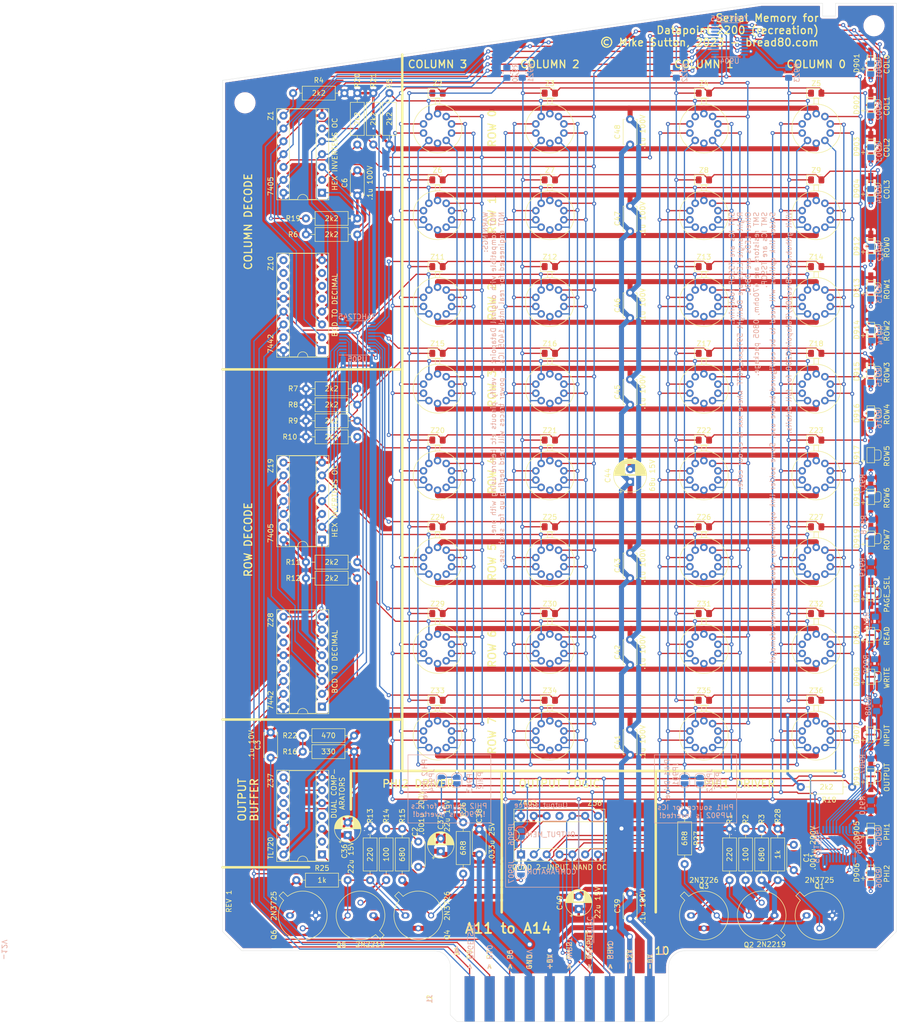
<source format=kicad_pcb>
(kicad_pcb (version 20171130) (host pcbnew "(5.1.12)-1")
  (layers (0 F.Cu signal) (31 B.Cu signal) (34 B.Paste user) (35 F.Paste user) (36 B.SilkS user) (37 F.SilkS user) (38 B.Mask user) (39 F.Mask user) (44 Edge.Cuts user))
  (net 0 "")
  (net 1 PHI1)
  (net 2 "Net-(C1-Pad1)")
  (net 3 PHI2)
  (net 4 "Net-(C2-Pad1)")
  (net 5 "Net-(C3-Pad2)")
  (net 6 GND)
  (net 7 +5V)
  (net 8 +12V)
  (net 9 -12V)
  (net 10 -5V)
  (net 11 P10)
  (net 12 READ)
  (net 13 WRITE_~RECIRCULATE)
  (net 14 INPUT)
  (net 15 P9)
  (net 16 P7)
  (net 17 P6)
  (net 18 P8)
  (net 19 "Net-(Q1-Pad2)")
  (net 20 "Net-(Q1-Pad1)")
  (net 21 "Net-(Q2-Pad2)")
  (net 22 "Net-(Q4-Pad3)")
  (net 23 "Net-(Q4-Pad1)")
  (net 24 "Net-(Q5-Pad2)")
  (net 25 ROW0)
  (net 26 COL0)
  (net 27 COL1)
  (net 28 COL2)
  (net 29 COL3)
  (net 30 OUTPUT_MEM)
  (net 31 ROW1)
  (net 32 ROW2)
  (net 33 ROW3)
  (net 34 PHI2_MEM)
  (net 35 PHI1_MEM)
  (net 36 "Net-(Z1-Pad3)")
  (net 37 "Net-(Z1-Pad1)")
  (net 38 "Net-(Z10-Pad7)")
  (net 39 "Net-(Z10-Pad6)")
  (net 40 "Net-(Z10-Pad5)")
  (net 41 "Net-(Z10-Pad11)")
  (net 42 "Net-(Z10-Pad10)")
  (net 43 "Net-(Z10-Pad9)")
  (net 44 "Net-(Z19-Pad13)")
  (net 45 "Net-(Z19-Pad5)")
  (net 46 "Net-(Z19-Pad11)")
  (net 47 "Net-(Z19-Pad3)")
  (net 48 "Net-(Z19-Pad9)")
  (net 49 "Net-(Z19-Pad1)")
  (net 50 "Net-(Z28-Pad11)")
  (net 51 "Net-(Z28-Pad10)")
  (net 52 "Net-(Z37-Pad4)")
  (net 53 "Net-(Z37-Pad9)")
  (net 54 "Net-(Z37-Pad2)")
  (net 55 "Net-(JP901-Pad1)")
  (net 56 "Net-(JP902-Pad2)")
  (net 57 "Net-(JP903-Pad1)")
  (net 58 "Net-(JP904-Pad2)")
  (net 59 "Net-(JP907-Pad2)")
  (net 60 "Net-(D901-Pad2)")
  (net 61 "Net-(D902-Pad2)")
  (net 62 "Net-(D903-Pad2)")
  (net 63 "Net-(D904-Pad2)")
  (net 64 "Net-(D905-Pad2)")
  (net 65 "Net-(D906-Pad2)")
  (net 66 "Net-(D907-Pad2)")
  (net 67 "Net-(D908-Pad2)")
  (net 68 "Net-(D909-Pad2)")
  (net 69 "Net-(D912-Pad2)")
  (net 70 "Net-(D913-Pad2)")
  (net 71 "Net-(D914-Pad2)")
  (net 72 "Net-(D915-Pad2)")
  (net 73 "Net-(D916-Pad2)")
  (net 74 "Net-(D917-Pad2)")
  (net 75 "Net-(D918-Pad2)")
  (net 76 "Net-(D919-Pad2)")
  (net 77 "Net-(R901-Pad2)")
  (net 78 "Net-(R902-Pad2)")
  (net 79 "Net-(R903-Pad2)")
  (net 80 "Net-(R904-Pad2)")
  (net 81 "Net-(R905-Pad2)")
  (net 82 "Net-(R906-Pad2)")
  (net 83 "Net-(R907-Pad2)")
  (net 84 "Net-(R908-Pad2)")
  (net 85 "Net-(R909-Pad2)")
  (net 86 "Net-(R910-Pad2)")
  (net 87 "Net-(R911-Pad2)")
  (net 88 "Net-(R920-Pad2)")
  (net 89 "Net-(R921-Pad2)")
  (net 90 "Net-(R922-Pad2)")
  (net 91 "Net-(R923-Pad2)")
  (net 92 "Net-(Z37-Pad6)")
  (net 93 "Net-(Z37-Pad10)")
  (net 94 R0)
  (net 95 ~C0)
  (net 96 ~C1)
  (net 97 ~C2)
  (net 98 ~C3)
  (net 99 R1)
  (net 100 R2)
  (net 101 R3)
  (net 102 R4)
  (net 103 R5)
  (net 104 R6)
  (net 105 R7)
  (net 106 ROW4)
  (net 107 ROW5)
  (net 108 ROW6)
  (net 109 ROW7)
  (net 110 ~COL0)
  (net 111 ~COL1)
  (net 112 ~COL2)
  (net 113 ~COL3)
  (net 114 "Net-(D910-Pad1)")
  (net 115 "Net-(D911-Pad1)")
  (net 116 ~PAGE_SELECT)
  (net 117 ~OUTPUT)
  (net 118 "Net-(JP906-Pad1)")
  (net 119 "Net-(Z38-Pad11)")
  (net 120 "Net-(U906-Pad11)")
  (module MountingHole:MountingHole_3.2mm_M3 (layer F.Cu) (at 172.085 1.905)
    (fp_text reference H902 hide)
    (fp_text value MountingHole)
    (pad 1 np_thru_hole circle (at 0 0) (size 3.2 3.2) (drill 3.2) (layers *.Cu *.Mask))
  )
  (module MountingHole:MountingHole_3.2mm_M3 (layer F.Cu) (at 47.625 17.145)
    (fp_text reference H901 hide)
    (fp_text value MountingHole)
    (pad 1 np_thru_hole circle (at 0 0) (size 3.2 3.2) (drill 3.2) (layers *.Cu *.Mask))
  )
  (module Jumper:SolderJumper-2_P1.3mm_Open_RoundedPad1.0x1.5mm (layer B.Cu) (at 86.487 151.115 270)
    (fp_text reference JP904 (at 0 1.905 90) (layer B.SilkS) (effects (justify mirror)))
    (fp_text value ~PHI2 (at 0.015 -7.747 90) (layer B.SilkS) (effects (justify mirror)))
    (pad 2 smd custom (at 0.65 0 270) (size 1 0.5) (layers B.Cu B.Mask) (net 58 "Net-(JP904-Pad2)") (options (clearance outline) (anchor rect)) (primitives (gr_circle (center 0 -0.25) (end 0.5 -0.25) (width 0)) (gr_circle (center 0 0.25) (end 0.5 0.25) (width 0)) (gr_poly (pts (xy 0 0.75) (xy -0.5 0.75) (xy -0.5 -0.75) (xy 0 -0.75)) (width 0))))
    (pad 1 smd custom (at -0.65 0 270) (size 1 0.5) (layers B.Cu B.Mask) (net 34 PHI2_MEM) (options (clearance outline) (anchor rect)) (primitives (gr_circle (center 0 -0.25) (end 0.5 -0.25) (width 0)) (gr_circle (center 0 0.25) (end 0.5 0.25) (width 0)) (gr_poly (pts (xy 0 0.75) (xy 0.5 0.75) (xy 0.5 -0.75) (xy 0 -0.75)) (width 0))))
  )
  (module Resistor_SMD:R_0805_2012Metric_Pad1.20x1.40mm_HandSolder (layer B.Cu) (at 171.45 92.44 270)
    (fp_text reference R917 (at 0 1.65 90) (layer B.SilkS) (effects (justify mirror)))
    (fp_text value 470R)
    (pad 2 smd roundrect (at 1 0 270) (size 1.2 1.4) (layers B.Cu B.Paste B.Mask) (roundrect_rratio 0.2083325) (net 103 R5))
    (pad 1 smd roundrect (at -1 0 270) (size 1.2 1.4) (layers B.Cu B.Paste B.Mask) (roundrect_rratio 0.2083325) (net 74 "Net-(D917-Pad2)"))
  )
  (module Resistor_SMD:R_0805_2012Metric_Pad1.20x1.40mm_HandSolder (layer B.Cu) (at 99.441 11.192 90)
    (fp_text reference R920 (at 0 1.65 90) (layer B.SilkS) (effects (justify mirror)))
    (fp_text value 470R)
    (pad 2 smd roundrect (at 1 0 90) (size 1.2 1.4) (layers B.Cu B.Paste B.Mask) (roundrect_rratio 0.2083325) (net 88 "Net-(R920-Pad2)"))
    (pad 1 smd roundrect (at -1 0 90) (size 1.2 1.4) (layers B.Cu B.Paste B.Mask) (roundrect_rratio 0.2083325) (net 98 ~C3))
  )
  (module Package_SO:TSSOP-20_4.4x6.5mm_P0.65mm (layer B.Cu) (at 164.973 163.703 90)
    (fp_text reference U906 (at 0 4.2 90) (layer B.SilkS) (effects (justify mirror)))
    (fp_text value 74HCT245 (at 0 -4.2 90) (layer B.SilkS) (effects (justify mirror)))
    (pad 20 smd roundrect (at 2.8625 2.925 90) (size 1.475 0.4) (layers B.Cu B.Paste B.Mask) (net 7 +5V))
    (pad 19 smd roundrect (at 2.8625 2.275 90) (size 1.475 0.4) (layers B.Cu B.Paste B.Mask) (net 6 GND))
    (pad 18 smd roundrect (at 2.8625 1.625 90) (size 1.475 0.4) (layers B.Cu B.Paste B.Mask) (net 81 "Net-(R905-Pad2)"))
    (pad 17 smd roundrect (at 2.8625 0.975 90) (size 1.475 0.4) (layers B.Cu B.Paste B.Mask) (net 82 "Net-(R906-Pad2)"))
    (pad 16 smd roundrect (at 2.8625 0.325 90) (size 1.475 0.4) (layers B.Cu B.Paste B.Mask) (net 86 "Net-(R910-Pad2)"))
    (pad 15 smd roundrect (at 2.8625 -0.325 90) (size 1.475 0.4) (layers B.Cu B.Paste B.Mask) (net 83 "Net-(R907-Pad2)"))
    (pad 14 smd roundrect (at 2.8625 -0.975 90) (size 1.475 0.4) (layers B.Cu B.Paste B.Mask) (net 84 "Net-(R908-Pad2)"))
    (pad 13 smd roundrect (at 2.8625 -1.625 90) (size 1.475 0.4) (layers B.Cu B.Paste B.Mask) (net 85 "Net-(R909-Pad2)"))
    (pad 12 smd roundrect (at 2.8625 -2.275 90) (size 1.475 0.4) (layers B.Cu B.Paste B.Mask) (net 87 "Net-(R911-Pad2)"))
    (pad 11 smd roundrect (at 2.8625 -2.925 90) (size 1.475 0.4) (layers B.Cu B.Paste B.Mask) (net 120 "Net-(U906-Pad11)"))
    (pad 10 smd roundrect (at -2.8625 -2.925 90) (size 1.475 0.4) (layers B.Cu B.Paste B.Mask) (net 6 GND))
    (pad 9 smd roundrect (at -2.8625 -2.275 90) (size 1.475 0.4) (layers B.Cu B.Paste B.Mask) (net 6 GND))
    (pad 8 smd roundrect (at -2.8625 -1.625 90) (size 1.475 0.4) (layers B.Cu B.Paste B.Mask) (net 116 ~PAGE_SELECT))
    (pad 7 smd roundrect (at -2.8625 -0.975 90) (size 1.475 0.4) (layers B.Cu B.Paste B.Mask) (net 12 READ))
    (pad 6 smd roundrect (at -2.8625 -0.325 90) (size 1.475 0.4) (layers B.Cu B.Paste B.Mask) (net 13 WRITE_~RECIRCULATE))
    (pad 5 smd roundrect (at -2.8625 0.325 90) (size 1.475 0.4) (layers B.Cu B.Paste B.Mask) (net 14 INPUT))
    (pad 4 smd roundrect (at -2.8625 0.975 90) (size 1.475 0.4) (layers B.Cu B.Paste B.Mask) (net 117 ~OUTPUT))
    (pad 3 smd roundrect (at -2.8625 1.625 90) (size 1.475 0.4) (layers B.Cu B.Paste B.Mask) (net 3 PHI2))
    (pad 2 smd roundrect (at -2.8625 2.275 90) (size 1.475 0.4) (layers B.Cu B.Paste B.Mask) (net 1 PHI1))
    (pad 1 smd roundrect (at -2.8625 2.925 90) (size 1.475 0.4) (layers B.Cu B.Paste B.Mask) (net 7 +5V))
  )
  (module Package_SO:TSSOP-20_4.4x6.5mm_P0.65mm (layer B.Cu) (at 69.85 63.627)
    (fp_text reference U905 (at 0 4.2) (layer B.SilkS) (effects (justify mirror)))
    (fp_text value 74HCT245 (at 0 -4.2) (layer B.SilkS) (effects (justify mirror)))
    (pad 20 smd roundrect (at 2.8625 2.925) (size 1.475 0.4) (layers B.Cu B.Paste B.Mask) (net 7 +5V))
    (pad 19 smd roundrect (at 2.8625 2.275) (size 1.475 0.4) (layers B.Cu B.Paste B.Mask) (net 116 ~PAGE_SELECT))
    (pad 18 smd roundrect (at 2.8625 1.625) (size 1.475 0.4) (layers B.Cu B.Paste B.Mask) (net 105 R7))
    (pad 17 smd roundrect (at 2.8625 0.975) (size 1.475 0.4) (layers B.Cu B.Paste B.Mask) (net 104 R6))
    (pad 16 smd roundrect (at 2.8625 0.325) (size 1.475 0.4) (layers B.Cu B.Paste B.Mask) (net 103 R5))
    (pad 15 smd roundrect (at 2.8625 -0.325) (size 1.475 0.4) (layers B.Cu B.Paste B.Mask) (net 102 R4))
    (pad 14 smd roundrect (at 2.8625 -0.975) (size 1.475 0.4) (layers B.Cu B.Paste B.Mask) (net 101 R3))
    (pad 13 smd roundrect (at 2.8625 -1.625) (size 1.475 0.4) (layers B.Cu B.Paste B.Mask) (net 100 R2))
    (pad 12 smd roundrect (at 2.8625 -2.275) (size 1.475 0.4) (layers B.Cu B.Paste B.Mask) (net 99 R1))
    (pad 11 smd roundrect (at 2.8625 -2.925) (size 1.475 0.4) (layers B.Cu B.Paste B.Mask) (net 94 R0))
    (pad 10 smd roundrect (at -2.8625 -2.925) (size 1.475 0.4) (layers B.Cu B.Paste B.Mask) (net 6 GND))
    (pad 9 smd roundrect (at -2.8625 -2.275) (size 1.475 0.4) (layers B.Cu B.Paste B.Mask) (net 25 ROW0))
    (pad 8 smd roundrect (at -2.8625 -1.625) (size 1.475 0.4) (layers B.Cu B.Paste B.Mask) (net 31 ROW1))
    (pad 7 smd roundrect (at -2.8625 -0.975) (size 1.475 0.4) (layers B.Cu B.Paste B.Mask) (net 32 ROW2))
    (pad 6 smd roundrect (at -2.8625 -0.325) (size 1.475 0.4) (layers B.Cu B.Paste B.Mask) (net 33 ROW3))
    (pad 5 smd roundrect (at -2.8625 0.325) (size 1.475 0.4) (layers B.Cu B.Paste B.Mask) (net 106 ROW4))
    (pad 4 smd roundrect (at -2.8625 0.975) (size 1.475 0.4) (layers B.Cu B.Paste B.Mask) (net 107 ROW5))
    (pad 3 smd roundrect (at -2.8625 1.625) (size 1.475 0.4) (layers B.Cu B.Paste B.Mask) (net 108 ROW6))
    (pad 2 smd roundrect (at -2.8625 2.275) (size 1.475 0.4) (layers B.Cu B.Paste B.Mask) (net 109 ROW7))
    (pad 1 smd roundrect (at -2.8625 2.925) (size 1.475 0.4) (layers B.Cu B.Paste B.Mask) (net 7 +5V))
  )
  (module Package_SO:TSSOP-20_4.4x6.5mm_P0.65mm (layer B.Cu) (at 143.51 4.699)
    (fp_text reference U904 (at 0 4.2) (layer B.SilkS) (effects (justify mirror)))
    (fp_text value 74HCT245 (at 0 -4.2) (layer B.SilkS) (effects (justify mirror)))
    (pad 20 smd roundrect (at 2.8625 2.925) (size 1.475 0.4) (layers B.Cu B.Paste B.Mask) (net 7 +5V))
    (pad 19 smd roundrect (at 2.8625 2.275) (size 1.475 0.4) (layers B.Cu B.Paste B.Mask) (net 6 GND))
    (pad 18 smd roundrect (at 2.8625 1.625) (size 1.475 0.4) (layers B.Cu B.Paste B.Mask) (net 88 "Net-(R920-Pad2)"))
    (pad 17 smd roundrect (at 2.8625 0.975) (size 1.475 0.4) (layers B.Cu B.Paste B.Mask) (net 89 "Net-(R921-Pad2)"))
    (pad 16 smd roundrect (at 2.8625 0.325) (size 1.475 0.4) (layers B.Cu B.Paste B.Mask) (net 90 "Net-(R922-Pad2)"))
    (pad 15 smd roundrect (at 2.8625 -0.325) (size 1.475 0.4) (layers B.Cu B.Paste B.Mask) (net 91 "Net-(R923-Pad2)"))
    (pad 14 smd roundrect (at 2.8625 -0.975) (size 1.475 0.4) (layers B.Cu B.Paste B.Mask) (net 80 "Net-(R904-Pad2)"))
    (pad 13 smd roundrect (at 2.8625 -1.625) (size 1.475 0.4) (layers B.Cu B.Paste B.Mask) (net 79 "Net-(R903-Pad2)"))
    (pad 12 smd roundrect (at 2.8625 -2.275) (size 1.475 0.4) (layers B.Cu B.Paste B.Mask) (net 78 "Net-(R902-Pad2)"))
    (pad 11 smd roundrect (at 2.8625 -2.925) (size 1.475 0.4) (layers B.Cu B.Paste B.Mask) (net 77 "Net-(R901-Pad2)"))
    (pad 10 smd roundrect (at -2.8625 -2.925) (size 1.475 0.4) (layers B.Cu B.Paste B.Mask) (net 6 GND))
    (pad 9 smd roundrect (at -2.8625 -2.275) (size 1.475 0.4) (layers B.Cu B.Paste B.Mask) (net 26 COL0))
    (pad 8 smd roundrect (at -2.8625 -1.625) (size 1.475 0.4) (layers B.Cu B.Paste B.Mask) (net 27 COL1))
    (pad 7 smd roundrect (at -2.8625 -0.975) (size 1.475 0.4) (layers B.Cu B.Paste B.Mask) (net 28 COL2))
    (pad 6 smd roundrect (at -2.8625 -0.325) (size 1.475 0.4) (layers B.Cu B.Paste B.Mask) (net 29 COL3))
    (pad 5 smd roundrect (at -2.8625 0.325) (size 1.475 0.4) (layers B.Cu B.Paste B.Mask) (net 110 ~COL0))
    (pad 4 smd roundrect (at -2.8625 0.975) (size 1.475 0.4) (layers B.Cu B.Paste B.Mask) (net 111 ~COL1))
    (pad 3 smd roundrect (at -2.8625 1.625) (size 1.475 0.4) (layers B.Cu B.Paste B.Mask) (net 112 ~COL2))
    (pad 2 smd roundrect (at -2.8625 2.275) (size 1.475 0.4) (layers B.Cu B.Paste B.Mask) (net 113 ~COL3))
    (pad 1 smd roundrect (at -2.8625 2.925) (size 1.475 0.4) (layers B.Cu B.Paste B.Mask) (net 7 +5V))
  )
  (module Resistor_SMD:R_0805_2012Metric_Pad1.20x1.40mm_HandSolder (layer B.Cu) (at 155.194 11.192 90)
    (fp_text reference R923 (at 0 1.65 90) (layer B.SilkS) (effects (justify mirror)))
    (fp_text value 470R)
    (pad 2 smd roundrect (at 1 0 90) (size 1.2 1.4) (layers B.Cu B.Paste B.Mask) (roundrect_rratio 0.2083325) (net 91 "Net-(R923-Pad2)"))
    (pad 1 smd roundrect (at -1 0 90) (size 1.2 1.4) (layers B.Cu B.Paste B.Mask) (roundrect_rratio 0.2083325) (net 95 ~C0))
  )
  (module Resistor_SMD:R_0805_2012Metric_Pad1.20x1.40mm_HandSolder (layer B.Cu) (at 132.969 11.192 90)
    (fp_text reference R922 (at 0 1.65 90) (layer B.SilkS) (effects (justify mirror)))
    (fp_text value 470R)
    (pad 2 smd roundrect (at 1 0 90) (size 1.2 1.4) (layers B.Cu B.Paste B.Mask) (roundrect_rratio 0.2083325) (net 90 "Net-(R922-Pad2)"))
    (pad 1 smd roundrect (at -1 0 90) (size 1.2 1.4) (layers B.Cu B.Paste B.Mask) (roundrect_rratio 0.2083325) (net 96 ~C1))
  )
  (module Resistor_SMD:R_0805_2012Metric_Pad1.20x1.40mm_HandSolder (layer B.Cu) (at 102.489 11.192 90)
    (fp_text reference R921 (at 0 1.65 90) (layer B.SilkS) (effects (justify mirror)))
    (fp_text value 470R)
    (pad 2 smd roundrect (at 1 0 90) (size 1.2 1.4) (layers B.Cu B.Paste B.Mask) (roundrect_rratio 0.2083325) (net 89 "Net-(R921-Pad2)"))
    (pad 1 smd roundrect (at -1 0 90) (size 1.2 1.4) (layers B.Cu B.Paste B.Mask) (roundrect_rratio 0.2083325) (net 97 ~C2))
  )
  (module Resistor_SMD:R_0805_2012Metric_Pad1.20x1.40mm_HandSolder (layer B.Cu) (at 171.45 108.966 270)
    (fp_text reference R919 (at 0 1.65 90) (layer B.SilkS) (effects (justify mirror)))
    (fp_text value 470R)
    (pad 2 smd roundrect (at 1 0 270) (size 1.2 1.4) (layers B.Cu B.Paste B.Mask) (roundrect_rratio 0.2083325) (net 105 R7))
    (pad 1 smd roundrect (at -1 0 270) (size 1.2 1.4) (layers B.Cu B.Paste B.Mask) (roundrect_rratio 0.2083325) (net 76 "Net-(D919-Pad2)"))
  )
  (module Resistor_SMD:R_0805_2012Metric_Pad1.20x1.40mm_HandSolder (layer B.Cu) (at 171.704 100.568 270)
    (fp_text reference R918 (at 0 1.65 90) (layer B.SilkS) (effects (justify mirror)))
    (fp_text value 470R)
    (pad 2 smd roundrect (at 1 0 270) (size 1.2 1.4) (layers B.Cu B.Paste B.Mask) (roundrect_rratio 0.2083325) (net 104 R6))
    (pad 1 smd roundrect (at -1 0 270) (size 1.2 1.4) (layers B.Cu B.Paste B.Mask) (roundrect_rratio 0.2083325) (net 75 "Net-(D918-Pad2)"))
  )
  (module Resistor_SMD:R_0805_2012Metric_Pad1.20x1.40mm_HandSolder (layer B.Cu) (at 171.45 79.645 90)
    (fp_text reference R916 (at 0 1.65 90) (layer B.SilkS) (effects (justify mirror)))
    (fp_text value 470R)
    (pad 2 smd roundrect (at 1 0 90) (size 1.2 1.4) (layers B.Cu B.Paste B.Mask) (roundrect_rratio 0.2083325) (net 102 R4))
    (pad 1 smd roundrect (at -1 0 90) (size 1.2 1.4) (layers B.Cu B.Paste B.Mask) (roundrect_rratio 0.2083325) (net 73 "Net-(D916-Pad2)"))
  )
  (module Resistor_SMD:R_0805_2012Metric_Pad1.20x1.40mm_HandSolder (layer B.Cu) (at 171.45 71.39 90)
    (fp_text reference R915 (at 0 1.65 90) (layer B.SilkS) (effects (justify mirror)))
    (fp_text value 470R)
    (pad 2 smd roundrect (at 1 0 90) (size 1.2 1.4) (layers B.Cu B.Paste B.Mask) (roundrect_rratio 0.2083325) (net 101 R3))
    (pad 1 smd roundrect (at -1 0 90) (size 1.2 1.4) (layers B.Cu B.Paste B.Mask) (roundrect_rratio 0.2083325) (net 72 "Net-(D915-Pad2)"))
  )
  (module Resistor_SMD:R_0805_2012Metric_Pad1.20x1.40mm_HandSolder (layer B.Cu) (at 171.704 63.119 90)
    (fp_text reference R914 (at 0 1.65 90) (layer B.SilkS) (effects (justify mirror)))
    (fp_text value 470R)
    (pad 2 smd roundrect (at 1 0 90) (size 1.2 1.4) (layers B.Cu B.Paste B.Mask) (roundrect_rratio 0.2083325) (net 100 R2))
    (pad 1 smd roundrect (at -1 0 90) (size 1.2 1.4) (layers B.Cu B.Paste B.Mask) (roundrect_rratio 0.2083325) (net 71 "Net-(D914-Pad2)"))
  )
  (module Resistor_SMD:R_0805_2012Metric_Pad1.20x1.40mm_HandSolder (layer B.Cu) (at 171.45 54.88 90)
    (fp_text reference R913 (at 0 1.65 90) (layer B.SilkS) (effects (justify mirror)))
    (fp_text value 470R)
    (pad 2 smd roundrect (at 1 0 90) (size 1.2 1.4) (layers B.Cu B.Paste B.Mask) (roundrect_rratio 0.2083325) (net 99 R1))
    (pad 1 smd roundrect (at -1 0 90) (size 1.2 1.4) (layers B.Cu B.Paste B.Mask) (roundrect_rratio 0.2083325) (net 70 "Net-(D913-Pad2)"))
  )
  (module Resistor_SMD:R_0805_2012Metric_Pad1.20x1.40mm_HandSolder (layer B.Cu) (at 171.704 46.609 90)
    (fp_text reference R912 (at 0 1.65 90) (layer B.SilkS) (effects (justify mirror)))
    (fp_text value 470R)
    (pad 2 smd roundrect (at 1 0 90) (size 1.2 1.4) (layers B.Cu B.Paste B.Mask) (roundrect_rratio 0.2083325) (net 94 R0))
    (pad 1 smd roundrect (at -1 0 90) (size 1.2 1.4) (layers B.Cu B.Paste B.Mask) (roundrect_rratio 0.2083325) (net 69 "Net-(D912-Pad2)"))
  )
  (module Resistor_SMD:R_0805_2012Metric_Pad1.20x1.40mm_HandSolder (layer B.Cu) (at 172.339 119.745 270)
    (fp_text reference R911 (at 0 1.65 90) (layer B.SilkS) (effects (justify mirror)))
    (fp_text value 470R)
    (pad 2 smd roundrect (at 1 0 270) (size 1.2 1.4) (layers B.Cu B.Paste B.Mask) (roundrect_rratio 0.2083325) (net 87 "Net-(R911-Pad2)"))
    (pad 1 smd roundrect (at -1 0 270) (size 1.2 1.4) (layers B.Cu B.Paste B.Mask) (roundrect_rratio 0.2083325) (net 115 "Net-(D911-Pad1)"))
  )
  (module Resistor_SMD:R_0805_2012Metric_Pad1.20x1.40mm_HandSolder (layer B.Cu) (at 171.45 156.067 270)
    (fp_text reference R910 (at 0 1.65 90) (layer B.SilkS) (effects (justify mirror)))
    (fp_text value 470R)
    (pad 2 smd roundrect (at 1 0 270) (size 1.2 1.4) (layers B.Cu B.Paste B.Mask) (roundrect_rratio 0.2083325) (net 86 "Net-(R910-Pad2)"))
    (pad 1 smd roundrect (at -1 0 270) (size 1.2 1.4) (layers B.Cu B.Paste B.Mask) (roundrect_rratio 0.2083325) (net 114 "Net-(D910-Pad1)"))
  )
  (module Resistor_SMD:R_0805_2012Metric_Pad1.20x1.40mm_HandSolder (layer B.Cu) (at 172.212 128.127 270)
    (fp_text reference R909 (at 0 1.65 90) (layer B.SilkS) (effects (justify mirror)))
    (fp_text value 470R)
    (pad 2 smd roundrect (at 1 0 270) (size 1.2 1.4) (layers B.Cu B.Paste B.Mask) (roundrect_rratio 0.2083325) (net 85 "Net-(R909-Pad2)"))
    (pad 1 smd roundrect (at -1 0 270) (size 1.2 1.4) (layers B.Cu B.Paste B.Mask) (roundrect_rratio 0.2083325) (net 68 "Net-(D909-Pad2)"))
  )
  (module Resistor_SMD:R_0805_2012Metric_Pad1.20x1.40mm_HandSolder (layer B.Cu) (at 172.593 136.382 270)
    (fp_text reference R908 (at 0 1.65 90) (layer B.SilkS) (effects (justify mirror)))
    (fp_text value 470R)
    (pad 2 smd roundrect (at 1 0 270) (size 1.2 1.4) (layers B.Cu B.Paste B.Mask) (roundrect_rratio 0.2083325) (net 84 "Net-(R908-Pad2)"))
    (pad 1 smd roundrect (at -1 0 270) (size 1.2 1.4) (layers B.Cu B.Paste B.Mask) (roundrect_rratio 0.2083325) (net 67 "Net-(D908-Pad2)"))
  )
  (module Resistor_SMD:R_0805_2012Metric_Pad1.20x1.40mm_HandSolder (layer B.Cu) (at 171.45 147.812 270)
    (fp_text reference R907 (at 0 1.65 90) (layer B.SilkS) (effects (justify mirror)))
    (fp_text value 470R)
    (pad 2 smd roundrect (at 1 0 270) (size 1.2 1.4) (layers B.Cu B.Paste B.Mask) (roundrect_rratio 0.2083325) (net 83 "Net-(R907-Pad2)"))
    (pad 1 smd roundrect (at -1 0 270) (size 1.2 1.4) (layers B.Cu B.Paste B.Mask) (roundrect_rratio 0.2083325) (net 66 "Net-(D907-Pad2)"))
  )
  (module Resistor_SMD:R_0805_2012Metric_Pad1.20x1.40mm_HandSolder (layer B.Cu) (at 171.45 170.45 90)
    (fp_text reference R906 (at 0 1.65 90) (layer B.SilkS) (effects (justify mirror)))
    (fp_text value 470R)
    (pad 2 smd roundrect (at 1 0 90) (size 1.2 1.4) (layers B.Cu B.Paste B.Mask) (roundrect_rratio 0.2083325) (net 82 "Net-(R906-Pad2)"))
    (pad 1 smd roundrect (at -1 0 90) (size 1.2 1.4) (layers B.Cu B.Paste B.Mask) (roundrect_rratio 0.2083325) (net 65 "Net-(D906-Pad2)"))
  )
  (module Resistor_SMD:R_0805_2012Metric_Pad1.20x1.40mm_HandSolder (layer B.Cu) (at 171.45 162.195 90)
    (fp_text reference R905 (at 0 1.65 90) (layer B.SilkS) (effects (justify mirror)))
    (fp_text value 470R)
    (pad 2 smd roundrect (at 1 0 90) (size 1.2 1.4) (layers B.Cu B.Paste B.Mask) (roundrect_rratio 0.2083325) (net 81 "Net-(R905-Pad2)"))
    (pad 1 smd roundrect (at -1 0 90) (size 1.2 1.4) (layers B.Cu B.Paste B.Mask) (roundrect_rratio 0.2083325) (net 64 "Net-(D905-Pad2)"))
  )
  (module Resistor_SMD:R_0805_2012Metric_Pad1.20x1.40mm_HandSolder (layer B.Cu) (at 171.45 35.195 90)
    (fp_text reference R904 (at 0 1.65 90) (layer B.SilkS) (effects (justify mirror)))
    (fp_text value 470R)
    (pad 2 smd roundrect (at 1 0 90) (size 1.2 1.4) (layers B.Cu B.Paste B.Mask) (roundrect_rratio 0.2083325) (net 80 "Net-(R904-Pad2)"))
    (pad 1 smd roundrect (at -1 0 90) (size 1.2 1.4) (layers B.Cu B.Paste B.Mask) (roundrect_rratio 0.2083325) (net 63 "Net-(D904-Pad2)"))
  )
  (module Resistor_SMD:R_0805_2012Metric_Pad1.20x1.40mm_HandSolder (layer B.Cu) (at 171.45 26.94 90)
    (fp_text reference R903 (at 0 1.65 90) (layer B.SilkS) (effects (justify mirror)))
    (fp_text value 470R)
    (pad 2 smd roundrect (at 1 0 90) (size 1.2 1.4) (layers B.Cu B.Paste B.Mask) (roundrect_rratio 0.2083325) (net 79 "Net-(R903-Pad2)"))
    (pad 1 smd roundrect (at -1 0 90) (size 1.2 1.4) (layers B.Cu B.Paste B.Mask) (roundrect_rratio 0.2083325) (net 62 "Net-(D903-Pad2)"))
  )
  (module Resistor_SMD:R_0805_2012Metric_Pad1.20x1.40mm_HandSolder (layer B.Cu) (at 171.45 18.685 90)
    (fp_text reference R902 (at 0 1.65 90) (layer B.SilkS) (effects (justify mirror)))
    (fp_text value 470R)
    (pad 2 smd roundrect (at 1 0 90) (size 1.2 1.4) (layers B.Cu B.Paste B.Mask) (roundrect_rratio 0.2083325) (net 78 "Net-(R902-Pad2)"))
    (pad 1 smd roundrect (at -1 0 90) (size 1.2 1.4) (layers B.Cu B.Paste B.Mask) (roundrect_rratio 0.2083325) (net 61 "Net-(D902-Pad2)"))
  )
  (module Resistor_SMD:R_0805_2012Metric_Pad1.20x1.40mm_HandSolder (layer B.Cu) (at 171.45 10.43 90)
    (fp_text reference R901 (at 0 1.65 90) (layer B.SilkS) (effects (justify mirror)))
    (fp_text value 470R)
    (pad 2 smd roundrect (at 1 0 90) (size 1.2 1.4) (layers B.Cu B.Paste B.Mask) (roundrect_rratio 0.2083325) (net 77 "Net-(R901-Pad2)"))
    (pad 1 smd roundrect (at -1 0 90) (size 1.2 1.4) (layers B.Cu B.Paste B.Mask) (roundrect_rratio 0.2083325) (net 60 "Net-(D901-Pad2)"))
  )
  (module LED_SMD:LED_0805_2012Metric_Pad1.15x1.40mm_HandSolder (layer F.Cu) (at 85.725 135.255)
    (fp_text reference D951 hide)
    (fp_text value Z33)
    (pad 2 smd roundrect (at 1.025 0) (size 1.15 1.4) (layers F.Cu F.Paste F.Mask) (roundrect_rratio 0.2173904347826087) (net 105 R7))
    (pad 1 smd roundrect (at -1.025 0) (size 1.15 1.4) (layers F.Cu F.Paste F.Mask) (roundrect_rratio 0.2173904347826087) (net 98 ~C3))
  )
  (module LED_SMD:LED_0805_2012Metric_Pad1.15x1.40mm_HandSolder (layer F.Cu) (at 107.95 135.255)
    (fp_text reference D950 hide)
    (fp_text value Z34)
    (pad 2 smd roundrect (at 1.025 0) (size 1.15 1.4) (layers F.Cu F.Paste F.Mask) (roundrect_rratio 0.2173904347826087) (net 105 R7))
    (pad 1 smd roundrect (at -1.025 0) (size 1.15 1.4) (layers F.Cu F.Paste F.Mask) (roundrect_rratio 0.2173904347826087) (net 97 ~C2))
  )
  (module LED_SMD:LED_0805_2012Metric_Pad1.15x1.40mm_HandSolder (layer F.Cu) (at 138.43 135.255)
    (fp_text reference D949 hide)
    (fp_text value Z35)
    (pad 2 smd roundrect (at 1.025 0) (size 1.15 1.4) (layers F.Cu F.Paste F.Mask) (roundrect_rratio 0.2173904347826087) (net 105 R7))
    (pad 1 smd roundrect (at -1.025 0) (size 1.15 1.4) (layers F.Cu F.Paste F.Mask) (roundrect_rratio 0.2173904347826087) (net 96 ~C1))
  )
  (module LED_SMD:LED_0805_2012Metric_Pad1.15x1.40mm_HandSolder (layer F.Cu) (at 160.655 135.255)
    (fp_text reference D948 hide)
    (fp_text value Z36)
    (pad 2 smd roundrect (at 1.025 0) (size 1.15 1.4) (layers F.Cu F.Paste F.Mask) (roundrect_rratio 0.2173904347826087) (net 105 R7))
    (pad 1 smd roundrect (at -1.025 0) (size 1.15 1.4) (layers F.Cu F.Paste F.Mask) (roundrect_rratio 0.2173904347826087) (net 95 ~C0))
  )
  (module LED_SMD:LED_0805_2012Metric_Pad1.15x1.40mm_HandSolder (layer F.Cu) (at 85.725 118.11)
    (fp_text reference D947 hide)
    (fp_text value Z29)
    (pad 2 smd roundrect (at 1.025 0) (size 1.15 1.4) (layers F.Cu F.Paste F.Mask) (roundrect_rratio 0.2173904347826087) (net 104 R6))
    (pad 1 smd roundrect (at -1.025 0) (size 1.15 1.4) (layers F.Cu F.Paste F.Mask) (roundrect_rratio 0.2173904347826087) (net 98 ~C3))
  )
  (module LED_SMD:LED_0805_2012Metric_Pad1.15x1.40mm_HandSolder (layer F.Cu) (at 107.95 118.11)
    (fp_text reference D946 hide)
    (fp_text value Z30)
    (pad 2 smd roundrect (at 1.025 0) (size 1.15 1.4) (layers F.Cu F.Paste F.Mask) (roundrect_rratio 0.2173904347826087) (net 104 R6))
    (pad 1 smd roundrect (at -1.025 0) (size 1.15 1.4) (layers F.Cu F.Paste F.Mask) (roundrect_rratio 0.2173904347826087) (net 97 ~C2))
  )
  (module LED_SMD:LED_0805_2012Metric_Pad1.15x1.40mm_HandSolder (layer F.Cu) (at 138.43 118.11)
    (fp_text reference D945 hide)
    (fp_text value Z31)
    (pad 2 smd roundrect (at 1.025 0) (size 1.15 1.4) (layers F.Cu F.Paste F.Mask) (roundrect_rratio 0.2173904347826087) (net 104 R6))
    (pad 1 smd roundrect (at -1.025 0) (size 1.15 1.4) (layers F.Cu F.Paste F.Mask) (roundrect_rratio 0.2173904347826087) (net 96 ~C1))
  )
  (module LED_SMD:LED_0805_2012Metric_Pad1.15x1.40mm_HandSolder (layer F.Cu) (at 160.655 118.11)
    (fp_text reference D944 hide)
    (fp_text value Z32)
    (pad 2 smd roundrect (at 1.025 0) (size 1.15 1.4) (layers F.Cu F.Paste F.Mask) (roundrect_rratio 0.2173904347826087) (net 104 R6))
    (pad 1 smd roundrect (at -1.025 0) (size 1.15 1.4) (layers F.Cu F.Paste F.Mask) (roundrect_rratio 0.2173904347826087) (net 95 ~C0))
  )
  (module LED_SMD:LED_0805_2012Metric_Pad1.15x1.40mm_HandSolder (layer F.Cu) (at 85.725 100.965)
    (fp_text reference D943 hide)
    (fp_text value Z24)
    (pad 2 smd roundrect (at 1.025 0) (size 1.15 1.4) (layers F.Cu F.Paste F.Mask) (roundrect_rratio 0.2173904347826087) (net 103 R5))
    (pad 1 smd roundrect (at -1.025 0) (size 1.15 1.4) (layers F.Cu F.Paste F.Mask) (roundrect_rratio 0.2173904347826087) (net 98 ~C3))
  )
  (module LED_SMD:LED_0805_2012Metric_Pad1.15x1.40mm_HandSolder (layer F.Cu) (at 107.95 100.965)
    (fp_text reference D942 hide)
    (fp_text value Z25)
    (pad 2 smd roundrect (at 1.025 0) (size 1.15 1.4) (layers F.Cu F.Paste F.Mask) (roundrect_rratio 0.2173904347826087) (net 103 R5))
    (pad 1 smd roundrect (at -1.025 0) (size 1.15 1.4) (layers F.Cu F.Paste F.Mask) (roundrect_rratio 0.2173904347826087) (net 97 ~C2))
  )
  (module LED_SMD:LED_0805_2012Metric_Pad1.15x1.40mm_HandSolder (layer F.Cu) (at 138.43 100.965)
    (fp_text reference D941 hide)
    (fp_text value Z26)
    (pad 2 smd roundrect (at 1.025 0) (size 1.15 1.4) (layers F.Cu F.Paste F.Mask) (roundrect_rratio 0.2173904347826087) (net 103 R5))
    (pad 1 smd roundrect (at -1.025 0) (size 1.15 1.4) (layers F.Cu F.Paste F.Mask) (roundrect_rratio 0.2173904347826087) (net 96 ~C1))
  )
  (module LED_SMD:LED_0805_2012Metric_Pad1.15x1.40mm_HandSolder (layer F.Cu) (at 160.655 100.965)
    (fp_text reference D940 hide)
    (fp_text value Z27)
    (pad 2 smd roundrect (at 1.025 0) (size 1.15 1.4) (layers F.Cu F.Paste F.Mask) (roundrect_rratio 0.2173904347826087) (net 103 R5))
    (pad 1 smd roundrect (at -1.025 0) (size 1.15 1.4) (layers F.Cu F.Paste F.Mask) (roundrect_rratio 0.2173904347826087) (net 95 ~C0))
  )
  (module LED_SMD:LED_0805_2012Metric_Pad1.15x1.40mm_HandSolder (layer F.Cu) (at 85.725 83.82)
    (fp_text reference D939 hide)
    (fp_text value Z20)
    (pad 2 smd roundrect (at 1.025 0) (size 1.15 1.4) (layers F.Cu F.Paste F.Mask) (roundrect_rratio 0.2173904347826087) (net 102 R4))
    (pad 1 smd roundrect (at -1.025 0) (size 1.15 1.4) (layers F.Cu F.Paste F.Mask) (roundrect_rratio 0.2173904347826087) (net 98 ~C3))
  )
  (module LED_SMD:LED_0805_2012Metric_Pad1.15x1.40mm_HandSolder (layer F.Cu) (at 107.95 83.82)
    (fp_text reference D938 hide)
    (fp_text value Z21)
    (pad 2 smd roundrect (at 1.025 0) (size 1.15 1.4) (layers F.Cu F.Paste F.Mask) (roundrect_rratio 0.2173904347826087) (net 102 R4))
    (pad 1 smd roundrect (at -1.025 0) (size 1.15 1.4) (layers F.Cu F.Paste F.Mask) (roundrect_rratio 0.2173904347826087) (net 97 ~C2))
  )
  (module LED_SMD:LED_0805_2012Metric_Pad1.15x1.40mm_HandSolder (layer F.Cu) (at 138.43 83.82)
    (fp_text reference D937 hide)
    (fp_text value Z22)
    (pad 2 smd roundrect (at 1.025 0) (size 1.15 1.4) (layers F.Cu F.Paste F.Mask) (roundrect_rratio 0.2173904347826087) (net 102 R4))
    (pad 1 smd roundrect (at -1.025 0) (size 1.15 1.4) (layers F.Cu F.Paste F.Mask) (roundrect_rratio 0.2173904347826087) (net 96 ~C1))
  )
  (module LED_SMD:LED_0805_2012Metric_Pad1.15x1.40mm_HandSolder (layer F.Cu) (at 160.655 83.82)
    (fp_text reference D936 hide)
    (fp_text value Z23)
    (pad 2 smd roundrect (at 1.025 0) (size 1.15 1.4) (layers F.Cu F.Paste F.Mask) (roundrect_rratio 0.2173904347826087) (net 102 R4))
    (pad 1 smd roundrect (at -1.025 0) (size 1.15 1.4) (layers F.Cu F.Paste F.Mask) (roundrect_rratio 0.2173904347826087) (net 95 ~C0))
  )
  (module LED_SMD:LED_0805_2012Metric_Pad1.15x1.40mm_HandSolder (layer F.Cu) (at 85.725 66.675)
    (fp_text reference D935 hide)
    (fp_text value Z15)
    (pad 2 smd roundrect (at 1.025 0) (size 1.15 1.4) (layers F.Cu F.Paste F.Mask) (roundrect_rratio 0.2173904347826087) (net 101 R3))
    (pad 1 smd roundrect (at -1.025 0) (size 1.15 1.4) (layers F.Cu F.Paste F.Mask) (roundrect_rratio 0.2173904347826087) (net 98 ~C3))
  )
  (module LED_SMD:LED_0805_2012Metric_Pad1.15x1.40mm_HandSolder (layer F.Cu) (at 107.95 66.675)
    (fp_text reference D934 hide)
    (fp_text value Z16)
    (pad 2 smd roundrect (at 1.025 0) (size 1.15 1.4) (layers F.Cu F.Paste F.Mask) (roundrect_rratio 0.2173904347826087) (net 101 R3))
    (pad 1 smd roundrect (at -1.025 0) (size 1.15 1.4) (layers F.Cu F.Paste F.Mask) (roundrect_rratio 0.2173904347826087) (net 97 ~C2))
  )
  (module LED_SMD:LED_0805_2012Metric_Pad1.15x1.40mm_HandSolder (layer F.Cu) (at 138.43 66.675)
    (fp_text reference D933 hide)
    (fp_text value Z17)
    (pad 2 smd roundrect (at 1.025 0) (size 1.15 1.4) (layers F.Cu F.Paste F.Mask) (roundrect_rratio 0.2173904347826087) (net 101 R3))
    (pad 1 smd roundrect (at -1.025 0) (size 1.15 1.4) (layers F.Cu F.Paste F.Mask) (roundrect_rratio 0.2173904347826087) (net 96 ~C1))
  )
  (module LED_SMD:LED_0805_2012Metric_Pad1.15x1.40mm_HandSolder (layer F.Cu) (at 160.655 66.675)
    (fp_text reference D932 hide)
    (fp_text value Z18)
    (pad 2 smd roundrect (at 1.025 0) (size 1.15 1.4) (layers F.Cu F.Paste F.Mask) (roundrect_rratio 0.2173904347826087) (net 101 R3))
    (pad 1 smd roundrect (at -1.025 0) (size 1.15 1.4) (layers F.Cu F.Paste F.Mask) (roundrect_rratio 0.2173904347826087) (net 95 ~C0))
  )
  (module LED_SMD:LED_0805_2012Metric_Pad1.15x1.40mm_HandSolder (layer F.Cu) (at 85.725 49.53)
    (fp_text reference D931 hide)
    (fp_text value Z11)
    (pad 2 smd roundrect (at 1.025 0) (size 1.15 1.4) (layers F.Cu F.Paste F.Mask) (roundrect_rratio 0.2173904347826087) (net 100 R2))
    (pad 1 smd roundrect (at -1.025 0) (size 1.15 1.4) (layers F.Cu F.Paste F.Mask) (roundrect_rratio 0.2173904347826087) (net 98 ~C3))
  )
  (module LED_SMD:LED_0805_2012Metric_Pad1.15x1.40mm_HandSolder (layer F.Cu) (at 107.95 49.53)
    (fp_text reference D930 hide)
    (fp_text value Z12)
    (pad 2 smd roundrect (at 1.025 0) (size 1.15 1.4) (layers F.Cu F.Paste F.Mask) (roundrect_rratio 0.2173904347826087) (net 100 R2))
    (pad 1 smd roundrect (at -1.025 0) (size 1.15 1.4) (layers F.Cu F.Paste F.Mask) (roundrect_rratio 0.2173904347826087) (net 97 ~C2))
  )
  (module LED_SMD:LED_0805_2012Metric_Pad1.15x1.40mm_HandSolder (layer F.Cu) (at 138.43 49.53)
    (fp_text reference D929 hide)
    (fp_text value Z13)
    (pad 2 smd roundrect (at 1.025 0) (size 1.15 1.4) (layers F.Cu F.Paste F.Mask) (roundrect_rratio 0.2173904347826087) (net 100 R2))
    (pad 1 smd roundrect (at -1.025 0) (size 1.15 1.4) (layers F.Cu F.Paste F.Mask) (roundrect_rratio 0.2173904347826087) (net 96 ~C1))
  )
  (module LED_SMD:LED_0805_2012Metric_Pad1.15x1.40mm_HandSolder (layer F.Cu) (at 160.655 49.53)
    (fp_text reference D928 hide)
    (fp_text value Z14)
    (pad 2 smd roundrect (at 1.025 0) (size 1.15 1.4) (layers F.Cu F.Paste F.Mask) (roundrect_rratio 0.2173904347826087) (net 100 R2))
    (pad 1 smd roundrect (at -1.025 0) (size 1.15 1.4) (layers F.Cu F.Paste F.Mask) (roundrect_rratio 0.2173904347826087) (net 95 ~C0))
  )
  (module LED_SMD:LED_0805_2012Metric_Pad1.15x1.40mm_HandSolder (layer F.Cu) (at 85.725 32.385)
    (fp_text reference D927 hide)
    (fp_text value Z6)
    (pad 2 smd roundrect (at 1.025 0) (size 1.15 1.4) (layers F.Cu F.Paste F.Mask) (roundrect_rratio 0.2173904347826087) (net 99 R1))
    (pad 1 smd roundrect (at -1.025 0) (size 1.15 1.4) (layers F.Cu F.Paste F.Mask) (roundrect_rratio 0.2173904347826087) (net 98 ~C3))
  )
  (module LED_SMD:LED_0805_2012Metric_Pad1.15x1.40mm_HandSolder (layer F.Cu) (at 107.95 32.385)
    (fp_text reference D926 hide)
    (fp_text value Z7)
    (pad 2 smd roundrect (at 1.025 0) (size 1.15 1.4) (layers F.Cu F.Paste F.Mask) (roundrect_rratio 0.2173904347826087) (net 99 R1))
    (pad 1 smd roundrect (at -1.025 0) (size 1.15 1.4) (layers F.Cu F.Paste F.Mask) (roundrect_rratio 0.2173904347826087) (net 97 ~C2))
  )
  (module LED_SMD:LED_0805_2012Metric_Pad1.15x1.40mm_HandSolder (layer F.Cu) (at 138.43 32.385)
    (fp_text reference D925 hide)
    (fp_text value Z8)
    (pad 2 smd roundrect (at 1.025 0) (size 1.15 1.4) (layers F.Cu F.Paste F.Mask) (roundrect_rratio 0.2173904347826087) (net 99 R1))
    (pad 1 smd roundrect (at -1.025 0) (size 1.15 1.4) (layers F.Cu F.Paste F.Mask) (roundrect_rratio 0.2173904347826087) (net 96 ~C1))
  )
  (module LED_SMD:LED_0805_2012Metric_Pad1.15x1.40mm_HandSolder (layer F.Cu) (at 160.655 32.385)
    (fp_text reference D924 hide)
    (fp_text value Z9)
    (pad 2 smd roundrect (at 1.025 0) (size 1.15 1.4) (layers F.Cu F.Paste F.Mask) (roundrect_rratio 0.2173904347826087) (net 99 R1))
    (pad 1 smd roundrect (at -1.025 0) (size 1.15 1.4) (layers F.Cu F.Paste F.Mask) (roundrect_rratio 0.2173904347826087) (net 95 ~C0))
  )
  (module LED_SMD:LED_0805_2012Metric_Pad1.15x1.40mm_HandSolder (layer F.Cu) (at 85.725 15.24)
    (fp_text reference D923 hide)
    (fp_text value Z2)
    (pad 2 smd roundrect (at 1.025 0) (size 1.15 1.4) (layers F.Cu F.Paste F.Mask) (roundrect_rratio 0.2173904347826087) (net 94 R0))
    (pad 1 smd roundrect (at -1.025 0) (size 1.15 1.4) (layers F.Cu F.Paste F.Mask) (roundrect_rratio 0.2173904347826087) (net 98 ~C3))
  )
  (module LED_SMD:LED_0805_2012Metric_Pad1.15x1.40mm_HandSolder (layer F.Cu) (at 107.95 15.24)
    (fp_text reference D922 hide)
    (fp_text value Z3)
    (pad 2 smd roundrect (at 1.025 0) (size 1.15 1.4) (layers F.Cu F.Paste F.Mask) (roundrect_rratio 0.2173904347826087) (net 94 R0))
    (pad 1 smd roundrect (at -1.025 0) (size 1.15 1.4) (layers F.Cu F.Paste F.Mask) (roundrect_rratio 0.2173904347826087) (net 97 ~C2))
  )
  (module LED_SMD:LED_0805_2012Metric_Pad1.15x1.40mm_HandSolder (layer F.Cu) (at 138.43 15.24)
    (fp_text reference D921 hide)
    (fp_text value Z4)
    (pad 2 smd roundrect (at 1.025 0) (size 1.15 1.4) (layers F.Cu F.Paste F.Mask) (roundrect_rratio 0.2173904347826087) (net 94 R0))
    (pad 1 smd roundrect (at -1.025 0) (size 1.15 1.4) (layers F.Cu F.Paste F.Mask) (roundrect_rratio 0.2173904347826087) (net 96 ~C1))
  )
  (module LED_SMD:LED_0805_2012Metric_Pad1.15x1.40mm_HandSolder (layer F.Cu) (at 160.655 15.24)
    (fp_text reference D920 hide)
    (fp_text value Z5)
    (pad 2 smd roundrect (at 1.025 0) (size 1.15 1.4) (layers F.Cu F.Paste F.Mask) (roundrect_rratio 0.2173904347826087) (net 94 R0))
    (pad 1 smd roundrect (at -1.025 0) (size 1.15 1.4) (layers F.Cu F.Paste F.Mask) (roundrect_rratio 0.2173904347826087) (net 95 ~C0))
  )
  (module DataPoint_2200:LED_Dialight_597_xxxx_407F_SMT_RA_3mmx2mmx1mm (layer F.Cu) (at 171.45 104.81 180)
    (fp_text reference D919 (at 2.794 1.524 90) (layer F.SilkS))
    (fp_text value ROW7 (at -3.175 1.305 90) (layer F.SilkS))
    (pad 3 smd rect (at 0 1.5 180) (size 2 0.35) (layers F.Cu F.Paste F.Mask))
    (pad 1 smd rect (at 0 3.6 180) (size 1 2) (layers F.Cu F.Paste F.Mask) (net 6 GND))
    (pad 2 smd rect (at 0 -0.6 180) (size 1 2) (layers F.Cu F.Paste F.Mask) (net 76 "Net-(D919-Pad2)"))
  )
  (module DataPoint_2200:LED_Dialight_597_xxxx_407F_SMT_RA_3mmx2mmx1mm (layer F.Cu) (at 171.45 96.555 180)
    (fp_text reference D918 (at 2.794 1.524 90) (layer F.SilkS))
    (fp_text value ROW6 (at -3.175 1.305 90) (layer F.SilkS))
    (pad 3 smd rect (at 0 1.5 180) (size 2 0.35) (layers F.Cu F.Paste F.Mask))
    (pad 1 smd rect (at 0 3.6 180) (size 1 2) (layers F.Cu F.Paste F.Mask) (net 6 GND))
    (pad 2 smd rect (at 0 -0.6 180) (size 1 2) (layers F.Cu F.Paste F.Mask) (net 75 "Net-(D918-Pad2)"))
  )
  (module DataPoint_2200:LED_Dialight_597_xxxx_407F_SMT_RA_3mmx2mmx1mm (layer F.Cu) (at 171.45 88.3 180)
    (fp_text reference D917 (at 2.794 1.524 90) (layer F.SilkS))
    (fp_text value ROW5 (at -3.175 1.305 90) (layer F.SilkS))
    (pad 3 smd rect (at 0 1.5 180) (size 2 0.35) (layers F.Cu F.Paste F.Mask))
    (pad 1 smd rect (at 0 3.6 180) (size 1 2) (layers F.Cu F.Paste F.Mask) (net 6 GND))
    (pad 2 smd rect (at 0 -0.6 180) (size 1 2) (layers F.Cu F.Paste F.Mask) (net 74 "Net-(D917-Pad2)"))
  )
  (module DataPoint_2200:LED_Dialight_597_xxxx_407F_SMT_RA_3mmx2mmx1mm (layer F.Cu) (at 171.45 80.045 180)
    (fp_text reference D916 (at 2.794 1.524 90) (layer F.SilkS))
    (fp_text value ROW4 (at -3.175 1.305 90) (layer F.SilkS))
    (pad 3 smd rect (at 0 1.5 180) (size 2 0.35) (layers F.Cu F.Paste F.Mask))
    (pad 1 smd rect (at 0 3.6 180) (size 1 2) (layers F.Cu F.Paste F.Mask) (net 6 GND))
    (pad 2 smd rect (at 0 -0.6 180) (size 1 2) (layers F.Cu F.Paste F.Mask) (net 73 "Net-(D916-Pad2)"))
  )
  (module DataPoint_2200:LED_Dialight_597_xxxx_407F_SMT_RA_3mmx2mmx1mm (layer F.Cu) (at 171.45 71.79 180)
    (fp_text reference D915 (at 2.794 1.524 90) (layer F.SilkS))
    (fp_text value ROW3 (at -3.175 1.305 90) (layer F.SilkS))
    (pad 3 smd rect (at 0 1.5 180) (size 2 0.35) (layers F.Cu F.Paste F.Mask))
    (pad 1 smd rect (at 0 3.6 180) (size 1 2) (layers F.Cu F.Paste F.Mask) (net 6 GND))
    (pad 2 smd rect (at 0 -0.6 180) (size 1 2) (layers F.Cu F.Paste F.Mask) (net 72 "Net-(D915-Pad2)"))
  )
  (module DataPoint_2200:LED_Dialight_597_xxxx_407F_SMT_RA_3mmx2mmx1mm (layer F.Cu) (at 171.45 63.535 180)
    (fp_text reference D914 (at 2.794 1.524 90) (layer F.SilkS))
    (fp_text value ROW2 (at -3.175 1.305 90) (layer F.SilkS))
    (pad 3 smd rect (at 0 1.5 180) (size 2 0.35) (layers F.Cu F.Paste F.Mask))
    (pad 1 smd rect (at 0 3.6 180) (size 1 2) (layers F.Cu F.Paste F.Mask) (net 6 GND))
    (pad 2 smd rect (at 0 -0.6 180) (size 1 2) (layers F.Cu F.Paste F.Mask) (net 71 "Net-(D914-Pad2)"))
  )
  (module DataPoint_2200:LED_Dialight_597_xxxx_407F_SMT_RA_3mmx2mmx1mm (layer F.Cu) (at 171.45 55.28 180)
    (fp_text reference D913 (at 2.794 1.524 90) (layer F.SilkS))
    (fp_text value ROW1 (at -3.175 1.305 90) (layer F.SilkS))
    (pad 3 smd rect (at 0 1.5 180) (size 2 0.35) (layers F.Cu F.Paste F.Mask))
    (pad 1 smd rect (at 0 3.6 180) (size 1 2) (layers F.Cu F.Paste F.Mask) (net 6 GND))
    (pad 2 smd rect (at 0 -0.6 180) (size 1 2) (layers F.Cu F.Paste F.Mask) (net 70 "Net-(D913-Pad2)"))
  )
  (module DataPoint_2200:LED_Dialight_597_xxxx_407F_SMT_RA_3mmx2mmx1mm (layer F.Cu) (at 171.45 47.025 180)
    (fp_text reference D912 (at 2.794 1.524 90) (layer F.SilkS))
    (fp_text value ROW0 (at -3.175 1.305 90) (layer F.SilkS))
    (pad 3 smd rect (at 0 1.5 180) (size 2 0.35) (layers F.Cu F.Paste F.Mask))
    (pad 1 smd rect (at 0 3.6 180) (size 1 2) (layers F.Cu F.Paste F.Mask) (net 6 GND))
    (pad 2 smd rect (at 0 -0.6 180) (size 1 2) (layers F.Cu F.Paste F.Mask) (net 69 "Net-(D912-Pad2)"))
  )
  (module DataPoint_2200:LED_Dialight_597_xxxx_407F_SMT_RA_3mmx2mmx1mm (layer F.Cu) (at 171.45 115.605 180)
    (fp_text reference D911 (at 2.794 1.524 90) (layer F.SilkS))
    (fp_text value PAGE_SEL (at -3.175 1.305 90) (layer F.SilkS))
    (pad 3 smd rect (at 0 1.5 180) (size 2 0.35) (layers F.Cu F.Paste F.Mask))
    (pad 1 smd rect (at 0 3.6 180) (size 1 2) (layers F.Cu F.Paste F.Mask) (net 115 "Net-(D911-Pad1)"))
    (pad 2 smd rect (at 0 -0.6 180) (size 1 2) (layers F.Cu F.Paste F.Mask) (net 7 +5V))
  )
  (module DataPoint_2200:LED_Dialight_597_xxxx_407F_SMT_RA_3mmx2mmx1mm (layer F.Cu) (at 171.45 151.8 180)
    (fp_text reference D910 (at 2.794 1.524 90) (layer F.SilkS))
    (fp_text value OUTPUT (at -3.175 1.305 90) (layer F.SilkS))
    (pad 3 smd rect (at 0 1.5 180) (size 2 0.35) (layers F.Cu F.Paste F.Mask))
    (pad 1 smd rect (at 0 3.6 180) (size 1 2) (layers F.Cu F.Paste F.Mask) (net 114 "Net-(D910-Pad1)"))
    (pad 2 smd rect (at 0 -0.6 180) (size 1 2) (layers F.Cu F.Paste F.Mask) (net 7 +5V))
  )
  (module DataPoint_2200:LED_Dialight_597_xxxx_407F_SMT_RA_3mmx2mmx1mm (layer F.Cu) (at 171.45 123.86 180)
    (fp_text reference D909 (at 2.794 1.524 90) (layer F.SilkS))
    (fp_text value READ (at -3.175 1.305 90) (layer F.SilkS))
    (pad 3 smd rect (at 0 1.5 180) (size 2 0.35) (layers F.Cu F.Paste F.Mask))
    (pad 1 smd rect (at 0 3.6 180) (size 1 2) (layers F.Cu F.Paste F.Mask) (net 6 GND))
    (pad 2 smd rect (at 0 -0.6 180) (size 1 2) (layers F.Cu F.Paste F.Mask) (net 68 "Net-(D909-Pad2)"))
  )
  (module DataPoint_2200:LED_Dialight_597_xxxx_407F_SMT_RA_3mmx2mmx1mm (layer F.Cu) (at 171.45 132.115 180)
    (fp_text reference D908 (at 2.794 1.524 90) (layer F.SilkS))
    (fp_text value WRITE (at -3.175 1.305 90) (layer F.SilkS))
    (pad 3 smd rect (at 0 1.5 180) (size 2 0.35) (layers F.Cu F.Paste F.Mask))
    (pad 1 smd rect (at 0 3.6 180) (size 1 2) (layers F.Cu F.Paste F.Mask) (net 6 GND))
    (pad 2 smd rect (at 0 -0.6 180) (size 1 2) (layers F.Cu F.Paste F.Mask) (net 67 "Net-(D908-Pad2)"))
  )
  (module DataPoint_2200:LED_Dialight_597_xxxx_407F_SMT_RA_3mmx2mmx1mm (layer F.Cu) (at 171.45 143.545 180)
    (fp_text reference D907 (at 2.794 1.524 90) (layer F.SilkS))
    (fp_text value INPUT (at -3.175 1.305 90) (layer F.SilkS))
    (pad 3 smd rect (at 0 1.5 180) (size 2 0.35) (layers F.Cu F.Paste F.Mask))
    (pad 1 smd rect (at 0 3.6 180) (size 1 2) (layers F.Cu F.Paste F.Mask) (net 6 GND))
    (pad 2 smd rect (at 0 -0.6 180) (size 1 2) (layers F.Cu F.Paste F.Mask) (net 66 "Net-(D907-Pad2)"))
  )
  (module DataPoint_2200:LED_Dialight_597_xxxx_407F_SMT_RA_3mmx2mmx1mm (layer F.Cu) (at 171.45 170.85 180)
    (fp_text reference D906 (at 2.794 1.524 90) (layer F.SilkS))
    (fp_text value PHI2 (at -3.175 1.305 90) (layer F.SilkS))
    (pad 3 smd rect (at 0 1.5 180) (size 2 0.35) (layers F.Cu F.Paste F.Mask))
    (pad 1 smd rect (at 0 3.6 180) (size 1 2) (layers F.Cu F.Paste F.Mask) (net 6 GND))
    (pad 2 smd rect (at 0 -0.6 180) (size 1 2) (layers F.Cu F.Paste F.Mask) (net 65 "Net-(D906-Pad2)"))
  )
  (module DataPoint_2200:LED_Dialight_597_xxxx_407F_SMT_RA_3mmx2mmx1mm (layer F.Cu) (at 171.45 162.56 180)
    (fp_text reference D905 (at 2.794 1.524 90) (layer F.SilkS))
    (fp_text value PHI1 (at -3.175 1.305 90) (layer F.SilkS))
    (pad 3 smd rect (at 0 1.5 180) (size 2 0.35) (layers F.Cu F.Paste F.Mask))
    (pad 1 smd rect (at 0 3.6 180) (size 1 2) (layers F.Cu F.Paste F.Mask) (net 6 GND))
    (pad 2 smd rect (at 0 -0.6 180) (size 1 2) (layers F.Cu F.Paste F.Mask) (net 64 "Net-(D905-Pad2)"))
  )
  (module DataPoint_2200:LED_Dialight_597_xxxx_407F_SMT_RA_3mmx2mmx1mm (layer F.Cu) (at 171.45 35.595 180)
    (fp_text reference D904 (at 2.794 1.524 90) (layer F.SilkS))
    (fp_text value COL3 (at -3.175 1.305 90) (layer F.SilkS))
    (pad 3 smd rect (at 0 1.5 180) (size 2 0.35) (layers F.Cu F.Paste F.Mask))
    (pad 1 smd rect (at 0 3.6 180) (size 1 2) (layers F.Cu F.Paste F.Mask) (net 6 GND))
    (pad 2 smd rect (at 0 -0.6 180) (size 1 2) (layers F.Cu F.Paste F.Mask) (net 63 "Net-(D904-Pad2)"))
  )
  (module DataPoint_2200:LED_Dialight_597_xxxx_407F_SMT_RA_3mmx2mmx1mm (layer F.Cu) (at 171.45 27.34 180)
    (fp_text reference D903 (at 2.794 1.524 90) (layer F.SilkS))
    (fp_text value COL2 (at -3.175 1.305 90) (layer F.SilkS))
    (pad 3 smd rect (at 0 1.5 180) (size 2 0.35) (layers F.Cu F.Paste F.Mask))
    (pad 1 smd rect (at 0 3.6 180) (size 1 2) (layers F.Cu F.Paste F.Mask) (net 6 GND))
    (pad 2 smd rect (at 0 -0.6 180) (size 1 2) (layers F.Cu F.Paste F.Mask) (net 62 "Net-(D903-Pad2)"))
  )
  (module DataPoint_2200:LED_Dialight_597_xxxx_407F_SMT_RA_3mmx2mmx1mm (layer F.Cu) (at 171.45 19.085 180)
    (fp_text reference D902 (at 2.794 1.524 90) (layer F.SilkS))
    (fp_text value COL1 (at -3.175 1.305 90) (layer F.SilkS))
    (pad 3 smd rect (at 0 1.5 180) (size 2 0.35) (layers F.Cu F.Paste F.Mask))
    (pad 1 smd rect (at 0 3.6 180) (size 1 2) (layers F.Cu F.Paste F.Mask) (net 6 GND))
    (pad 2 smd rect (at 0 -0.6 180) (size 1 2) (layers F.Cu F.Paste F.Mask) (net 61 "Net-(D902-Pad2)"))
  )
  (module DataPoint_2200:LED_Dialight_597_xxxx_407F_SMT_RA_3mmx2mmx1mm (layer F.Cu) (at 171.45 10.83 180)
    (fp_text reference D901 (at 2.794 1.524 90) (layer F.SilkS))
    (fp_text value COL0 (at -3.175 1.305 90) (layer F.SilkS))
    (pad 3 smd rect (at 0 1.5 180) (size 2 0.35) (layers F.Cu F.Paste F.Mask))
    (pad 1 smd rect (at 0 3.6 180) (size 1 2) (layers F.Cu F.Paste F.Mask) (net 6 GND))
    (pad 2 smd rect (at 0 -0.6 180) (size 1 2) (layers F.Cu F.Paste F.Mask) (net 60 "Net-(D901-Pad2)"))
  )
  (module DataPoint_2200:EdgeConn_10_Pin_Pitch_3.96mm (layer B.Cu) (at 92.075 194.31 270)
    (fp_text reference J1 (at 0 7.92 270) (layer B.SilkS) (effects (justify mirror)))
    (fp_text value Edge_Bottom)
    (pad 2 connect rect (at 0 -3.96 270) (size 9 2) (layers B.Cu B.Mask) (net 11 P10))
    (pad 10 connect rect (at 0 -35.64 270) (size 9 2) (layers B.Cu B.Mask) (net 10 -5V))
    (pad 9 connect rect (at 0 -31.68 270) (size 9 2) (layers B.Cu B.Mask) (net 9 -12V))
    (pad 8 connect rect (at 0 -27.72 270) (size 9 2) (layers B.Cu B.Mask) (net 12 READ))
    (pad 7 connect rect (at 0 -23.76 270) (size 9 2) (layers B.Cu B.Mask) (net 13 WRITE_~RECIRCULATE))
    (pad 6 connect rect (at 0 -19.8 270) (size 9 2) (layers B.Cu B.Mask) (net 14 INPUT))
    (pad 5 connect rect (at 0 -15.84 270) (size 9 2) (layers B.Cu B.Mask) (net 7 +5V))
    (pad 4 connect rect (at 0 -11.88 270) (size 9 2) (layers B.Cu B.Mask) (net 8 +12V))
    (pad 3 connect rect (at 0 -7.92 270) (size 9 2) (layers B.Cu B.Mask) (net 15 P9))
    (pad 1 connect rect (at 0 0 270) (size 9 2) (layers B.Cu B.Mask) (net 116 ~PAGE_SELECT))
  )
  (module Jumper:SolderJumper-2_P1.3mm_Open_RoundedPad1.0x1.5mm (layer B.Cu) (at 102.235 169.149 270)
    (fp_text reference JP907 (at 0 1.905 90) (layer B.SilkS) (effects (justify mirror)))
    (fp_text value COMPARATOR (at 0 -6.096 180) (layer B.SilkS) (effects (justify mirror)))
    (pad 2 smd custom (at 0.65 0 270) (size 1 0.5) (layers B.Cu B.Mask) (net 59 "Net-(JP907-Pad2)") (options (clearance outline) (anchor rect)) (primitives (gr_circle (center 0 -0.25) (end 0.5 -0.25) (width 0)) (gr_circle (center 0 0.25) (end 0.5 0.25) (width 0)) (gr_poly (pts (xy 0 0.75) (xy -0.5 0.75) (xy -0.5 -0.75) (xy 0 -0.75)) (width 0))))
    (pad 1 smd custom (at -0.65 0 270) (size 1 0.5) (layers B.Cu B.Mask) (net 118 "Net-(JP906-Pad1)") (options (clearance outline) (anchor rect)) (primitives (gr_circle (center 0 -0.25) (end 0.5 -0.25) (width 0)) (gr_circle (center 0 0.25) (end 0.5 0.25) (width 0)) (gr_poly (pts (xy 0 0.75) (xy 0.5 0.75) (xy 0.5 -0.75) (xy 0 -0.75)) (width 0))))
  )
  (module Jumper:SolderJumper-2_P1.3mm_Open_RoundedPad1.0x1.5mm (layer B.Cu) (at 102.235 161.686 90)
    (fp_text reference JP906 (at 0 -1.905 90) (layer B.SilkS) (effects (justify mirror)))
    (fp_text value OUTPUT_MEM (at -0.112 5.969) (layer B.SilkS) (effects (justify mirror)))
    (pad 2 smd custom (at 0.65 0 90) (size 1 0.5) (layers B.Cu B.Mask) (net 30 OUTPUT_MEM) (options (clearance outline) (anchor rect)) (primitives (gr_circle (center 0 -0.25) (end 0.5 -0.25) (width 0)) (gr_circle (center 0 0.25) (end 0.5 0.25) (width 0)) (gr_poly (pts (xy 0 0.75) (xy -0.5 0.75) (xy -0.5 -0.75) (xy 0 -0.75)) (width 0))))
    (pad 1 smd custom (at -0.65 0 90) (size 1 0.5) (layers B.Cu B.Mask) (net 118 "Net-(JP906-Pad1)") (options (clearance outline) (anchor rect)) (primitives (gr_circle (center 0 -0.25) (end 0.5 -0.25) (width 0)) (gr_circle (center 0 0.25) (end 0.5 0.25) (width 0)) (gr_poly (pts (xy 0 0.75) (xy 0.5 0.75) (xy 0.5 -0.75) (xy 0 -0.75)) (width 0))))
  )
  (module Jumper:SolderJumper-2_P1.3mm_Open_RoundedPad1.0x1.5mm (layer B.Cu) (at 89.535 151.115 90)
    (fp_text reference JP903 (at -0.142 2.54 90) (layer B.SilkS) (effects (justify mirror)))
    (fp_text value "PHI2 Driver" (at -0.015 -6.35 90) (layer B.SilkS) (effects (justify mirror)))
    (pad 2 smd custom (at 0.65 0 90) (size 1 0.5) (layers B.Cu B.Mask) (net 34 PHI2_MEM) (options (clearance outline) (anchor rect)) (primitives (gr_circle (center 0 -0.25) (end 0.5 -0.25) (width 0)) (gr_circle (center 0 0.25) (end 0.5 0.25) (width 0)) (gr_poly (pts (xy 0 0.75) (xy -0.5 0.75) (xy -0.5 -0.75) (xy 0 -0.75)) (width 0))))
    (pad 1 smd custom (at -0.65 0 90) (size 1 0.5) (layers B.Cu B.Mask) (net 57 "Net-(JP903-Pad1)") (options (clearance outline) (anchor rect)) (primitives (gr_circle (center 0 -0.25) (end 0.5 -0.25) (width 0)) (gr_circle (center 0 0.25) (end 0.5 0.25) (width 0)) (gr_poly (pts (xy 0 0.75) (xy 0.5 0.75) (xy 0.5 -0.75) (xy 0 -0.75)) (width 0))))
  )
  (module Jumper:SolderJumper-2_P1.3mm_Open_RoundedPad1.0x1.5mm (layer B.Cu) (at 137.668 151.145 270)
    (fp_text reference JP902 (at -0.015 -1.905 90) (layer B.SilkS) (effects (justify mirror)))
    (fp_text value ~PHI1 (at 0 -3.683 90) (layer B.SilkS) (effects (justify mirror)))
    (pad 2 smd custom (at 0.65 0 270) (size 1 0.5) (layers B.Cu B.Mask) (net 56 "Net-(JP902-Pad2)") (options (clearance outline) (anchor rect)) (primitives (gr_circle (center 0 -0.25) (end 0.5 -0.25) (width 0)) (gr_circle (center 0 0.25) (end 0.5 0.25) (width 0)) (gr_poly (pts (xy 0 0.75) (xy -0.5 0.75) (xy -0.5 -0.75) (xy 0 -0.75)) (width 0))))
    (pad 1 smd custom (at -0.65 0 270) (size 1 0.5) (layers B.Cu B.Mask) (net 35 PHI1_MEM) (options (clearance outline) (anchor rect)) (primitives (gr_circle (center 0 -0.25) (end 0.5 -0.25) (width 0)) (gr_circle (center 0 0.25) (end 0.5 0.25) (width 0)) (gr_poly (pts (xy 0 0.75) (xy 0.5 0.75) (xy 0.5 -0.75) (xy 0 -0.75)) (width 0))))
  )
  (module Jumper:SolderJumper-2_P1.3mm_Open_RoundedPad1.0x1.5mm (layer B.Cu) (at 134.62 151.115 90)
    (fp_text reference JP901 (at 1.255 -1.778 90) (layer B.SilkS) (effects (justify mirror)))
    (fp_text value "PHI1 Driver" (at 0 -3.429 90) (layer B.SilkS) (effects (justify mirror)))
    (pad 2 smd custom (at 0.65 0 90) (size 1 0.5) (layers B.Cu B.Mask) (net 35 PHI1_MEM) (options (clearance outline) (anchor rect)) (primitives (gr_circle (center 0 -0.25) (end 0.5 -0.25) (width 0)) (gr_circle (center 0 0.25) (end 0.5 0.25) (width 0)) (gr_poly (pts (xy 0 0.75) (xy -0.5 0.75) (xy -0.5 -0.75) (xy 0 -0.75)) (width 0))))
    (pad 1 smd custom (at -0.65 0 90) (size 1 0.5) (layers B.Cu B.Mask) (net 55 "Net-(JP901-Pad1)") (options (clearance outline) (anchor rect)) (primitives (gr_circle (center 0 -0.25) (end 0.5 -0.25) (width 0)) (gr_circle (center 0 0.25) (end 0.5 0.25) (width 0)) (gr_poly (pts (xy 0 0.75) (xy 0.5 0.75) (xy 0.5 -0.75) (xy 0 -0.75)) (width 0))))
  )
  (module Package_DIP:DIP-14_W7.62mm_Socket (layer F.Cu) (at 62.865 165.735 180)
    (fp_text reference Z37 (at 10.16 14.605 90) (layer F.SilkS))
    (fp_text value TL720 (at 10.16 1.27 90) (layer F.SilkS))
    (pad 14 thru_hole oval (at 7.62 0 180) (size 1.6 1.6) (drill 0.8) (layers *.Cu *.Mask) (net 10 -5V))
    (pad 7 thru_hole oval (at 0 15.24 180) (size 1.6 1.6) (drill 0.8) (layers *.Cu *.Mask) (net 6 GND))
    (pad 13 thru_hole oval (at 7.62 2.54 180) (size 1.6 1.6) (drill 0.8) (layers *.Cu *.Mask) (net 5 "Net-(C3-Pad2)"))
    (pad 6 thru_hole oval (at 0 12.7 180) (size 1.6 1.6) (drill 0.8) (layers *.Cu *.Mask) (net 92 "Net-(Z37-Pad6)"))
    (pad 12 thru_hole oval (at 7.62 5.08 180) (size 1.6 1.6) (drill 0.8) (layers *.Cu *.Mask) (net 30 OUTPUT_MEM))
    (pad 5 thru_hole oval (at 0 10.16 180) (size 1.6 1.6) (drill 0.8) (layers *.Cu *.Mask) (net 6 GND))
    (pad 11 thru_hole oval (at 7.62 7.62 180) (size 1.6 1.6) (drill 0.8) (layers *.Cu *.Mask) (net 6 GND))
    (pad 4 thru_hole oval (at 0 7.62 180) (size 1.6 1.6) (drill 0.8) (layers *.Cu *.Mask) (net 52 "Net-(Z37-Pad4)"))
    (pad 10 thru_hole oval (at 7.62 10.16 180) (size 1.6 1.6) (drill 0.8) (layers *.Cu *.Mask) (net 93 "Net-(Z37-Pad10)"))
    (pad 3 thru_hole oval (at 0 5.08 180) (size 1.6 1.6) (drill 0.8) (layers *.Cu *.Mask) (net 8 +12V))
    (pad 9 thru_hole oval (at 7.62 12.7 180) (size 1.6 1.6) (drill 0.8) (layers *.Cu *.Mask) (net 53 "Net-(Z37-Pad9)"))
    (pad 2 thru_hole oval (at 0 2.54 180) (size 1.6 1.6) (drill 0.8) (layers *.Cu *.Mask) (net 54 "Net-(Z37-Pad2)"))
    (pad 8 thru_hole oval (at 7.62 15.24 180) (size 1.6 1.6) (drill 0.8) (layers *.Cu *.Mask) (net 92 "Net-(Z37-Pad6)"))
    (pad 1 thru_hole rect (at 0 0 180) (size 1.6 1.6) (drill 0.8) (layers *.Cu *.Mask) (net 59 "Net-(JP907-Pad2)"))
  )
  (module Resistor_THT:R_Axial_DIN0207_L6.3mm_D2.5mm_P10.16mm_Horizontal (layer F.Cu) (at 69.215 145.415 180)
    (fp_text reference R16 (at 12.7 0) (layer F.SilkS))
    (fp_text value 330 (at 5.08 0) (layer F.SilkS))
    (pad 2 thru_hole oval (at 10.16 0 180) (size 1.6 1.6) (drill 0.8) (layers *.Cu *.Mask) (net 5 "Net-(C3-Pad2)"))
    (pad 1 thru_hole circle (at 0 0 180) (size 1.6 1.6) (drill 0.8) (layers *.Cu *.Mask) (net 6 GND))
  )
  (module Resistor_THT:R_Axial_DIN0207_L6.3mm_D2.5mm_P10.16mm_Horizontal (layer F.Cu) (at 59.055 142.24)
    (fp_text reference R22 (at -2.54 0) (layer F.SilkS))
    (fp_text value 470 (at 5.08 0) (layer F.SilkS))
    (pad 2 thru_hole oval (at 10.16 0) (size 1.6 1.6) (drill 0.8) (layers *.Cu *.Mask) (net 10 -5V))
    (pad 1 thru_hole circle (at 0 0) (size 1.6 1.6) (drill 0.8) (layers *.Cu *.Mask) (net 5 "Net-(C3-Pad2)"))
  )
  (module Resistor_THT:R_Axial_DIN0207_L6.3mm_D2.5mm_P10.16mm_Horizontal (layer F.Cu) (at 69.85 111.125 180)
    (fp_text reference R12 (at 12.7 0) (layer F.SilkS))
    (fp_text value 2k2 (at 5.08 0) (layer F.SilkS))
    (pad 2 thru_hole oval (at 10.16 0 180) (size 1.6 1.6) (drill 0.8) (layers *.Cu *.Mask) (net 7 +5V))
    (pad 1 thru_hole circle (at 0 0 180) (size 1.6 1.6) (drill 0.8) (layers *.Cu *.Mask) (net 109 ROW7))
  )
  (module Resistor_THT:R_Axial_DIN0207_L6.3mm_D2.5mm_P10.16mm_Horizontal (layer F.Cu) (at 69.85 107.95 180)
    (fp_text reference R11 (at 12.7 0) (layer F.SilkS))
    (fp_text value 2k2 (at 5.08 0) (layer F.SilkS))
    (pad 2 thru_hole oval (at 10.16 0 180) (size 1.6 1.6) (drill 0.8) (layers *.Cu *.Mask) (net 7 +5V))
    (pad 1 thru_hole circle (at 0 0 180) (size 1.6 1.6) (drill 0.8) (layers *.Cu *.Mask) (net 108 ROW6))
  )
  (module Resistor_THT:R_Axial_DIN0207_L6.3mm_D2.5mm_P10.16mm_Horizontal (layer F.Cu) (at 69.85 83.185 180)
    (fp_text reference R10 (at 13.335 0) (layer F.SilkS))
    (fp_text value 2k2 (at 5.08 0) (layer F.SilkS))
    (pad 2 thru_hole oval (at 10.16 0 180) (size 1.6 1.6) (drill 0.8) (layers *.Cu *.Mask) (net 7 +5V))
    (pad 1 thru_hole circle (at 0 0 180) (size 1.6 1.6) (drill 0.8) (layers *.Cu *.Mask) (net 107 ROW5))
  )
  (module Resistor_THT:R_Axial_DIN0207_L6.3mm_D2.5mm_P10.16mm_Horizontal (layer F.Cu) (at 69.85 80.01 180)
    (fp_text reference R9 (at 12.7 0) (layer F.SilkS))
    (fp_text value 2k2 (at 5.08 0) (layer F.SilkS))
    (pad 2 thru_hole oval (at 10.16 0 180) (size 1.6 1.6) (drill 0.8) (layers *.Cu *.Mask) (net 7 +5V))
    (pad 1 thru_hole circle (at 0 0 180) (size 1.6 1.6) (drill 0.8) (layers *.Cu *.Mask) (net 106 ROW4))
  )
  (module Resistor_THT:R_Axial_DIN0207_L6.3mm_D2.5mm_P10.16mm_Horizontal (layer F.Cu) (at 69.85 76.835 180)
    (fp_text reference R8 (at 12.7 0) (layer F.SilkS))
    (fp_text value 2k2 (at 5.08 0) (layer F.SilkS))
    (pad 2 thru_hole oval (at 10.16 0 180) (size 1.6 1.6) (drill 0.8) (layers *.Cu *.Mask) (net 7 +5V))
    (pad 1 thru_hole circle (at 0 0 180) (size 1.6 1.6) (drill 0.8) (layers *.Cu *.Mask) (net 33 ROW3))
  )
  (module Resistor_THT:R_Axial_DIN0207_L6.3mm_D2.5mm_P10.16mm_Horizontal (layer F.Cu) (at 69.85 73.66 180)
    (fp_text reference R7 (at 12.7 0) (layer F.SilkS))
    (fp_text value 2k2 (at 5.08 0) (layer F.SilkS))
    (pad 2 thru_hole oval (at 10.16 0 180) (size 1.6 1.6) (drill 0.8) (layers *.Cu *.Mask) (net 7 +5V))
    (pad 1 thru_hole circle (at 0 0 180) (size 1.6 1.6) (drill 0.8) (layers *.Cu *.Mask) (net 32 ROW2))
  )
  (module Resistor_THT:R_Axial_DIN0207_L6.3mm_D2.5mm_P10.16mm_Horizontal (layer F.Cu) (at 69.85 43.18 180)
    (fp_text reference R6 (at 12.7 0) (layer F.SilkS))
    (fp_text value 2k2 (at 5.08 0) (layer F.SilkS))
    (pad 2 thru_hole oval (at 10.16 0 180) (size 1.6 1.6) (drill 0.8) (layers *.Cu *.Mask) (net 7 +5V))
    (pad 1 thru_hole circle (at 0 0 180) (size 1.6 1.6) (drill 0.8) (layers *.Cu *.Mask) (net 31 ROW1))
  )
  (module Resistor_THT:R_Axial_DIN0207_L6.3mm_D2.5mm_P10.16mm_Horizontal (layer F.Cu) (at 69.85 40.005 180)
    (fp_text reference R19 (at 12.7 0) (layer F.SilkS))
    (fp_text value 2k2 (at 5.08 0) (layer F.SilkS))
    (pad 2 thru_hole oval (at 10.16 0 180) (size 1.6 1.6) (drill 0.8) (layers *.Cu *.Mask) (net 27 COL1))
    (pad 1 thru_hole circle (at 0 0 180) (size 1.6 1.6) (drill 0.8) (layers *.Cu *.Mask) (net 7 +5V))
  )
  (module Resistor_THT:R_Axial_DIN0207_L6.3mm_D2.5mm_P10.16mm_Horizontal (layer F.Cu) (at 76.2 15.24 270)
    (fp_text reference R5 (at -1.905 0 90) (layer F.SilkS))
    (fp_text value 2k2 (at 5.08 0 90) (layer F.SilkS))
    (pad 2 thru_hole oval (at 10.16 0 270) (size 1.6 1.6) (drill 0.8) (layers *.Cu *.Mask) (net 7 +5V))
    (pad 1 thru_hole circle (at 0 0 270) (size 1.6 1.6) (drill 0.8) (layers *.Cu *.Mask) (net 25 ROW0))
  )
  (module Resistor_THT:R_Axial_DIN0207_L6.3mm_D2.5mm_P10.16mm_Horizontal (layer F.Cu) (at 73.025 15.24 270)
    (fp_text reference R21 (at -2.54 0 90) (layer F.SilkS))
    (fp_text value 2k2 (at 5.08 0 90) (layer F.SilkS))
    (pad 2 thru_hole oval (at 10.16 0 270) (size 1.6 1.6) (drill 0.8) (layers *.Cu *.Mask) (net 29 COL3))
    (pad 1 thru_hole circle (at 0 0 270) (size 1.6 1.6) (drill 0.8) (layers *.Cu *.Mask) (net 7 +5V))
  )
  (module Resistor_THT:R_Axial_DIN0207_L6.3mm_D2.5mm_P10.16mm_Horizontal (layer F.Cu) (at 69.85 15.24 270)
    (fp_text reference R20 (at -2.54 0 90) (layer F.SilkS))
    (fp_text value 2k2 (at 5.08 0 90) (layer F.SilkS))
    (pad 2 thru_hole oval (at 10.16 0 270) (size 1.6 1.6) (drill 0.8) (layers *.Cu *.Mask) (net 28 COL2))
    (pad 1 thru_hole circle (at 0 0 270) (size 1.6 1.6) (drill 0.8) (layers *.Cu *.Mask) (net 7 +5V))
  )
  (module Resistor_THT:R_Axial_DIN0207_L6.3mm_D2.5mm_P10.16mm_Horizontal (layer F.Cu) (at 67.31 15.24 180)
    (fp_text reference R4 (at 5.08 2.54) (layer F.SilkS))
    (fp_text value 2k2 (at 5.08 0) (layer F.SilkS))
    (pad 2 thru_hole oval (at 10.16 0 180) (size 1.6 1.6) (drill 0.8) (layers *.Cu *.Mask) (net 26 COL0))
    (pad 1 thru_hole circle (at 0 0 180) (size 1.6 1.6) (drill 0.8) (layers *.Cu *.Mask) (net 7 +5V))
  )
  (module Resistor_THT:R_Axial_DIN0207_L6.3mm_D2.5mm_P10.16mm_Horizontal (layer F.Cu) (at 90.805 159.385 270)
    (fp_text reference R26 (at -2.54 0 90) (layer F.SilkS))
    (fp_text value 6R8 (at 5.08 0 90) (layer F.SilkS))
    (pad 2 thru_hole oval (at 10.16 0 270) (size 1.6 1.6) (drill 0.8) (layers *.Cu *.Mask) (net 22 "Net-(Q4-Pad3)"))
    (pad 1 thru_hole circle (at 0 0 270) (size 1.6 1.6) (drill 0.8) (layers *.Cu *.Mask) (net 57 "Net-(JP903-Pad1)"))
  )
  (module Resistor_THT:R_Axial_DIN0207_L6.3mm_D2.5mm_P10.16mm_Horizontal (layer F.Cu) (at 78.74 170.815 90)
    (fp_text reference R15 (at 12.7 0 90) (layer F.SilkS))
    (fp_text value 680 (at 5.08 0 90) (layer F.SilkS))
    (pad 2 thru_hole oval (at 10.16 0 90) (size 1.6 1.6) (drill 0.8) (layers *.Cu *.Mask) (net 4 "Net-(C2-Pad1)"))
    (pad 1 thru_hole circle (at 0 0 90) (size 1.6 1.6) (drill 0.8) (layers *.Cu *.Mask) (net 9 -12V))
  )
  (module Resistor_THT:R_Axial_DIN0207_L6.3mm_D2.5mm_P10.16mm_Horizontal (layer F.Cu) (at 75.565 170.815 90)
    (fp_text reference R14 (at 12.7 0 90) (layer F.SilkS))
    (fp_text value 100 (at 5.08 0 90) (layer F.SilkS))
    (pad 2 thru_hole oval (at 10.16 0 90) (size 1.6 1.6) (drill 0.8) (layers *.Cu *.Mask) (net 4 "Net-(C2-Pad1)"))
    (pad 1 thru_hole circle (at 0 0 90) (size 1.6 1.6) (drill 0.8) (layers *.Cu *.Mask) (net 24 "Net-(Q5-Pad2)"))
  )
  (module Resistor_THT:R_Axial_DIN0207_L6.3mm_D2.5mm_P10.16mm_Horizontal (layer F.Cu) (at 72.39 170.815 90)
    (fp_text reference R13 (at 12.7 0 90) (layer F.SilkS))
    (fp_text value 220 (at 5.08 0 90) (layer F.SilkS))
    (pad 2 thru_hole oval (at 10.16 0 90) (size 1.6 1.6) (drill 0.8) (layers *.Cu *.Mask) (net 7 +5V))
    (pad 1 thru_hole circle (at 0 0 90) (size 1.6 1.6) (drill 0.8) (layers *.Cu *.Mask) (net 23 "Net-(Q4-Pad1)"))
  )
  (module Resistor_THT:R_Axial_DIN0207_L6.3mm_D2.5mm_P10.16mm_Horizontal (layer F.Cu) (at 57.785 170.815)
    (fp_text reference R25 (at 5.08 -2.37) (layer F.SilkS))
    (fp_text value 1k (at 5.08 0) (layer F.SilkS))
    (pad 2 thru_hole oval (at 10.16 0) (size 1.6 1.6) (drill 0.8) (layers *.Cu *.Mask) (net 23 "Net-(Q4-Pad1)"))
    (pad 1 thru_hole circle (at 0 0) (size 1.6 1.6) (drill 0.8) (layers *.Cu *.Mask) (net 6 GND))
  )
  (module Resistor_THT:R_Axial_DIN0207_L6.3mm_D2.5mm_P10.16mm_Horizontal (layer F.Cu) (at 134.62 157.48 270)
    (fp_text reference R27 (at 5.08 -2.37 90) (layer F.SilkS))
    (fp_text value 6R8 (at 5.08 0 90) (layer F.SilkS))
    (pad 2 thru_hole oval (at 10.16 0 270) (size 1.6 1.6) (drill 0.8) (layers *.Cu *.Mask) (net 20 "Net-(Q1-Pad1)"))
    (pad 1 thru_hole circle (at 0 0 270) (size 1.6 1.6) (drill 0.8) (layers *.Cu *.Mask) (net 55 "Net-(JP901-Pad1)"))
  )
  (module Resistor_THT:R_Axial_DIN0207_L6.3mm_D2.5mm_P10.16mm_Horizontal (layer F.Cu) (at 143.51 170.815 90)
    (fp_text reference R1 (at 12.065 0 90) (layer F.SilkS))
    (fp_text value 220 (at 5.08 0 90) (layer F.SilkS))
    (pad 2 thru_hole oval (at 10.16 0 90) (size 1.6 1.6) (drill 0.8) (layers *.Cu *.Mask) (net 7 +5V))
    (pad 1 thru_hole circle (at 0 0 90) (size 1.6 1.6) (drill 0.8) (layers *.Cu *.Mask) (net 19 "Net-(Q1-Pad2)"))
  )
  (module Resistor_THT:R_Axial_DIN0207_L6.3mm_D2.5mm_P10.16mm_Horizontal (layer F.Cu) (at 146.685 170.815 90)
    (fp_text reference R2 (at 12.065 0 90) (layer F.SilkS))
    (fp_text value 100 (at 5.08 0 90) (layer F.SilkS))
    (pad 2 thru_hole oval (at 10.16 0 90) (size 1.6 1.6) (drill 0.8) (layers *.Cu *.Mask) (net 2 "Net-(C1-Pad1)"))
    (pad 1 thru_hole circle (at 0 0 90) (size 1.6 1.6) (drill 0.8) (layers *.Cu *.Mask) (net 21 "Net-(Q2-Pad2)"))
  )
  (module Resistor_THT:R_Axial_DIN0207_L6.3mm_D2.5mm_P10.16mm_Horizontal (layer F.Cu) (at 149.86 170.815 90)
    (fp_text reference R3 (at 12.065 0 90) (layer F.SilkS))
    (fp_text value 680 (at 5.08 0 90) (layer F.SilkS))
    (pad 2 thru_hole oval (at 10.16 0 90) (size 1.6 1.6) (drill 0.8) (layers *.Cu *.Mask) (net 2 "Net-(C1-Pad1)"))
    (pad 1 thru_hole circle (at 0 0 90) (size 1.6 1.6) (drill 0.8) (layers *.Cu *.Mask) (net 9 -12V))
  )
  (module Resistor_THT:R_Axial_DIN0207_L6.3mm_D2.5mm_P10.16mm_Horizontal (layer F.Cu) (at 153.035 160.655 270)
    (fp_text reference R28 (at -2.54 0 90) (layer F.SilkS))
    (fp_text value 1k (at 5.08 0 90) (layer F.SilkS))
    (pad 2 thru_hole oval (at 10.16 0 270) (size 1.6 1.6) (drill 0.8) (layers *.Cu *.Mask) (net 19 "Net-(Q1-Pad2)"))
    (pad 1 thru_hole circle (at 0 0 270) (size 1.6 1.6) (drill 0.8) (layers *.Cu *.Mask) (net 6 GND))
  )
  (module Resistor_THT:R_Axial_DIN0207_L6.3mm_D2.5mm_P10.16mm_Horizontal (layer F.Cu) (at 157.607 152.4)
    (fp_text reference R18 (at 5.588 2.54) (layer F.SilkS))
    (fp_text value 2k2 (at 5.08 0) (layer F.SilkS))
    (pad 2 thru_hole oval (at 10.16 0) (size 1.6 1.6) (drill 0.8) (layers *.Cu *.Mask) (net 30 OUTPUT_MEM))
    (pad 1 thru_hole circle (at 0 0) (size 1.6 1.6) (drill 0.8) (layers *.Cu *.Mask) (net 10 -5V))
  )
  (module Capacitor_THT:CP_Radial_D5.0mm_P2.50mm (layer F.Cu) (at 113.665 176.53 90)
    (fp_text reference C49 (at 1.25 -3.75 90) (layer F.SilkS))
    (fp_text value "22u 15V" (at 1.25 3.75 90) (layer F.SilkS))
    (pad 2 thru_hole circle (at 2.5 0 90) (size 1.6 1.6) (drill 0.8) (layers *.Cu *.Mask) (net 9 -12V))
    (pad 1 thru_hole rect (at 0 0 90) (size 1.6 1.6) (drill 0.8) (layers *.Cu *.Mask) (net 6 GND))
  )
  (module Capacitor_THT:CP_Radial_D5.0mm_P2.50mm (layer F.Cu) (at 86.36 165.1 90)
    (fp_text reference C37 (at 5.715 0 90) (layer F.SilkS))
    (fp_text value "22u 15V" (at 6.985 1.27 90) (layer F.SilkS))
    (pad 2 thru_hole circle (at 2.5 0 90) (size 1.6 1.6) (drill 0.8) (layers *.Cu *.Mask) (net 6 GND))
    (pad 1 thru_hole rect (at 0 0 90) (size 1.6 1.6) (drill 0.8) (layers *.Cu *.Mask) (net 8 +12V))
  )
  (module Capacitor_THT:CP_Radial_D5.0mm_P2.50mm (layer F.Cu) (at 67.945 161.925 90)
    (fp_text reference C36 (at -3.175 -0.635 90) (layer F.SilkS))
    (fp_text value "22u 15V" (at -4.445 0.635 90) (layer F.SilkS))
    (pad 2 thru_hole circle (at 2.5 0 90) (size 1.6 1.6) (drill 0.8) (layers *.Cu *.Mask) (net 6 GND))
    (pad 1 thru_hole rect (at 0 0 90) (size 1.6 1.6) (drill 0.8) (layers *.Cu *.Mask) (net 8 +12V))
  )
  (module Package_DIP:DIP-14_W7.62mm_Socket (layer F.Cu) (at 102.235 165.735 90)
    (fp_text reference Z38 (at 10.16 14.605 180) (layer F.SilkS))
    (fp_text value 7403 (at 10.16 1.27 180) (layer F.SilkS))
    (pad 14 thru_hole oval (at 7.62 0 90) (size 1.6 1.6) (drill 0.8) (layers *.Cu *.Mask) (net 7 +5V))
    (pad 7 thru_hole oval (at 0 15.24 90) (size 1.6 1.6) (drill 0.8) (layers *.Cu *.Mask) (net 6 GND))
    (pad 13 thru_hole oval (at 7.62 2.54 90) (size 1.6 1.6) (drill 0.8) (layers *.Cu *.Mask) (net 6 GND))
    (pad 6 thru_hole oval (at 0 12.7 90) (size 1.6 1.6) (drill 0.8) (layers *.Cu *.Mask) (net 56 "Net-(JP902-Pad2)"))
    (pad 12 thru_hole oval (at 7.62 5.08 90) (size 1.6 1.6) (drill 0.8) (layers *.Cu *.Mask) (net 6 GND))
    (pad 5 thru_hole oval (at 0 10.16 90) (size 1.6 1.6) (drill 0.8) (layers *.Cu *.Mask) (net 1 PHI1))
    (pad 11 thru_hole oval (at 7.62 7.62 90) (size 1.6 1.6) (drill 0.8) (layers *.Cu *.Mask) (net 119 "Net-(Z38-Pad11)"))
    (pad 4 thru_hole oval (at 0 7.62 90) (size 1.6 1.6) (drill 0.8) (layers *.Cu *.Mask) (net 1 PHI1))
    (pad 10 thru_hole oval (at 7.62 10.16 90) (size 1.6 1.6) (drill 0.8) (layers *.Cu *.Mask) (net 3 PHI2))
    (pad 3 thru_hole oval (at 0 5.08 90) (size 1.6 1.6) (drill 0.8) (layers *.Cu *.Mask) (net 117 ~OUTPUT))
    (pad 9 thru_hole oval (at 7.62 12.7 90) (size 1.6 1.6) (drill 0.8) (layers *.Cu *.Mask) (net 3 PHI2))
    (pad 2 thru_hole oval (at 0 2.54 90) (size 1.6 1.6) (drill 0.8) (layers *.Cu *.Mask) (net 12 READ))
    (pad 8 thru_hole oval (at 7.62 15.24 90) (size 1.6 1.6) (drill 0.8) (layers *.Cu *.Mask) (net 58 "Net-(JP904-Pad2)"))
    (pad 1 thru_hole rect (at 0 0 90) (size 1.6 1.6) (drill 0.8) (layers *.Cu *.Mask) (net 118 "Net-(JP906-Pad1)"))
  )
  (module DataPoint_2200:TO-99-10 (layer F.Cu) (at 160.655 142.24)
    (fp_text reference Z36 (at 0 -8.89) (layer F.SilkS))
    (fp_text value 1405)
    (pad 10 thru_hole oval (at 0 -2.92) (size 1.5 1.5) (drill 0.8) (layers *.Cu *.Mask) (net 10 -5V))
    (pad 9 thru_hole oval (at 1.716332 -2.362329) (size 1.5 1.5) (drill 0.8) (layers *.Cu *.Mask) (net 26 COL0))
    (pad 8 thru_hole oval (at 2.777085 -0.902329) (size 1.5 1.5) (drill 0.8) (layers *.Cu *.Mask) (net 12 READ))
    (pad 7 thru_hole oval (at 2.777085 0.902329) (size 1.5 1.5) (drill 0.8) (layers *.Cu *.Mask) (net 30 OUTPUT_MEM))
    (pad 6 thru_hole oval (at 1.716332 2.362329) (size 1.5 1.5) (drill 0.8) (layers *.Cu *.Mask) (net 34 PHI2_MEM))
    (pad 5 thru_hole oval (at 0 2.92) (size 1.5 1.5) (drill 0.8) (layers *.Cu *.Mask) (net 7 +5V))
    (pad 4 thru_hole oval (at -1.716332 2.362329) (size 1.5 1.5) (drill 0.8) (layers *.Cu *.Mask) (net 35 PHI1_MEM))
    (pad 3 thru_hole oval (at -2.777085 0.902329) (size 1.5 1.5) (drill 0.8) (layers *.Cu *.Mask) (net 14 INPUT))
    (pad 2 thru_hole oval (at -2.777085 -0.902329) (size 1.5 1.5) (drill 0.8) (layers *.Cu *.Mask) (net 13 WRITE_~RECIRCULATE))
    (pad 1 thru_hole oval (at -1.716332 -2.362329) (size 1.5 1.5) (drill 0.8) (layers *.Cu *.Mask) (net 109 ROW7))
  )
  (module DataPoint_2200:TO-99-10 (layer F.Cu) (at 138.43 142.24)
    (fp_text reference Z35 (at 0 -8.89) (layer F.SilkS))
    (fp_text value 1405)
    (pad 10 thru_hole oval (at 0 -2.92) (size 1.5 1.5) (drill 0.8) (layers *.Cu *.Mask) (net 10 -5V))
    (pad 9 thru_hole oval (at 1.716332 -2.362329) (size 1.5 1.5) (drill 0.8) (layers *.Cu *.Mask) (net 27 COL1))
    (pad 8 thru_hole oval (at 2.777085 -0.902329) (size 1.5 1.5) (drill 0.8) (layers *.Cu *.Mask) (net 12 READ))
    (pad 7 thru_hole oval (at 2.777085 0.902329) (size 1.5 1.5) (drill 0.8) (layers *.Cu *.Mask) (net 30 OUTPUT_MEM))
    (pad 6 thru_hole oval (at 1.716332 2.362329) (size 1.5 1.5) (drill 0.8) (layers *.Cu *.Mask) (net 34 PHI2_MEM))
    (pad 5 thru_hole oval (at 0 2.92) (size 1.5 1.5) (drill 0.8) (layers *.Cu *.Mask) (net 7 +5V))
    (pad 4 thru_hole oval (at -1.716332 2.362329) (size 1.5 1.5) (drill 0.8) (layers *.Cu *.Mask) (net 35 PHI1_MEM))
    (pad 3 thru_hole oval (at -2.777085 0.902329) (size 1.5 1.5) (drill 0.8) (layers *.Cu *.Mask) (net 14 INPUT))
    (pad 2 thru_hole oval (at -2.777085 -0.902329) (size 1.5 1.5) (drill 0.8) (layers *.Cu *.Mask) (net 13 WRITE_~RECIRCULATE))
    (pad 1 thru_hole oval (at -1.716332 -2.362329) (size 1.5 1.5) (drill 0.8) (layers *.Cu *.Mask) (net 109 ROW7))
  )
  (module DataPoint_2200:TO-99-10 (layer F.Cu) (at 107.95 142.24)
    (fp_text reference Z34 (at 0 -8.89) (layer F.SilkS))
    (fp_text value 1405)
    (pad 10 thru_hole oval (at 0 -2.92) (size 1.5 1.5) (drill 0.8) (layers *.Cu *.Mask) (net 10 -5V))
    (pad 9 thru_hole oval (at 1.716332 -2.362329) (size 1.5 1.5) (drill 0.8) (layers *.Cu *.Mask) (net 28 COL2))
    (pad 8 thru_hole oval (at 2.777085 -0.902329) (size 1.5 1.5) (drill 0.8) (layers *.Cu *.Mask) (net 12 READ))
    (pad 7 thru_hole oval (at 2.777085 0.902329) (size 1.5 1.5) (drill 0.8) (layers *.Cu *.Mask) (net 30 OUTPUT_MEM))
    (pad 6 thru_hole oval (at 1.716332 2.362329) (size 1.5 1.5) (drill 0.8) (layers *.Cu *.Mask) (net 34 PHI2_MEM))
    (pad 5 thru_hole oval (at 0 2.92) (size 1.5 1.5) (drill 0.8) (layers *.Cu *.Mask) (net 7 +5V))
    (pad 4 thru_hole oval (at -1.716332 2.362329) (size 1.5 1.5) (drill 0.8) (layers *.Cu *.Mask) (net 35 PHI1_MEM))
    (pad 3 thru_hole oval (at -2.777085 0.902329) (size 1.5 1.5) (drill 0.8) (layers *.Cu *.Mask) (net 14 INPUT))
    (pad 2 thru_hole oval (at -2.777085 -0.902329) (size 1.5 1.5) (drill 0.8) (layers *.Cu *.Mask) (net 13 WRITE_~RECIRCULATE))
    (pad 1 thru_hole oval (at -1.716332 -2.362329) (size 1.5 1.5) (drill 0.8) (layers *.Cu *.Mask) (net 109 ROW7))
  )
  (module DataPoint_2200:TO-99-10 (layer F.Cu) (at 85.725 142.24)
    (fp_text reference Z33 (at 0 -8.89) (layer F.SilkS))
    (fp_text value 1405)
    (pad 10 thru_hole oval (at 0 -2.92) (size 1.5 1.5) (drill 0.8) (layers *.Cu *.Mask) (net 10 -5V))
    (pad 9 thru_hole oval (at 1.716332 -2.362329) (size 1.5 1.5) (drill 0.8) (layers *.Cu *.Mask) (net 29 COL3))
    (pad 8 thru_hole oval (at 2.777085 -0.902329) (size 1.5 1.5) (drill 0.8) (layers *.Cu *.Mask) (net 12 READ))
    (pad 7 thru_hole oval (at 2.777085 0.902329) (size 1.5 1.5) (drill 0.8) (layers *.Cu *.Mask) (net 30 OUTPUT_MEM))
    (pad 6 thru_hole oval (at 1.716332 2.362329) (size 1.5 1.5) (drill 0.8) (layers *.Cu *.Mask) (net 34 PHI2_MEM))
    (pad 5 thru_hole oval (at 0 2.92) (size 1.5 1.5) (drill 0.8) (layers *.Cu *.Mask) (net 7 +5V))
    (pad 4 thru_hole oval (at -1.716332 2.362329) (size 1.5 1.5) (drill 0.8) (layers *.Cu *.Mask) (net 35 PHI1_MEM))
    (pad 3 thru_hole oval (at -2.777085 0.902329) (size 1.5 1.5) (drill 0.8) (layers *.Cu *.Mask) (net 14 INPUT))
    (pad 2 thru_hole oval (at -2.777085 -0.902329) (size 1.5 1.5) (drill 0.8) (layers *.Cu *.Mask) (net 13 WRITE_~RECIRCULATE))
    (pad 1 thru_hole oval (at -1.716332 -2.362329) (size 1.5 1.5) (drill 0.8) (layers *.Cu *.Mask) (net 109 ROW7))
  )
  (module DataPoint_2200:TO-99-10 (layer F.Cu) (at 160.655 125.095)
    (fp_text reference Z32 (at 0 -8.89) (layer F.SilkS))
    (fp_text value 1405)
    (pad 10 thru_hole oval (at 0 -2.92) (size 1.5 1.5) (drill 0.8) (layers *.Cu *.Mask) (net 10 -5V))
    (pad 9 thru_hole oval (at 1.716332 -2.362329) (size 1.5 1.5) (drill 0.8) (layers *.Cu *.Mask) (net 26 COL0))
    (pad 8 thru_hole oval (at 2.777085 -0.902329) (size 1.5 1.5) (drill 0.8) (layers *.Cu *.Mask) (net 12 READ))
    (pad 7 thru_hole oval (at 2.777085 0.902329) (size 1.5 1.5) (drill 0.8) (layers *.Cu *.Mask) (net 30 OUTPUT_MEM))
    (pad 6 thru_hole oval (at 1.716332 2.362329) (size 1.5 1.5) (drill 0.8) (layers *.Cu *.Mask) (net 34 PHI2_MEM))
    (pad 5 thru_hole oval (at 0 2.92) (size 1.5 1.5) (drill 0.8) (layers *.Cu *.Mask) (net 7 +5V))
    (pad 4 thru_hole oval (at -1.716332 2.362329) (size 1.5 1.5) (drill 0.8) (layers *.Cu *.Mask) (net 35 PHI1_MEM))
    (pad 3 thru_hole oval (at -2.777085 0.902329) (size 1.5 1.5) (drill 0.8) (layers *.Cu *.Mask) (net 14 INPUT))
    (pad 2 thru_hole oval (at -2.777085 -0.902329) (size 1.5 1.5) (drill 0.8) (layers *.Cu *.Mask) (net 13 WRITE_~RECIRCULATE))
    (pad 1 thru_hole oval (at -1.716332 -2.362329) (size 1.5 1.5) (drill 0.8) (layers *.Cu *.Mask) (net 108 ROW6))
  )
  (module DataPoint_2200:TO-99-10 (layer F.Cu) (at 138.43 125.095)
    (fp_text reference Z31 (at 0 -8.89) (layer F.SilkS))
    (fp_text value 1405)
    (pad 10 thru_hole oval (at 0 -2.92) (size 1.5 1.5) (drill 0.8) (layers *.Cu *.Mask) (net 10 -5V))
    (pad 9 thru_hole oval (at 1.716332 -2.362329) (size 1.5 1.5) (drill 0.8) (layers *.Cu *.Mask) (net 27 COL1))
    (pad 8 thru_hole oval (at 2.777085 -0.902329) (size 1.5 1.5) (drill 0.8) (layers *.Cu *.Mask) (net 12 READ))
    (pad 7 thru_hole oval (at 2.777085 0.902329) (size 1.5 1.5) (drill 0.8) (layers *.Cu *.Mask) (net 30 OUTPUT_MEM))
    (pad 6 thru_hole oval (at 1.716332 2.362329) (size 1.5 1.5) (drill 0.8) (layers *.Cu *.Mask) (net 34 PHI2_MEM))
    (pad 5 thru_hole oval (at 0 2.92) (size 1.5 1.5) (drill 0.8) (layers *.Cu *.Mask) (net 7 +5V))
    (pad 4 thru_hole oval (at -1.716332 2.362329) (size 1.5 1.5) (drill 0.8) (layers *.Cu *.Mask) (net 35 PHI1_MEM))
    (pad 3 thru_hole oval (at -2.777085 0.902329) (size 1.5 1.5) (drill 0.8) (layers *.Cu *.Mask) (net 14 INPUT))
    (pad 2 thru_hole oval (at -2.777085 -0.902329) (size 1.5 1.5) (drill 0.8) (layers *.Cu *.Mask) (net 13 WRITE_~RECIRCULATE))
    (pad 1 thru_hole oval (at -1.716332 -2.362329) (size 1.5 1.5) (drill 0.8) (layers *.Cu *.Mask) (net 108 ROW6))
  )
  (module DataPoint_2200:TO-99-10 (layer F.Cu) (at 107.95 125.095)
    (fp_text reference Z30 (at 0 -8.89) (layer F.SilkS))
    (fp_text value 1405)
    (pad 10 thru_hole oval (at 0 -2.92) (size 1.5 1.5) (drill 0.8) (layers *.Cu *.Mask) (net 10 -5V))
    (pad 9 thru_hole oval (at 1.716332 -2.362329) (size 1.5 1.5) (drill 0.8) (layers *.Cu *.Mask) (net 28 COL2))
    (pad 8 thru_hole oval (at 2.777085 -0.902329) (size 1.5 1.5) (drill 0.8) (layers *.Cu *.Mask) (net 12 READ))
    (pad 7 thru_hole oval (at 2.777085 0.902329) (size 1.5 1.5) (drill 0.8) (layers *.Cu *.Mask) (net 30 OUTPUT_MEM))
    (pad 6 thru_hole oval (at 1.716332 2.362329) (size 1.5 1.5) (drill 0.8) (layers *.Cu *.Mask) (net 34 PHI2_MEM))
    (pad 5 thru_hole oval (at 0 2.92) (size 1.5 1.5) (drill 0.8) (layers *.Cu *.Mask) (net 7 +5V))
    (pad 4 thru_hole oval (at -1.716332 2.362329) (size 1.5 1.5) (drill 0.8) (layers *.Cu *.Mask) (net 35 PHI1_MEM))
    (pad 3 thru_hole oval (at -2.777085 0.902329) (size 1.5 1.5) (drill 0.8) (layers *.Cu *.Mask) (net 14 INPUT))
    (pad 2 thru_hole oval (at -2.777085 -0.902329) (size 1.5 1.5) (drill 0.8) (layers *.Cu *.Mask) (net 13 WRITE_~RECIRCULATE))
    (pad 1 thru_hole oval (at -1.716332 -2.362329) (size 1.5 1.5) (drill 0.8) (layers *.Cu *.Mask) (net 108 ROW6))
  )
  (module DataPoint_2200:TO-99-10 (layer F.Cu) (at 85.725 125.095)
    (fp_text reference Z29 (at 0 -8.89) (layer F.SilkS))
    (fp_text value 1405)
    (pad 10 thru_hole oval (at 0 -2.92) (size 1.5 1.5) (drill 0.8) (layers *.Cu *.Mask) (net 10 -5V))
    (pad 9 thru_hole oval (at 1.716332 -2.362329) (size 1.5 1.5) (drill 0.8) (layers *.Cu *.Mask) (net 29 COL3))
    (pad 8 thru_hole oval (at 2.777085 -0.902329) (size 1.5 1.5) (drill 0.8) (layers *.Cu *.Mask) (net 12 READ))
    (pad 7 thru_hole oval (at 2.777085 0.902329) (size 1.5 1.5) (drill 0.8) (layers *.Cu *.Mask) (net 30 OUTPUT_MEM))
    (pad 6 thru_hole oval (at 1.716332 2.362329) (size 1.5 1.5) (drill 0.8) (layers *.Cu *.Mask) (net 34 PHI2_MEM))
    (pad 5 thru_hole oval (at 0 2.92) (size 1.5 1.5) (drill 0.8) (layers *.Cu *.Mask) (net 7 +5V))
    (pad 4 thru_hole oval (at -1.716332 2.362329) (size 1.5 1.5) (drill 0.8) (layers *.Cu *.Mask) (net 35 PHI1_MEM))
    (pad 3 thru_hole oval (at -2.777085 0.902329) (size 1.5 1.5) (drill 0.8) (layers *.Cu *.Mask) (net 14 INPUT))
    (pad 2 thru_hole oval (at -2.777085 -0.902329) (size 1.5 1.5) (drill 0.8) (layers *.Cu *.Mask) (net 13 WRITE_~RECIRCULATE))
    (pad 1 thru_hole oval (at -1.716332 -2.362329) (size 1.5 1.5) (drill 0.8) (layers *.Cu *.Mask) (net 108 ROW6))
  )
  (module Package_DIP:DIP-16_W7.62mm_Socket (layer F.Cu) (at 62.865 136.525 180)
    (fp_text reference Z28 (at 10.16 17.145 90) (layer F.SilkS))
    (fp_text value 7442 (at 10.16 1.27 90) (layer F.SilkS))
    (pad 16 thru_hole oval (at 7.62 0 180) (size 1.6 1.6) (drill 0.8) (layers *.Cu *.Mask) (net 7 +5V))
    (pad 8 thru_hole oval (at 0 17.78 180) (size 1.6 1.6) (drill 0.8) (layers *.Cu *.Mask) (net 6 GND))
    (pad 15 thru_hole oval (at 7.62 2.54 180) (size 1.6 1.6) (drill 0.8) (layers *.Cu *.Mask) (net 17 P6))
    (pad 7 thru_hole oval (at 0 15.24 180) (size 1.6 1.6) (drill 0.8) (layers *.Cu *.Mask) (net 47 "Net-(Z19-Pad3)"))
    (pad 14 thru_hole oval (at 7.62 5.08 180) (size 1.6 1.6) (drill 0.8) (layers *.Cu *.Mask) (net 16 P7))
    (pad 6 thru_hole oval (at 0 12.7 180) (size 1.6 1.6) (drill 0.8) (layers *.Cu *.Mask) (net 45 "Net-(Z19-Pad5)"))
    (pad 13 thru_hole oval (at 7.62 7.62 180) (size 1.6 1.6) (drill 0.8) (layers *.Cu *.Mask) (net 18 P8))
    (pad 5 thru_hole oval (at 0 10.16 180) (size 1.6 1.6) (drill 0.8) (layers *.Cu *.Mask) (net 44 "Net-(Z19-Pad13)"))
    (pad 12 thru_hole oval (at 7.62 10.16 180) (size 1.6 1.6) (drill 0.8) (layers *.Cu *.Mask) (net 6 GND))
    (pad 4 thru_hole oval (at 0 7.62 180) (size 1.6 1.6) (drill 0.8) (layers *.Cu *.Mask) (net 46 "Net-(Z19-Pad11)"))
    (pad 11 thru_hole oval (at 7.62 12.7 180) (size 1.6 1.6) (drill 0.8) (layers *.Cu *.Mask) (net 50 "Net-(Z28-Pad11)"))
    (pad 3 thru_hole oval (at 0 5.08 180) (size 1.6 1.6) (drill 0.8) (layers *.Cu *.Mask) (net 48 "Net-(Z19-Pad9)"))
    (pad 10 thru_hole oval (at 7.62 15.24 180) (size 1.6 1.6) (drill 0.8) (layers *.Cu *.Mask) (net 51 "Net-(Z28-Pad10)"))
    (pad 2 thru_hole oval (at 0 2.54 180) (size 1.6 1.6) (drill 0.8) (layers *.Cu *.Mask) (net 37 "Net-(Z1-Pad1)"))
    (pad 9 thru_hole oval (at 7.62 17.78 180) (size 1.6 1.6) (drill 0.8) (layers *.Cu *.Mask) (net 49 "Net-(Z19-Pad1)"))
    (pad 1 thru_hole rect (at 0 0 180) (size 1.6 1.6) (drill 0.8) (layers *.Cu *.Mask) (net 36 "Net-(Z1-Pad3)"))
  )
  (module DataPoint_2200:TO-99-10 (layer F.Cu) (at 160.655 107.95)
    (fp_text reference Z27 (at 0 -8.89) (layer F.SilkS))
    (fp_text value 1405)
    (pad 10 thru_hole oval (at 0 -2.92) (size 1.5 1.5) (drill 0.8) (layers *.Cu *.Mask) (net 10 -5V))
    (pad 9 thru_hole oval (at 1.716332 -2.362329) (size 1.5 1.5) (drill 0.8) (layers *.Cu *.Mask) (net 26 COL0))
    (pad 8 thru_hole oval (at 2.777085 -0.902329) (size 1.5 1.5) (drill 0.8) (layers *.Cu *.Mask) (net 12 READ))
    (pad 7 thru_hole oval (at 2.777085 0.902329) (size 1.5 1.5) (drill 0.8) (layers *.Cu *.Mask) (net 30 OUTPUT_MEM))
    (pad 6 thru_hole oval (at 1.716332 2.362329) (size 1.5 1.5) (drill 0.8) (layers *.Cu *.Mask) (net 34 PHI2_MEM))
    (pad 5 thru_hole oval (at 0 2.92) (size 1.5 1.5) (drill 0.8) (layers *.Cu *.Mask) (net 7 +5V))
    (pad 4 thru_hole oval (at -1.716332 2.362329) (size 1.5 1.5) (drill 0.8) (layers *.Cu *.Mask) (net 35 PHI1_MEM))
    (pad 3 thru_hole oval (at -2.777085 0.902329) (size 1.5 1.5) (drill 0.8) (layers *.Cu *.Mask) (net 14 INPUT))
    (pad 2 thru_hole oval (at -2.777085 -0.902329) (size 1.5 1.5) (drill 0.8) (layers *.Cu *.Mask) (net 13 WRITE_~RECIRCULATE))
    (pad 1 thru_hole oval (at -1.716332 -2.362329) (size 1.5 1.5) (drill 0.8) (layers *.Cu *.Mask) (net 107 ROW5))
  )
  (module DataPoint_2200:TO-99-10 (layer F.Cu) (at 138.43 107.95)
    (fp_text reference Z26 (at 0 -8.89) (layer F.SilkS))
    (fp_text value 1405)
    (pad 10 thru_hole oval (at 0 -2.92) (size 1.5 1.5) (drill 0.8) (layers *.Cu *.Mask) (net 10 -5V))
    (pad 9 thru_hole oval (at 1.716332 -2.362329) (size 1.5 1.5) (drill 0.8) (layers *.Cu *.Mask) (net 27 COL1))
    (pad 8 thru_hole oval (at 2.777085 -0.902329) (size 1.5 1.5) (drill 0.8) (layers *.Cu *.Mask) (net 12 READ))
    (pad 7 thru_hole oval (at 2.777085 0.902329) (size 1.5 1.5) (drill 0.8) (layers *.Cu *.Mask) (net 30 OUTPUT_MEM))
    (pad 6 thru_hole oval (at 1.716332 2.362329) (size 1.5 1.5) (drill 0.8) (layers *.Cu *.Mask) (net 34 PHI2_MEM))
    (pad 5 thru_hole oval (at 0 2.92) (size 1.5 1.5) (drill 0.8) (layers *.Cu *.Mask) (net 7 +5V))
    (pad 4 thru_hole oval (at -1.716332 2.362329) (size 1.5 1.5) (drill 0.8) (layers *.Cu *.Mask) (net 35 PHI1_MEM))
    (pad 3 thru_hole oval (at -2.777085 0.902329) (size 1.5 1.5) (drill 0.8) (layers *.Cu *.Mask) (net 14 INPUT))
    (pad 2 thru_hole oval (at -2.777085 -0.902329) (size 1.5 1.5) (drill 0.8) (layers *.Cu *.Mask) (net 13 WRITE_~RECIRCULATE))
    (pad 1 thru_hole oval (at -1.716332 -2.362329) (size 1.5 1.5) (drill 0.8) (layers *.Cu *.Mask) (net 107 ROW5))
  )
  (module DataPoint_2200:TO-99-10 (layer F.Cu) (at 107.95 107.95)
    (fp_text reference Z25 (at 0 -8.89) (layer F.SilkS))
    (fp_text value 1405)
    (pad 10 thru_hole oval (at 0 -2.92) (size 1.5 1.5) (drill 0.8) (layers *.Cu *.Mask) (net 10 -5V))
    (pad 9 thru_hole oval (at 1.716332 -2.362329) (size 1.5 1.5) (drill 0.8) (layers *.Cu *.Mask) (net 28 COL2))
    (pad 8 thru_hole oval (at 2.777085 -0.902329) (size 1.5 1.5) (drill 0.8) (layers *.Cu *.Mask) (net 12 READ))
    (pad 7 thru_hole oval (at 2.777085 0.902329) (size 1.5 1.5) (drill 0.8) (layers *.Cu *.Mask) (net 30 OUTPUT_MEM))
    (pad 6 thru_hole oval (at 1.716332 2.362329) (size 1.5 1.5) (drill 0.8) (layers *.Cu *.Mask) (net 34 PHI2_MEM))
    (pad 5 thru_hole oval (at 0 2.92) (size 1.5 1.5) (drill 0.8) (layers *.Cu *.Mask) (net 7 +5V))
    (pad 4 thru_hole oval (at -1.716332 2.362329) (size 1.5 1.5) (drill 0.8) (layers *.Cu *.Mask) (net 35 PHI1_MEM))
    (pad 3 thru_hole oval (at -2.777085 0.902329) (size 1.5 1.5) (drill 0.8) (layers *.Cu *.Mask) (net 14 INPUT))
    (pad 2 thru_hole oval (at -2.777085 -0.902329) (size 1.5 1.5) (drill 0.8) (layers *.Cu *.Mask) (net 13 WRITE_~RECIRCULATE))
    (pad 1 thru_hole oval (at -1.716332 -2.362329) (size 1.5 1.5) (drill 0.8) (layers *.Cu *.Mask) (net 107 ROW5))
  )
  (module DataPoint_2200:TO-99-10 (layer F.Cu) (at 85.725 107.95)
    (fp_text reference Z24 (at 0 -8.89) (layer F.SilkS))
    (fp_text value 1405)
    (pad 10 thru_hole oval (at 0 -2.92) (size 1.5 1.5) (drill 0.8) (layers *.Cu *.Mask) (net 10 -5V))
    (pad 9 thru_hole oval (at 1.716332 -2.362329) (size 1.5 1.5) (drill 0.8) (layers *.Cu *.Mask) (net 29 COL3))
    (pad 8 thru_hole oval (at 2.777085 -0.902329) (size 1.5 1.5) (drill 0.8) (layers *.Cu *.Mask) (net 12 READ))
    (pad 7 thru_hole oval (at 2.777085 0.902329) (size 1.5 1.5) (drill 0.8) (layers *.Cu *.Mask) (net 30 OUTPUT_MEM))
    (pad 6 thru_hole oval (at 1.716332 2.362329) (size 1.5 1.5) (drill 0.8) (layers *.Cu *.Mask) (net 34 PHI2_MEM))
    (pad 5 thru_hole oval (at 0 2.92) (size 1.5 1.5) (drill 0.8) (layers *.Cu *.Mask) (net 7 +5V))
    (pad 4 thru_hole oval (at -1.716332 2.362329) (size 1.5 1.5) (drill 0.8) (layers *.Cu *.Mask) (net 35 PHI1_MEM))
    (pad 3 thru_hole oval (at -2.777085 0.902329) (size 1.5 1.5) (drill 0.8) (layers *.Cu *.Mask) (net 14 INPUT))
    (pad 2 thru_hole oval (at -2.777085 -0.902329) (size 1.5 1.5) (drill 0.8) (layers *.Cu *.Mask) (net 13 WRITE_~RECIRCULATE))
    (pad 1 thru_hole oval (at -1.716332 -2.362329) (size 1.5 1.5) (drill 0.8) (layers *.Cu *.Mask) (net 107 ROW5))
  )
  (module DataPoint_2200:TO-99-10 (layer F.Cu) (at 160.655 90.805)
    (fp_text reference Z23 (at 0 -8.89) (layer F.SilkS))
    (fp_text value 1405)
    (pad 10 thru_hole oval (at 0 -2.92) (size 1.5 1.5) (drill 0.8) (layers *.Cu *.Mask) (net 10 -5V))
    (pad 9 thru_hole oval (at 1.716332 -2.362329) (size 1.5 1.5) (drill 0.8) (layers *.Cu *.Mask) (net 26 COL0))
    (pad 8 thru_hole oval (at 2.777085 -0.902329) (size 1.5 1.5) (drill 0.8) (layers *.Cu *.Mask) (net 12 READ))
    (pad 7 thru_hole oval (at 2.777085 0.902329) (size 1.5 1.5) (drill 0.8) (layers *.Cu *.Mask) (net 30 OUTPUT_MEM))
    (pad 6 thru_hole oval (at 1.716332 2.362329) (size 1.5 1.5) (drill 0.8) (layers *.Cu *.Mask) (net 34 PHI2_MEM))
    (pad 5 thru_hole oval (at 0 2.92) (size 1.5 1.5) (drill 0.8) (layers *.Cu *.Mask) (net 7 +5V))
    (pad 4 thru_hole oval (at -1.716332 2.362329) (size 1.5 1.5) (drill 0.8) (layers *.Cu *.Mask) (net 35 PHI1_MEM))
    (pad 3 thru_hole oval (at -2.777085 0.902329) (size 1.5 1.5) (drill 0.8) (layers *.Cu *.Mask) (net 14 INPUT))
    (pad 2 thru_hole oval (at -2.777085 -0.902329) (size 1.5 1.5) (drill 0.8) (layers *.Cu *.Mask) (net 13 WRITE_~RECIRCULATE))
    (pad 1 thru_hole oval (at -1.716332 -2.362329) (size 1.5 1.5) (drill 0.8) (layers *.Cu *.Mask) (net 106 ROW4))
  )
  (module DataPoint_2200:TO-99-10 (layer F.Cu) (at 138.43 90.805)
    (fp_text reference Z22 (at 0 -8.89) (layer F.SilkS))
    (fp_text value 1405)
    (pad 10 thru_hole oval (at 0 -2.92) (size 1.5 1.5) (drill 0.8) (layers *.Cu *.Mask) (net 10 -5V))
    (pad 9 thru_hole oval (at 1.716332 -2.362329) (size 1.5 1.5) (drill 0.8) (layers *.Cu *.Mask) (net 27 COL1))
    (pad 8 thru_hole oval (at 2.777085 -0.902329) (size 1.5 1.5) (drill 0.8) (layers *.Cu *.Mask) (net 12 READ))
    (pad 7 thru_hole oval (at 2.777085 0.902329) (size 1.5 1.5) (drill 0.8) (layers *.Cu *.Mask) (net 30 OUTPUT_MEM))
    (pad 6 thru_hole oval (at 1.716332 2.362329) (size 1.5 1.5) (drill 0.8) (layers *.Cu *.Mask) (net 34 PHI2_MEM))
    (pad 5 thru_hole oval (at 0 2.92) (size 1.5 1.5) (drill 0.8) (layers *.Cu *.Mask) (net 7 +5V))
    (pad 4 thru_hole oval (at -1.716332 2.362329) (size 1.5 1.5) (drill 0.8) (layers *.Cu *.Mask) (net 35 PHI1_MEM))
    (pad 3 thru_hole oval (at -2.777085 0.902329) (size 1.5 1.5) (drill 0.8) (layers *.Cu *.Mask) (net 14 INPUT))
    (pad 2 thru_hole oval (at -2.777085 -0.902329) (size 1.5 1.5) (drill 0.8) (layers *.Cu *.Mask) (net 13 WRITE_~RECIRCULATE))
    (pad 1 thru_hole oval (at -1.716332 -2.362329) (size 1.5 1.5) (drill 0.8) (layers *.Cu *.Mask) (net 106 ROW4))
  )
  (module DataPoint_2200:TO-99-10 (layer F.Cu) (at 107.95 90.805)
    (fp_text reference Z21 (at 0 -8.89) (layer F.SilkS))
    (fp_text value 1405)
    (pad 10 thru_hole oval (at 0 -2.92) (size 1.5 1.5) (drill 0.8) (layers *.Cu *.Mask) (net 10 -5V))
    (pad 9 thru_hole oval (at 1.716332 -2.362329) (size 1.5 1.5) (drill 0.8) (layers *.Cu *.Mask) (net 28 COL2))
    (pad 8 thru_hole oval (at 2.777085 -0.902329) (size 1.5 1.5) (drill 0.8) (layers *.Cu *.Mask) (net 12 READ))
    (pad 7 thru_hole oval (at 2.777085 0.902329) (size 1.5 1.5) (drill 0.8) (layers *.Cu *.Mask) (net 30 OUTPUT_MEM))
    (pad 6 thru_hole oval (at 1.716332 2.362329) (size 1.5 1.5) (drill 0.8) (layers *.Cu *.Mask) (net 34 PHI2_MEM))
    (pad 5 thru_hole oval (at 0 2.92) (size 1.5 1.5) (drill 0.8) (layers *.Cu *.Mask) (net 7 +5V))
    (pad 4 thru_hole oval (at -1.716332 2.362329) (size 1.5 1.5) (drill 0.8) (layers *.Cu *.Mask) (net 35 PHI1_MEM))
    (pad 3 thru_hole oval (at -2.777085 0.902329) (size 1.5 1.5) (drill 0.8) (layers *.Cu *.Mask) (net 14 INPUT))
    (pad 2 thru_hole oval (at -2.777085 -0.902329) (size 1.5 1.5) (drill 0.8) (layers *.Cu *.Mask) (net 13 WRITE_~RECIRCULATE))
    (pad 1 thru_hole oval (at -1.716332 -2.362329) (size 1.5 1.5) (drill 0.8) (layers *.Cu *.Mask) (net 106 ROW4))
  )
  (module DataPoint_2200:TO-99-10 (layer F.Cu) (at 85.725 90.805)
    (fp_text reference Z20 (at 0 -8.89) (layer F.SilkS))
    (fp_text value 1405)
    (pad 10 thru_hole oval (at 0 -2.92) (size 1.5 1.5) (drill 0.8) (layers *.Cu *.Mask) (net 10 -5V))
    (pad 9 thru_hole oval (at 1.716332 -2.362329) (size 1.5 1.5) (drill 0.8) (layers *.Cu *.Mask) (net 29 COL3))
    (pad 8 thru_hole oval (at 2.777085 -0.902329) (size 1.5 1.5) (drill 0.8) (layers *.Cu *.Mask) (net 12 READ))
    (pad 7 thru_hole oval (at 2.777085 0.902329) (size 1.5 1.5) (drill 0.8) (layers *.Cu *.Mask) (net 30 OUTPUT_MEM))
    (pad 6 thru_hole oval (at 1.716332 2.362329) (size 1.5 1.5) (drill 0.8) (layers *.Cu *.Mask) (net 34 PHI2_MEM))
    (pad 5 thru_hole oval (at 0 2.92) (size 1.5 1.5) (drill 0.8) (layers *.Cu *.Mask) (net 7 +5V))
    (pad 4 thru_hole oval (at -1.716332 2.362329) (size 1.5 1.5) (drill 0.8) (layers *.Cu *.Mask) (net 35 PHI1_MEM))
    (pad 3 thru_hole oval (at -2.777085 0.902329) (size 1.5 1.5) (drill 0.8) (layers *.Cu *.Mask) (net 14 INPUT))
    (pad 2 thru_hole oval (at -2.777085 -0.902329) (size 1.5 1.5) (drill 0.8) (layers *.Cu *.Mask) (net 13 WRITE_~RECIRCULATE))
    (pad 1 thru_hole oval (at -1.716332 -2.362329) (size 1.5 1.5) (drill 0.8) (layers *.Cu *.Mask) (net 106 ROW4))
  )
  (module Package_DIP:DIP-14_W7.62mm_Socket (layer F.Cu) (at 62.865 103.505 180)
    (fp_text reference Z19 (at 10.16 14.605 90) (layer F.SilkS))
    (fp_text value 7405 (at 10.16 1.27 90) (layer F.SilkS))
    (pad 14 thru_hole oval (at 7.62 0 180) (size 1.6 1.6) (drill 0.8) (layers *.Cu *.Mask) (net 7 +5V))
    (pad 7 thru_hole oval (at 0 15.24 180) (size 1.6 1.6) (drill 0.8) (layers *.Cu *.Mask) (net 6 GND))
    (pad 13 thru_hole oval (at 7.62 2.54 180) (size 1.6 1.6) (drill 0.8) (layers *.Cu *.Mask) (net 44 "Net-(Z19-Pad13)"))
    (pad 6 thru_hole oval (at 0 12.7 180) (size 1.6 1.6) (drill 0.8) (layers *.Cu *.Mask) (net 107 ROW5))
    (pad 12 thru_hole oval (at 7.62 5.08 180) (size 1.6 1.6) (drill 0.8) (layers *.Cu *.Mask) (net 106 ROW4))
    (pad 5 thru_hole oval (at 0 10.16 180) (size 1.6 1.6) (drill 0.8) (layers *.Cu *.Mask) (net 45 "Net-(Z19-Pad5)"))
    (pad 11 thru_hole oval (at 7.62 7.62 180) (size 1.6 1.6) (drill 0.8) (layers *.Cu *.Mask) (net 46 "Net-(Z19-Pad11)"))
    (pad 4 thru_hole oval (at 0 7.62 180) (size 1.6 1.6) (drill 0.8) (layers *.Cu *.Mask) (net 108 ROW6))
    (pad 10 thru_hole oval (at 7.62 10.16 180) (size 1.6 1.6) (drill 0.8) (layers *.Cu *.Mask) (net 33 ROW3))
    (pad 3 thru_hole oval (at 0 5.08 180) (size 1.6 1.6) (drill 0.8) (layers *.Cu *.Mask) (net 47 "Net-(Z19-Pad3)"))
    (pad 9 thru_hole oval (at 7.62 12.7 180) (size 1.6 1.6) (drill 0.8) (layers *.Cu *.Mask) (net 48 "Net-(Z19-Pad9)"))
    (pad 2 thru_hole oval (at 0 2.54 180) (size 1.6 1.6) (drill 0.8) (layers *.Cu *.Mask) (net 109 ROW7))
    (pad 8 thru_hole oval (at 7.62 15.24 180) (size 1.6 1.6) (drill 0.8) (layers *.Cu *.Mask) (net 32 ROW2))
    (pad 1 thru_hole rect (at 0 0 180) (size 1.6 1.6) (drill 0.8) (layers *.Cu *.Mask) (net 49 "Net-(Z19-Pad1)"))
  )
  (module DataPoint_2200:TO-99-10 (layer F.Cu) (at 160.655 73.66)
    (fp_text reference Z18 (at 0 -8.89) (layer F.SilkS))
    (fp_text value 1405)
    (pad 10 thru_hole oval (at 0 -2.92) (size 1.5 1.5) (drill 0.8) (layers *.Cu *.Mask) (net 10 -5V))
    (pad 9 thru_hole oval (at 1.716332 -2.362329) (size 1.5 1.5) (drill 0.8) (layers *.Cu *.Mask) (net 26 COL0))
    (pad 8 thru_hole oval (at 2.777085 -0.902329) (size 1.5 1.5) (drill 0.8) (layers *.Cu *.Mask) (net 12 READ))
    (pad 7 thru_hole oval (at 2.777085 0.902329) (size 1.5 1.5) (drill 0.8) (layers *.Cu *.Mask) (net 30 OUTPUT_MEM))
    (pad 6 thru_hole oval (at 1.716332 2.362329) (size 1.5 1.5) (drill 0.8) (layers *.Cu *.Mask) (net 34 PHI2_MEM))
    (pad 5 thru_hole oval (at 0 2.92) (size 1.5 1.5) (drill 0.8) (layers *.Cu *.Mask) (net 7 +5V))
    (pad 4 thru_hole oval (at -1.716332 2.362329) (size 1.5 1.5) (drill 0.8) (layers *.Cu *.Mask) (net 35 PHI1_MEM))
    (pad 3 thru_hole oval (at -2.777085 0.902329) (size 1.5 1.5) (drill 0.8) (layers *.Cu *.Mask) (net 14 INPUT))
    (pad 2 thru_hole oval (at -2.777085 -0.902329) (size 1.5 1.5) (drill 0.8) (layers *.Cu *.Mask) (net 13 WRITE_~RECIRCULATE))
    (pad 1 thru_hole oval (at -1.716332 -2.362329) (size 1.5 1.5) (drill 0.8) (layers *.Cu *.Mask) (net 33 ROW3))
  )
  (module DataPoint_2200:TO-99-10 (layer F.Cu) (at 138.43 73.66)
    (fp_text reference Z17 (at 0 -8.89) (layer F.SilkS))
    (fp_text value 1405)
    (pad 10 thru_hole oval (at 0 -2.92) (size 1.5 1.5) (drill 0.8) (layers *.Cu *.Mask) (net 10 -5V))
    (pad 9 thru_hole oval (at 1.716332 -2.362329) (size 1.5 1.5) (drill 0.8) (layers *.Cu *.Mask) (net 27 COL1))
    (pad 8 thru_hole oval (at 2.777085 -0.902329) (size 1.5 1.5) (drill 0.8) (layers *.Cu *.Mask) (net 12 READ))
    (pad 7 thru_hole oval (at 2.777085 0.902329) (size 1.5 1.5) (drill 0.8) (layers *.Cu *.Mask) (net 30 OUTPUT_MEM))
    (pad 6 thru_hole oval (at 1.716332 2.362329) (size 1.5 1.5) (drill 0.8) (layers *.Cu *.Mask) (net 34 PHI2_MEM))
    (pad 5 thru_hole oval (at 0 2.92) (size 1.5 1.5) (drill 0.8) (layers *.Cu *.Mask) (net 7 +5V))
    (pad 4 thru_hole oval (at -1.716332 2.362329) (size 1.5 1.5) (drill 0.8) (layers *.Cu *.Mask) (net 35 PHI1_MEM))
    (pad 3 thru_hole oval (at -2.777085 0.902329) (size 1.5 1.5) (drill 0.8) (layers *.Cu *.Mask) (net 14 INPUT))
    (pad 2 thru_hole oval (at -2.777085 -0.902329) (size 1.5 1.5) (drill 0.8) (layers *.Cu *.Mask) (net 13 WRITE_~RECIRCULATE))
    (pad 1 thru_hole oval (at -1.716332 -2.362329) (size 1.5 1.5) (drill 0.8) (layers *.Cu *.Mask) (net 33 ROW3))
  )
  (module DataPoint_2200:TO-99-10 (layer F.Cu) (at 107.95 73.66)
    (fp_text reference Z16 (at 0 -8.89) (layer F.SilkS))
    (fp_text value 1405)
    (pad 10 thru_hole oval (at 0 -2.92) (size 1.5 1.5) (drill 0.8) (layers *.Cu *.Mask) (net 10 -5V))
    (pad 9 thru_hole oval (at 1.716332 -2.362329) (size 1.5 1.5) (drill 0.8) (layers *.Cu *.Mask) (net 28 COL2))
    (pad 8 thru_hole oval (at 2.777085 -0.902329) (size 1.5 1.5) (drill 0.8) (layers *.Cu *.Mask) (net 12 READ))
    (pad 7 thru_hole oval (at 2.777085 0.902329) (size 1.5 1.5) (drill 0.8) (layers *.Cu *.Mask) (net 30 OUTPUT_MEM))
    (pad 6 thru_hole oval (at 1.716332 2.362329) (size 1.5 1.5) (drill 0.8) (layers *.Cu *.Mask) (net 34 PHI2_MEM))
    (pad 5 thru_hole oval (at 0 2.92) (size 1.5 1.5) (drill 0.8) (layers *.Cu *.Mask) (net 7 +5V))
    (pad 4 thru_hole oval (at -1.716332 2.362329) (size 1.5 1.5) (drill 0.8) (layers *.Cu *.Mask) (net 35 PHI1_MEM))
    (pad 3 thru_hole oval (at -2.777085 0.902329) (size 1.5 1.5) (drill 0.8) (layers *.Cu *.Mask) (net 14 INPUT))
    (pad 2 thru_hole oval (at -2.777085 -0.902329) (size 1.5 1.5) (drill 0.8) (layers *.Cu *.Mask) (net 13 WRITE_~RECIRCULATE))
    (pad 1 thru_hole oval (at -1.716332 -2.362329) (size 1.5 1.5) (drill 0.8) (layers *.Cu *.Mask) (net 33 ROW3))
  )
  (module DataPoint_2200:TO-99-10 (layer F.Cu) (at 85.725 73.66)
    (fp_text reference Z15 (at 0 -8.89) (layer F.SilkS))
    (fp_text value 1405)
    (pad 10 thru_hole oval (at 0 -2.92) (size 1.5 1.5) (drill 0.8) (layers *.Cu *.Mask) (net 10 -5V))
    (pad 9 thru_hole oval (at 1.716332 -2.362329) (size 1.5 1.5) (drill 0.8) (layers *.Cu *.Mask) (net 29 COL3))
    (pad 8 thru_hole oval (at 2.777085 -0.902329) (size 1.5 1.5) (drill 0.8) (layers *.Cu *.Mask) (net 12 READ))
    (pad 7 thru_hole oval (at 2.777085 0.902329) (size 1.5 1.5) (drill 0.8) (layers *.Cu *.Mask) (net 30 OUTPUT_MEM))
    (pad 6 thru_hole oval (at 1.716332 2.362329) (size 1.5 1.5) (drill 0.8) (layers *.Cu *.Mask) (net 34 PHI2_MEM))
    (pad 5 thru_hole oval (at 0 2.92) (size 1.5 1.5) (drill 0.8) (layers *.Cu *.Mask) (net 7 +5V))
    (pad 4 thru_hole oval (at -1.716332 2.362329) (size 1.5 1.5) (drill 0.8) (layers *.Cu *.Mask) (net 35 PHI1_MEM))
    (pad 3 thru_hole oval (at -2.777085 0.902329) (size 1.5 1.5) (drill 0.8) (layers *.Cu *.Mask) (net 14 INPUT))
    (pad 2 thru_hole oval (at -2.777085 -0.902329) (size 1.5 1.5) (drill 0.8) (layers *.Cu *.Mask) (net 13 WRITE_~RECIRCULATE))
    (pad 1 thru_hole oval (at -1.716332 -2.362329) (size 1.5 1.5) (drill 0.8) (layers *.Cu *.Mask) (net 33 ROW3))
  )
  (module DataPoint_2200:TO-99-10 (layer F.Cu) (at 160.655 56.515)
    (fp_text reference Z14 (at 0 -8.89) (layer F.SilkS))
    (fp_text value 1405)
    (pad 10 thru_hole oval (at 0 -2.92) (size 1.5 1.5) (drill 0.8) (layers *.Cu *.Mask) (net 10 -5V))
    (pad 9 thru_hole oval (at 1.716332 -2.362329) (size 1.5 1.5) (drill 0.8) (layers *.Cu *.Mask) (net 26 COL0))
    (pad 8 thru_hole oval (at 2.777085 -0.902329) (size 1.5 1.5) (drill 0.8) (layers *.Cu *.Mask) (net 12 READ))
    (pad 7 thru_hole oval (at 2.777085 0.902329) (size 1.5 1.5) (drill 0.8) (layers *.Cu *.Mask) (net 30 OUTPUT_MEM))
    (pad 6 thru_hole oval (at 1.716332 2.362329) (size 1.5 1.5) (drill 0.8) (layers *.Cu *.Mask) (net 34 PHI2_MEM))
    (pad 5 thru_hole oval (at 0 2.92) (size 1.5 1.5) (drill 0.8) (layers *.Cu *.Mask) (net 7 +5V))
    (pad 4 thru_hole oval (at -1.716332 2.362329) (size 1.5 1.5) (drill 0.8) (layers *.Cu *.Mask) (net 35 PHI1_MEM))
    (pad 3 thru_hole oval (at -2.777085 0.902329) (size 1.5 1.5) (drill 0.8) (layers *.Cu *.Mask) (net 14 INPUT))
    (pad 2 thru_hole oval (at -2.777085 -0.902329) (size 1.5 1.5) (drill 0.8) (layers *.Cu *.Mask) (net 13 WRITE_~RECIRCULATE))
    (pad 1 thru_hole oval (at -1.716332 -2.362329) (size 1.5 1.5) (drill 0.8) (layers *.Cu *.Mask) (net 32 ROW2))
  )
  (module DataPoint_2200:TO-99-10 (layer F.Cu) (at 138.43 56.515)
    (fp_text reference Z13 (at 0 -8.89) (layer F.SilkS))
    (fp_text value 1405)
    (pad 10 thru_hole oval (at 0 -2.92) (size 1.5 1.5) (drill 0.8) (layers *.Cu *.Mask) (net 10 -5V))
    (pad 9 thru_hole oval (at 1.716332 -2.362329) (size 1.5 1.5) (drill 0.8) (layers *.Cu *.Mask) (net 27 COL1))
    (pad 8 thru_hole oval (at 2.777085 -0.902329) (size 1.5 1.5) (drill 0.8) (layers *.Cu *.Mask) (net 12 READ))
    (pad 7 thru_hole oval (at 2.777085 0.902329) (size 1.5 1.5) (drill 0.8) (layers *.Cu *.Mask) (net 30 OUTPUT_MEM))
    (pad 6 thru_hole oval (at 1.716332 2.362329) (size 1.5 1.5) (drill 0.8) (layers *.Cu *.Mask) (net 34 PHI2_MEM))
    (pad 5 thru_hole oval (at 0 2.92) (size 1.5 1.5) (drill 0.8) (layers *.Cu *.Mask) (net 7 +5V))
    (pad 4 thru_hole oval (at -1.716332 2.362329) (size 1.5 1.5) (drill 0.8) (layers *.Cu *.Mask) (net 35 PHI1_MEM))
    (pad 3 thru_hole oval (at -2.777085 0.902329) (size 1.5 1.5) (drill 0.8) (layers *.Cu *.Mask) (net 14 INPUT))
    (pad 2 thru_hole oval (at -2.777085 -0.902329) (size 1.5 1.5) (drill 0.8) (layers *.Cu *.Mask) (net 13 WRITE_~RECIRCULATE))
    (pad 1 thru_hole oval (at -1.716332 -2.362329) (size 1.5 1.5) (drill 0.8) (layers *.Cu *.Mask) (net 32 ROW2))
  )
  (module DataPoint_2200:TO-99-10 (layer F.Cu) (at 107.95 56.515)
    (fp_text reference Z12 (at 0 -8.89) (layer F.SilkS))
    (fp_text value 1405)
    (pad 10 thru_hole oval (at 0 -2.92) (size 1.5 1.5) (drill 0.8) (layers *.Cu *.Mask) (net 10 -5V))
    (pad 9 thru_hole oval (at 1.716332 -2.362329) (size 1.5 1.5) (drill 0.8) (layers *.Cu *.Mask) (net 28 COL2))
    (pad 8 thru_hole oval (at 2.777085 -0.902329) (size 1.5 1.5) (drill 0.8) (layers *.Cu *.Mask) (net 12 READ))
    (pad 7 thru_hole oval (at 2.777085 0.902329) (size 1.5 1.5) (drill 0.8) (layers *.Cu *.Mask) (net 30 OUTPUT_MEM))
    (pad 6 thru_hole oval (at 1.716332 2.362329) (size 1.5 1.5) (drill 0.8) (layers *.Cu *.Mask) (net 34 PHI2_MEM))
    (pad 5 thru_hole oval (at 0 2.92) (size 1.5 1.5) (drill 0.8) (layers *.Cu *.Mask) (net 7 +5V))
    (pad 4 thru_hole oval (at -1.716332 2.362329) (size 1.5 1.5) (drill 0.8) (layers *.Cu *.Mask) (net 35 PHI1_MEM))
    (pad 3 thru_hole oval (at -2.777085 0.902329) (size 1.5 1.5) (drill 0.8) (layers *.Cu *.Mask) (net 14 INPUT))
    (pad 2 thru_hole oval (at -2.777085 -0.902329) (size 1.5 1.5) (drill 0.8) (layers *.Cu *.Mask) (net 13 WRITE_~RECIRCULATE))
    (pad 1 thru_hole oval (at -1.716332 -2.362329) (size 1.5 1.5) (drill 0.8) (layers *.Cu *.Mask) (net 32 ROW2))
  )
  (module DataPoint_2200:TO-99-10 (layer F.Cu) (at 85.725 56.515)
    (fp_text reference Z11 (at 0 -8.89) (layer F.SilkS))
    (fp_text value 1405)
    (pad 10 thru_hole oval (at 0 -2.92) (size 1.5 1.5) (drill 0.8) (layers *.Cu *.Mask) (net 10 -5V))
    (pad 9 thru_hole oval (at 1.716332 -2.362329) (size 1.5 1.5) (drill 0.8) (layers *.Cu *.Mask) (net 29 COL3))
    (pad 8 thru_hole oval (at 2.777085 -0.902329) (size 1.5 1.5) (drill 0.8) (layers *.Cu *.Mask) (net 12 READ))
    (pad 7 thru_hole oval (at 2.777085 0.902329) (size 1.5 1.5) (drill 0.8) (layers *.Cu *.Mask) (net 30 OUTPUT_MEM))
    (pad 6 thru_hole oval (at 1.716332 2.362329) (size 1.5 1.5) (drill 0.8) (layers *.Cu *.Mask) (net 34 PHI2_MEM))
    (pad 5 thru_hole oval (at 0 2.92) (size 1.5 1.5) (drill 0.8) (layers *.Cu *.Mask) (net 7 +5V))
    (pad 4 thru_hole oval (at -1.716332 2.362329) (size 1.5 1.5) (drill 0.8) (layers *.Cu *.Mask) (net 35 PHI1_MEM))
    (pad 3 thru_hole oval (at -2.777085 0.902329) (size 1.5 1.5) (drill 0.8) (layers *.Cu *.Mask) (net 14 INPUT))
    (pad 2 thru_hole oval (at -2.777085 -0.902329) (size 1.5 1.5) (drill 0.8) (layers *.Cu *.Mask) (net 13 WRITE_~RECIRCULATE))
    (pad 1 thru_hole oval (at -1.716332 -2.362329) (size 1.5 1.5) (drill 0.8) (layers *.Cu *.Mask) (net 32 ROW2))
  )
  (module Package_DIP:DIP-16_W7.62mm_Socket (layer F.Cu) (at 62.865 66.04 180)
    (fp_text reference Z10 (at 10.16 17.145 90) (layer F.SilkS))
    (fp_text value 7442 (at 10.16 1.27 90) (layer F.SilkS))
    (pad 16 thru_hole oval (at 7.62 0 180) (size 1.6 1.6) (drill 0.8) (layers *.Cu *.Mask) (net 7 +5V))
    (pad 8 thru_hole oval (at 0 17.78 180) (size 1.6 1.6) (drill 0.8) (layers *.Cu *.Mask) (net 6 GND))
    (pad 15 thru_hole oval (at 7.62 2.54 180) (size 1.6 1.6) (drill 0.8) (layers *.Cu *.Mask) (net 15 P9))
    (pad 7 thru_hole oval (at 0 15.24 180) (size 1.6 1.6) (drill 0.8) (layers *.Cu *.Mask) (net 38 "Net-(Z10-Pad7)"))
    (pad 14 thru_hole oval (at 7.62 5.08 180) (size 1.6 1.6) (drill 0.8) (layers *.Cu *.Mask) (net 11 P10))
    (pad 6 thru_hole oval (at 0 12.7 180) (size 1.6 1.6) (drill 0.8) (layers *.Cu *.Mask) (net 39 "Net-(Z10-Pad6)"))
    (pad 13 thru_hole oval (at 7.62 7.62 180) (size 1.6 1.6) (drill 0.8) (layers *.Cu *.Mask) (net 116 ~PAGE_SELECT))
    (pad 5 thru_hole oval (at 0 10.16 180) (size 1.6 1.6) (drill 0.8) (layers *.Cu *.Mask) (net 40 "Net-(Z10-Pad5)"))
    (pad 12 thru_hole oval (at 7.62 10.16 180) (size 1.6 1.6) (drill 0.8) (layers *.Cu *.Mask) (net 6 GND))
    (pad 4 thru_hole oval (at 0 7.62 180) (size 1.6 1.6) (drill 0.8) (layers *.Cu *.Mask) (net 113 ~COL3))
    (pad 11 thru_hole oval (at 7.62 12.7 180) (size 1.6 1.6) (drill 0.8) (layers *.Cu *.Mask) (net 41 "Net-(Z10-Pad11)"))
    (pad 3 thru_hole oval (at 0 5.08 180) (size 1.6 1.6) (drill 0.8) (layers *.Cu *.Mask) (net 112 ~COL2))
    (pad 10 thru_hole oval (at 7.62 15.24 180) (size 1.6 1.6) (drill 0.8) (layers *.Cu *.Mask) (net 42 "Net-(Z10-Pad10)"))
    (pad 2 thru_hole oval (at 0 2.54 180) (size 1.6 1.6) (drill 0.8) (layers *.Cu *.Mask) (net 111 ~COL1))
    (pad 9 thru_hole oval (at 7.62 17.78 180) (size 1.6 1.6) (drill 0.8) (layers *.Cu *.Mask) (net 43 "Net-(Z10-Pad9)"))
    (pad 1 thru_hole rect (at 0 0 180) (size 1.6 1.6) (drill 0.8) (layers *.Cu *.Mask) (net 110 ~COL0))
  )
  (module DataPoint_2200:TO-99-10 (layer F.Cu) (at 160.655 39.37)
    (fp_text reference Z9 (at 0 -8.89) (layer F.SilkS))
    (fp_text value 1405)
    (pad 10 thru_hole oval (at 0 -2.92) (size 1.5 1.5) (drill 0.8) (layers *.Cu *.Mask) (net 10 -5V))
    (pad 9 thru_hole oval (at 1.716332 -2.362329) (size 1.5 1.5) (drill 0.8) (layers *.Cu *.Mask) (net 26 COL0))
    (pad 8 thru_hole oval (at 2.777085 -0.902329) (size 1.5 1.5) (drill 0.8) (layers *.Cu *.Mask) (net 12 READ))
    (pad 7 thru_hole oval (at 2.777085 0.902329) (size 1.5 1.5) (drill 0.8) (layers *.Cu *.Mask) (net 30 OUTPUT_MEM))
    (pad 6 thru_hole oval (at 1.716332 2.362329) (size 1.5 1.5) (drill 0.8) (layers *.Cu *.Mask) (net 34 PHI2_MEM))
    (pad 5 thru_hole oval (at 0 2.92) (size 1.5 1.5) (drill 0.8) (layers *.Cu *.Mask) (net 7 +5V))
    (pad 4 thru_hole oval (at -1.716332 2.362329) (size 1.5 1.5) (drill 0.8) (layers *.Cu *.Mask) (net 35 PHI1_MEM))
    (pad 3 thru_hole oval (at -2.777085 0.902329) (size 1.5 1.5) (drill 0.8) (layers *.Cu *.Mask) (net 14 INPUT))
    (pad 2 thru_hole oval (at -2.777085 -0.902329) (size 1.5 1.5) (drill 0.8) (layers *.Cu *.Mask) (net 13 WRITE_~RECIRCULATE))
    (pad 1 thru_hole oval (at -1.716332 -2.362329) (size 1.5 1.5) (drill 0.8) (layers *.Cu *.Mask) (net 31 ROW1))
  )
  (module DataPoint_2200:TO-99-10 (layer F.Cu) (at 138.43 39.37)
    (fp_text reference Z8 (at 0 -8.89) (layer F.SilkS))
    (fp_text value 1405)
    (pad 10 thru_hole oval (at 0 -2.92) (size 1.5 1.5) (drill 0.8) (layers *.Cu *.Mask) (net 10 -5V))
    (pad 9 thru_hole oval (at 1.716332 -2.362329) (size 1.5 1.5) (drill 0.8) (layers *.Cu *.Mask) (net 27 COL1))
    (pad 8 thru_hole oval (at 2.777085 -0.902329) (size 1.5 1.5) (drill 0.8) (layers *.Cu *.Mask) (net 12 READ))
    (pad 7 thru_hole oval (at 2.777085 0.902329) (size 1.5 1.5) (drill 0.8) (layers *.Cu *.Mask) (net 30 OUTPUT_MEM))
    (pad 6 thru_hole oval (at 1.716332 2.362329) (size 1.5 1.5) (drill 0.8) (layers *.Cu *.Mask) (net 34 PHI2_MEM))
    (pad 5 thru_hole oval (at 0 2.92) (size 1.5 1.5) (drill 0.8) (layers *.Cu *.Mask) (net 7 +5V))
    (pad 4 thru_hole oval (at -1.716332 2.362329) (size 1.5 1.5) (drill 0.8) (layers *.Cu *.Mask) (net 35 PHI1_MEM))
    (pad 3 thru_hole oval (at -2.777085 0.902329) (size 1.5 1.5) (drill 0.8) (layers *.Cu *.Mask) (net 14 INPUT))
    (pad 2 thru_hole oval (at -2.777085 -0.902329) (size 1.5 1.5) (drill 0.8) (layers *.Cu *.Mask) (net 13 WRITE_~RECIRCULATE))
    (pad 1 thru_hole oval (at -1.716332 -2.362329) (size 1.5 1.5) (drill 0.8) (layers *.Cu *.Mask) (net 31 ROW1))
  )
  (module DataPoint_2200:TO-99-10 (layer F.Cu) (at 107.95 39.37)
    (fp_text reference Z7 (at 0 -8.89) (layer F.SilkS))
    (fp_text value 1405)
    (pad 10 thru_hole oval (at 0 -2.92) (size 1.5 1.5) (drill 0.8) (layers *.Cu *.Mask) (net 10 -5V))
    (pad 9 thru_hole oval (at 1.716332 -2.362329) (size 1.5 1.5) (drill 0.8) (layers *.Cu *.Mask) (net 28 COL2))
    (pad 8 thru_hole oval (at 2.777085 -0.902329) (size 1.5 1.5) (drill 0.8) (layers *.Cu *.Mask) (net 12 READ))
    (pad 7 thru_hole oval (at 2.777085 0.902329) (size 1.5 1.5) (drill 0.8) (layers *.Cu *.Mask) (net 30 OUTPUT_MEM))
    (pad 6 thru_hole oval (at 1.716332 2.362329) (size 1.5 1.5) (drill 0.8) (layers *.Cu *.Mask) (net 34 PHI2_MEM))
    (pad 5 thru_hole oval (at 0 2.92) (size 1.5 1.5) (drill 0.8) (layers *.Cu *.Mask) (net 7 +5V))
    (pad 4 thru_hole oval (at -1.716332 2.362329) (size 1.5 1.5) (drill 0.8) (layers *.Cu *.Mask) (net 35 PHI1_MEM))
    (pad 3 thru_hole oval (at -2.777085 0.902329) (size 1.5 1.5) (drill 0.8) (layers *.Cu *.Mask) (net 14 INPUT))
    (pad 2 thru_hole oval (at -2.777085 -0.902329) (size 1.5 1.5) (drill 0.8) (layers *.Cu *.Mask) (net 13 WRITE_~RECIRCULATE))
    (pad 1 thru_hole oval (at -1.716332 -2.362329) (size 1.5 1.5) (drill 0.8) (layers *.Cu *.Mask) (net 31 ROW1))
  )
  (module DataPoint_2200:TO-99-10 (layer F.Cu) (at 85.725 39.37)
    (fp_text reference Z6 (at 0 -8.89) (layer F.SilkS))
    (fp_text value 1405)
    (pad 10 thru_hole oval (at 0 -2.92) (size 1.5 1.5) (drill 0.8) (layers *.Cu *.Mask) (net 10 -5V))
    (pad 9 thru_hole oval (at 1.716332 -2.362329) (size 1.5 1.5) (drill 0.8) (layers *.Cu *.Mask) (net 29 COL3))
    (pad 8 thru_hole oval (at 2.777085 -0.902329) (size 1.5 1.5) (drill 0.8) (layers *.Cu *.Mask) (net 12 READ))
    (pad 7 thru_hole oval (at 2.777085 0.902329) (size 1.5 1.5) (drill 0.8) (layers *.Cu *.Mask) (net 30 OUTPUT_MEM))
    (pad 6 thru_hole oval (at 1.716332 2.362329) (size 1.5 1.5) (drill 0.8) (layers *.Cu *.Mask) (net 34 PHI2_MEM))
    (pad 5 thru_hole oval (at 0 2.92) (size 1.5 1.5) (drill 0.8) (layers *.Cu *.Mask) (net 7 +5V))
    (pad 4 thru_hole oval (at -1.716332 2.362329) (size 1.5 1.5) (drill 0.8) (layers *.Cu *.Mask) (net 35 PHI1_MEM))
    (pad 3 thru_hole oval (at -2.777085 0.902329) (size 1.5 1.5) (drill 0.8) (layers *.Cu *.Mask) (net 14 INPUT))
    (pad 2 thru_hole oval (at -2.777085 -0.902329) (size 1.5 1.5) (drill 0.8) (layers *.Cu *.Mask) (net 13 WRITE_~RECIRCULATE))
    (pad 1 thru_hole oval (at -1.716332 -2.362329) (size 1.5 1.5) (drill 0.8) (layers *.Cu *.Mask) (net 31 ROW1))
  )
  (module DataPoint_2200:TO-99-10 (layer F.Cu) (at 160.655 22.225)
    (fp_text reference Z5 (at 0 -8.89) (layer F.SilkS))
    (fp_text value 1405)
    (pad 10 thru_hole oval (at 0 -2.92) (size 1.5 1.5) (drill 0.8) (layers *.Cu *.Mask) (net 10 -5V))
    (pad 9 thru_hole oval (at 1.716332 -2.362329) (size 1.5 1.5) (drill 0.8) (layers *.Cu *.Mask) (net 26 COL0))
    (pad 8 thru_hole oval (at 2.777085 -0.902329) (size 1.5 1.5) (drill 0.8) (layers *.Cu *.Mask) (net 12 READ))
    (pad 7 thru_hole oval (at 2.777085 0.902329) (size 1.5 1.5) (drill 0.8) (layers *.Cu *.Mask) (net 30 OUTPUT_MEM))
    (pad 6 thru_hole oval (at 1.716332 2.362329) (size 1.5 1.5) (drill 0.8) (layers *.Cu *.Mask) (net 34 PHI2_MEM))
    (pad 5 thru_hole oval (at 0 2.92) (size 1.5 1.5) (drill 0.8) (layers *.Cu *.Mask) (net 7 +5V))
    (pad 4 thru_hole oval (at -1.716332 2.362329) (size 1.5 1.5) (drill 0.8) (layers *.Cu *.Mask) (net 35 PHI1_MEM))
    (pad 3 thru_hole oval (at -2.777085 0.902329) (size 1.5 1.5) (drill 0.8) (layers *.Cu *.Mask) (net 14 INPUT))
    (pad 2 thru_hole oval (at -2.777085 -0.902329) (size 1.5 1.5) (drill 0.8) (layers *.Cu *.Mask) (net 13 WRITE_~RECIRCULATE))
    (pad 1 thru_hole oval (at -1.716332 -2.362329) (size 1.5 1.5) (drill 0.8) (layers *.Cu *.Mask) (net 25 ROW0))
  )
  (module DataPoint_2200:TO-99-10 (layer F.Cu) (at 138.43 22.225)
    (fp_text reference Z4 (at 0 -8.89) (layer F.SilkS))
    (fp_text value 1405)
    (pad 10 thru_hole oval (at 0 -2.92) (size 1.5 1.5) (drill 0.8) (layers *.Cu *.Mask) (net 10 -5V))
    (pad 9 thru_hole oval (at 1.716332 -2.362329) (size 1.5 1.5) (drill 0.8) (layers *.Cu *.Mask) (net 27 COL1))
    (pad 8 thru_hole oval (at 2.777085 -0.902329) (size 1.5 1.5) (drill 0.8) (layers *.Cu *.Mask) (net 12 READ))
    (pad 7 thru_hole oval (at 2.777085 0.902329) (size 1.5 1.5) (drill 0.8) (layers *.Cu *.Mask) (net 30 OUTPUT_MEM))
    (pad 6 thru_hole oval (at 1.716332 2.362329) (size 1.5 1.5) (drill 0.8) (layers *.Cu *.Mask) (net 34 PHI2_MEM))
    (pad 5 thru_hole oval (at 0 2.92) (size 1.5 1.5) (drill 0.8) (layers *.Cu *.Mask) (net 7 +5V))
    (pad 4 thru_hole oval (at -1.716332 2.362329) (size 1.5 1.5) (drill 0.8) (layers *.Cu *.Mask) (net 35 PHI1_MEM))
    (pad 3 thru_hole oval (at -2.777085 0.902329) (size 1.5 1.5) (drill 0.8) (layers *.Cu *.Mask) (net 14 INPUT))
    (pad 2 thru_hole oval (at -2.777085 -0.902329) (size 1.5 1.5) (drill 0.8) (layers *.Cu *.Mask) (net 13 WRITE_~RECIRCULATE))
    (pad 1 thru_hole oval (at -1.716332 -2.362329) (size 1.5 1.5) (drill 0.8) (layers *.Cu *.Mask) (net 25 ROW0))
  )
  (module DataPoint_2200:TO-99-10 (layer F.Cu) (at 107.95 22.225)
    (fp_text reference Z3 (at 0 -8.89) (layer F.SilkS))
    (fp_text value 1405)
    (pad 10 thru_hole oval (at 0 -2.92) (size 1.5 1.5) (drill 0.8) (layers *.Cu *.Mask) (net 10 -5V))
    (pad 9 thru_hole oval (at 1.716332 -2.362329) (size 1.5 1.5) (drill 0.8) (layers *.Cu *.Mask) (net 28 COL2))
    (pad 8 thru_hole oval (at 2.777085 -0.902329) (size 1.5 1.5) (drill 0.8) (layers *.Cu *.Mask) (net 12 READ))
    (pad 7 thru_hole oval (at 2.777085 0.902329) (size 1.5 1.5) (drill 0.8) (layers *.Cu *.Mask) (net 30 OUTPUT_MEM))
    (pad 6 thru_hole oval (at 1.716332 2.362329) (size 1.5 1.5) (drill 0.8) (layers *.Cu *.Mask) (net 34 PHI2_MEM))
    (pad 5 thru_hole oval (at 0 2.92) (size 1.5 1.5) (drill 0.8) (layers *.Cu *.Mask) (net 7 +5V))
    (pad 4 thru_hole oval (at -1.716332 2.362329) (size 1.5 1.5) (drill 0.8) (layers *.Cu *.Mask) (net 35 PHI1_MEM))
    (pad 3 thru_hole oval (at -2.777085 0.902329) (size 1.5 1.5) (drill 0.8) (layers *.Cu *.Mask) (net 14 INPUT))
    (pad 2 thru_hole oval (at -2.777085 -0.902329) (size 1.5 1.5) (drill 0.8) (layers *.Cu *.Mask) (net 13 WRITE_~RECIRCULATE))
    (pad 1 thru_hole oval (at -1.716332 -2.362329) (size 1.5 1.5) (drill 0.8) (layers *.Cu *.Mask) (net 25 ROW0))
  )
  (module DataPoint_2200:TO-99-10 (layer F.Cu) (at 85.725 22.225)
    (fp_text reference Z2 (at 0 -8.89) (layer F.SilkS))
    (fp_text value 1405)
    (pad 10 thru_hole oval (at 0 -2.92) (size 1.5 1.5) (drill 0.8) (layers *.Cu *.Mask) (net 10 -5V))
    (pad 9 thru_hole oval (at 1.716332 -2.362329) (size 1.5 1.5) (drill 0.8) (layers *.Cu *.Mask) (net 29 COL3))
    (pad 8 thru_hole oval (at 2.777085 -0.902329) (size 1.5 1.5) (drill 0.8) (layers *.Cu *.Mask) (net 12 READ))
    (pad 7 thru_hole oval (at 2.777085 0.902329) (size 1.5 1.5) (drill 0.8) (layers *.Cu *.Mask) (net 30 OUTPUT_MEM))
    (pad 6 thru_hole oval (at 1.716332 2.362329) (size 1.5 1.5) (drill 0.8) (layers *.Cu *.Mask) (net 34 PHI2_MEM))
    (pad 5 thru_hole oval (at 0 2.92) (size 1.5 1.5) (drill 0.8) (layers *.Cu *.Mask) (net 7 +5V))
    (pad 4 thru_hole oval (at -1.716332 2.362329) (size 1.5 1.5) (drill 0.8) (layers *.Cu *.Mask) (net 35 PHI1_MEM))
    (pad 3 thru_hole oval (at -2.777085 0.902329) (size 1.5 1.5) (drill 0.8) (layers *.Cu *.Mask) (net 14 INPUT))
    (pad 2 thru_hole oval (at -2.777085 -0.902329) (size 1.5 1.5) (drill 0.8) (layers *.Cu *.Mask) (net 13 WRITE_~RECIRCULATE))
    (pad 1 thru_hole oval (at -1.716332 -2.362329) (size 1.5 1.5) (drill 0.8) (layers *.Cu *.Mask) (net 25 ROW0))
  )
  (module Package_DIP:DIP-14_W7.62mm_Socket (layer F.Cu) (at 62.865 34.925 180)
    (fp_text reference Z1 (at 10.16 15.24 90) (layer F.SilkS))
    (fp_text value 7405 (at 10.16 1.27 90) (layer F.SilkS))
    (pad 14 thru_hole oval (at 7.62 0 180) (size 1.6 1.6) (drill 0.8) (layers *.Cu *.Mask) (net 7 +5V))
    (pad 7 thru_hole oval (at 0 15.24 180) (size 1.6 1.6) (drill 0.8) (layers *.Cu *.Mask) (net 6 GND))
    (pad 13 thru_hole oval (at 7.62 2.54 180) (size 1.6 1.6) (drill 0.8) (layers *.Cu *.Mask) (net 112 ~COL2))
    (pad 6 thru_hole oval (at 0 12.7 180) (size 1.6 1.6) (drill 0.8) (layers *.Cu *.Mask) (net 29 COL3))
    (pad 12 thru_hole oval (at 7.62 5.08 180) (size 1.6 1.6) (drill 0.8) (layers *.Cu *.Mask) (net 28 COL2))
    (pad 5 thru_hole oval (at 0 10.16 180) (size 1.6 1.6) (drill 0.8) (layers *.Cu *.Mask) (net 113 ~COL3))
    (pad 11 thru_hole oval (at 7.62 7.62 180) (size 1.6 1.6) (drill 0.8) (layers *.Cu *.Mask) (net 111 ~COL1))
    (pad 4 thru_hole oval (at 0 7.62 180) (size 1.6 1.6) (drill 0.8) (layers *.Cu *.Mask) (net 25 ROW0))
    (pad 10 thru_hole oval (at 7.62 10.16 180) (size 1.6 1.6) (drill 0.8) (layers *.Cu *.Mask) (net 27 COL1))
    (pad 3 thru_hole oval (at 0 5.08 180) (size 1.6 1.6) (drill 0.8) (layers *.Cu *.Mask) (net 36 "Net-(Z1-Pad3)"))
    (pad 9 thru_hole oval (at 7.62 12.7 180) (size 1.6 1.6) (drill 0.8) (layers *.Cu *.Mask) (net 110 ~COL0))
    (pad 2 thru_hole oval (at 0 2.54 180) (size 1.6 1.6) (drill 0.8) (layers *.Cu *.Mask) (net 31 ROW1))
    (pad 8 thru_hole oval (at 7.62 15.24 180) (size 1.6 1.6) (drill 0.8) (layers *.Cu *.Mask) (net 26 COL0))
    (pad 1 thru_hole rect (at 0 0 180) (size 1.6 1.6) (drill 0.8) (layers *.Cu *.Mask) (net 37 "Net-(Z1-Pad1)"))
  )
  (module Package_TO_SOT_THT:TO-39-3 (layer F.Cu) (at 56.515 177.8)
    (fp_text reference Q6 (at -3.175 3.81 90) (layer F.SilkS))
    (fp_text value 2N3725 (at -3.175 -1.905 90) (layer F.SilkS))
    (pad 3 thru_hole oval (at 5.08 0) (size 1.2 1.2) (drill 0.7) (layers *.Cu *.Mask) (net 7 +5V))
    (pad 2 thru_hole oval (at 2.54 2.54) (size 1.2 1.2) (drill 0.7) (layers *.Cu *.Mask) (net 23 "Net-(Q4-Pad1)"))
    (pad 1 thru_hole oval (at 0 0) (size 1.6 1.2) (drill 0.7) (layers *.Cu *.Mask) (net 22 "Net-(Q4-Pad3)"))
  )
  (module Package_TO_SOT_THT:TO-39-3 (layer F.Cu) (at 73.025 177.8 180)
    (fp_text reference Q5 (at 6.35 -5.82) (layer F.SilkS))
    (fp_text value 2N2219 (at 0.635 -5.715) (layer F.SilkS))
    (pad 3 thru_hole oval (at 5.08 0 180) (size 1.2 1.2) (drill 0.7) (layers *.Cu *.Mask) (net 23 "Net-(Q4-Pad1)"))
    (pad 2 thru_hole oval (at 2.54 2.54 180) (size 1.2 1.2) (drill 0.7) (layers *.Cu *.Mask) (net 24 "Net-(Q5-Pad2)"))
    (pad 1 thru_hole oval (at 0 0 180) (size 1.6 1.2) (drill 0.7) (layers *.Cu *.Mask) (net 9 -12V))
  )
  (module Package_TO_SOT_THT:TO-39-3 (layer F.Cu) (at 79.375 177.8)
    (fp_text reference Q4 (at 8.255 3.81 90) (layer F.SilkS))
    (fp_text value 2N3726 (at 8.255 -1.905 90) (layer F.SilkS))
    (pad 3 thru_hole oval (at 5.08 0) (size 1.2 1.2) (drill 0.7) (layers *.Cu *.Mask) (net 22 "Net-(Q4-Pad3)"))
    (pad 2 thru_hole oval (at 2.54 2.54) (size 1.2 1.2) (drill 0.7) (layers *.Cu *.Mask) (net 9 -12V))
    (pad 1 thru_hole oval (at 0 0) (size 1.6 1.2) (drill 0.7) (layers *.Cu *.Mask) (net 23 "Net-(Q4-Pad1)"))
  )
  (module Package_TO_SOT_THT:TO-39-3 (layer F.Cu) (at 135.89 177.8)
    (fp_text reference Q3 (at 2.54 -5.82) (layer F.SilkS))
    (fp_text value 2N3726 (at 2.54 -6.985) (layer F.SilkS))
    (pad 3 thru_hole oval (at 5.08 0) (size 1.2 1.2) (drill 0.7) (layers *.Cu *.Mask) (net 20 "Net-(Q1-Pad1)"))
    (pad 2 thru_hole oval (at 2.54 2.54) (size 1.2 1.2) (drill 0.7) (layers *.Cu *.Mask) (net 9 -12V))
    (pad 1 thru_hole oval (at 0 0) (size 1.6 1.2) (drill 0.7) (layers *.Cu *.Mask) (net 19 "Net-(Q1-Pad2)"))
  )
  (module Package_TO_SOT_THT:TO-39-3 (layer F.Cu) (at 152.4 177.8 180)
    (fp_text reference Q2 (at 5.08 -5.82) (layer F.SilkS))
    (fp_text value 2N2219 (at 0.635 -5.715) (layer F.SilkS))
    (pad 3 thru_hole oval (at 5.08 0 180) (size 1.2 1.2) (drill 0.7) (layers *.Cu *.Mask) (net 19 "Net-(Q1-Pad2)"))
    (pad 2 thru_hole oval (at 2.54 2.54 180) (size 1.2 1.2) (drill 0.7) (layers *.Cu *.Mask) (net 21 "Net-(Q2-Pad2)"))
    (pad 1 thru_hole oval (at 0 0 180) (size 1.6 1.2) (drill 0.7) (layers *.Cu *.Mask) (net 9 -12V))
  )
  (module Package_TO_SOT_THT:TO-39-3 (layer F.Cu) (at 158.75 177.8)
    (fp_text reference Q1 (at 2.54 -5.82) (layer F.SilkS))
    (fp_text value 2N3725 (at 2.54 -6.985) (layer F.SilkS))
    (pad 3 thru_hole oval (at 5.08 0) (size 1.2 1.2) (drill 0.7) (layers *.Cu *.Mask) (net 7 +5V))
    (pad 2 thru_hole oval (at 2.54 2.54) (size 1.2 1.2) (drill 0.7) (layers *.Cu *.Mask) (net 19 "Net-(Q1-Pad2)"))
    (pad 1 thru_hole oval (at 0 0) (size 1.6 1.2) (drill 0.7) (layers *.Cu *.Mask) (net 20 "Net-(Q1-Pad1)"))
  )
  (module DataPoint_2200:EdgeConn_10_Pin_Pitch_3.96mm (layer F.Cu) (at 92.075 194.31 90)
    (fp_text reference J2 (at 0 -7.92 90) (layer F.SilkS))
    (fp_text value Edge_Top)
    (pad 2 connect rect (at 0 3.96 90) (size 9 2) (layers F.Cu F.Mask) (net 16 P7))
    (pad 10 connect rect (at 0 35.64 90) (size 9 2) (layers F.Cu F.Mask) (net 10 -5V))
    (pad 9 connect rect (at 0 31.68 90) (size 9 2) (layers F.Cu F.Mask) (net 9 -12V))
    (pad 8 connect rect (at 0 27.72 90) (size 9 2) (layers F.Cu F.Mask) (net 1 PHI1))
    (pad 7 connect rect (at 0 23.76 90) (size 9 2) (layers F.Cu F.Mask) (net 117 ~OUTPUT))
    (pad 6 connect rect (at 0 19.8 90) (size 9 2) (layers F.Cu F.Mask) (net 3 PHI2))
    (pad 5 connect rect (at 0 15.84 90) (size 9 2) (layers F.Cu F.Mask) (net 7 +5V))
    (pad 4 connect rect (at 0 11.88 90) (size 9 2) (layers F.Cu F.Mask) (net 6 GND))
    (pad 3 connect rect (at 0 7.92 90) (size 9 2) (layers F.Cu F.Mask) (net 17 P6))
    (pad 1 connect rect (at 0 0 90) (size 9 2) (layers F.Cu F.Mask) (net 18 P8))
  )
  (module Capacitor_THT:C_Disc_D4.7mm_W2.5mm_P5.00mm (layer F.Cu) (at 123.825 25.4 90)
    (fp_text reference C48 (at 2.5 -2.5 90) (layer F.SilkS))
    (fp_text value ".1u 100V" (at 2.5 2.5 90) (layer F.SilkS))
    (pad 2 thru_hole circle (at 5 0 90) (size 1.6 1.6) (drill 0.8) (layers *.Cu *.Mask) (net 10 -5V))
    (pad 1 thru_hole circle (at 0 0 90) (size 1.6 1.6) (drill 0.8) (layers *.Cu *.Mask) (net 7 +5V))
  )
  (module Capacitor_THT:C_Disc_D4.7mm_W2.5mm_P5.00mm (layer F.Cu) (at 123.825 42.545 90)
    (fp_text reference C47 (at 2.5 -2.5 90) (layer F.SilkS))
    (fp_text value ".1u 100V" (at 2.5 2.5 90) (layer F.SilkS))
    (pad 2 thru_hole circle (at 5 0 90) (size 1.6 1.6) (drill 0.8) (layers *.Cu *.Mask) (net 10 -5V))
    (pad 1 thru_hole circle (at 0 0 90) (size 1.6 1.6) (drill 0.8) (layers *.Cu *.Mask) (net 7 +5V))
  )
  (module Capacitor_THT:C_Disc_D4.7mm_W2.5mm_P5.00mm (layer F.Cu) (at 123.825 59.69 90)
    (fp_text reference C46 (at 2.5 -2.5 90) (layer F.SilkS))
    (fp_text value ".1u 100V" (at 2.5 2.5 90) (layer F.SilkS))
    (pad 2 thru_hole circle (at 5 0 90) (size 1.6 1.6) (drill 0.8) (layers *.Cu *.Mask) (net 10 -5V))
    (pad 1 thru_hole circle (at 0 0 90) (size 1.6 1.6) (drill 0.8) (layers *.Cu *.Mask) (net 7 +5V))
  )
  (module Capacitor_THT:C_Disc_D4.7mm_W2.5mm_P5.00mm (layer F.Cu) (at 123.825 76.835 90)
    (fp_text reference C45 (at 2.5 -2.5 90) (layer F.SilkS))
    (fp_text value ".1u 100V" (at 2.5 2.5 90) (layer F.SilkS))
    (pad 2 thru_hole circle (at 5 0 90) (size 1.6 1.6) (drill 0.8) (layers *.Cu *.Mask) (net 10 -5V))
    (pad 1 thru_hole circle (at 0 0 90) (size 1.6 1.6) (drill 0.8) (layers *.Cu *.Mask) (net 7 +5V))
  )
  (module Capacitor_THT:CP_Radial_D6.3mm_P2.50mm (layer F.Cu) (at 123.825 92.075 90)
    (fp_text reference C44 (at 1.25 -4.4 90) (layer F.SilkS))
    (fp_text value "68u 15V" (at 1.25 4.4 90) (layer F.SilkS))
    (pad 2 thru_hole circle (at 2.5 0 90) (size 1.6 1.6) (drill 0.8) (layers *.Cu *.Mask) (net 10 -5V))
    (pad 1 thru_hole rect (at 0 0 90) (size 1.6 1.6) (drill 0.8) (layers *.Cu *.Mask) (net 7 +5V))
  )
  (module Capacitor_THT:C_Disc_D4.7mm_W2.5mm_P5.00mm (layer F.Cu) (at 123.825 111.125 90)
    (fp_text reference C43 (at 2.5 -2.5 90) (layer F.SilkS))
    (fp_text value ".1u 100V" (at 2.5 2.5 90) (layer F.SilkS))
    (pad 2 thru_hole circle (at 5 0 90) (size 1.6 1.6) (drill 0.8) (layers *.Cu *.Mask) (net 10 -5V))
    (pad 1 thru_hole circle (at 0 0 90) (size 1.6 1.6) (drill 0.8) (layers *.Cu *.Mask) (net 7 +5V))
  )
  (module Capacitor_THT:C_Disc_D4.7mm_W2.5mm_P5.00mm (layer F.Cu) (at 123.825 128.27 90)
    (fp_text reference C42 (at 2.5 -2.5 90) (layer F.SilkS))
    (fp_text value ".1u 100V" (at 2.5 2.5 90) (layer F.SilkS))
    (pad 2 thru_hole circle (at 5 0 90) (size 1.6 1.6) (drill 0.8) (layers *.Cu *.Mask) (net 10 -5V))
    (pad 1 thru_hole circle (at 0 0 90) (size 1.6 1.6) (drill 0.8) (layers *.Cu *.Mask) (net 7 +5V))
  )
  (module Capacitor_THT:C_Disc_D4.7mm_W2.5mm_P5.00mm (layer F.Cu) (at 123.825 146.05 90)
    (fp_text reference C41 (at 2.5 -2.5 90) (layer F.SilkS))
    (fp_text value ".1u 100V" (at 2.5 2.5 90) (layer F.SilkS))
    (pad 2 thru_hole circle (at 5 0 90) (size 1.6 1.6) (drill 0.8) (layers *.Cu *.Mask) (net 10 -5V))
    (pad 1 thru_hole circle (at 0 0 90) (size 1.6 1.6) (drill 0.8) (layers *.Cu *.Mask) (net 7 +5V))
  )
  (module Capacitor_THT:C_Disc_D4.7mm_W2.5mm_P5.00mm (layer F.Cu) (at 123.825 178.435 90)
    (fp_text reference C39 (at 2.5 -2.5 90) (layer F.SilkS))
    (fp_text value ".1u 100V" (at 2.5 2.5 90) (layer F.SilkS))
    (pad 2 thru_hole circle (at 5 0 90) (size 1.6 1.6) (drill 0.8) (layers *.Cu *.Mask) (net 9 -12V))
    (pad 1 thru_hole circle (at 0 0 90) (size 1.6 1.6) (drill 0.8) (layers *.Cu *.Mask) (net 10 -5V))
  )
  (module Capacitor_THT:C_Disc_D4.7mm_W2.5mm_P5.00mm (layer F.Cu) (at 93.98 165.735 90)
    (fp_text reference C38 (at 7.62 0 90) (layer F.SilkS))
    (fp_text value ".033u 25V" (at 2.5 2.5 90) (layer F.SilkS))
    (pad 2 thru_hole circle (at 5 0 90) (size 1.6 1.6) (drill 0.8) (layers *.Cu *.Mask) (net 6 GND))
    (pad 1 thru_hole circle (at 0 0 90) (size 1.6 1.6) (drill 0.8) (layers *.Cu *.Mask) (net 8 +12V))
  )
  (module Capacitor_THT:C_Disc_D4.7mm_W2.5mm_P5.00mm (layer F.Cu) (at 69.85 35.48 90)
    (fp_text reference C6 (at 2.5 -2.5 90) (layer F.SilkS))
    (fp_text value ".1u 100V" (at 2.5 2.5 270) (layer F.SilkS))
    (pad 2 thru_hole circle (at 5 0 90) (size 1.6 1.6) (drill 0.8) (layers *.Cu *.Mask) (net 6 GND))
    (pad 1 thru_hole circle (at 0 0 90) (size 1.6 1.6) (drill 0.8) (layers *.Cu *.Mask) (net 7 +5V))
  )
  (module Capacitor_THT:C_Disc_D4.7mm_W2.5mm_P5.00mm (layer F.Cu) (at 52.705 141.605 270)
    (fp_text reference C3 (at 2.5 2.54 90) (layer F.SilkS))
    (fp_text value ".1u 10V" (at 2.5 3.81 90) (layer F.SilkS))
    (pad 2 thru_hole circle (at 5 0 270) (size 1.6 1.6) (drill 0.8) (layers *.Cu *.Mask) (net 5 "Net-(C3-Pad2)"))
    (pad 1 thru_hole circle (at 0 0 270) (size 1.6 1.6) (drill 0.8) (layers *.Cu *.Mask) (net 6 GND))
  )
  (module Capacitor_THT:C_Disc_D4.7mm_W2.5mm_P5.00mm (layer F.Cu) (at 81.915 163.195 270)
    (fp_text reference C2 (at -1.905 0.635 90) (layer F.SilkS))
    (fp_text value ".001u 200V" (at -5.715 -0.635 90) (layer F.SilkS))
    (pad 2 thru_hole circle (at 5 0 270) (size 1.6 1.6) (drill 0.8) (layers *.Cu *.Mask) (net 3 PHI2))
    (pad 1 thru_hole circle (at 0 0 270) (size 1.6 1.6) (drill 0.8) (layers *.Cu *.Mask) (net 4 "Net-(C2-Pad1)"))
  )
  (module Capacitor_THT:C_Disc_D4.7mm_W2.5mm_P5.00mm (layer F.Cu) (at 156.21 163.83 270)
    (fp_text reference C1 (at 2.5 -2.5 90) (layer F.SilkS))
    (fp_text value ".001u 200V" (at 0.635 -3.81 90) (layer F.SilkS))
    (pad 2 thru_hole circle (at 5 0 270) (size 1.6 1.6) (drill 0.8) (layers *.Cu *.Mask) (net 1 PHI1))
    (pad 1 thru_hole circle (at 0 0 270) (size 1.6 1.6) (drill 0.8) (layers *.Cu *.Mask) (net 2 "Net-(C1-Pad1)"))
  )
  (gr_text "Output source" (at 106.172 155.956) (layer B.SilkS) (effects (font (size 1 1)) (justify mirror)))
  (gr_line (start 113.665 154.94) (end 99.187 154.94) (layer B.SilkS) (width 0.12))
  (gr_line (start 113.665 172.212) (end 113.665 154.94) (layer B.SilkS) (width 0.12))
  (gr_line (start 99.187 172.212) (end 113.665 172.212) (layer B.SilkS) (width 0.12))
  (gr_line (start 99.187 154.94) (end 99.187 172.212) (layer B.SilkS) (width 0.12))
  (gr_text "REV 1" (at 44.45 175.006 90) (layer F.SilkS) (effects (font (size 1 1))))
  (gr_text "SMT ICs are TSSOP footprint.\nRight-angle LEDs are Dialight 597_xxx_407F where xxx is colour code.\nOther LEDs are 0805.\nSMT resistors are 470ohm, 0805 package.\nSMT ICs are TSSOP.\nSolder link options will need to be configured before use. Some solder link options may cause permanent damage!\n\nVisit github.com/Bread80/Datapoint2200 for full details." (at 149.606 38.608 90) (layer B.SilkS) (effects (font (size 1 1)) (justify left mirror)))
  (gr_text "WARNINGS:\nNOT compatible with original Datapoint - verify pinouts etc before using with one.\nNOT engineered for real Intel 1405 ICs - power traces will need beefing up for such use." (at 96.774 38.608 90) (layer B.SilkS) (effects (font (size 1 1)) (justify left mirror)))
  (gr_text "Serial Memory for\nDatapoint 2200 (recreation)\n© Mike Sutton, 2023 - bread80.com" (at 161.29 2.794) (layer F.SilkS) (effects (font (size 1.5 1.5) (thickness 0.25)) (justify right)))
  (gr_text "A11 to A14" (at 99.695 180.34) (layer F.SilkS) (effects (font (size 2 2) (thickness 0.35))))
  (gr_line (start 78.74 7.62) (end 78.74 149.225) (layer F.SilkS) (width 0.5))
  (gr_line (start 68.58 149.225) (end 165.735 149.225) (layer F.SilkS) (width 0.5))
  (gr_line (start 128.905 149.225) (end 128.905 177.165) (layer F.SilkS) (width 0.5))
  (gr_line (start 98.425 149.225) (end 98.425 177.165) (layer F.SilkS) (width 0.5))
  (gr_line (start 68.58 149.225) (end 68.58 156.845) (layer F.SilkS) (width 0.5))
  (gr_line (start 43.18 168.275) (end 60.325 168.275) (layer F.SilkS) (width 0.5))
  (gr_text "OUTPUT LOGIC" (at 109.855 151.765) (layer F.SilkS) (effects (font (size 1.5 1.5) (thickness 0.25))))
  (gr_line (start 43.18 139.065) (end 78.74 139.065) (layer F.SilkS) (width 0.5))
  (gr_line (start 43.18 69.85) (end 78.74 69.85) (layer F.SilkS) (width 0.5))
  (gr_text L (at 130.175 184.785) (layer B.SilkS) (effects (font (size 1.5 1.5) (thickness 0.25)) (justify mirror)))
  (gr_text A (at 89.535 184.785) (layer B.SilkS) (effects (font (size 1.5 1.5) (thickness 0.25)) (justify mirror)))
  (gr_text 10 (at 130.175 184.785) (layer F.SilkS) (effects (font (size 1.5 1.5) (thickness 0.25))))
  (gr_text 1 (at 89.535 184.785) (layer F.SilkS) (effects (font (size 1.5 1.5) (thickness 0.25))))
  (gr_text "> ~PAGE_SEL" (at 92.202 188.595 -90) (layer B.SilkS) (effects (font (size 1 1)) (justify left mirror)))
  (gr_text "> P10" (at 96.012 188.595 -90) (layer B.SilkS) (effects (font (size 1 1)) (justify left mirror)))
  (gr_text "> P9" (at 100.076 188.595 -90) (layer B.SilkS) (effects (font (size 1 1)) (justify left mirror)))
  (gr_text +12V (at 103.886 188.595 -90) (layer B.SilkS) (effects (font (size 1 1)) (justify left mirror)))
  (gr_text +5V (at 107.95 188.595 -90) (layer B.SilkS) (effects (font (size 1 1)) (justify left mirror)))
  (gr_text "> INPUT" (at 111.76 188.595 -90) (layer B.SilkS) (effects (font (size 1 1)) (justify left mirror)))
  (gr_text "> WR/~RECIRC" (at 115.824 188.595 -90) (layer B.SilkS) (effects (font (size 1 1)) (justify left mirror)))
  (gr_text -12V (at 123.825 188.595 -90) (layer B.SilkS) (effects (font (size 1 1)) (justify left mirror)))
  (gr_text "> READ" (at 119.888 188.595 -90) (layer B.SilkS) (effects (font (size 1 1)) (justify left mirror)))
  (gr_text -12V (at 0 186.69 -90) (layer B.SilkS) (effects (font (size 1 1)) (justify left mirror)))
  (gr_text -5V (at 127.762 188.595 270) (layer B.SilkS) (effects (font (size 1 1)) (justify left mirror)))
  (gr_text -5V (at 127.762 188.595 90) (layer F.SilkS) (effects (font (size 1 1)) (justify left)))
  (gr_text -12V (at 123.698 188.595 90) (layer F.SilkS) (effects (font (size 1 1)) (justify left)))
  (gr_text "> PHI1" (at 119.888 188.595 90) (layer F.SilkS) (effects (font (size 1 1)) (justify left)))
  (gr_text "< ~OUTPUT" (at 115.824 188.595 90) (layer F.SilkS) (effects (font (size 1 1)) (justify left)))
  (gr_text "> PHI2" (at 111.76 188.595 90) (layer F.SilkS) (effects (font (size 1 1)) (justify left)))
  (gr_text +5V (at 107.95 188.595 90) (layer F.SilkS) (effects (font (size 1 1)) (justify left)))
  (gr_text GND (at 103.886 188.595 90) (layer F.SilkS) (effects (font (size 1 1)) (justify left)))
  (gr_text "> P6" (at 100.076 188.595 90) (layer F.SilkS) (effects (font (size 1 1)) (justify left)))
  (gr_text "> P7" (at 96.012 188.595 90) (layer F.SilkS) (effects (font (size 1 1)) (justify left)))
  (gr_text "> P8" (at 92.075 188.595 90) (layer F.SilkS) (effects (font (size 1 1)) (justify left)))
  (gr_text "COLUMN 0" (at 160.655 9.525) (layer F.SilkS) (effects (font (size 1.5 1.5) (thickness 0.25))))
  (gr_text "COLUMN 1" (at 138.43 9.525) (layer F.SilkS) (effects (font (size 1.5 1.5) (thickness 0.25))))
  (gr_text "COLUMN 2" (at 107.95 9.525) (layer F.SilkS) (effects (font (size 1.5 1.5) (thickness 0.25))))
  (gr_text "COLUMN 3" (at 85.725 9.525) (layer F.SilkS) (effects (font (size 1.5 1.5) (thickness 0.25))))
  (gr_text "ROW 0" (at 96.52 22.225 90) (layer F.SilkS) (effects (font (size 1.5 1.5) (thickness 0.25))))
  (gr_text "ROW 1" (at 96.52 39.37 90) (layer F.SilkS) (effects (font (size 1.5 1.5) (thickness 0.25))))
  (gr_text "ROW 2" (at 96.52 56.515 90) (layer F.SilkS) (effects (font (size 1.5 1.5) (thickness 0.25))))
  (gr_text "ROW 3" (at 96.52 73.66 90) (layer F.SilkS) (effects (font (size 1.5 1.5) (thickness 0.25))))
  (gr_text "ROW 4" (at 96.52 90.805 90) (layer F.SilkS) (effects (font (size 1.5 1.5) (thickness 0.25))))
  (gr_text "ROW 5" (at 96.52 107.95 90) (layer F.SilkS) (effects (font (size 1.5 1.5) (thickness 0.25))))
  (gr_text "ROW 6" (at 96.52 125.095 90) (layer F.SilkS) (effects (font (size 1.5 1.5) (thickness 0.25))))
  (gr_text "ROW 7" (at 96.52 142.24 90) (layer F.SilkS) (effects (font (size 1.5 1.5) (thickness 0.25))))
  (gr_text "QUAD 2-INPUT NAND OC" (at 109.855 168.275) (layer F.SilkS) (effects (font (size 1 1))))
  (gr_text "PHI1 DRIVER" (at 145.415 151.765) (layer F.SilkS) (effects (font (size 1.5 1.5) (thickness 0.25))))
  (gr_text "PHI2 DRIVER" (at 81.915 151.765) (layer F.SilkS) (effects (font (size 1.5 1.5) (thickness 0.25))))
  (gr_text "OUTPUT\nBUFFER" (at 48.26 154.94 90) (layer F.SilkS) (effects (font (size 1.5 1.5) (thickness 0.25))))
  (gr_text "ROW DECODE" (at 48.26 103.505 90) (layer F.SilkS) (effects (font (size 1.5 1.5) (thickness 0.25))))
  (gr_text "COLUMN DECODE" (at 48.26 40.64 90) (layer F.SilkS) (effects (font (size 1.5 1.5) (thickness 0.25))))
  (gr_text "DUAL COMP-\nARATORS" (at 66.04 153.67 90) (layer F.SilkS) (effects (font (size 1 1))))
  (gr_text "BCD TO DECIMAL" (at 65.405 127.635 90) (layer F.SilkS) (effects (font (size 1 1))))
  (gr_text "BCD TO DECIMAL" (at 65.405 57.15 90) (layer F.SilkS) (effects (font (size 1 1))))
  (gr_text "HEX INVERTERS OC" (at 65.405 95.885 90) (layer F.SilkS) (effects (font (size 1 1))))
  (gr_text "HEX INVERTERS OC" (at 65.405 27.305 90) (layer F.SilkS) (effects (font (size 1 1))))
  (gr_line (start 96.266 159.512) (end 96.266 146.05) (layer B.SilkS) (width 0.12))
  (gr_line (start 79.883 159.512) (end 96.266 159.512) (layer B.SilkS) (width 0.12))
  (gr_line (start 79.883 146.05) (end 79.883 159.512) (layer B.SilkS) (width 0.12))
  (gr_line (start 96.266 146.05) (end 79.883 146.05) (layer B.SilkS) (width 0.12))
  (gr_text "PHI2 source for ICs\n!JP904 is inverted!" (at 88.011 156.972) (layer B.SilkS) (effects (font (size 1 1)) (justify mirror)))
  (gr_line (start 128.651 159.512) (end 128.651 146.05) (layer B.SilkS) (width 0.12))
  (gr_line (start 144.907 159.512) (end 128.651 159.512) (layer B.SilkS) (width 0.12))
  (gr_line (start 144.907 146.05) (end 144.907 159.512) (layer B.SilkS) (width 0.12))
  (gr_line (start 128.651 146.05) (end 144.907 146.05) (layer B.SilkS) (width 0.12))
  (gr_text "PHI1 source for ICs\n!JP902 is inverted!" (at 136.779 157.226) (layer B.SilkS) (effects (font (size 1 1)) (justify mirror)))
  (gr_arc (start 85.09 187.96) (end 88.265 187.96) (angle -90) (layer Edge.Cuts) (width 0.05))
  (gr_line (start 43.18 12.7) (end 149.86 -2.54) (layer Edge.Cuts) (width 0.05))
  (gr_line (start 43.18 180.975) (end 43.18 12.7) (layer Edge.Cuts) (width 0.05))
  (gr_line (start 46.99 184.785) (end 43.18 180.975) (layer Edge.Cuts) (width 0.05))
  (gr_line (start 85.09 184.785) (end 46.99 184.785) (layer Edge.Cuts) (width 0.05))
  (gr_line (start 161.925 -2.54) (end 149.86 -2.54) (layer Edge.Cuts) (width 0.05))
  (gr_line (start 161.925 0) (end 161.925 -2.54) (layer Edge.Cuts) (width 0.05))
  (gr_line (start 164.465 0) (end 161.925 0) (layer Edge.Cuts) (width 0.05))
  (gr_line (start 164.465 -2.54) (end 164.465 0) (layer Edge.Cuts) (width 0.05))
  (gr_line (start 176.53 -2.54) (end 164.465 -2.54) (layer Edge.Cuts) (width 0.05))
  (gr_line (start 176.53 180.975) (end 176.53 -2.54) (layer Edge.Cuts) (width 0.05))
  (gr_line (start 172.72 184.785) (end 176.53 180.975) (layer Edge.Cuts) (width 0.05))
  (gr_line (start 134.62 184.785) (end 172.72 184.785) (layer Edge.Cuts) (width 0.05))
  (gr_arc (start 134.62 187.96) (end 134.62 184.785) (angle -90) (layer Edge.Cuts) (width 0.05))
  (gr_line (start 88.265 197.485) (end 88.265 187.96) (layer Edge.Cuts) (width 0.05))
  (gr_line (start 89.535 198.755) (end 88.265 197.485) (layer Edge.Cuts) (width 0.05))
  (gr_line (start 131.445 197.485) (end 131.445 187.96) (layer Edge.Cuts) (width 0.05))
  (gr_line (start 130.175 198.755) (end 131.445 197.485) (layer Edge.Cuts) (width 0.05))
  (gr_line (start 89.535 198.755) (end 130.175 198.755) (layer Edge.Cuts) (width 0.05))
  (segment (start 112.395 165.735) (end 109.855 165.735) (width 0.25) (layer F.Cu) (net 1))
  (via (at 167.259 168.783) (size 0.8) (drill 0.4) (layers F.Cu B.Cu) (net 1))
  (segment (start 167.248 168.772) (end 167.259 168.783) (width 0.25) (layer B.Cu) (net 1))
  (segment (start 167.248 166.5655) (end 167.248 168.772) (width 0.25) (layer B.Cu) (net 1))
  (segment (start 112.395 165.735) (end 112.395 181.863998) (width 0.25) (layer B.Cu) (net 1))
  (segment (start 119.795 189.263998) (end 114.046002 183.515) (width 0.25) (layer F.Cu) (net 1))
  (segment (start 119.795 194.31) (end 119.795 189.263998) (width 0.25) (layer F.Cu) (net 1))
  (via (at 114.046002 183.515) (size 0.8) (drill 0.4) (layers F.Cu B.Cu) (net 1))
  (segment (start 112.395 181.863998) (end 114.046002 183.515) (width 0.25) (layer B.Cu) (net 1))
  (segment (start 154.566591 168.030001) (end 155.410001 168.030001) (width 0.25) (layer F.Cu) (net 1))
  (segment (start 112.395 165.735) (end 114.681 163.449) (width 0.25) (layer F.Cu) (net 1))
  (segment (start 155.410001 168.030001) (end 156.21 168.83) (width 0.25) (layer F.Cu) (net 1))
  (segment (start 114.681 163.449) (end 149.98559 163.449) (width 0.25) (layer F.Cu) (net 1))
  (segment (start 149.98559 163.449) (end 154.566591 168.030001) (width 0.25) (layer F.Cu) (net 1))
  (segment (start 157.009999 169.629999) (end 166.412001 169.629999) (width 0.25) (layer F.Cu) (net 1))
  (segment (start 156.21 168.83) (end 157.009999 169.629999) (width 0.25) (layer F.Cu) (net 1))
  (segment (start 166.412001 169.629999) (end 166.859001 169.182999) (width 0.25) (layer F.Cu) (net 1))
  (segment (start 166.859001 169.182999) (end 167.259 168.783) (width 0.25) (layer F.Cu) (net 1))
  (segment (start 153.035 163.83) (end 149.86 160.655) (width 0.25) (layer F.Cu) (net 2))
  (segment (start 156.21 163.83) (end 153.035 163.83) (width 0.25) (layer F.Cu) (net 2))
  (segment (start 149.86 160.655) (end 146.685 160.655) (width 0.25) (layer F.Cu) (net 2))
  (segment (start 114.935 158.115) (end 112.395 158.115) (width 0.25) (layer F.Cu) (net 3))
  (segment (start 111.269999 159.240001) (end 112.395 158.115) (width 0.25) (layer F.Cu) (net 3))
  (segment (start 106.544997 159.240001) (end 111.269999 159.240001) (width 0.25) (layer F.Cu) (net 3))
  (segment (start 97.589998 168.195) (end 106.544997 159.240001) (width 0.25) (layer F.Cu) (net 3))
  (segment (start 81.915 168.195) (end 97.589998 168.195) (width 0.25) (layer F.Cu) (net 3))
  (via (at 166.751 165.1) (size 0.8) (drill 0.4) (layers F.Cu B.Cu) (net 3))
  (segment (start 166.598 166.5655) (end 166.598 165.253) (width 0.25) (layer B.Cu) (net 3))
  (segment (start 166.598 165.253) (end 166.751 165.1) (width 0.25) (layer B.Cu) (net 3))
  (via (at 111.875 186.944002) (size 0.8) (drill 0.4) (layers F.Cu B.Cu) (net 3))
  (segment (start 111.875 194.31) (end 111.875 186.944002) (width 0.25) (layer F.Cu) (net 3))
  (segment (start 111.269999 186.339001) (end 111.875 186.944002) (width 0.25) (layer B.Cu) (net 3))
  (segment (start 112.395 158.115) (end 111.269999 159.240001) (width 0.25) (layer B.Cu) (net 3))
  (segment (start 111.269999 159.240001) (end 111.269999 186.339001) (width 0.25) (layer B.Cu) (net 3))
  (segment (start 116.060001 159.240001) (end 114.935 158.115) (width 0.25) (layer F.Cu) (net 3))
  (segment (start 150.110003 159.240001) (end 116.060001 159.240001) (width 0.25) (layer F.Cu) (net 3))
  (segment (start 150.985001 160.114999) (end 150.110003 159.240001) (width 0.25) (layer F.Cu) (net 3))
  (segment (start 150.985001 160.270003) (end 150.985001 160.114999) (width 0.25) (layer F.Cu) (net 3))
  (segment (start 153.274998 162.56) (end 150.985001 160.270003) (width 0.25) (layer F.Cu) (net 3))
  (segment (start 164.776685 162.56) (end 153.274998 162.56) (width 0.25) (layer F.Cu) (net 3))
  (segment (start 166.751 164.534315) (end 164.776685 162.56) (width 0.25) (layer F.Cu) (net 3))
  (segment (start 166.751 165.1) (end 166.751 164.534315) (width 0.25) (layer F.Cu) (net 3))
  (segment (start 79.375 160.655) (end 78.74 160.655) (width 0.25) (layer F.Cu) (net 4))
  (segment (start 81.915 163.195) (end 79.375 160.655) (width 0.25) (layer F.Cu) (net 4))
  (segment (start 78.74 160.655) (end 75.565 160.655) (width 0.25) (layer F.Cu) (net 4))
  (segment (start 55.245 163.195) (end 52.705 160.655) (width 0.25) (layer B.Cu) (net 5))
  (segment (start 52.705 160.655) (end 52.705 146.605) (width 0.25) (layer B.Cu) (net 5))
  (segment (start 57.865 146.605) (end 59.055 145.415) (width 0.25) (layer F.Cu) (net 5))
  (segment (start 52.705 146.605) (end 57.865 146.605) (width 0.25) (layer F.Cu) (net 5))
  (segment (start 59.055 145.415) (end 59.055 142.24) (width 0.25) (layer B.Cu) (net 5))
  (segment (start 82.385001 158.625001) (end 86.36 162.6) (width 1) (layer F.Cu) (net 6))
  (segment (start 68.744999 158.625001) (end 82.385001 158.625001) (width 1) (layer F.Cu) (net 6))
  (segment (start 67.945 159.425) (end 68.744999 158.625001) (width 1) (layer F.Cu) (net 6))
  (segment (start 92.115 162.6) (end 93.98 160.735) (width 1) (layer F.Cu) (net 6))
  (segment (start 86.36 162.6) (end 92.115 162.6) (width 1) (layer F.Cu) (net 6))
  (segment (start 69.215 158.155) (end 67.945 159.425) (width 0.5) (layer B.Cu) (net 6))
  (segment (start 69.215 145.415) (end 69.215 158.155) (width 0.5) (layer B.Cu) (net 6))
  (via (at 66.929 59.944) (size 0.8) (drill 0.4) (layers F.Cu B.Cu) (net 6))
  (segment (start 66.9875 60.0025) (end 66.929 59.944) (width 0.5) (layer B.Cu) (net 6))
  (segment (start 66.9875 60.702) (end 66.9875 60.0025) (width 0.5) (layer B.Cu) (net 6))
  (via (at 140.716 0.889) (size 0.8) (drill 0.4) (layers F.Cu B.Cu) (net 6))
  (segment (start 140.6475 0.9575) (end 140.716 0.889) (width 0.5) (layer B.Cu) (net 6))
  (segment (start 140.6475 1.774) (end 140.6475 0.9575) (width 0.5) (layer B.Cu) (net 6))
  (via (at 147.701 6.985) (size 0.8) (drill 0.4) (layers F.Cu B.Cu) (net 6))
  (segment (start 147.69 6.974) (end 147.701 6.985) (width 0.4) (layer B.Cu) (net 6))
  (segment (start 146.3725 6.974) (end 147.69 6.974) (width 0.4) (layer B.Cu) (net 6))
  (via (at 168.021 159.131) (size 0.8) (drill 0.4) (layers F.Cu B.Cu) (net 6))
  (segment (start 167.248 159.904) (end 168.021 159.131) (width 0.4) (layer B.Cu) (net 6))
  (segment (start 167.248 160.8405) (end 167.248 159.904) (width 0.4) (layer B.Cu) (net 6))
  (segment (start 103.955 186.24) (end 103.955 183.514998) (width 1) (layer F.Cu) (net 6))
  (segment (start 110.939998 176.53) (end 103.955 183.514998) (width 1) (layer F.Cu) (net 6))
  (segment (start 103.955 194.31) (end 103.955 186.24) (width 1) (layer F.Cu) (net 6))
  (via (at 103.955 183.514998) (size 1.2) (drill 0.8) (layers F.Cu B.Cu) (net 6))
  (segment (start 97.663 177.222998) (end 103.955 183.514998) (width 1) (layer B.Cu) (net 6))
  (segment (start 113.665 176.53) (end 110.939998 176.53) (width 1) (layer F.Cu) (net 6))
  (segment (start 93.98 160.735) (end 97.663 164.418) (width 1) (layer B.Cu) (net 6))
  (segment (start 97.663 164.418) (end 97.663 177.222998) (width 1) (layer B.Cu) (net 6))
  (segment (start 162.048 167.890002) (end 162.305998 168.148) (width 0.4) (layer B.Cu) (net 6))
  (via (at 162.305998 168.148) (size 0.8) (drill 0.4) (layers F.Cu B.Cu) (net 6))
  (segment (start 162.698 166.5655) (end 162.698 167.755998) (width 0.4) (layer B.Cu) (net 6))
  (segment (start 162.698 167.755998) (end 162.305998 168.148) (width 0.4) (layer B.Cu) (net 6))
  (segment (start 162.048 166.5655) (end 162.048 167.890002) (width 0.4) (layer B.Cu) (net 6))
  (segment (start 107.98167 26.23733) (end 107.95 26.20566) (width 1) (layer F.Cu) (net 7))
  (segment (start 138.43 26.20566) (end 138.39833 26.23733) (width 1) (layer F.Cu) (net 7))
  (segment (start 85.75667 26.23733) (end 85.725 26.20566) (width 1) (layer F.Cu) (net 7))
  (segment (start 107.91833 26.23733) (end 85.75667 26.23733) (width 1) (layer F.Cu) (net 7))
  (segment (start 107.95 26.20566) (end 107.91833 26.23733) (width 1) (layer F.Cu) (net 7))
  (segment (start 107.95 25.145) (end 107.95 26.20566) (width 1) (layer F.Cu) (net 7))
  (segment (start 160.62333 43.38233) (end 138.46167 43.38233) (width 1) (layer F.Cu) (net 7))
  (segment (start 138.46167 43.38233) (end 138.43 43.35066) (width 1) (layer F.Cu) (net 7))
  (segment (start 160.655 43.35066) (end 160.62333 43.38233) (width 1) (layer F.Cu) (net 7))
  (segment (start 160.655 42.29) (end 160.655 43.35066) (width 1) (layer F.Cu) (net 7))
  (segment (start 107.98167 43.38233) (end 107.95 43.35066) (width 1) (layer F.Cu) (net 7))
  (segment (start 138.43 43.35066) (end 138.39833 43.38233) (width 1) (layer F.Cu) (net 7))
  (segment (start 138.43 42.29) (end 138.43 43.35066) (width 1) (layer F.Cu) (net 7))
  (segment (start 85.725 43.35066) (end 85.725 42.29) (width 1) (layer F.Cu) (net 7))
  (segment (start 85.75667 43.38233) (end 85.725 43.35066) (width 1) (layer F.Cu) (net 7))
  (segment (start 107.91833 43.38233) (end 85.75667 43.38233) (width 1) (layer F.Cu) (net 7))
  (segment (start 107.95 43.35066) (end 107.91833 43.38233) (width 1) (layer F.Cu) (net 7))
  (segment (start 107.95 42.29) (end 107.95 43.35066) (width 1) (layer F.Cu) (net 7))
  (segment (start 138.46167 60.52733) (end 138.43 60.49566) (width 1) (layer F.Cu) (net 7))
  (segment (start 160.62333 60.52733) (end 138.46167 60.52733) (width 1) (layer F.Cu) (net 7))
  (segment (start 160.655 60.49566) (end 160.62333 60.52733) (width 1) (layer F.Cu) (net 7))
  (segment (start 160.655 59.435) (end 160.655 60.49566) (width 1) (layer F.Cu) (net 7))
  (segment (start 107.98167 60.52733) (end 107.95 60.49566) (width 1) (layer F.Cu) (net 7))
  (segment (start 138.43 60.49566) (end 138.39833 60.52733) (width 1) (layer F.Cu) (net 7))
  (segment (start 138.43 59.435) (end 138.43 60.49566) (width 1) (layer F.Cu) (net 7))
  (segment (start 85.725 60.49566) (end 85.725 59.435) (width 1) (layer F.Cu) (net 7))
  (segment (start 85.75667 60.52733) (end 85.725 60.49566) (width 1) (layer F.Cu) (net 7))
  (segment (start 107.91833 60.52733) (end 85.75667 60.52733) (width 1) (layer F.Cu) (net 7))
  (segment (start 107.95 60.49566) (end 107.91833 60.52733) (width 1) (layer F.Cu) (net 7))
  (segment (start 107.95 59.435) (end 107.95 60.49566) (width 1) (layer F.Cu) (net 7))
  (segment (start 138.46167 77.67233) (end 138.43 77.64066) (width 1) (layer F.Cu) (net 7))
  (segment (start 160.62333 77.67233) (end 138.46167 77.67233) (width 1) (layer F.Cu) (net 7))
  (segment (start 160.655 77.64066) (end 160.62333 77.67233) (width 1) (layer F.Cu) (net 7))
  (segment (start 160.655 76.58) (end 160.655 77.64066) (width 1) (layer F.Cu) (net 7))
  (segment (start 107.98167 77.67233) (end 107.95 77.64066) (width 1) (layer F.Cu) (net 7))
  (segment (start 138.43 77.64066) (end 138.39833 77.67233) (width 1) (layer F.Cu) (net 7))
  (segment (start 138.43 76.58) (end 138.43 77.64066) (width 1) (layer F.Cu) (net 7))
  (segment (start 85.725 77.64066) (end 85.725 76.58) (width 1) (layer F.Cu) (net 7))
  (segment (start 85.75667 77.67233) (end 85.725 77.64066) (width 1) (layer F.Cu) (net 7))
  (segment (start 107.91833 77.67233) (end 85.75667 77.67233) (width 1) (layer F.Cu) (net 7))
  (segment (start 107.95 77.64066) (end 107.91833 77.67233) (width 1) (layer F.Cu) (net 7))
  (segment (start 107.95 76.58) (end 107.95 77.64066) (width 1) (layer F.Cu) (net 7))
  (segment (start 138.46167 94.81733) (end 138.43 94.78566) (width 1) (layer F.Cu) (net 7))
  (segment (start 160.62333 94.81733) (end 138.46167 94.81733) (width 1) (layer F.Cu) (net 7))
  (segment (start 160.655 94.78566) (end 160.62333 94.81733) (width 1) (layer F.Cu) (net 7))
  (segment (start 160.655 93.725) (end 160.655 94.78566) (width 1) (layer F.Cu) (net 7))
  (segment (start 107.98167 94.81733) (end 107.95 94.78566) (width 1) (layer F.Cu) (net 7))
  (segment (start 138.43 94.78566) (end 138.39833 94.81733) (width 1) (layer F.Cu) (net 7))
  (segment (start 138.43 93.725) (end 138.43 94.78566) (width 1) (layer F.Cu) (net 7))
  (segment (start 85.725 94.78566) (end 85.725 93.725) (width 1) (layer F.Cu) (net 7))
  (segment (start 85.75667 94.81733) (end 85.725 94.78566) (width 1) (layer F.Cu) (net 7))
  (segment (start 107.91833 94.81733) (end 85.75667 94.81733) (width 1) (layer F.Cu) (net 7))
  (segment (start 107.95 94.78566) (end 107.91833 94.81733) (width 1) (layer F.Cu) (net 7))
  (segment (start 107.95 93.725) (end 107.95 94.78566) (width 1) (layer F.Cu) (net 7))
  (segment (start 138.46167 111.96233) (end 138.43 111.93066) (width 1) (layer F.Cu) (net 7))
  (segment (start 160.62333 111.96233) (end 138.46167 111.96233) (width 1) (layer F.Cu) (net 7))
  (segment (start 160.655 111.93066) (end 160.62333 111.96233) (width 1) (layer F.Cu) (net 7))
  (segment (start 160.655 110.87) (end 160.655 111.93066) (width 1) (layer F.Cu) (net 7))
  (segment (start 107.98167 111.96233) (end 107.95 111.93066) (width 1) (layer F.Cu) (net 7))
  (segment (start 138.43 111.93066) (end 138.39833 111.96233) (width 1) (layer F.Cu) (net 7))
  (segment (start 138.43 110.87) (end 138.43 111.93066) (width 1) (layer F.Cu) (net 7))
  (segment (start 85.725 111.93066) (end 85.725 110.87) (width 1) (layer F.Cu) (net 7))
  (segment (start 85.75667 111.96233) (end 85.725 111.93066) (width 1) (layer F.Cu) (net 7))
  (segment (start 107.91833 111.96233) (end 85.75667 111.96233) (width 1) (layer F.Cu) (net 7))
  (segment (start 107.95 111.93066) (end 107.91833 111.96233) (width 1) (layer F.Cu) (net 7))
  (segment (start 107.95 110.87) (end 107.95 111.93066) (width 1) (layer F.Cu) (net 7))
  (segment (start 138.46167 129.10733) (end 138.43 129.07566) (width 1) (layer F.Cu) (net 7))
  (segment (start 160.62333 129.10733) (end 138.46167 129.10733) (width 1) (layer F.Cu) (net 7))
  (segment (start 160.655 129.07566) (end 160.62333 129.10733) (width 1) (layer F.Cu) (net 7))
  (segment (start 160.655 128.015) (end 160.655 129.07566) (width 1) (layer F.Cu) (net 7))
  (segment (start 107.98167 129.10733) (end 107.95 129.07566) (width 1) (layer F.Cu) (net 7))
  (segment (start 138.43 129.07566) (end 138.39833 129.10733) (width 1) (layer F.Cu) (net 7))
  (segment (start 138.43 128.015) (end 138.43 129.07566) (width 1) (layer F.Cu) (net 7))
  (segment (start 85.75667 129.10733) (end 85.725 129.07566) (width 1) (layer F.Cu) (net 7))
  (segment (start 85.725 129.07566) (end 85.725 128.015) (width 1) (layer F.Cu) (net 7))
  (segment (start 107.91833 129.10733) (end 85.75667 129.10733) (width 1) (layer F.Cu) (net 7))
  (segment (start 107.95 129.07566) (end 107.91833 129.10733) (width 1) (layer F.Cu) (net 7))
  (segment (start 107.95 128.015) (end 107.95 129.07566) (width 1) (layer F.Cu) (net 7))
  (segment (start 160.62333 146.25233) (end 138.46167 146.25233) (width 1) (layer F.Cu) (net 7))
  (segment (start 138.46167 146.25233) (end 138.43 146.22066) (width 1) (layer F.Cu) (net 7))
  (segment (start 160.655 146.22066) (end 160.62333 146.25233) (width 1) (layer F.Cu) (net 7))
  (segment (start 160.655 145.16) (end 160.655 146.22066) (width 1) (layer F.Cu) (net 7))
  (segment (start 107.98167 146.25233) (end 107.95 146.22066) (width 1) (layer F.Cu) (net 7))
  (segment (start 138.43 146.22066) (end 138.39833 146.25233) (width 1) (layer F.Cu) (net 7))
  (segment (start 138.43 145.16) (end 138.43 146.22066) (width 1) (layer F.Cu) (net 7))
  (segment (start 85.725 146.22066) (end 85.725 145.16) (width 1) (layer F.Cu) (net 7))
  (segment (start 85.75667 146.25233) (end 85.725 146.22066) (width 1) (layer F.Cu) (net 7))
  (segment (start 107.91833 146.25233) (end 85.75667 146.25233) (width 1) (layer F.Cu) (net 7))
  (segment (start 107.95 146.22066) (end 107.91833 146.25233) (width 1) (layer F.Cu) (net 7))
  (segment (start 107.95 145.16) (end 107.95 146.22066) (width 1) (layer F.Cu) (net 7))
  (segment (start 138.43 26.20566) (end 138.43 25.145) (width 1) (layer F.Cu) (net 7))
  (segment (start 138.46167 26.23733) (end 138.43 26.20566) (width 1) (layer F.Cu) (net 7))
  (segment (start 160.62333 26.23733) (end 138.46167 26.23733) (width 1) (layer F.Cu) (net 7))
  (segment (start 160.655 26.20566) (end 160.62333 26.23733) (width 1) (layer F.Cu) (net 7))
  (segment (start 160.655 25.145) (end 160.655 26.20566) (width 1) (layer F.Cu) (net 7))
  (segment (start 124.15433 146.25233) (end 107.98167 146.25233) (width 1) (layer F.Cu) (net 7))
  (segment (start 123.952 146.05) (end 124.15433 146.25233) (width 1) (layer F.Cu) (net 7))
  (segment (start 123.825 146.05) (end 123.952 146.05) (width 1) (layer F.Cu) (net 7))
  (segment (start 138.39833 146.25233) (end 124.15433 146.25233) (width 1) (layer F.Cu) (net 7))
  (segment (start 123.825 128.651) (end 123.36867 129.10733) (width 1) (layer F.Cu) (net 7))
  (segment (start 123.825 128.27) (end 123.825 128.651) (width 1) (layer F.Cu) (net 7))
  (segment (start 123.36867 129.10733) (end 107.98167 129.10733) (width 1) (layer F.Cu) (net 7))
  (segment (start 138.39833 129.10733) (end 123.36867 129.10733) (width 1) (layer F.Cu) (net 7))
  (segment (start 123.825 111.379) (end 124.40833 111.96233) (width 1) (layer F.Cu) (net 7))
  (segment (start 123.825 111.125) (end 123.825 111.379) (width 1) (layer F.Cu) (net 7))
  (segment (start 124.40833 111.96233) (end 107.98167 111.96233) (width 1) (layer F.Cu) (net 7))
  (segment (start 138.39833 111.96233) (end 124.40833 111.96233) (width 1) (layer F.Cu) (net 7))
  (segment (start 123.825 94.488) (end 123.49567 94.81733) (width 1) (layer F.Cu) (net 7))
  (segment (start 123.825 92.075) (end 123.825 94.488) (width 1) (layer F.Cu) (net 7))
  (segment (start 123.49567 94.81733) (end 107.98167 94.81733) (width 1) (layer F.Cu) (net 7))
  (segment (start 138.39833 94.81733) (end 123.49567 94.81733) (width 1) (layer F.Cu) (net 7))
  (segment (start 123.825 76.835) (end 123.825 77.597) (width 1) (layer F.Cu) (net 7))
  (segment (start 123.74967 77.67233) (end 107.98167 77.67233) (width 1) (layer F.Cu) (net 7))
  (segment (start 123.825 77.597) (end 123.74967 77.67233) (width 1) (layer F.Cu) (net 7))
  (segment (start 138.39833 77.67233) (end 123.74967 77.67233) (width 1) (layer F.Cu) (net 7))
  (segment (start 123.825 60.452) (end 123.74967 60.52733) (width 1) (layer F.Cu) (net 7))
  (segment (start 123.825 59.69) (end 123.825 60.452) (width 1) (layer F.Cu) (net 7))
  (segment (start 123.74967 60.52733) (end 107.98167 60.52733) (width 1) (layer F.Cu) (net 7))
  (segment (start 138.39833 60.52733) (end 123.74967 60.52733) (width 1) (layer F.Cu) (net 7))
  (segment (start 123.825 43.053) (end 124.15433 43.38233) (width 1) (layer F.Cu) (net 7))
  (segment (start 123.825 42.545) (end 123.825 43.053) (width 1) (layer F.Cu) (net 7))
  (segment (start 124.15433 43.38233) (end 107.98167 43.38233) (width 1) (layer F.Cu) (net 7))
  (segment (start 138.39833 43.38233) (end 124.15433 43.38233) (width 1) (layer F.Cu) (net 7))
  (segment (start 123.825 26.035) (end 123.62267 26.23733) (width 1) (layer F.Cu) (net 7))
  (segment (start 123.825 25.4) (end 123.825 26.035) (width 1) (layer F.Cu) (net 7))
  (segment (start 123.62267 26.23733) (end 107.98167 26.23733) (width 1) (layer F.Cu) (net 7))
  (segment (start 138.39833 26.23733) (end 123.62267 26.23733) (width 1) (layer F.Cu) (net 7))
  (segment (start 122.124999 40.844999) (end 123.825 42.545) (width 1) (layer B.Cu) (net 7))
  (segment (start 122.124999 27.100001) (end 122.124999 40.844999) (width 1) (layer B.Cu) (net 7))
  (segment (start 123.825 25.4) (end 122.124999 27.100001) (width 1) (layer B.Cu) (net 7))
  (segment (start 122.124999 57.989999) (end 123.825 59.69) (width 1) (layer B.Cu) (net 7))
  (segment (start 122.124999 44.245001) (end 122.124999 57.989999) (width 1) (layer B.Cu) (net 7))
  (segment (start 123.825 42.545) (end 122.124999 44.245001) (width 1) (layer B.Cu) (net 7))
  (segment (start 122.124999 75.134999) (end 123.825 76.835) (width 1) (layer B.Cu) (net 7))
  (segment (start 122.124999 61.390001) (end 122.124999 75.134999) (width 1) (layer B.Cu) (net 7))
  (segment (start 123.825 59.69) (end 122.124999 61.390001) (width 1) (layer B.Cu) (net 7))
  (segment (start 122.124999 90.374999) (end 123.825 92.075) (width 1) (layer B.Cu) (net 7))
  (segment (start 122.124999 78.535001) (end 122.124999 90.374999) (width 1) (layer B.Cu) (net 7))
  (segment (start 123.825 76.835) (end 122.124999 78.535001) (width 1) (layer B.Cu) (net 7))
  (segment (start 122.124999 109.424999) (end 123.825 111.125) (width 1) (layer B.Cu) (net 7))
  (segment (start 122.124999 93.775001) (end 122.124999 109.424999) (width 1) (layer B.Cu) (net 7))
  (segment (start 123.825 92.075) (end 122.124999 93.775001) (width 1) (layer B.Cu) (net 7))
  (segment (start 122.124999 126.569999) (end 123.825 128.27) (width 1) (layer B.Cu) (net 7))
  (segment (start 122.124999 112.825001) (end 122.124999 126.569999) (width 1) (layer B.Cu) (net 7))
  (segment (start 123.825 111.125) (end 122.124999 112.825001) (width 1) (layer B.Cu) (net 7))
  (segment (start 122.124999 144.349999) (end 123.825 146.05) (width 1) (layer B.Cu) (net 7))
  (segment (start 122.124999 129.970001) (end 122.124999 144.349999) (width 1) (layer B.Cu) (net 7))
  (segment (start 123.825 128.27) (end 122.124999 129.970001) (width 1) (layer B.Cu) (net 7))
  (segment (start 123.825 146.05) (end 122.124999 147.750001) (width 1) (layer B.Cu) (net 7))
  (segment (start 153.978997 169.114999) (end 162.663998 177.8) (width 1) (layer B.Cu) (net 7))
  (segment (start 151.969999 169.114999) (end 153.978997 169.114999) (width 1) (layer B.Cu) (net 7))
  (segment (start 162.663998 177.8) (end 163.83 177.8) (width 1) (layer B.Cu) (net 7))
  (segment (start 143.51 160.655) (end 151.969999 169.114999) (width 1) (layer B.Cu) (net 7))
  (via (at 122.124999 160.605999) (size 1.2) (drill 0.8) (layers F.Cu B.Cu) (net 7))
  (segment (start 143.51 160.655) (end 122.174 160.655) (width 1) (layer F.Cu) (net 7))
  (segment (start 122.174 160.655) (end 122.124999 160.605999) (width 1) (layer F.Cu) (net 7))
  (segment (start 122.124999 147.750001) (end 122.124999 160.605999) (width 1) (layer B.Cu) (net 7))
  (segment (start 61.595 171.45) (end 72.39 160.655) (width 1) (layer B.Cu) (net 7))
  (segment (start 61.595 177.8) (end 61.595 171.45) (width 1) (layer B.Cu) (net 7))
  (segment (start 77.03733 26.23733) (end 76.2 25.4) (width 1) (layer F.Cu) (net 7))
  (segment (start 85.69333 26.23733) (end 77.03733 26.23733) (width 1) (layer F.Cu) (net 7))
  (segment (start 85.725 26.20566) (end 85.69333 26.23733) (width 1) (layer F.Cu) (net 7))
  (segment (start 85.725 25.145) (end 85.725 26.20566) (width 1) (layer F.Cu) (net 7))
  (segment (start 122.124999 172.085) (end 122.124999 172.515003) (width 1) (layer B.Cu) (net 7))
  (segment (start 122.124999 160.605999) (end 122.124999 172.515003) (width 1) (layer B.Cu) (net 7))
  (segment (start 168.109001 173.520999) (end 163.83 177.8) (width 0.5) (layer B.Cu) (net 7))
  (segment (start 168.109001 166.776501) (end 168.109001 173.520999) (width 0.5) (layer B.Cu) (net 7))
  (segment (start 171.041999 173.824001) (end 168.109001 170.891003) (width 0.5) (layer B.Cu) (net 7))
  (segment (start 171.858001 173.824001) (end 171.041999 173.824001) (width 0.5) (layer B.Cu) (net 7))
  (segment (start 172.60001 173.081992) (end 171.858001 173.824001) (width 0.5) (layer B.Cu) (net 7))
  (segment (start 172.60001 160.555044) (end 172.60001 173.081992) (width 0.5) (layer B.Cu) (net 7))
  (segment (start 172.189956 160.14499) (end 172.60001 160.555044) (width 0.5) (layer B.Cu) (net 7))
  (segment (start 168.59351 160.14499) (end 172.189956 160.14499) (width 0.5) (layer B.Cu) (net 7))
  (segment (start 69.85 15.24) (end 73.025 15.24) (width 0.5) (layer F.Cu) (net 7))
  (segment (start 73.025 22.225) (end 73.025 22.225) (width 0.5) (layer F.Cu) (net 7))
  (segment (start 73.025 15.24) (end 73.025 22.225) (width 0.5) (layer F.Cu) (net 7))
  (segment (start 69.85 35.48) (end 69.85 40.005) (width 0.5) (layer F.Cu) (net 7))
  (segment (start 59.69 107.95) (end 55.245 103.505) (width 0.5) (layer F.Cu) (net 7))
  (segment (start 73.025 22.225) (end 76.2 25.4) (width 0.5) (layer F.Cu) (net 7))
  (via (at 73.025 22.225) (size 0.8) (drill 0.4) (layers F.Cu B.Cu) (net 7))
  (via (at 173.355 116.205) (size 0.8) (drill 0.4) (layers F.Cu B.Cu) (net 7))
  (segment (start 171.45 116.205) (end 173.355 116.205) (width 0.5) (layer F.Cu) (net 7))
  (via (at 173.609 154.051) (size 0.8) (drill 0.4) (layers F.Cu B.Cu) (net 7))
  (segment (start 171.958 152.4) (end 173.609 154.051) (width 0.5) (layer F.Cu) (net 7))
  (segment (start 171.45 152.4) (end 171.958 152.4) (width 0.5) (layer F.Cu) (net 7))
  (via (at 72.771 69.088) (size 0.8) (drill 0.4) (layers F.Cu B.Cu) (net 7))
  (segment (start 72.7125 69.0295) (end 72.771 69.088) (width 0.4) (layer B.Cu) (net 7))
  (segment (start 72.7125 66.552) (end 72.7125 69.0295) (width 0.4) (layer B.Cu) (net 7))
  (via (at 67.046 69.088001) (size 0.8) (drill 0.4) (layers F.Cu B.Cu) (net 7))
  (segment (start 66.9875 69.029501) (end 67.046 69.088001) (width 0.4) (layer B.Cu) (net 7))
  (segment (start 59.69 73.66) (end 62.474001 73.66) (width 0.4) (layer F.Cu) (net 7))
  (segment (start 62.474001 73.66) (end 67.046 69.088001) (width 0.4) (layer F.Cu) (net 7))
  (segment (start 72.771 69.088) (end 72.205314 69.088001) (width 0.4) (layer F.Cu) (net 7))
  (segment (start 72.205314 69.088001) (end 67.046 69.088001) (width 0.4) (layer F.Cu) (net 7))
  (segment (start 66.9875 66.552) (end 66.9875 69.029501) (width 0.4) (layer B.Cu) (net 7))
  (via (at 120.142 180.213) (size 1.2) (drill 0.8) (layers F.Cu B.Cu) (net 7))
  (segment (start 122.124999 172.515003) (end 120.142 174.498002) (width 1) (layer B.Cu) (net 7))
  (segment (start 120.142 174.498002) (end 120.142 180.213) (width 1) (layer B.Cu) (net 7))
  (via (at 107.915 184.715994) (size 1.2) (drill 0.8) (layers F.Cu B.Cu) (net 7))
  (segment (start 107.915 194.31) (end 107.915 184.715994) (width 1) (layer B.Cu) (net 7))
  (segment (start 107.915 194.31) (end 107.915 184.715994) (width 1) (layer F.Cu) (net 7))
  (segment (start 120.142 180.213) (end 112.417994 180.213) (width 1) (layer F.Cu) (net 7))
  (segment (start 112.417994 180.213) (end 107.915 184.715994) (width 1) (layer F.Cu) (net 7))
  (segment (start 146.3725 7.624) (end 146.3725 8.3135) (width 0.4) (layer B.Cu) (net 7))
  (segment (start 140.6475 7.624) (end 140.6475 8.5775) (width 0.4) (layer B.Cu) (net 7))
  (segment (start 168.109001 170.891003) (end 168.109001 168.617001) (width 0.5) (layer B.Cu) (net 7))
  (segment (start 167.898 166.5655) (end 168.109001 166.776501) (width 0.4) (layer B.Cu) (net 7))
  (segment (start 168.109001 166.776501) (end 168.109001 167.093001) (width 0.4) (layer B.Cu) (net 7))
  (segment (start 168.109001 167.093001) (end 168.109001 168.617001) (width 0.4) (layer B.Cu) (net 7))
  (segment (start 167.898 160.8405) (end 168.59351 160.14499) (width 0.4) (layer B.Cu) (net 7))
  (segment (start 86.995 165.735) (end 86.36 165.1) (width 1) (layer F.Cu) (net 8))
  (segment (start 93.98 165.735) (end 86.995 165.735) (width 1) (layer F.Cu) (net 8))
  (segment (start 71.12 165.1) (end 67.945 161.925) (width 1) (layer F.Cu) (net 8))
  (segment (start 86.36 165.1) (end 71.12 165.1) (width 1) (layer F.Cu) (net 8))
  (segment (start 64.135 161.925) (end 62.865 160.655) (width 1) (layer F.Cu) (net 8))
  (segment (start 67.945 161.925) (end 64.135 161.925) (width 1) (layer F.Cu) (net 8))
  (segment (start 93.98 179.705) (end 93.98 165.735) (width 1) (layer B.Cu) (net 8))
  (segment (start 103.955 189.68) (end 93.98 179.705) (width 1) (layer B.Cu) (net 8))
  (segment (start 103.955 194.31) (end 103.955 189.68) (width 1) (layer B.Cu) (net 8))
  (segment (start 122.124999 176.579913) (end 123.825 174.879912) (width 1) (layer B.Cu) (net 9))
  (segment (start 123.825 174.879912) (end 123.825 173.435) (width 1) (layer B.Cu) (net 9))
  (segment (start 123.755 182.048) (end 122.124999 180.417999) (width 1) (layer B.Cu) (net 9))
  (segment (start 123.755 194.31) (end 123.755 182.048) (width 1) (layer B.Cu) (net 9))
  (segment (start 122.124999 180.417999) (end 122.124999 176.579913) (width 1) (layer B.Cu) (net 9))
  (segment (start 152.4 173.355) (end 152.4 177.8) (width 1) (layer B.Cu) (net 9))
  (segment (start 149.86 170.815) (end 152.4 173.355) (width 1) (layer B.Cu) (net 9))
  (segment (start 149.86 180.34) (end 152.4 177.8) (width 1) (layer F.Cu) (net 9))
  (segment (start 138.43 180.34) (end 149.86 180.34) (width 1) (layer F.Cu) (net 9))
  (segment (start 84.135002 180.34) (end 81.915 180.34) (width 1) (layer F.Cu) (net 9))
  (segment (start 90.445002 174.03) (end 84.135002 180.34) (width 1) (layer F.Cu) (net 9))
  (segment (start 75.565 180.34) (end 73.025 177.8) (width 1) (layer F.Cu) (net 9))
  (segment (start 81.915 180.34) (end 75.565 180.34) (width 1) (layer F.Cu) (net 9))
  (segment (start 81.955 174.03) (end 78.74 170.815) (width 1) (layer F.Cu) (net 9))
  (segment (start 92.877 174.03) (end 81.955 174.03) (width 1) (layer F.Cu) (net 9))
  (segment (start 113.665 174.03) (end 92.877 174.03) (width 1) (layer F.Cu) (net 9))
  (segment (start 92.877 174.03) (end 90.445002 174.03) (width 1) (layer F.Cu) (net 9))
  (segment (start 123.025001 172.635001) (end 115.059999 172.635001) (width 1) (layer F.Cu) (net 9))
  (segment (start 123.825 173.435) (end 123.025001 172.635001) (width 1) (layer F.Cu) (net 9))
  (segment (start 115.059999 172.635001) (end 113.665 174.03) (width 1) (layer F.Cu) (net 9))
  (segment (start 133.096 180.34) (end 138.43 180.34) (width 1) (layer F.Cu) (net 9))
  (segment (start 126.191 173.435) (end 133.096 180.34) (width 1) (layer F.Cu) (net 9))
  (segment (start 123.825 173.435) (end 126.191 173.435) (width 1) (layer F.Cu) (net 9))
  (via (at 123.755 181.991) (size 1.2) (drill 0.8) (layers F.Cu B.Cu) (net 9))
  (segment (start 123.755 182.019002) (end 123.755 182.569) (width 1) (layer F.Cu) (net 9))
  (segment (start 123.755 194.31) (end 123.755 182.569) (width 1) (layer F.Cu) (net 9))
  (segment (start 107.91833 18.21267) (end 107.95 18.24434) (width 1) (layer F.Cu) (net 10))
  (segment (start 85.75667 18.21267) (end 107.91833 18.21267) (width 1) (layer F.Cu) (net 10))
  (segment (start 85.725 18.24434) (end 85.75667 18.21267) (width 1) (layer F.Cu) (net 10))
  (segment (start 85.725 19.305) (end 85.725 18.24434) (width 1) (layer F.Cu) (net 10))
  (segment (start 138.39833 18.21267) (end 138.43 18.24434) (width 1) (layer F.Cu) (net 10))
  (segment (start 107.95 18.24434) (end 107.98167 18.21267) (width 1) (layer F.Cu) (net 10))
  (segment (start 107.95 19.305) (end 107.95 18.24434) (width 1) (layer F.Cu) (net 10))
  (segment (start 138.43 18.24434) (end 138.46167 18.21267) (width 1) (layer F.Cu) (net 10))
  (segment (start 138.43 19.305) (end 138.43 18.24434) (width 1) (layer F.Cu) (net 10))
  (segment (start 107.91833 35.35767) (end 107.95 35.38934) (width 1) (layer F.Cu) (net 10))
  (segment (start 85.75667 35.35767) (end 107.91833 35.35767) (width 1) (layer F.Cu) (net 10))
  (segment (start 85.725 35.38934) (end 85.75667 35.35767) (width 1) (layer F.Cu) (net 10))
  (segment (start 85.725 36.45) (end 85.725 35.38934) (width 1) (layer F.Cu) (net 10))
  (segment (start 107.95 35.38934) (end 107.98167 35.35767) (width 1) (layer F.Cu) (net 10))
  (segment (start 138.39833 35.35767) (end 138.43 35.38934) (width 1) (layer F.Cu) (net 10))
  (segment (start 107.95 36.45) (end 107.95 35.38934) (width 1) (layer F.Cu) (net 10))
  (segment (start 160.655 35.38934) (end 160.655 36.45) (width 1) (layer F.Cu) (net 10))
  (segment (start 160.62333 35.35767) (end 160.655 35.38934) (width 1) (layer F.Cu) (net 10))
  (segment (start 138.46167 35.35767) (end 160.62333 35.35767) (width 1) (layer F.Cu) (net 10))
  (segment (start 138.43 35.38934) (end 138.46167 35.35767) (width 1) (layer F.Cu) (net 10))
  (segment (start 138.43 36.45) (end 138.43 35.38934) (width 1) (layer F.Cu) (net 10))
  (segment (start 107.91833 52.50267) (end 107.95 52.53434) (width 1) (layer F.Cu) (net 10))
  (segment (start 85.75667 52.50267) (end 107.91833 52.50267) (width 1) (layer F.Cu) (net 10))
  (segment (start 85.725 52.53434) (end 85.75667 52.50267) (width 1) (layer F.Cu) (net 10))
  (segment (start 85.725 53.595) (end 85.725 52.53434) (width 1) (layer F.Cu) (net 10))
  (segment (start 138.39833 52.50267) (end 138.43 52.53434) (width 1) (layer F.Cu) (net 10))
  (segment (start 107.95 52.53434) (end 107.98167 52.50267) (width 1) (layer F.Cu) (net 10))
  (segment (start 107.95 53.595) (end 107.95 52.53434) (width 1) (layer F.Cu) (net 10))
  (segment (start 160.655 52.53434) (end 160.655 53.595) (width 1) (layer F.Cu) (net 10))
  (segment (start 160.62333 52.50267) (end 160.655 52.53434) (width 1) (layer F.Cu) (net 10))
  (segment (start 138.46167 52.50267) (end 160.62333 52.50267) (width 1) (layer F.Cu) (net 10))
  (segment (start 138.43 52.53434) (end 138.46167 52.50267) (width 1) (layer F.Cu) (net 10))
  (segment (start 138.43 53.595) (end 138.43 52.53434) (width 1) (layer F.Cu) (net 10))
  (segment (start 107.91833 69.64767) (end 107.95 69.67934) (width 1) (layer F.Cu) (net 10))
  (segment (start 85.725 69.67934) (end 85.75667 69.64767) (width 1) (layer F.Cu) (net 10))
  (segment (start 85.75667 69.64767) (end 107.91833 69.64767) (width 1) (layer F.Cu) (net 10))
  (segment (start 85.725 70.74) (end 85.725 69.67934) (width 1) (layer F.Cu) (net 10))
  (segment (start 138.39833 69.64767) (end 138.43 69.67934) (width 1) (layer F.Cu) (net 10))
  (segment (start 107.95 69.67934) (end 107.98167 69.64767) (width 1) (layer F.Cu) (net 10))
  (segment (start 107.95 70.74) (end 107.95 69.67934) (width 1) (layer F.Cu) (net 10))
  (segment (start 160.655 69.67934) (end 160.655 70.74) (width 1) (layer F.Cu) (net 10))
  (segment (start 160.62333 69.64767) (end 160.655 69.67934) (width 1) (layer F.Cu) (net 10))
  (segment (start 138.46167 69.64767) (end 160.62333 69.64767) (width 1) (layer F.Cu) (net 10))
  (segment (start 138.43 69.67934) (end 138.46167 69.64767) (width 1) (layer F.Cu) (net 10))
  (segment (start 138.43 70.74) (end 138.43 69.67934) (width 1) (layer F.Cu) (net 10))
  (segment (start 107.91833 86.79267) (end 107.95 86.82434) (width 1) (layer F.Cu) (net 10))
  (segment (start 85.75667 86.79267) (end 107.91833 86.79267) (width 1) (layer F.Cu) (net 10))
  (segment (start 85.725 86.82434) (end 85.75667 86.79267) (width 1) (layer F.Cu) (net 10))
  (segment (start 85.725 87.885) (end 85.725 86.82434) (width 1) (layer F.Cu) (net 10))
  (segment (start 138.39833 86.79267) (end 138.43 86.82434) (width 1) (layer F.Cu) (net 10))
  (segment (start 107.95 86.82434) (end 107.98167 86.79267) (width 1) (layer F.Cu) (net 10))
  (segment (start 107.95 87.885) (end 107.95 86.82434) (width 1) (layer F.Cu) (net 10))
  (segment (start 160.655 86.82434) (end 160.655 87.885) (width 1) (layer F.Cu) (net 10))
  (segment (start 160.62333 86.79267) (end 160.655 86.82434) (width 1) (layer F.Cu) (net 10))
  (segment (start 138.46167 86.79267) (end 160.62333 86.79267) (width 1) (layer F.Cu) (net 10))
  (segment (start 138.43 86.82434) (end 138.46167 86.79267) (width 1) (layer F.Cu) (net 10))
  (segment (start 138.43 87.885) (end 138.43 86.82434) (width 1) (layer F.Cu) (net 10))
  (segment (start 107.91833 103.93767) (end 107.95 103.96934) (width 1) (layer F.Cu) (net 10))
  (segment (start 85.791331 104.79567) (end 86.649331 103.93767) (width 1) (layer F.Cu) (net 10))
  (segment (start 85.726 105.03) (end 85.791331 104.964669) (width 1) (layer F.Cu) (net 10))
  (segment (start 86.649331 103.93767) (end 107.91833 103.93767) (width 1) (layer F.Cu) (net 10))
  (segment (start 85.791331 104.964669) (end 85.791331 104.79567) (width 1) (layer F.Cu) (net 10))
  (segment (start 85.725 105.03) (end 85.726 105.03) (width 1) (layer F.Cu) (net 10))
  (segment (start 138.39833 103.93767) (end 138.43 103.96934) (width 1) (layer F.Cu) (net 10))
  (segment (start 107.95 103.96934) (end 107.98167 103.93767) (width 1) (layer F.Cu) (net 10))
  (segment (start 107.95 105.03) (end 107.95 103.96934) (width 1) (layer F.Cu) (net 10))
  (segment (start 160.655 103.96934) (end 160.655 105.03) (width 1) (layer F.Cu) (net 10))
  (segment (start 138.46167 103.93767) (end 160.62333 103.93767) (width 1) (layer F.Cu) (net 10))
  (segment (start 138.43 103.96934) (end 138.46167 103.93767) (width 1) (layer F.Cu) (net 10))
  (segment (start 160.62333 103.93767) (end 160.655 103.96934) (width 1) (layer F.Cu) (net 10))
  (segment (start 138.43 105.03) (end 138.43 103.96934) (width 1) (layer F.Cu) (net 10))
  (segment (start 107.91833 121.08267) (end 107.95 121.11434) (width 1) (layer F.Cu) (net 10))
  (segment (start 85.75667 121.08267) (end 107.91833 121.08267) (width 1) (layer F.Cu) (net 10))
  (segment (start 85.725 121.11434) (end 85.75667 121.08267) (width 1) (layer F.Cu) (net 10))
  (segment (start 85.725 122.175) (end 85.725 121.11434) (width 1) (layer F.Cu) (net 10))
  (segment (start 138.39833 121.08267) (end 138.43 121.11434) (width 1) (layer F.Cu) (net 10))
  (segment (start 107.95 121.11434) (end 107.98167 121.08267) (width 1) (layer F.Cu) (net 10))
  (segment (start 107.95 122.175) (end 107.95 121.11434) (width 1) (layer F.Cu) (net 10))
  (segment (start 160.655 121.11434) (end 160.655 122.175) (width 1) (layer F.Cu) (net 10))
  (segment (start 160.62333 121.08267) (end 160.655 121.11434) (width 1) (layer F.Cu) (net 10))
  (segment (start 138.46167 121.08267) (end 160.62333 121.08267) (width 1) (layer F.Cu) (net 10))
  (segment (start 138.43 121.11434) (end 138.46167 121.08267) (width 1) (layer F.Cu) (net 10))
  (segment (start 138.43 122.175) (end 138.43 121.11434) (width 1) (layer F.Cu) (net 10))
  (segment (start 107.91833 138.22767) (end 107.95 138.25934) (width 1) (layer F.Cu) (net 10))
  (segment (start 85.75667 138.22767) (end 107.91833 138.22767) (width 1) (layer F.Cu) (net 10))
  (segment (start 85.725 138.25934) (end 85.75667 138.22767) (width 1) (layer F.Cu) (net 10))
  (segment (start 138.39833 138.22767) (end 138.43 138.25934) (width 1) (layer F.Cu) (net 10))
  (segment (start 107.95 138.25934) (end 107.98167 138.22767) (width 1) (layer F.Cu) (net 10))
  (segment (start 107.95 139.32) (end 107.95 138.25934) (width 1) (layer F.Cu) (net 10))
  (segment (start 160.655 138.25934) (end 160.655 139.32) (width 1) (layer F.Cu) (net 10))
  (segment (start 160.62333 138.22767) (end 160.655 138.25934) (width 1) (layer F.Cu) (net 10))
  (segment (start 138.43 138.25934) (end 138.46167 138.22767) (width 1) (layer F.Cu) (net 10))
  (segment (start 138.43 139.32) (end 138.43 138.25934) (width 1) (layer F.Cu) (net 10))
  (segment (start 160.62333 18.21267) (end 158.54767 18.21267) (width 1) (layer F.Cu) (net 10))
  (segment (start 160.655 18.24434) (end 160.62333 18.21267) (width 1) (layer F.Cu) (net 10))
  (segment (start 160.655 19.305) (end 160.655 18.24434) (width 1) (layer F.Cu) (net 10))
  (segment (start 138.46167 18.21267) (end 158.54767 18.21267) (width 1) (layer F.Cu) (net 10))
  (segment (start 123.825 138.303) (end 123.90033 138.22767) (width 1) (layer F.Cu) (net 10))
  (segment (start 123.825 141.05) (end 123.825 138.303) (width 1) (layer F.Cu) (net 10))
  (segment (start 123.90033 138.22767) (end 138.39833 138.22767) (width 1) (layer F.Cu) (net 10))
  (segment (start 107.98167 138.22767) (end 123.90033 138.22767) (width 1) (layer F.Cu) (net 10))
  (segment (start 123.825 121.285) (end 124.02733 121.08267) (width 1) (layer F.Cu) (net 10))
  (segment (start 123.825 123.27) (end 123.825 121.285) (width 1) (layer F.Cu) (net 10))
  (segment (start 124.02733 121.08267) (end 138.39833 121.08267) (width 1) (layer F.Cu) (net 10))
  (segment (start 107.98167 121.08267) (end 124.02733 121.08267) (width 1) (layer F.Cu) (net 10))
  (segment (start 123.825 104.14) (end 124.02733 103.93767) (width 1) (layer F.Cu) (net 10))
  (segment (start 123.825 106.125) (end 123.825 104.14) (width 1) (layer F.Cu) (net 10))
  (segment (start 124.02733 103.93767) (end 138.39833 103.93767) (width 1) (layer F.Cu) (net 10))
  (segment (start 107.98167 103.93767) (end 124.02733 103.93767) (width 1) (layer F.Cu) (net 10))
  (segment (start 123.825 87.09834) (end 124.13067 86.79267) (width 1) (layer F.Cu) (net 10))
  (segment (start 123.825 89.575) (end 123.825 87.09834) (width 1) (layer F.Cu) (net 10))
  (segment (start 124.13067 86.79267) (end 138.39833 86.79267) (width 1) (layer F.Cu) (net 10))
  (segment (start 107.98167 86.79267) (end 124.13067 86.79267) (width 1) (layer F.Cu) (net 10))
  (segment (start 123.825 69.85) (end 123.62267 69.64767) (width 1) (layer F.Cu) (net 10))
  (segment (start 123.62267 69.64767) (end 138.39833 69.64767) (width 1) (layer F.Cu) (net 10))
  (segment (start 123.825 71.835) (end 123.825 69.85) (width 1) (layer F.Cu) (net 10))
  (segment (start 107.98167 69.64767) (end 123.62267 69.64767) (width 1) (layer F.Cu) (net 10))
  (segment (start 123.825 52.832) (end 123.49567 52.50267) (width 1) (layer F.Cu) (net 10))
  (segment (start 123.825 54.69) (end 123.825 52.832) (width 1) (layer F.Cu) (net 10))
  (segment (start 123.49567 52.50267) (end 138.39833 52.50267) (width 1) (layer F.Cu) (net 10))
  (segment (start 107.98167 52.50267) (end 123.49567 52.50267) (width 1) (layer F.Cu) (net 10))
  (segment (start 123.825 35.56) (end 123.62267 35.35767) (width 1) (layer F.Cu) (net 10))
  (segment (start 123.825 37.545) (end 123.825 35.56) (width 1) (layer F.Cu) (net 10))
  (segment (start 123.62267 35.35767) (end 138.39833 35.35767) (width 1) (layer F.Cu) (net 10))
  (segment (start 107.98167 35.35767) (end 123.62267 35.35767) (width 1) (layer F.Cu) (net 10))
  (segment (start 123.825 18.415) (end 123.62267 18.21267) (width 1) (layer F.Cu) (net 10))
  (segment (start 123.825 20.4) (end 123.825 18.415) (width 1) (layer F.Cu) (net 10))
  (segment (start 123.62267 18.21267) (end 138.39833 18.21267) (width 1) (layer F.Cu) (net 10))
  (segment (start 107.98167 18.21267) (end 123.62267 18.21267) (width 1) (layer F.Cu) (net 10))
  (segment (start 127.715 182.325) (end 123.825 178.435) (width 1) (layer F.Cu) (net 10))
  (segment (start 127.715 194.31) (end 127.715 182.325) (width 1) (layer F.Cu) (net 10))
  (segment (start 127.715 182.325) (end 123.825 178.435) (width 1) (layer B.Cu) (net 10))
  (segment (start 127.715 194.31) (end 127.715 182.325) (width 1) (layer B.Cu) (net 10))
  (segment (start 125.525001 142.750001) (end 123.825 141.05) (width 1) (layer B.Cu) (net 10))
  (segment (start 125.525001 176.734999) (end 125.525001 142.750001) (width 1) (layer B.Cu) (net 10))
  (segment (start 123.825 178.435) (end 125.525001 176.734999) (width 1) (layer B.Cu) (net 10))
  (segment (start 125.525001 124.970001) (end 123.825 123.27) (width 1) (layer B.Cu) (net 10))
  (segment (start 125.525001 139.349999) (end 125.525001 124.970001) (width 1) (layer B.Cu) (net 10))
  (segment (start 123.825 141.05) (end 125.525001 139.349999) (width 1) (layer B.Cu) (net 10))
  (segment (start 125.525001 107.825001) (end 123.825 106.125) (width 1) (layer B.Cu) (net 10))
  (segment (start 125.525001 121.569999) (end 125.525001 107.825001) (width 1) (layer B.Cu) (net 10))
  (segment (start 123.825 123.27) (end 125.525001 121.569999) (width 1) (layer B.Cu) (net 10))
  (segment (start 124.95637 89.575) (end 123.825 89.575) (width 1) (layer B.Cu) (net 10))
  (segment (start 125.525001 90.143631) (end 124.95637 89.575) (width 1) (layer B.Cu) (net 10))
  (segment (start 125.525001 104.424999) (end 125.525001 90.143631) (width 1) (layer B.Cu) (net 10))
  (segment (start 123.825 106.125) (end 125.525001 104.424999) (width 1) (layer B.Cu) (net 10))
  (segment (start 125.525001 73.535001) (end 123.825 71.835) (width 1) (layer B.Cu) (net 10))
  (segment (start 125.525001 87.874999) (end 125.525001 73.535001) (width 1) (layer B.Cu) (net 10))
  (segment (start 123.825 89.575) (end 125.525001 87.874999) (width 1) (layer B.Cu) (net 10))
  (segment (start 125.525001 56.390001) (end 123.825 54.69) (width 1) (layer B.Cu) (net 10))
  (segment (start 125.525001 70.134999) (end 125.525001 56.390001) (width 1) (layer B.Cu) (net 10))
  (segment (start 123.825 71.835) (end 125.525001 70.134999) (width 1) (layer B.Cu) (net 10))
  (segment (start 125.525001 39.245001) (end 123.825 37.545) (width 1) (layer B.Cu) (net 10))
  (segment (start 125.525001 52.989999) (end 125.525001 39.245001) (width 1) (layer B.Cu) (net 10))
  (segment (start 123.825 54.69) (end 125.525001 52.989999) (width 1) (layer B.Cu) (net 10))
  (segment (start 125.525001 35.844999) (end 125.525001 22.100001) (width 1) (layer B.Cu) (net 10))
  (segment (start 125.525001 22.100001) (end 123.825 20.4) (width 1) (layer B.Cu) (net 10))
  (segment (start 123.825 37.545) (end 125.525001 35.844999) (width 1) (layer B.Cu) (net 10))
  (segment (start 73.22733 138.22767) (end 69.215 142.24) (width 1) (layer F.Cu) (net 10))
  (segment (start 85.69333 138.22767) (end 73.22733 138.22767) (width 1) (layer F.Cu) (net 10))
  (segment (start 85.725 138.25934) (end 85.69333 138.22767) (width 1) (layer F.Cu) (net 10))
  (segment (start 85.725 139.32) (end 85.725 138.25934) (width 1) (layer F.Cu) (net 10))
  (via (at 155.01533 138.22767) (size 0.8) (drill 0.4) (layers F.Cu B.Cu) (net 10))
  (segment (start 155.01533 149.80833) (end 155.01533 138.22767) (width 0.5) (layer B.Cu) (net 10))
  (segment (start 157.607 152.4) (end 155.01533 149.80833) (width 0.5) (layer B.Cu) (net 10))
  (segment (start 155.01533 138.22767) (end 160.62333 138.22767) (width 1) (layer F.Cu) (net 10))
  (segment (start 138.46167 138.22767) (end 155.01533 138.22767) (width 1) (layer F.Cu) (net 10))
  (segment (start 60.305001 151.149999) (end 69.215 142.24) (width 0.5) (layer B.Cu) (net 10))
  (segment (start 60.305001 160.674999) (end 60.305001 151.149999) (width 0.5) (layer B.Cu) (net 10))
  (segment (start 55.245 165.735) (end 60.305001 160.674999) (width 0.5) (layer B.Cu) (net 10))
  (segment (start 50.419 65.786) (end 55.245 60.96) (width 0.25) (layer B.Cu) (net 11))
  (segment (start 50.419 174.879) (end 50.419 65.786) (width 0.25) (layer B.Cu) (net 11))
  (segment (start 59.055 183.515) (end 50.419 174.879) (width 0.25) (layer B.Cu) (net 11))
  (segment (start 88.9 183.515) (end 59.055 183.515) (width 0.25) (layer B.Cu) (net 11))
  (segment (start 96.035 190.65) (end 88.9 183.515) (width 0.25) (layer B.Cu) (net 11))
  (segment (start 96.035 194.31) (end 96.035 190.65) (width 0.25) (layer B.Cu) (net 11))
  (via (at 143.891 21.336) (size 0.8) (drill 0.4) (layers F.Cu B.Cu) (net 12))
  (segment (start 141.207085 21.322671) (end 143.877671 21.322671) (width 0.25) (layer F.Cu) (net 12))
  (segment (start 143.877671 21.322671) (end 143.891 21.336) (width 0.25) (layer F.Cu) (net 12))
  (via (at 143.891 38.481) (size 0.8) (drill 0.4) (layers F.Cu B.Cu) (net 12))
  (segment (start 143.891 21.336) (end 143.891 38.481) (width 0.25) (layer B.Cu) (net 12))
  (segment (start 143.877671 38.467671) (end 143.891 38.481) (width 0.25) (layer F.Cu) (net 12))
  (segment (start 141.207085 38.467671) (end 143.877671 38.467671) (width 0.25) (layer F.Cu) (net 12))
  (via (at 143.891 55.626) (size 0.8) (drill 0.4) (layers F.Cu B.Cu) (net 12))
  (segment (start 143.891 38.481) (end 143.891 55.626) (width 0.25) (layer B.Cu) (net 12))
  (segment (start 141.207085 55.612671) (end 143.877671 55.612671) (width 0.25) (layer F.Cu) (net 12))
  (segment (start 143.877671 55.612671) (end 143.891 55.626) (width 0.25) (layer F.Cu) (net 12))
  (via (at 143.890996 72.771) (size 0.8) (drill 0.4) (layers F.Cu B.Cu) (net 12))
  (segment (start 143.891 55.626) (end 143.891 72.770996) (width 0.25) (layer B.Cu) (net 12))
  (segment (start 143.891 72.770996) (end 143.890996 72.771) (width 0.25) (layer B.Cu) (net 12))
  (segment (start 141.207085 72.757671) (end 143.877667 72.757671) (width 0.25) (layer F.Cu) (net 12))
  (segment (start 143.877667 72.757671) (end 143.890996 72.771) (width 0.25) (layer F.Cu) (net 12))
  (via (at 143.891 89.916) (size 0.8) (drill 0.4) (layers F.Cu B.Cu) (net 12))
  (segment (start 141.207085 89.902671) (end 143.877671 89.902671) (width 0.25) (layer F.Cu) (net 12))
  (segment (start 143.877671 89.902671) (end 143.891 89.916) (width 0.25) (layer F.Cu) (net 12))
  (segment (start 143.890996 72.771) (end 143.890996 89.915996) (width 0.25) (layer B.Cu) (net 12))
  (segment (start 143.890996 89.915996) (end 143.891 89.916) (width 0.25) (layer B.Cu) (net 12))
  (via (at 143.891 107.061) (size 0.8) (drill 0.4) (layers F.Cu B.Cu) (net 12))
  (segment (start 143.891 89.916) (end 143.891 107.061) (width 0.25) (layer B.Cu) (net 12))
  (segment (start 143.877671 107.047671) (end 143.891 107.061) (width 0.25) (layer F.Cu) (net 12))
  (segment (start 141.207085 107.047671) (end 143.877671 107.047671) (width 0.25) (layer F.Cu) (net 12))
  (via (at 143.891 124.206) (size 0.8) (drill 0.4) (layers F.Cu B.Cu) (net 12))
  (segment (start 141.207085 124.192671) (end 143.877671 124.192671) (width 0.25) (layer F.Cu) (net 12))
  (segment (start 143.891 107.061) (end 143.891 124.206) (width 0.25) (layer B.Cu) (net 12))
  (segment (start 143.877671 124.192671) (end 143.891 124.206) (width 0.25) (layer F.Cu) (net 12))
  (via (at 143.877671 141.337671) (size 0.8) (drill 0.4) (layers F.Cu B.Cu) (net 12))
  (segment (start 143.891 141.324342) (end 143.877671 141.337671) (width 0.25) (layer B.Cu) (net 12))
  (segment (start 141.207085 141.337671) (end 143.877671 141.337671) (width 0.25) (layer F.Cu) (net 12))
  (segment (start 143.891 124.206) (end 143.891 141.324342) (width 0.25) (layer B.Cu) (net 12))
  (via (at 113.424329 21.322671) (size 0.8) (drill 0.4) (layers F.Cu B.Cu) (net 12))
  (segment (start 110.727085 21.322671) (end 113.424329 21.322671) (width 0.25) (layer F.Cu) (net 12))
  (via (at 113.410999 38.353999) (size 0.8) (drill 0.4) (layers F.Cu B.Cu) (net 12))
  (segment (start 113.424329 21.322671) (end 113.424329 38.340669) (width 0.25) (layer B.Cu) (net 12))
  (segment (start 110.727085 38.467671) (end 113.297327 38.467671) (width 0.25) (layer F.Cu) (net 12))
  (segment (start 113.297327 38.467671) (end 113.410999 38.353999) (width 0.25) (layer F.Cu) (net 12))
  (segment (start 113.424329 38.340669) (end 113.410999 38.353999) (width 0.25) (layer B.Cu) (net 12))
  (via (at 113.411 55.626) (size 0.8) (drill 0.4) (layers F.Cu B.Cu) (net 12))
  (segment (start 110.727085 55.612671) (end 113.397671 55.612671) (width 0.25) (layer F.Cu) (net 12))
  (segment (start 113.397671 55.612671) (end 113.411 55.626) (width 0.25) (layer F.Cu) (net 12))
  (segment (start 113.410999 38.353999) (end 113.411 38.919685) (width 0.25) (layer B.Cu) (net 12))
  (segment (start 113.411 38.919685) (end 113.411 55.626) (width 0.25) (layer B.Cu) (net 12))
  (via (at 113.411 72.771) (size 0.8) (drill 0.4) (layers F.Cu B.Cu) (net 12))
  (segment (start 113.411 55.626) (end 113.411 72.771) (width 0.25) (layer B.Cu) (net 12))
  (segment (start 110.727085 72.757671) (end 113.397671 72.757671) (width 0.25) (layer F.Cu) (net 12))
  (segment (start 113.397671 72.757671) (end 113.411 72.771) (width 0.25) (layer F.Cu) (net 12))
  (via (at 113.411 89.916) (size 0.8) (drill 0.4) (layers F.Cu B.Cu) (net 12))
  (segment (start 113.411 72.771) (end 113.411 89.916) (width 0.25) (layer B.Cu) (net 12))
  (segment (start 110.727085 89.902671) (end 113.397671 89.902671) (width 0.25) (layer F.Cu) (net 12))
  (segment (start 113.397671 89.902671) (end 113.411 89.916) (width 0.25) (layer F.Cu) (net 12))
  (via (at 113.411 107.061) (size 0.8) (drill 0.4) (layers F.Cu B.Cu) (net 12))
  (segment (start 113.411 89.916) (end 113.411 107.061) (width 0.25) (layer B.Cu) (net 12))
  (segment (start 110.727085 107.047671) (end 113.397671 107.047671) (width 0.25) (layer F.Cu) (net 12))
  (segment (start 113.397671 107.047671) (end 113.411 107.061) (width 0.25) (layer F.Cu) (net 12))
  (segment (start 113.397671 124.192671) (end 113.411 124.206) (width 0.25) (layer F.Cu) (net 12))
  (via (at 113.411 124.206) (size 0.8) (drill 0.4) (layers F.Cu B.Cu) (net 12))
  (segment (start 113.411 107.061) (end 113.411 124.206) (width 0.25) (layer B.Cu) (net 12))
  (segment (start 110.727085 124.192671) (end 113.397671 124.192671) (width 0.25) (layer F.Cu) (net 12))
  (via (at 113.411002 141.351) (size 0.8) (drill 0.4) (layers F.Cu B.Cu) (net 12))
  (segment (start 113.397673 141.337671) (end 113.411002 141.351) (width 0.25) (layer F.Cu) (net 12))
  (segment (start 113.411 124.206) (end 113.411 141.350998) (width 0.25) (layer B.Cu) (net 12))
  (segment (start 113.411 141.350998) (end 113.411002 141.351) (width 0.25) (layer B.Cu) (net 12))
  (segment (start 110.727085 141.337671) (end 113.397673 141.337671) (width 0.25) (layer F.Cu) (net 12))
  (via (at 91.186 21.336) (size 0.8) (drill 0.4) (layers F.Cu B.Cu) (net 12))
  (segment (start 88.502085 21.322671) (end 91.172671 21.322671) (width 0.25) (layer F.Cu) (net 12))
  (segment (start 91.172671 21.322671) (end 91.186 21.336) (width 0.25) (layer F.Cu) (net 12))
  (via (at 91.172671 38.467671) (size 0.8) (drill 0.4) (layers F.Cu B.Cu) (net 12))
  (segment (start 88.502085 38.467671) (end 91.172671 38.467671) (width 0.25) (layer F.Cu) (net 12))
  (segment (start 91.186 21.336) (end 91.186 38.454342) (width 0.25) (layer B.Cu) (net 12))
  (segment (start 91.186 38.454342) (end 91.172671 38.467671) (width 0.25) (layer B.Cu) (net 12))
  (via (at 91.172671 55.612671) (size 0.8) (drill 0.4) (layers F.Cu B.Cu) (net 12))
  (segment (start 88.502085 55.612671) (end 91.172671 55.612671) (width 0.25) (layer F.Cu) (net 12))
  (segment (start 91.172671 38.467671) (end 91.172671 55.612671) (width 0.25) (layer B.Cu) (net 12))
  (via (at 91.172671 72.757671) (size 0.8) (drill 0.4) (layers F.Cu B.Cu) (net 12))
  (segment (start 88.502085 72.757671) (end 91.172671 72.757671) (width 0.25) (layer F.Cu) (net 12))
  (segment (start 91.172671 55.612671) (end 91.172671 72.757671) (width 0.25) (layer B.Cu) (net 12))
  (via (at 91.172671 89.902671) (size 0.8) (drill 0.4) (layers F.Cu B.Cu) (net 12))
  (segment (start 88.502085 89.902671) (end 91.172671 89.902671) (width 0.25) (layer F.Cu) (net 12))
  (segment (start 91.172671 72.757671) (end 91.172671 89.902671) (width 0.25) (layer B.Cu) (net 12))
  (via (at 91.199329 107.047671) (size 0.8) (drill 0.4) (layers F.Cu B.Cu) (net 12))
  (segment (start 88.502085 107.047671) (end 91.199329 107.047671) (width 0.25) (layer F.Cu) (net 12))
  (segment (start 91.172671 89.902671) (end 91.172671 107.021013) (width 0.25) (layer B.Cu) (net 12))
  (segment (start 91.172671 107.021013) (end 91.199329 107.047671) (width 0.25) (layer B.Cu) (net 12))
  (via (at 91.186 141.223999) (size 0.8) (drill 0.4) (layers F.Cu B.Cu) (net 12))
  (segment (start 88.502085 141.337671) (end 91.072328 141.337671) (width 0.25) (layer F.Cu) (net 12))
  (segment (start 91.072328 141.337671) (end 91.186 141.223999) (width 0.25) (layer F.Cu) (net 12))
  (via (at 91.186 124.206001) (size 0.8) (drill 0.4) (layers F.Cu B.Cu) (net 12))
  (segment (start 91.199329 107.047671) (end 91.199329 124.192672) (width 0.25) (layer B.Cu) (net 12))
  (segment (start 91.186 141.223999) (end 91.186 124.206001) (width 0.25) (layer B.Cu) (net 12))
  (segment (start 91.199329 124.192672) (end 91.186 124.206001) (width 0.25) (layer B.Cu) (net 12))
  (segment (start 91.17267 124.192671) (end 91.186 124.206001) (width 0.25) (layer F.Cu) (net 12))
  (segment (start 88.502085 124.192671) (end 91.17267 124.192671) (width 0.25) (layer F.Cu) (net 12))
  (via (at 166.116 21.463) (size 0.8) (drill 0.4) (layers F.Cu B.Cu) (net 12))
  (segment (start 163.432085 21.322671) (end 165.975671 21.322671) (width 0.25) (layer F.Cu) (net 12))
  (segment (start 165.975671 21.322671) (end 166.116 21.463) (width 0.25) (layer F.Cu) (net 12))
  (via (at 166.116 38.481) (size 0.8) (drill 0.4) (layers F.Cu B.Cu) (net 12))
  (segment (start 166.116 21.463) (end 166.116 38.481) (width 0.25) (layer B.Cu) (net 12))
  (segment (start 166.102671 38.467671) (end 166.116 38.481) (width 0.25) (layer F.Cu) (net 12))
  (segment (start 163.432085 38.467671) (end 166.102671 38.467671) (width 0.25) (layer F.Cu) (net 12))
  (via (at 166.116 55.626) (size 0.8) (drill 0.4) (layers F.Cu B.Cu) (net 12))
  (segment (start 166.116 38.481) (end 166.116 55.626) (width 0.25) (layer B.Cu) (net 12))
  (segment (start 163.432085 55.612671) (end 166.102671 55.612671) (width 0.25) (layer F.Cu) (net 12))
  (segment (start 166.102671 55.612671) (end 166.116 55.626) (width 0.25) (layer F.Cu) (net 12))
  (segment (start 166.116 55.626) (end 166.116 72.771) (width 0.25) (layer B.Cu) (net 12))
  (via (at 166.116 72.771) (size 0.8) (drill 0.4) (layers F.Cu B.Cu) (net 12))
  (segment (start 163.432085 72.757671) (end 166.102671 72.757671) (width 0.25) (layer F.Cu) (net 12))
  (segment (start 166.102671 72.757671) (end 166.116 72.771) (width 0.25) (layer F.Cu) (net 12))
  (segment (start 163.432085 89.902671) (end 166.102671 89.902671) (width 0.25) (layer F.Cu) (net 12))
  (via (at 166.116 89.916) (size 0.8) (drill 0.4) (layers F.Cu B.Cu) (net 12))
  (segment (start 166.116 72.771) (end 166.116 89.916) (width 0.25) (layer B.Cu) (net 12))
  (segment (start 166.102671 89.902671) (end 166.116 89.916) (width 0.25) (layer F.Cu) (net 12))
  (via (at 166.116 107.061) (size 0.8) (drill 0.4) (layers F.Cu B.Cu) (net 12))
  (segment (start 166.116 89.916) (end 166.116 107.061) (width 0.25) (layer B.Cu) (net 12))
  (segment (start 163.432085 107.047671) (end 166.102671 107.047671) (width 0.25) (layer F.Cu) (net 12))
  (segment (start 166.102671 107.047671) (end 166.116 107.061) (width 0.25) (layer F.Cu) (net 12))
  (via (at 166.116 124.205998) (size 0.8) (drill 0.4) (layers F.Cu B.Cu) (net 12))
  (segment (start 166.116 107.061) (end 166.116 124.205998) (width 0.25) (layer B.Cu) (net 12))
  (segment (start 163.432085 124.192671) (end 166.102673 124.192671) (width 0.25) (layer F.Cu) (net 12))
  (segment (start 166.102673 124.192671) (end 166.116 124.205998) (width 0.25) (layer F.Cu) (net 12))
  (via (at 166.116 141.351) (size 0.8) (drill 0.4) (layers F.Cu B.Cu) (net 12))
  (segment (start 166.116 124.205998) (end 166.116 141.351) (width 0.25) (layer B.Cu) (net 12))
  (segment (start 163.432085 141.337671) (end 166.102671 141.337671) (width 0.25) (layer F.Cu) (net 12))
  (segment (start 166.102671 141.337671) (end 166.116 141.351) (width 0.25) (layer F.Cu) (net 12))
  (via (at 166.116 150.241) (size 0.8) (drill 0.4) (layers F.Cu B.Cu) (net 12))
  (segment (start 166.116 141.351) (end 166.116 150.241) (width 0.25) (layer B.Cu) (net 12))
  (via (at 159.512 150.241) (size 0.8) (drill 0.4) (layers F.Cu B.Cu) (net 12))
  (segment (start 166.116 150.241) (end 159.512 150.241) (width 0.25) (layer F.Cu) (net 12))
  (segment (start 91.186 150.241) (end 91.186 150.749) (width 0.25) (layer B.Cu) (net 12))
  (segment (start 91.186 141.223999) (end 91.186 150.241) (width 0.25) (layer B.Cu) (net 12))
  (via (at 91.186 150.749) (size 0.8) (drill 0.4) (layers F.Cu B.Cu) (net 12))
  (segment (start 91.186 150.749) (end 105.918 150.749) (width 0.25) (layer F.Cu) (net 12))
  (via (at 113.411002 150.749) (size 0.8) (drill 0.4) (layers F.Cu B.Cu) (net 12))
  (segment (start 113.411002 141.351) (end 113.411002 150.749) (width 0.25) (layer B.Cu) (net 12))
  (segment (start 105.918 150.749) (end 113.411002 150.749) (width 0.25) (layer F.Cu) (net 12))
  (via (at 143.764 150.749) (size 0.8) (drill 0.4) (layers F.Cu B.Cu) (net 12))
  (segment (start 143.877671 141.337671) (end 143.877671 150.635329) (width 0.25) (layer B.Cu) (net 12))
  (segment (start 143.877671 150.635329) (end 143.764 150.749) (width 0.25) (layer B.Cu) (net 12))
  (segment (start 157.226 150.241) (end 159.512 150.241) (width 0.25) (layer F.Cu) (net 12))
  (segment (start 156.718 150.749) (end 157.226 150.241) (width 0.25) (layer F.Cu) (net 12))
  (segment (start 143.764 150.749) (end 156.718 150.749) (width 0.25) (layer F.Cu) (net 12))
  (segment (start 163.998 165.459911) (end 159.512 160.973911) (width 0.25) (layer B.Cu) (net 12))
  (segment (start 163.998 166.5655) (end 163.998 165.459911) (width 0.25) (layer B.Cu) (net 12))
  (segment (start 159.512 160.973911) (end 159.512 150.241) (width 0.25) (layer B.Cu) (net 12))
  (via (at 118.618 150.749) (size 0.8) (drill 0.4) (layers F.Cu B.Cu) (net 12))
  (segment (start 118.618 150.749) (end 143.764 150.749) (width 0.25) (layer F.Cu) (net 12))
  (segment (start 113.411002 150.749) (end 118.618 150.749) (width 0.25) (layer F.Cu) (net 12))
  (segment (start 118.618 188.214) (end 118.618 150.749) (width 0.25) (layer B.Cu) (net 12))
  (segment (start 119.795 189.391) (end 118.618 188.214) (width 0.25) (layer B.Cu) (net 12))
  (segment (start 119.795 194.31) (end 119.795 189.391) (width 0.25) (layer B.Cu) (net 12))
  (via (at 105.918 150.749) (size 0.8) (drill 0.4) (layers F.Cu B.Cu) (net 12))
  (segment (start 105.918 164.592) (end 105.918 150.749) (width 0.25) (layer B.Cu) (net 12))
  (segment (start 104.775 165.735) (end 105.918 164.592) (width 0.25) (layer B.Cu) (net 12))
  (via (at 153.67 21.32267) (size 0.8) (drill 0.4) (layers F.Cu B.Cu) (net 13))
  (segment (start 157.877915 21.322671) (end 156.817254 21.32267) (width 0.25) (layer F.Cu) (net 13))
  (segment (start 156.817254 21.32267) (end 153.67 21.32267) (width 0.25) (layer F.Cu) (net 13))
  (via (at 153.67 38.467671) (size 0.8) (drill 0.4) (layers F.Cu B.Cu) (net 13))
  (segment (start 157.877915 38.467671) (end 153.67 38.467671) (width 0.25) (layer F.Cu) (net 13))
  (segment (start 153.67 21.32267) (end 153.67 38.467671) (width 0.25) (layer B.Cu) (net 13))
  (via (at 153.67 55.626) (size 0.8) (drill 0.4) (layers F.Cu B.Cu) (net 13))
  (segment (start 153.67 38.467671) (end 153.67 55.626) (width 0.25) (layer B.Cu) (net 13))
  (segment (start 157.877915 55.612671) (end 153.683329 55.612671) (width 0.25) (layer F.Cu) (net 13))
  (segment (start 153.683329 55.612671) (end 153.67 55.626) (width 0.25) (layer F.Cu) (net 13))
  (segment (start 153.67 55.626) (end 153.67 72.771) (width 0.25) (layer B.Cu) (net 13))
  (via (at 153.67 72.771) (size 0.8) (drill 0.4) (layers F.Cu B.Cu) (net 13))
  (segment (start 157.877915 72.757671) (end 153.683329 72.757671) (width 0.25) (layer F.Cu) (net 13))
  (segment (start 153.683329 72.757671) (end 153.67 72.771) (width 0.25) (layer F.Cu) (net 13))
  (via (at 153.67 89.916) (size 0.8) (drill 0.4) (layers F.Cu B.Cu) (net 13))
  (segment (start 153.67 72.771) (end 153.67 89.916) (width 0.25) (layer B.Cu) (net 13))
  (segment (start 157.877915 89.902671) (end 153.683329 89.902671) (width 0.25) (layer F.Cu) (net 13))
  (segment (start 153.683329 89.902671) (end 153.67 89.916) (width 0.25) (layer F.Cu) (net 13))
  (segment (start 153.67 89.916) (end 153.67 107.187998) (width 0.25) (layer B.Cu) (net 13))
  (via (at 153.67 107.187998) (size 0.8) (drill 0.4) (layers F.Cu B.Cu) (net 13))
  (segment (start 157.877915 107.047671) (end 153.810327 107.047671) (width 0.25) (layer F.Cu) (net 13))
  (segment (start 153.810327 107.047671) (end 153.67 107.187998) (width 0.25) (layer F.Cu) (net 13))
  (via (at 153.67 124.206) (size 0.8) (drill 0.4) (layers F.Cu B.Cu) (net 13))
  (segment (start 153.67 107.187998) (end 153.67 124.206) (width 0.25) (layer B.Cu) (net 13))
  (segment (start 157.877915 124.192671) (end 153.683329 124.192671) (width 0.25) (layer F.Cu) (net 13))
  (segment (start 153.683329 124.192671) (end 153.67 124.206) (width 0.25) (layer F.Cu) (net 13))
  (segment (start 153.67 124.206) (end 153.67 141.351) (width 0.25) (layer B.Cu) (net 13))
  (segment (start 157.877915 141.337671) (end 153.683329 141.337671) (width 0.25) (layer F.Cu) (net 13))
  (via (at 153.67 141.351) (size 0.8) (drill 0.4) (layers F.Cu B.Cu) (net 13))
  (segment (start 153.683329 141.337671) (end 153.67 141.351) (width 0.25) (layer F.Cu) (net 13))
  (via (at 131.318 38.481) (size 0.8) (drill 0.4) (layers F.Cu B.Cu) (net 13))
  (segment (start 131.331329 38.467671) (end 131.318 38.481) (width 0.25) (layer F.Cu) (net 13))
  (segment (start 135.652915 38.467671) (end 131.331329 38.467671) (width 0.25) (layer F.Cu) (net 13))
  (via (at 131.318 21.336) (size 0.8) (drill 0.4) (layers F.Cu B.Cu) (net 13))
  (segment (start 131.318 38.481) (end 131.318 21.336) (width 0.25) (layer B.Cu) (net 13))
  (segment (start 135.652915 21.322671) (end 131.33133 21.32267) (width 0.25) (layer F.Cu) (net 13))
  (segment (start 131.33133 21.32267) (end 131.318 21.336) (width 0.25) (layer F.Cu) (net 13))
  (via (at 131.318 55.626) (size 0.8) (drill 0.4) (layers F.Cu B.Cu) (net 13))
  (segment (start 131.318 38.481) (end 131.318 55.626) (width 0.25) (layer B.Cu) (net 13))
  (segment (start 135.652915 55.612671) (end 131.331329 55.612671) (width 0.25) (layer F.Cu) (net 13))
  (segment (start 131.331329 55.612671) (end 131.318 55.626) (width 0.25) (layer F.Cu) (net 13))
  (via (at 131.318 72.771) (size 0.8) (drill 0.4) (layers F.Cu B.Cu) (net 13))
  (segment (start 131.318 55.626) (end 131.318 72.771) (width 0.25) (layer B.Cu) (net 13))
  (segment (start 131.331329 72.757671) (end 131.318 72.771) (width 0.25) (layer F.Cu) (net 13))
  (segment (start 135.652915 72.757671) (end 131.331329 72.757671) (width 0.25) (layer F.Cu) (net 13))
  (via (at 131.318 89.915998) (size 0.8) (drill 0.4) (layers F.Cu B.Cu) (net 13))
  (segment (start 131.318 72.771) (end 131.318 89.915998) (width 0.25) (layer B.Cu) (net 13))
  (segment (start 135.652915 89.902671) (end 131.331327 89.902671) (width 0.25) (layer F.Cu) (net 13))
  (segment (start 131.331327 89.902671) (end 131.318 89.915998) (width 0.25) (layer F.Cu) (net 13))
  (via (at 131.318 107.060998) (size 0.8) (drill 0.4) (layers F.Cu B.Cu) (net 13))
  (segment (start 131.318 89.915998) (end 131.318 107.060998) (width 0.25) (layer B.Cu) (net 13))
  (segment (start 135.652915 107.047671) (end 131.331327 107.047671) (width 0.25) (layer F.Cu) (net 13))
  (segment (start 131.331327 107.047671) (end 131.318 107.060998) (width 0.25) (layer F.Cu) (net 13))
  (via (at 131.318 124.206) (size 0.8) (drill 0.4) (layers F.Cu B.Cu) (net 13))
  (segment (start 135.652915 124.192671) (end 131.331329 124.192671) (width 0.25) (layer F.Cu) (net 13))
  (segment (start 131.318 107.060998) (end 131.318 124.206) (width 0.25) (layer B.Cu) (net 13))
  (segment (start 131.331329 124.192671) (end 131.318 124.206) (width 0.25) (layer F.Cu) (net 13))
  (via (at 131.318 141.351) (size 0.8) (drill 0.4) (layers F.Cu B.Cu) (net 13))
  (segment (start 131.318 124.206) (end 131.318 141.351) (width 0.25) (layer B.Cu) (net 13))
  (segment (start 131.331329 141.337671) (end 131.318 141.351) (width 0.25) (layer F.Cu) (net 13))
  (segment (start 135.652915 141.337671) (end 131.331329 141.337671) (width 0.25) (layer F.Cu) (net 13))
  (via (at 100.838 38.481) (size 0.8) (drill 0.4) (layers F.Cu B.Cu) (net 13))
  (segment (start 100.851329 38.467671) (end 100.838 38.481) (width 0.25) (layer F.Cu) (net 13))
  (segment (start 105.172915 38.467671) (end 100.851329 38.467671) (width 0.25) (layer F.Cu) (net 13))
  (via (at 100.978334 21.322671) (size 0.8) (drill 0.4) (layers F.Cu B.Cu) (net 13))
  (segment (start 105.172915 21.322671) (end 100.978334 21.322671) (width 0.25) (layer F.Cu) (net 13))
  (segment (start 100.838 38.481) (end 100.838 21.463005) (width 0.25) (layer B.Cu) (net 13))
  (segment (start 100.838 21.463005) (end 100.978334 21.322671) (width 0.25) (layer B.Cu) (net 13))
  (via (at 100.838 55.626) (size 0.8) (drill 0.4) (layers F.Cu B.Cu) (net 13))
  (segment (start 100.838 38.481) (end 100.838 55.626) (width 0.25) (layer B.Cu) (net 13))
  (segment (start 105.172915 55.612671) (end 100.851329 55.612671) (width 0.25) (layer F.Cu) (net 13))
  (segment (start 100.851329 55.612671) (end 100.838 55.626) (width 0.25) (layer F.Cu) (net 13))
  (via (at 100.838 72.771) (size 0.8) (drill 0.4) (layers F.Cu B.Cu) (net 13))
  (segment (start 100.838 55.626) (end 100.838 72.771) (width 0.25) (layer B.Cu) (net 13))
  (segment (start 105.172915 72.757671) (end 100.851329 72.757671) (width 0.25) (layer F.Cu) (net 13))
  (segment (start 100.851329 72.757671) (end 100.838 72.771) (width 0.25) (layer F.Cu) (net 13))
  (segment (start 100.838 72.771) (end 100.838 89.916) (width 0.25) (layer B.Cu) (net 13))
  (via (at 100.838 89.916) (size 0.8) (drill 0.4) (layers F.Cu B.Cu) (net 13))
  (segment (start 105.172915 89.902671) (end 100.851329 89.902671) (width 0.25) (layer F.Cu) (net 13))
  (segment (start 100.851329 89.902671) (end 100.838 89.916) (width 0.25) (layer F.Cu) (net 13))
  (via (at 100.838 107.061) (size 0.8) (drill 0.4) (layers F.Cu B.Cu) (net 13))
  (segment (start 100.838 89.916) (end 100.838 107.061) (width 0.25) (layer B.Cu) (net 13))
  (segment (start 105.172915 107.047671) (end 100.851329 107.047671) (width 0.25) (layer F.Cu) (net 13))
  (segment (start 100.851329 107.047671) (end 100.838 107.061) (width 0.25) (layer F.Cu) (net 13))
  (via (at 100.838002 124.206) (size 0.8) (drill 0.4) (layers F.Cu B.Cu) (net 13))
  (segment (start 100.838 107.061) (end 100.838 124.205998) (width 0.25) (layer B.Cu) (net 13))
  (segment (start 100.838 124.205998) (end 100.838002 124.206) (width 0.25) (layer B.Cu) (net 13))
  (segment (start 105.172915 124.192671) (end 100.851331 124.192671) (width 0.25) (layer F.Cu) (net 13))
  (segment (start 100.851331 124.192671) (end 100.838002 124.206) (width 0.25) (layer F.Cu) (net 13))
  (via (at 100.838 141.351) (size 0.8) (drill 0.4) (layers F.Cu B.Cu) (net 13))
  (segment (start 100.838002 124.206) (end 100.838002 141.350998) (width 0.25) (layer B.Cu) (net 13))
  (segment (start 105.172915 141.337671) (end 100.851329 141.337671) (width 0.25) (layer F.Cu) (net 13))
  (segment (start 100.851329 141.337671) (end 100.838 141.351) (width 0.25) (layer F.Cu) (net 13))
  (segment (start 100.838002 141.350998) (end 100.838 141.351) (width 0.25) (layer B.Cu) (net 13))
  (segment (start 82.947915 38.467671) (end 78.499329 38.467671) (width 0.25) (layer F.Cu) (net 13))
  (segment (start 78.499329 38.467671) (end 78.486 38.481) (width 0.25) (layer F.Cu) (net 13))
  (via (at 78.486 38.481) (size 0.8) (drill 0.4) (layers F.Cu B.Cu) (net 13))
  (via (at 78.486 55.626) (size 0.8) (drill 0.4) (layers F.Cu B.Cu) (net 13))
  (segment (start 78.486 38.481) (end 78.486 55.626) (width 0.25) (layer B.Cu) (net 13))
  (segment (start 82.947915 55.612671) (end 78.499329 55.612671) (width 0.25) (layer F.Cu) (net 13))
  (segment (start 78.499329 55.612671) (end 78.486 55.626) (width 0.25) (layer F.Cu) (net 13))
  (via (at 78.486 72.771) (size 0.8) (drill 0.4) (layers F.Cu B.Cu) (net 13))
  (segment (start 82.947915 72.757671) (end 78.499329 72.757671) (width 0.25) (layer F.Cu) (net 13))
  (segment (start 78.499329 72.757671) (end 78.486 72.771) (width 0.25) (layer F.Cu) (net 13))
  (segment (start 78.486 55.626) (end 78.486 72.771) (width 0.25) (layer B.Cu) (net 13))
  (via (at 78.486 89.915998) (size 0.8) (drill 0.4) (layers F.Cu B.Cu) (net 13))
  (segment (start 78.486 72.771) (end 78.486 89.915998) (width 0.25) (layer B.Cu) (net 13))
  (segment (start 82.947915 89.902671) (end 78.499327 89.902671) (width 0.25) (layer F.Cu) (net 13))
  (segment (start 78.499327 89.902671) (end 78.486 89.915998) (width 0.25) (layer F.Cu) (net 13))
  (via (at 78.486 107.061) (size 0.8) (drill 0.4) (layers F.Cu B.Cu) (net 13))
  (segment (start 78.486 89.915998) (end 78.486 107.061) (width 0.25) (layer B.Cu) (net 13))
  (segment (start 78.499329 107.047671) (end 78.486 107.061) (width 0.25) (layer F.Cu) (net 13))
  (segment (start 82.947915 107.047671) (end 78.499329 107.047671) (width 0.25) (layer F.Cu) (net 13))
  (via (at 78.486 124.206) (size 0.8) (drill 0.4) (layers F.Cu B.Cu) (net 13))
  (segment (start 78.486 107.061) (end 78.486 124.206) (width 0.25) (layer B.Cu) (net 13))
  (segment (start 78.499329 124.192671) (end 78.486 124.206) (width 0.25) (layer F.Cu) (net 13))
  (segment (start 82.947915 124.192671) (end 78.499329 124.192671) (width 0.25) (layer F.Cu) (net 13))
  (via (at 78.486 141.351) (size 0.8) (drill 0.4) (layers F.Cu B.Cu) (net 13))
  (segment (start 78.486 124.206) (end 78.486 141.351) (width 0.25) (layer B.Cu) (net 13))
  (segment (start 82.947915 141.337671) (end 78.499329 141.337671) (width 0.25) (layer F.Cu) (net 13))
  (segment (start 78.499329 141.337671) (end 78.486 141.351) (width 0.25) (layer F.Cu) (net 13))
  (via (at 78.486 21.336) (size 0.8) (drill 0.4) (layers F.Cu B.Cu) (net 13))
  (segment (start 78.486 38.481) (end 78.486 21.336) (width 0.25) (layer B.Cu) (net 13))
  (segment (start 82.947915 21.322671) (end 78.499329 21.322671) (width 0.25) (layer F.Cu) (net 13))
  (segment (start 78.499329 21.322671) (end 78.486 21.336) (width 0.25) (layer F.Cu) (net 13))
  (via (at 160.400998 153.669998) (size 0.8) (drill 0.4) (layers F.Cu B.Cu) (net 13))
  (via (at 100.837998 153.416) (size 0.8) (drill 0.4) (layers F.Cu B.Cu) (net 13))
  (segment (start 100.838 141.351) (end 100.838 153.415998) (width 0.25) (layer B.Cu) (net 13))
  (segment (start 100.838 153.415998) (end 100.837998 153.416) (width 0.25) (layer B.Cu) (net 13))
  (via (at 78.613 153.416) (size 0.8) (drill 0.4) (layers F.Cu B.Cu) (net 13))
  (segment (start 78.486 141.351) (end 78.486 153.289) (width 0.25) (layer B.Cu) (net 13))
  (segment (start 78.486 153.289) (end 78.613 153.416) (width 0.25) (layer B.Cu) (net 13))
  (segment (start 100.837998 153.416) (end 100.272313 153.416) (width 0.25) (layer F.Cu) (net 13))
  (segment (start 100.272313 153.416) (end 78.613 153.416) (width 0.25) (layer F.Cu) (net 13))
  (via (at 131.318 153.416) (size 0.8) (drill 0.4) (layers F.Cu B.Cu) (net 13))
  (segment (start 131.318 141.351) (end 131.318 153.416) (width 0.25) (layer B.Cu) (net 13))
  (via (at 153.67 153.416) (size 0.8) (drill 0.4) (layers F.Cu B.Cu) (net 13))
  (segment (start 131.318 153.416) (end 153.416 153.416) (width 0.25) (layer F.Cu) (net 13))
  (segment (start 153.416 153.416) (end 153.67 153.416) (width 0.25) (layer F.Cu) (net 13))
  (segment (start 153.67 141.351) (end 153.67 153.416) (width 0.25) (layer B.Cu) (net 13))
  (segment (start 153.67 153.416) (end 156.845 153.416) (width 0.25) (layer F.Cu) (net 13))
  (segment (start 156.845 153.416) (end 157.098998 153.669998) (width 0.25) (layer F.Cu) (net 13))
  (segment (start 160.400998 153.669998) (end 157.098998 153.669998) (width 0.25) (layer F.Cu) (net 13))
  (segment (start 164.648 165.473501) (end 164.648 166.5655) (width 0.25) (layer B.Cu) (net 13))
  (segment (start 160.400998 153.669998) (end 160.400998 161.226499) (width 0.25) (layer B.Cu) (net 13))
  (segment (start 160.400998 161.226499) (end 164.648 165.473501) (width 0.25) (layer B.Cu) (net 13))
  (via (at 116.332 153.416) (size 0.8) (drill 0.4) (layers F.Cu B.Cu) (net 13))
  (segment (start 131.318 153.416) (end 116.332 153.416) (width 0.25) (layer F.Cu) (net 13))
  (segment (start 100.837998 153.416) (end 116.332 153.416) (width 0.25) (layer F.Cu) (net 13))
  (segment (start 116.332 188.976) (end 116.332 153.416) (width 0.25) (layer B.Cu) (net 13))
  (segment (start 115.835 189.473) (end 116.332 188.976) (width 0.25) (layer B.Cu) (net 13))
  (segment (start 115.835 194.31) (end 115.835 189.473) (width 0.25) (layer B.Cu) (net 13))
  (via (at 152.032329 23.127329) (size 0.8) (drill 0.4) (layers F.Cu B.Cu) (net 14))
  (segment (start 157.877915 23.127329) (end 152.032329 23.127329) (width 0.25) (layer F.Cu) (net 14))
  (via (at 152.019 40.259) (size 0.8) (drill 0.4) (layers F.Cu B.Cu) (net 14))
  (segment (start 157.877915 40.272329) (end 152.032329 40.272329) (width 0.25) (layer F.Cu) (net 14))
  (segment (start 152.032329 40.272329) (end 152.019 40.259) (width 0.25) (layer F.Cu) (net 14))
  (segment (start 152.032329 23.127329) (end 152.032329 40.245671) (width 0.25) (layer B.Cu) (net 14))
  (segment (start 152.032329 40.245671) (end 152.019 40.259) (width 0.25) (layer B.Cu) (net 14))
  (via (at 152.019 57.404) (size 0.8) (drill 0.4) (layers F.Cu B.Cu) (net 14))
  (segment (start 152.032329 57.417329) (end 152.019 57.404) (width 0.25) (layer F.Cu) (net 14))
  (segment (start 152.019 40.259) (end 152.019 57.404) (width 0.25) (layer B.Cu) (net 14))
  (segment (start 157.877915 57.417329) (end 152.032329 57.417329) (width 0.25) (layer F.Cu) (net 14))
  (via (at 152.018998 74.549) (size 0.8) (drill 0.4) (layers F.Cu B.Cu) (net 14))
  (segment (start 152.019 57.404) (end 152.019 74.548998) (width 0.25) (layer B.Cu) (net 14))
  (segment (start 152.019 74.548998) (end 152.018998 74.549) (width 0.25) (layer B.Cu) (net 14))
  (segment (start 152.032327 74.562329) (end 152.018998 74.549) (width 0.25) (layer F.Cu) (net 14))
  (segment (start 157.877915 74.562329) (end 152.032327 74.562329) (width 0.25) (layer F.Cu) (net 14))
  (via (at 152.019 91.694) (size 0.8) (drill 0.4) (layers F.Cu B.Cu) (net 14))
  (segment (start 157.877915 91.707329) (end 152.032329 91.707329) (width 0.25) (layer F.Cu) (net 14))
  (segment (start 152.018998 74.549) (end 152.018998 91.693998) (width 0.25) (layer B.Cu) (net 14))
  (segment (start 152.032329 91.707329) (end 152.019 91.694) (width 0.25) (layer F.Cu) (net 14))
  (segment (start 152.018998 91.693998) (end 152.019 91.694) (width 0.25) (layer B.Cu) (net 14))
  (via (at 152.019 108.839) (size 0.8) (drill 0.4) (layers F.Cu B.Cu) (net 14))
  (segment (start 152.019 91.694) (end 152.019 108.839) (width 0.25) (layer B.Cu) (net 14))
  (segment (start 157.877915 108.852329) (end 152.032329 108.852329) (width 0.25) (layer F.Cu) (net 14))
  (segment (start 152.032329 108.852329) (end 152.019 108.839) (width 0.25) (layer F.Cu) (net 14))
  (via (at 152.019 125.984) (size 0.8) (drill 0.4) (layers F.Cu B.Cu) (net 14))
  (segment (start 152.019 108.839) (end 152.019 125.984) (width 0.25) (layer B.Cu) (net 14))
  (segment (start 157.877915 125.997329) (end 152.032329 125.997329) (width 0.25) (layer F.Cu) (net 14))
  (segment (start 152.032329 125.997329) (end 152.019 125.984) (width 0.25) (layer F.Cu) (net 14))
  (via (at 152.019 143.129) (size 0.8) (drill 0.4) (layers F.Cu B.Cu) (net 14))
  (segment (start 152.019 125.984) (end 152.019 143.129) (width 0.25) (layer B.Cu) (net 14))
  (segment (start 157.877915 143.142329) (end 152.032329 143.142329) (width 0.25) (layer F.Cu) (net 14))
  (segment (start 152.032329 143.142329) (end 152.019 143.129) (width 0.25) (layer F.Cu) (net 14))
  (via (at 129.680327 40.272329) (size 0.8) (drill 0.4) (layers F.Cu B.Cu) (net 14))
  (segment (start 135.652915 40.272329) (end 134.592255 40.272329) (width 0.25) (layer F.Cu) (net 14))
  (segment (start 134.592255 40.272329) (end 129.680327 40.272329) (width 0.25) (layer F.Cu) (net 14))
  (via (at 129.807329 23.127328) (size 0.8) (drill 0.4) (layers F.Cu B.Cu) (net 14))
  (segment (start 135.652915 23.127329) (end 134.592254 23.127328) (width 0.25) (layer F.Cu) (net 14))
  (segment (start 134.592254 23.127328) (end 129.807329 23.127328) (width 0.25) (layer F.Cu) (net 14))
  (segment (start 129.680327 40.272329) (end 129.680327 23.25433) (width 0.25) (layer B.Cu) (net 14))
  (segment (start 129.680327 23.25433) (end 129.807329 23.127328) (width 0.25) (layer B.Cu) (net 14))
  (via (at 129.667 57.404) (size 0.8) (drill 0.4) (layers F.Cu B.Cu) (net 14))
  (segment (start 129.680329 57.417329) (end 129.667 57.404) (width 0.25) (layer F.Cu) (net 14))
  (segment (start 135.652915 57.417329) (end 129.680329 57.417329) (width 0.25) (layer F.Cu) (net 14))
  (segment (start 129.680327 40.272329) (end 129.680327 57.390673) (width 0.25) (layer B.Cu) (net 14))
  (segment (start 129.680327 57.390673) (end 129.667 57.404) (width 0.25) (layer B.Cu) (net 14))
  (via (at 129.667 74.549) (size 0.8) (drill 0.4) (layers F.Cu B.Cu) (net 14))
  (segment (start 129.680329 74.562329) (end 129.667 74.549) (width 0.25) (layer F.Cu) (net 14))
  (segment (start 135.652915 74.562329) (end 129.680329 74.562329) (width 0.25) (layer F.Cu) (net 14))
  (segment (start 129.667 57.404) (end 129.667 57.969685) (width 0.25) (layer B.Cu) (net 14))
  (segment (start 129.667 57.969685) (end 129.667 74.549) (width 0.25) (layer B.Cu) (net 14))
  (via (at 129.667 91.694) (size 0.8) (drill 0.4) (layers F.Cu B.Cu) (net 14))
  (segment (start 129.667 75.114685) (end 129.667 91.694) (width 0.25) (layer B.Cu) (net 14))
  (segment (start 135.652915 91.707329) (end 129.680329 91.707329) (width 0.25) (layer F.Cu) (net 14))
  (segment (start 129.680329 91.707329) (end 129.667 91.694) (width 0.25) (layer F.Cu) (net 14))
  (segment (start 129.667 74.549) (end 129.667 75.114685) (width 0.25) (layer B.Cu) (net 14))
  (via (at 129.667 108.839) (size 0.8) (drill 0.4) (layers F.Cu B.Cu) (net 14))
  (segment (start 135.652915 108.852329) (end 129.680329 108.852329) (width 0.25) (layer F.Cu) (net 14))
  (segment (start 129.667 91.694) (end 129.667 108.839) (width 0.25) (layer B.Cu) (net 14))
  (segment (start 129.680329 108.852329) (end 129.667 108.839) (width 0.25) (layer F.Cu) (net 14))
  (via (at 129.667 125.984) (size 0.8) (drill 0.4) (layers F.Cu B.Cu) (net 14))
  (segment (start 129.667 108.839) (end 129.667 125.984) (width 0.25) (layer B.Cu) (net 14))
  (segment (start 135.652915 125.997329) (end 129.680329 125.997329) (width 0.25) (layer F.Cu) (net 14))
  (segment (start 129.680329 125.997329) (end 129.667 125.984) (width 0.25) (layer F.Cu) (net 14))
  (via (at 129.667 143.129) (size 0.8) (drill 0.4) (layers F.Cu B.Cu) (net 14))
  (segment (start 129.667 125.984) (end 129.667 143.129) (width 0.25) (layer B.Cu) (net 14))
  (segment (start 135.652915 143.142329) (end 129.680329 143.142329) (width 0.25) (layer F.Cu) (net 14))
  (segment (start 129.680329 143.142329) (end 129.667 143.129) (width 0.25) (layer F.Cu) (net 14))
  (via (at 99.187 40.132) (size 0.8) (drill 0.4) (layers F.Cu B.Cu) (net 14))
  (segment (start 105.172915 40.272329) (end 99.327329 40.272329) (width 0.25) (layer F.Cu) (net 14))
  (segment (start 99.327329 40.272329) (end 99.187 40.132) (width 0.25) (layer F.Cu) (net 14))
  (via (at 99.187 23.114) (size 0.8) (drill 0.4) (layers F.Cu B.Cu) (net 14))
  (segment (start 99.200329 23.127329) (end 99.187 23.114) (width 0.25) (layer F.Cu) (net 14))
  (segment (start 105.172915 23.127329) (end 99.200329 23.127329) (width 0.25) (layer F.Cu) (net 14))
  (segment (start 99.187 40.132) (end 99.187 39.566315) (width 0.25) (layer B.Cu) (net 14))
  (segment (start 99.187 39.566315) (end 99.187 23.114) (width 0.25) (layer B.Cu) (net 14))
  (via (at 99.187 57.404) (size 0.8) (drill 0.4) (layers F.Cu B.Cu) (net 14))
  (segment (start 99.187 40.132) (end 99.187 57.404) (width 0.25) (layer B.Cu) (net 14))
  (segment (start 105.172915 57.417329) (end 99.200329 57.417329) (width 0.25) (layer F.Cu) (net 14))
  (segment (start 99.200329 57.417329) (end 99.187 57.404) (width 0.25) (layer F.Cu) (net 14))
  (via (at 99.187 74.549) (size 0.8) (drill 0.4) (layers F.Cu B.Cu) (net 14))
  (segment (start 99.187 57.404) (end 99.187 74.549) (width 0.25) (layer B.Cu) (net 14))
  (segment (start 105.172915 74.562329) (end 99.200329 74.562329) (width 0.25) (layer F.Cu) (net 14))
  (segment (start 99.200329 74.562329) (end 99.187 74.549) (width 0.25) (layer F.Cu) (net 14))
  (via (at 99.187 91.694) (size 0.8) (drill 0.4) (layers F.Cu B.Cu) (net 14))
  (segment (start 99.187 74.549) (end 99.187 91.694) (width 0.25) (layer B.Cu) (net 14))
  (segment (start 105.172915 91.707329) (end 99.200329 91.707329) (width 0.25) (layer F.Cu) (net 14))
  (segment (start 99.200329 91.707329) (end 99.187 91.694) (width 0.25) (layer F.Cu) (net 14))
  (via (at 99.187 108.839) (size 0.8) (drill 0.4) (layers F.Cu B.Cu) (net 14))
  (segment (start 99.187 91.694) (end 99.187 108.839) (width 0.25) (layer B.Cu) (net 14))
  (segment (start 105.172915 108.852329) (end 99.200329 108.852329) (width 0.25) (layer F.Cu) (net 14))
  (segment (start 99.200329 108.852329) (end 99.187 108.839) (width 0.25) (layer F.Cu) (net 14))
  (via (at 99.187 125.984) (size 0.8) (drill 0.4) (layers F.Cu B.Cu) (net 14))
  (segment (start 99.187 108.839) (end 99.187 125.984) (width 0.25) (layer B.Cu) (net 14))
  (segment (start 105.172915 125.997329) (end 99.200329 125.997329) (width 0.25) (layer F.Cu) (net 14))
  (segment (start 99.200329 125.997329) (end 99.187 125.984) (width 0.25) (layer F.Cu) (net 14))
  (via (at 99.187 143.129) (size 0.8) (drill 0.4) (layers F.Cu B.Cu) (net 14))
  (segment (start 99.187 125.984) (end 99.187 143.129) (width 0.25) (layer B.Cu) (net 14))
  (segment (start 105.172915 143.142329) (end 99.200329 143.142329) (width 0.25) (layer F.Cu) (net 14))
  (segment (start 99.200329 143.142329) (end 99.187 143.129) (width 0.25) (layer F.Cu) (net 14))
  (via (at 76.834998 40.132) (size 0.8) (drill 0.4) (layers F.Cu B.Cu) (net 14))
  (segment (start 82.947915 40.272329) (end 76.975327 40.272329) (width 0.25) (layer F.Cu) (net 14))
  (segment (start 76.975327 40.272329) (end 76.834998 40.132) (width 0.25) (layer F.Cu) (net 14))
  (via (at 76.835 57.277) (size 0.8) (drill 0.4) (layers F.Cu B.Cu) (net 14))
  (segment (start 82.947915 57.417329) (end 76.975329 57.417329) (width 0.25) (layer F.Cu) (net 14))
  (segment (start 76.975329 57.417329) (end 76.835 57.277) (width 0.25) (layer F.Cu) (net 14))
  (via (at 76.835 74.549) (size 0.8) (drill 0.4) (layers F.Cu B.Cu) (net 14))
  (segment (start 76.835 57.277) (end 76.835 74.549) (width 0.25) (layer B.Cu) (net 14))
  (segment (start 82.947915 74.562329) (end 76.848329 74.562329) (width 0.25) (layer F.Cu) (net 14))
  (segment (start 76.848329 74.562329) (end 76.835 74.549) (width 0.25) (layer F.Cu) (net 14))
  (via (at 76.835 91.693998) (size 0.8) (drill 0.4) (layers F.Cu B.Cu) (net 14))
  (segment (start 76.835 74.549) (end 76.835 91.693998) (width 0.25) (layer B.Cu) (net 14))
  (segment (start 82.947915 91.707329) (end 76.848331 91.707329) (width 0.25) (layer F.Cu) (net 14))
  (segment (start 76.848331 91.707329) (end 76.835 91.693998) (width 0.25) (layer F.Cu) (net 14))
  (via (at 76.835 108.839) (size 0.8) (drill 0.4) (layers F.Cu B.Cu) (net 14))
  (segment (start 76.835 91.693998) (end 76.835 108.839) (width 0.25) (layer B.Cu) (net 14))
  (segment (start 82.947915 108.852329) (end 76.848329 108.852329) (width 0.25) (layer F.Cu) (net 14))
  (segment (start 76.848329 108.852329) (end 76.835 108.839) (width 0.25) (layer F.Cu) (net 14))
  (via (at 76.835 125.984) (size 0.8) (drill 0.4) (layers F.Cu B.Cu) (net 14))
  (segment (start 82.947915 125.997329) (end 76.848329 125.997329) (width 0.25) (layer F.Cu) (net 14))
  (segment (start 76.848329 125.997329) (end 76.835 125.984) (width 0.25) (layer F.Cu) (net 14))
  (via (at 76.835 143.256) (size 0.8) (drill 0.4) (layers F.Cu B.Cu) (net 14))
  (segment (start 82.947915 143.142329) (end 76.948671 143.142329) (width 0.25) (layer F.Cu) (net 14))
  (segment (start 76.835 125.984) (end 76.835 143.256) (width 0.25) (layer B.Cu) (net 14))
  (segment (start 76.948671 143.142329) (end 76.835 143.256) (width 0.25) (layer F.Cu) (net 14))
  (via (at 77.343 23.114) (size 0.8) (drill 0.4) (layers F.Cu B.Cu) (net 14))
  (segment (start 82.947915 23.127329) (end 77.356329 23.127329) (width 0.25) (layer F.Cu) (net 14))
  (segment (start 77.356329 23.127329) (end 77.343 23.114) (width 0.25) (layer F.Cu) (net 14))
  (via (at 152.019 154.813) (size 0.8) (drill 0.4) (layers F.Cu B.Cu) (net 14))
  (segment (start 152.019 143.129) (end 152.019 154.813) (width 0.25) (layer B.Cu) (net 14))
  (segment (start 129.667 143.129) (end 129.667 154.813002) (width 0.25) (layer B.Cu) (net 14))
  (via (at 129.667 154.813002) (size 0.8) (drill 0.4) (layers F.Cu B.Cu) (net 14))
  (segment (start 152.019 154.813) (end 129.667002 154.813) (width 0.25) (layer F.Cu) (net 14))
  (segment (start 129.667002 154.813) (end 129.667 154.813002) (width 0.25) (layer F.Cu) (net 14))
  (via (at 99.187 154.813) (size 0.8) (drill 0.4) (layers F.Cu B.Cu) (net 14))
  (segment (start 99.187 143.129) (end 99.187 154.813) (width 0.25) (layer B.Cu) (net 14))
  (segment (start 99.187002 154.813002) (end 99.187 154.813) (width 0.25) (layer F.Cu) (net 14))
  (via (at 76.835 154.813) (size 0.8) (drill 0.4) (layers F.Cu B.Cu) (net 14))
  (segment (start 99.187 154.813) (end 76.835 154.813) (width 0.25) (layer F.Cu) (net 14))
  (segment (start 76.835 143.256) (end 76.835 154.813) (width 0.25) (layer B.Cu) (net 14))
  (via (at 161.29 154.813) (size 0.8) (drill 0.4) (layers F.Cu B.Cu) (net 14))
  (segment (start 152.019 154.813) (end 161.29 154.813) (width 0.25) (layer F.Cu) (net 14))
  (segment (start 161.77601 161.90301) (end 165.298 165.425) (width 0.25) (layer B.Cu) (net 14))
  (segment (start 161.52299 161.654048) (end 161.771952 161.90301) (width 0.25) (layer B.Cu) (net 14))
  (segment (start 161.771952 161.90301) (end 161.77601 161.90301) (width 0.25) (layer B.Cu) (net 14))
  (segment (start 161.52299 161.64999) (end 161.52299 161.654048) (width 0.25) (layer B.Cu) (net 14))
  (segment (start 161.29 161.417) (end 161.52299 161.64999) (width 0.25) (layer B.Cu) (net 14))
  (segment (start 165.298 165.425) (end 165.298 166.5655) (width 0.25) (layer B.Cu) (net 14))
  (segment (start 161.29 154.813) (end 161.29 161.417) (width 0.25) (layer B.Cu) (net 14))
  (segment (start 76.835 108.839) (end 76.835 125.984) (width 0.25) (layer B.Cu) (net 14))
  (via (at 113.665002 154.813002) (size 0.8) (drill 0.4) (layers F.Cu B.Cu) (net 14))
  (segment (start 113.665002 154.813002) (end 99.187002 154.813002) (width 0.25) (layer F.Cu) (net 14))
  (segment (start 129.667 154.813002) (end 113.665002 154.813002) (width 0.25) (layer F.Cu) (net 14))
  (segment (start 114.790001 173.489999) (end 113.665002 172.365) (width 0.25) (layer B.Cu) (net 14))
  (segment (start 114.790001 186.580999) (end 114.790001 173.489999) (width 0.25) (layer B.Cu) (net 14))
  (segment (start 113.665002 172.365) (end 113.665002 154.813002) (width 0.25) (layer B.Cu) (net 14))
  (segment (start 111.875 189.496) (end 114.790001 186.580999) (width 0.25) (layer B.Cu) (net 14))
  (segment (start 111.875 194.31) (end 111.875 189.496) (width 0.25) (layer B.Cu) (net 14))
  (segment (start 76.835 56.711315) (end 76.835 57.277) (width 0.25) (layer B.Cu) (net 14))
  (segment (start 76.835 40.132002) (end 76.835 56.711315) (width 0.25) (layer B.Cu) (net 14))
  (segment (start 76.834998 40.132) (end 76.835 40.132002) (width 0.25) (layer B.Cu) (net 14))
  (segment (start 77.343 26.796999) (end 77.343 23.114) (width 0.25) (layer B.Cu) (net 14))
  (segment (start 76.834998 27.305001) (end 77.343 26.796999) (width 0.25) (layer B.Cu) (net 14))
  (segment (start 76.834998 40.132) (end 76.834998 27.305001) (width 0.25) (layer B.Cu) (net 14))
  (segment (start 99.995 189.56) (end 99.995 194.31) (width 0.25) (layer B.Cu) (net 15))
  (segment (start 93.188 182.753) (end 99.995 189.56) (width 0.25) (layer B.Cu) (net 15))
  (segment (start 51.379999 174.17316) (end 59.959839 182.753) (width 0.25) (layer B.Cu) (net 15))
  (segment (start 59.959839 182.753) (end 93.188 182.753) (width 0.25) (layer B.Cu) (net 15))
  (segment (start 51.379999 67.365001) (end 51.379999 174.17316) (width 0.25) (layer B.Cu) (net 15))
  (segment (start 55.245 63.5) (end 51.379999 67.365001) (width 0.25) (layer B.Cu) (net 15))
  (segment (start 54.445001 132.244999) (end 55.245 131.445) (width 0.25) (layer F.Cu) (net 16))
  (segment (start 46.609 140.081) (end 54.445001 132.244999) (width 0.25) (layer F.Cu) (net 16))
  (segment (start 46.609 175.387705) (end 46.609 140.081) (width 0.25) (layer F.Cu) (net 16))
  (segment (start 54.355295 183.134) (end 46.609 175.387705) (width 0.25) (layer F.Cu) (net 16))
  (segment (start 89.609 183.134) (end 54.355295 183.134) (width 0.25) (layer F.Cu) (net 16))
  (segment (start 96.035 189.56) (end 89.609 183.134) (width 0.25) (layer F.Cu) (net 16))
  (segment (start 96.035 194.31) (end 96.035 189.56) (width 0.25) (layer F.Cu) (net 16))
  (segment (start 47.498 141.732) (end 55.245 133.985) (width 0.25) (layer F.Cu) (net 17))
  (segment (start 47.498 174.752) (end 47.498 141.732) (width 0.25) (layer F.Cu) (net 17))
  (segment (start 55.245 182.499) (end 47.498 174.752) (width 0.25) (layer F.Cu) (net 17))
  (segment (start 94.473 182.499) (end 55.245 182.499) (width 0.25) (layer F.Cu) (net 17))
  (segment (start 99.995 188.021) (end 94.473 182.499) (width 0.25) (layer F.Cu) (net 17))
  (segment (start 99.995 194.31) (end 99.995 188.021) (width 0.25) (layer F.Cu) (net 17))
  (segment (start 45.593 138.557) (end 54.445001 129.704999) (width 0.25) (layer F.Cu) (net 18))
  (segment (start 45.593 175.832558) (end 45.593 138.557) (width 0.25) (layer F.Cu) (net 18))
  (segment (start 53.783442 184.023) (end 45.593 175.832558) (width 0.25) (layer F.Cu) (net 18))
  (segment (start 87.7825 184.023) (end 53.783442 184.023) (width 0.25) (layer F.Cu) (net 18))
  (segment (start 54.445001 129.704999) (end 55.245 128.905) (width 0.25) (layer F.Cu) (net 18))
  (segment (start 92.075 188.3155) (end 87.7825 184.023) (width 0.25) (layer F.Cu) (net 18))
  (segment (start 92.075 194.31) (end 92.075 188.3155) (width 0.25) (layer F.Cu) (net 18))
  (segment (start 143.51 173.99) (end 147.32 177.8) (width 0.25) (layer B.Cu) (net 19))
  (segment (start 143.51 170.815) (end 143.51 173.99) (width 0.25) (layer B.Cu) (net 19))
  (segment (start 161.29 177.93863) (end 161.29 180.34) (width 0.25) (layer B.Cu) (net 19))
  (segment (start 154.16637 170.815) (end 161.29 177.93863) (width 0.25) (layer B.Cu) (net 19))
  (segment (start 153.035 170.815) (end 154.16637 170.815) (width 0.25) (layer B.Cu) (net 19))
  (segment (start 136.525 177.8) (end 143.51 170.815) (width 0.25) (layer F.Cu) (net 19))
  (segment (start 135.89 177.8) (end 136.525 177.8) (width 0.25) (layer F.Cu) (net 19))
  (segment (start 147.32 176.430998) (end 152.935998 170.815) (width 0.25) (layer F.Cu) (net 19))
  (segment (start 152.935998 170.815) (end 153.035 170.815) (width 0.25) (layer F.Cu) (net 19))
  (segment (start 147.32 177.8) (end 147.32 176.430998) (width 0.25) (layer F.Cu) (net 19))
  (segment (start 157.62499 178.92501) (end 158.75 177.8) (width 0.25) (layer B.Cu) (net 20))
  (segment (start 142.09501 178.92501) (end 157.62499 178.92501) (width 0.25) (layer B.Cu) (net 20))
  (segment (start 140.97 177.8) (end 142.09501 178.92501) (width 0.25) (layer B.Cu) (net 20))
  (segment (start 134.62 171.45) (end 140.97 177.8) (width 0.25) (layer B.Cu) (net 20))
  (segment (start 134.62 167.64) (end 134.62 168.91) (width 0.25) (layer B.Cu) (net 20))
  (segment (start 134.62 168.91) (end 134.62 171.45) (width 0.25) (layer B.Cu) (net 20))
  (segment (start 146.685 172.085) (end 149.86 175.26) (width 0.25) (layer B.Cu) (net 21))
  (segment (start 146.685 170.815) (end 146.685 172.085) (width 0.25) (layer B.Cu) (net 21))
  (segment (start 90.805 171.45) (end 84.455 177.8) (width 0.25) (layer B.Cu) (net 22))
  (segment (start 90.805 169.545) (end 90.805 171.45) (width 0.25) (layer B.Cu) (net 22))
  (segment (start 57.64001 176.67499) (end 56.515 177.8) (width 0.25) (layer F.Cu) (net 22))
  (segment (start 83.32999 176.67499) (end 57.64001 176.67499) (width 0.25) (layer F.Cu) (net 22))
  (segment (start 84.455 177.8) (end 83.32999 176.67499) (width 0.25) (layer F.Cu) (net 22))
  (segment (start 79.375 177.8) (end 72.39 170.815) (width 0.25) (layer B.Cu) (net 23))
  (segment (start 67.945 170.815) (end 67.945 177.8) (width 0.25) (layer B.Cu) (net 23))
  (segment (start 72.39 170.815) (end 67.945 170.815) (width 0.25) (layer F.Cu) (net 23))
  (segment (start 65.405 180.34) (end 59.055 180.34) (width 0.25) (layer F.Cu) (net 23))
  (segment (start 67.945 177.8) (end 65.405 180.34) (width 0.25) (layer F.Cu) (net 23))
  (segment (start 71.12 175.26) (end 70.485 175.26) (width 0.25) (layer F.Cu) (net 24))
  (segment (start 75.565 170.815) (end 71.12 175.26) (width 0.25) (layer F.Cu) (net 24))
  (via (at 136.652 16.764) (size 0.8) (drill 0.4) (layers F.Cu B.Cu) (net 25))
  (via (at 159.004 16.764) (size 0.8) (drill 0.4) (layers F.Cu B.Cu) (net 25))
  (via (at 106.172 16.764) (size 0.8) (drill 0.4) (layers F.Cu B.Cu) (net 25))
  (via (at 83.947 16.764) (size 0.8) (drill 0.4) (layers F.Cu B.Cu) (net 25))
  (segment (start 64.135 27.305) (end 62.865 27.305) (width 0.25) (layer B.Cu) (net 25))
  (segment (start 76.2 15.24) (end 64.135 27.305) (width 0.25) (layer B.Cu) (net 25))
  (segment (start 158.938668 16.829332) (end 159.004 16.764) (width 0.25) (layer B.Cu) (net 25))
  (segment (start 158.938668 19.862671) (end 158.938668 16.829332) (width 0.25) (layer B.Cu) (net 25))
  (segment (start 136.713668 16.825668) (end 136.652 16.764) (width 0.25) (layer B.Cu) (net 25))
  (segment (start 136.713668 19.862671) (end 136.713668 16.825668) (width 0.25) (layer B.Cu) (net 25))
  (segment (start 106.233668 16.825668) (end 106.172 16.764) (width 0.25) (layer B.Cu) (net 25))
  (segment (start 106.233668 19.862671) (end 106.233668 16.825668) (width 0.25) (layer B.Cu) (net 25))
  (segment (start 84.008668 16.825668) (end 83.947 16.764) (width 0.25) (layer B.Cu) (net 25))
  (segment (start 84.008668 19.862671) (end 84.008668 16.825668) (width 0.25) (layer B.Cu) (net 25))
  (segment (start 159.004 16.764) (end 136.652 16.764) (width 0.25) (layer F.Cu) (net 25))
  (segment (start 136.652 16.764) (end 106.172 16.764) (width 0.25) (layer F.Cu) (net 25))
  (segment (start 106.172 16.764) (end 83.947 16.764) (width 0.25) (layer F.Cu) (net 25))
  (segment (start 77.724 16.764) (end 76.2 15.24) (width 0.25) (layer F.Cu) (net 25))
  (segment (start 83.947 16.764) (end 77.724 16.764) (width 0.25) (layer F.Cu) (net 25))
  (segment (start 61.739999 28.430001) (end 62.865 27.305) (width 0.25) (layer B.Cu) (net 25))
  (segment (start 65.913 40.132) (end 61.739999 35.958999) (width 0.25) (layer B.Cu) (net 25))
  (segment (start 61.739999 35.958999) (end 61.739999 28.430001) (width 0.25) (layer B.Cu) (net 25))
  (segment (start 65.913 49.642998) (end 65.913 40.132) (width 0.25) (layer B.Cu) (net 25))
  (segment (start 65.92499 49.654988) (end 65.913 49.642998) (width 0.25) (layer B.Cu) (net 25))
  (segment (start 65.92499 61.02699) (end 65.92499 49.654988) (width 0.25) (layer B.Cu) (net 25))
  (segment (start 66.25 61.352) (end 65.92499 61.02699) (width 0.25) (layer B.Cu) (net 25))
  (segment (start 66.9875 61.352) (end 66.25 61.352) (width 0.25) (layer B.Cu) (net 25))
  (segment (start 57.15 17.78) (end 55.245 19.685) (width 0.25) (layer B.Cu) (net 26))
  (segment (start 57.15 15.24) (end 57.15 17.78) (width 0.25) (layer B.Cu) (net 26))
  (via (at 169.418002 54.102) (size 0.8) (drill 0.4) (layers F.Cu B.Cu) (net 26))
  (segment (start 169.367331 54.152671) (end 169.418002 54.102) (width 0.25) (layer F.Cu) (net 26))
  (segment (start 162.371332 54.152671) (end 169.367331 54.152671) (width 0.25) (layer F.Cu) (net 26))
  (via (at 169.418 37.084) (size 0.8) (drill 0.4) (layers F.Cu B.Cu) (net 26))
  (segment (start 162.371332 37.007671) (end 169.341671 37.007671) (width 0.25) (layer F.Cu) (net 26))
  (segment (start 169.341671 37.007671) (end 169.418 37.084) (width 0.25) (layer F.Cu) (net 26))
  (segment (start 169.418002 54.102) (end 169.418002 37.084002) (width 0.25) (layer B.Cu) (net 26))
  (segment (start 169.418002 37.084002) (end 169.418 37.084) (width 0.25) (layer B.Cu) (net 26))
  (via (at 169.418 19.812) (size 0.8) (drill 0.4) (layers F.Cu B.Cu) (net 26))
  (segment (start 162.371332 19.862671) (end 169.367329 19.862671) (width 0.25) (layer F.Cu) (net 26))
  (segment (start 169.418 37.084) (end 169.418 19.812) (width 0.25) (layer B.Cu) (net 26))
  (segment (start 169.367329 19.862671) (end 169.418 19.812) (width 0.25) (layer F.Cu) (net 26))
  (via (at 169.418 71.119999) (size 0.8) (drill 0.4) (layers F.Cu B.Cu) (net 26))
  (segment (start 169.418002 71.119997) (end 169.418 71.119999) (width 0.25) (layer B.Cu) (net 26))
  (segment (start 162.371332 71.297671) (end 169.240328 71.297671) (width 0.25) (layer F.Cu) (net 26))
  (segment (start 169.240328 71.297671) (end 169.418 71.119999) (width 0.25) (layer F.Cu) (net 26))
  (segment (start 169.418002 54.102) (end 169.418002 71.119997) (width 0.25) (layer B.Cu) (net 26))
  (via (at 169.417998 88.392) (size 0.8) (drill 0.4) (layers F.Cu B.Cu) (net 26))
  (segment (start 162.371332 88.442671) (end 169.367327 88.442671) (width 0.25) (layer F.Cu) (net 26))
  (segment (start 169.367327 88.442671) (end 169.417998 88.392) (width 0.25) (layer F.Cu) (net 26))
  (segment (start 169.418 71.119999) (end 169.418 88.391998) (width 0.25) (layer B.Cu) (net 26))
  (segment (start 169.418 88.391998) (end 169.417998 88.392) (width 0.25) (layer B.Cu) (net 26))
  (via (at 169.418 105.537) (size 0.8) (drill 0.4) (layers F.Cu B.Cu) (net 26))
  (segment (start 169.367329 105.587671) (end 169.418 105.537) (width 0.25) (layer F.Cu) (net 26))
  (segment (start 162.371332 105.587671) (end 169.367329 105.587671) (width 0.25) (layer F.Cu) (net 26))
  (segment (start 169.417998 88.392) (end 169.417998 105.536998) (width 0.25) (layer B.Cu) (net 26))
  (segment (start 169.417998 105.536998) (end 169.418 105.537) (width 0.25) (layer B.Cu) (net 26))
  (via (at 169.418 139.827) (size 0.8) (drill 0.4) (layers F.Cu B.Cu) (net 26))
  (segment (start 162.371332 139.877671) (end 169.367329 139.877671) (width 0.25) (layer F.Cu) (net 26))
  (segment (start 169.367329 139.877671) (end 169.418 139.827) (width 0.25) (layer F.Cu) (net 26))
  (via (at 142.875 11.938) (size 0.8) (drill 0.4) (layers F.Cu B.Cu) (net 26))
  (segment (start 142.875 11.938) (end 169.291 11.938) (width 0.25) (layer F.Cu) (net 26))
  (via (at 169.291 11.938) (size 0.8) (drill 0.4) (layers F.Cu B.Cu) (net 26))
  (segment (start 169.418 19.812) (end 169.418 12.065) (width 0.25) (layer B.Cu) (net 26))
  (segment (start 169.418 12.065) (end 169.291 11.938) (width 0.25) (layer B.Cu) (net 26))
  (via (at 169.418001 122.682) (size 0.8) (drill 0.4) (layers F.Cu B.Cu) (net 26))
  (segment (start 169.418 139.827) (end 169.418001 139.261314) (width 0.25) (layer B.Cu) (net 26))
  (segment (start 162.371332 122.732671) (end 169.36733 122.732671) (width 0.25) (layer F.Cu) (net 26))
  (segment (start 169.418 105.537) (end 169.418001 106.102686) (width 0.25) (layer B.Cu) (net 26))
  (segment (start 169.418001 106.102686) (end 169.418001 122.682) (width 0.25) (layer B.Cu) (net 26))
  (segment (start 169.36733 122.732671) (end 169.418001 122.682) (width 0.25) (layer F.Cu) (net 26))
  (segment (start 169.418001 139.261314) (end 169.418001 122.682) (width 0.25) (layer B.Cu) (net 26))
  (segment (start 142.875 3.914) (end 141.385 2.424) (width 0.25) (layer B.Cu) (net 26))
  (segment (start 141.385 2.424) (end 140.6475 2.424) (width 0.25) (layer B.Cu) (net 26))
  (segment (start 142.875 11.938) (end 142.875 3.914) (width 0.25) (layer B.Cu) (net 26))
  (segment (start 59.436 12.954) (end 57.15 15.24) (width 0.25) (layer F.Cu) (net 26))
  (segment (start 60.452 11.938) (end 59.436 12.954) (width 0.25) (layer F.Cu) (net 26))
  (segment (start 142.875 11.938) (end 60.452 11.938) (width 0.25) (layer F.Cu) (net 26))
  (segment (start 141.986 3.675) (end 141.986 11.300757) (width 0.25) (layer B.Cu) (net 27))
  (segment (start 141.385 3.074) (end 141.986 3.675) (width 0.25) (layer B.Cu) (net 27))
  (segment (start 140.6475 3.074) (end 141.385 3.074) (width 0.25) (layer B.Cu) (net 27))
  (segment (start 141.986 11.300757) (end 141.930745 11.356012) (width 0.25) (layer B.Cu) (net 27))
  (via (at 147.116671 19.862671) (size 0.8) (drill 0.4) (layers F.Cu B.Cu) (net 27))
  (segment (start 140.146332 19.862671) (end 147.116671 19.862671) (width 0.25) (layer F.Cu) (net 27))
  (via (at 147.116671 37.007671) (size 0.8) (drill 0.4) (layers F.Cu B.Cu) (net 27))
  (segment (start 147.116671 19.862671) (end 147.116671 37.007671) (width 0.25) (layer B.Cu) (net 27))
  (segment (start 140.146332 37.007671) (end 141.206992 37.007671) (width 0.25) (layer F.Cu) (net 27))
  (segment (start 141.206992 37.007671) (end 147.116671 37.007671) (width 0.25) (layer F.Cu) (net 27))
  (via (at 147.116669 54.152671) (size 0.8) (drill 0.4) (layers F.Cu B.Cu) (net 27))
  (segment (start 147.116671 37.007671) (end 147.116671 54.152669) (width 0.25) (layer B.Cu) (net 27))
  (segment (start 140.146332 54.152671) (end 141.206992 54.152671) (width 0.25) (layer F.Cu) (net 27))
  (segment (start 147.116671 54.152669) (end 147.116669 54.152671) (width 0.25) (layer B.Cu) (net 27))
  (segment (start 141.206992 54.152671) (end 147.116669 54.152671) (width 0.25) (layer F.Cu) (net 27))
  (via (at 147.142329 71.297671) (size 0.8) (drill 0.4) (layers F.Cu B.Cu) (net 27))
  (segment (start 140.146332 71.297671) (end 147.142329 71.297671) (width 0.25) (layer F.Cu) (net 27))
  (segment (start 147.116669 54.152671) (end 147.116669 71.272011) (width 0.25) (layer B.Cu) (net 27))
  (segment (start 147.116669 71.272011) (end 147.142329 71.297671) (width 0.25) (layer B.Cu) (net 27))
  (via (at 147.193 122.428) (size 0.8) (drill 0.4) (layers F.Cu B.Cu) (net 27))
  (segment (start 140.146332 122.732671) (end 146.888329 122.732671) (width 0.25) (layer F.Cu) (net 27))
  (segment (start 146.888329 122.732671) (end 147.193 122.428) (width 0.25) (layer F.Cu) (net 27))
  (via (at 147.193 139.7) (size 0.8) (drill 0.4) (layers F.Cu B.Cu) (net 27))
  (segment (start 147.193 122.428) (end 147.193 139.7) (width 0.25) (layer B.Cu) (net 27))
  (segment (start 140.146332 139.877671) (end 147.015329 139.877671) (width 0.25) (layer F.Cu) (net 27))
  (segment (start 147.015329 139.877671) (end 147.193 139.7) (width 0.25) (layer F.Cu) (net 27))
  (via (at 147.193 88.391998) (size 0.8) (drill 0.4) (layers F.Cu B.Cu) (net 27))
  (segment (start 140.146332 88.442671) (end 147.142327 88.442671) (width 0.25) (layer F.Cu) (net 27))
  (segment (start 147.142327 88.442671) (end 147.193 88.391998) (width 0.25) (layer F.Cu) (net 27))
  (segment (start 147.142329 71.297671) (end 147.142329 88.341327) (width 0.25) (layer B.Cu) (net 27))
  (segment (start 147.142329 88.341327) (end 147.193 88.391998) (width 0.25) (layer B.Cu) (net 27))
  (segment (start 147.193 88.391998) (end 147.193 105.41) (width 0.25) (layer B.Cu) (net 27))
  (via (at 147.193002 105.409998) (size 0.8) (drill 0.4) (layers F.Cu B.Cu) (net 27))
  (segment (start 147.015329 105.587671) (end 147.193002 105.409998) (width 0.25) (layer F.Cu) (net 27))
  (segment (start 140.146332 105.587671) (end 147.015329 105.587671) (width 0.25) (layer F.Cu) (net 27))
  (segment (start 147.193 122.428) (end 147.193 105.41) (width 0.25) (layer B.Cu) (net 27))
  (segment (start 147.193 105.41) (end 147.193002 105.409998) (width 0.25) (layer B.Cu) (net 27))
  (segment (start 141.986 11.411267) (end 141.930745 11.356012) (width 0.25) (layer B.Cu) (net 27))
  (via (at 141.986 13.208) (size 0.8) (drill 0.4) (layers F.Cu B.Cu) (net 27))
  (segment (start 141.986 13.208) (end 141.986 11.411267) (width 0.25) (layer B.Cu) (net 27))
  (via (at 147.066 13.208) (size 0.8) (drill 0.4) (layers F.Cu B.Cu) (net 27))
  (segment (start 141.986 13.208) (end 147.066 13.208) (width 0.25) (layer F.Cu) (net 27))
  (segment (start 147.116671 19.862671) (end 147.116671 13.258671) (width 0.25) (layer B.Cu) (net 27))
  (segment (start 147.116671 13.258671) (end 147.066 13.208) (width 0.25) (layer B.Cu) (net 27))
  (via (at 52.74199 40.005) (size 0.8) (drill 0.4) (layers F.Cu B.Cu) (net 27))
  (segment (start 59.69 40.005) (end 52.74199 40.005) (width 0.25) (layer F.Cu) (net 27))
  (segment (start 55.245 24.765) (end 52.74199 27.26801) (width 0.25) (layer B.Cu) (net 27))
  (segment (start 52.74199 27.26801) (end 52.74199 40.005) (width 0.25) (layer B.Cu) (net 27))
  (segment (start 65.913 14.859) (end 65.913 18.302002) (width 0.25) (layer F.Cu) (net 27))
  (segment (start 65.913 18.302002) (end 63.405001 20.810001) (width 0.25) (layer F.Cu) (net 27))
  (segment (start 63.405001 20.810001) (end 59.199999 20.810001) (width 0.25) (layer F.Cu) (net 27))
  (segment (start 67.564 13.208) (end 65.913 14.859) (width 0.25) (layer F.Cu) (net 27))
  (segment (start 59.199999 20.810001) (end 55.245 24.765) (width 0.25) (layer F.Cu) (net 27))
  (segment (start 85.731042 13.214042) (end 85.725 13.208) (width 0.25) (layer F.Cu) (net 27))
  (segment (start 141.979958 13.214042) (end 85.731042 13.214042) (width 0.25) (layer F.Cu) (net 27))
  (segment (start 141.986 13.208) (end 141.979958 13.214042) (width 0.25) (layer F.Cu) (net 27))
  (segment (start 85.725 13.208) (end 67.564 13.208) (width 0.25) (layer F.Cu) (net 27))
  (via (at 109.666332 37.007671) (size 0.8) (drill 0.4) (layers F.Cu B.Cu) (net 28))
  (segment (start 56.659999 28.430001) (end 55.245 29.845) (width 0.25) (layer F.Cu) (net 28))
  (segment (start 66.819999 28.430001) (end 56.659999 28.430001) (width 0.25) (layer F.Cu) (net 28))
  (segment (start 69.85 25.4) (end 66.819999 28.430001) (width 0.25) (layer F.Cu) (net 28))
  (via (at 116.662329 19.862671) (size 0.8) (drill 0.4) (layers F.Cu B.Cu) (net 28))
  (segment (start 109.666332 19.862671) (end 110.726992 19.862671) (width 0.25) (layer F.Cu) (net 28))
  (segment (start 110.726992 19.862671) (end 116.662329 19.862671) (width 0.25) (layer F.Cu) (net 28))
  (via (at 116.713001 37.084) (size 0.8) (drill 0.4) (layers F.Cu B.Cu) (net 28))
  (segment (start 116.636672 37.007671) (end 116.713001 37.084) (width 0.25) (layer F.Cu) (net 28))
  (segment (start 109.666332 37.007671) (end 116.636672 37.007671) (width 0.25) (layer F.Cu) (net 28))
  (segment (start 116.662329 19.862671) (end 116.662329 37.033328) (width 0.25) (layer B.Cu) (net 28))
  (segment (start 116.662329 37.033328) (end 116.713001 37.084) (width 0.25) (layer B.Cu) (net 28))
  (via (at 116.713002 54.102) (size 0.8) (drill 0.4) (layers F.Cu B.Cu) (net 28))
  (segment (start 109.666332 54.152671) (end 116.662331 54.152671) (width 0.25) (layer F.Cu) (net 28))
  (segment (start 116.662331 54.152671) (end 116.713002 54.102) (width 0.25) (layer F.Cu) (net 28))
  (segment (start 116.713001 37.084) (end 116.713002 37.649686) (width 0.25) (layer B.Cu) (net 28))
  (segment (start 116.713002 37.649686) (end 116.713002 54.102) (width 0.25) (layer B.Cu) (net 28))
  (via (at 116.713 71.247) (size 0.8) (drill 0.4) (layers F.Cu B.Cu) (net 28))
  (segment (start 109.666332 71.297671) (end 116.662329 71.297671) (width 0.25) (layer F.Cu) (net 28))
  (segment (start 116.713002 71.246998) (end 116.713 71.247) (width 0.25) (layer B.Cu) (net 28))
  (segment (start 116.662329 71.297671) (end 116.713 71.247) (width 0.25) (layer F.Cu) (net 28))
  (segment (start 116.713002 54.102) (end 116.713002 71.246998) (width 0.25) (layer B.Cu) (net 28))
  (via (at 116.662329 88.442671) (size 0.8) (drill 0.4) (layers F.Cu B.Cu) (net 28))
  (segment (start 109.666332 88.442671) (end 110.726992 88.442671) (width 0.25) (layer F.Cu) (net 28))
  (segment (start 110.726992 88.442671) (end 116.662329 88.442671) (width 0.25) (layer F.Cu) (net 28))
  (segment (start 116.713 88.392) (end 116.662329 88.442671) (width 0.25) (layer B.Cu) (net 28))
  (segment (start 116.713 71.247) (end 116.713 88.392) (width 0.25) (layer B.Cu) (net 28))
  (via (at 116.713 105.537) (size 0.8) (drill 0.4) (layers F.Cu B.Cu) (net 28))
  (segment (start 109.666332 105.587671) (end 116.662329 105.587671) (width 0.25) (layer F.Cu) (net 28))
  (segment (start 116.662329 105.587671) (end 116.713 105.537) (width 0.25) (layer F.Cu) (net 28))
  (segment (start 116.662329 88.442671) (end 116.662329 105.486329) (width 0.25) (layer B.Cu) (net 28))
  (segment (start 116.662329 105.486329) (end 116.713 105.537) (width 0.25) (layer B.Cu) (net 28))
  (via (at 116.713 122.682) (size 0.8) (drill 0.4) (layers F.Cu B.Cu) (net 28))
  (segment (start 116.713 105.537) (end 116.713 122.682) (width 0.25) (layer B.Cu) (net 28))
  (segment (start 109.666332 122.732671) (end 116.662329 122.732671) (width 0.25) (layer F.Cu) (net 28))
  (segment (start 116.662329 122.732671) (end 116.713 122.682) (width 0.25) (layer F.Cu) (net 28))
  (via (at 116.713 139.827) (size 0.8) (drill 0.4) (layers F.Cu B.Cu) (net 28))
  (segment (start 116.713 122.682) (end 116.713 139.827) (width 0.25) (layer B.Cu) (net 28))
  (segment (start 109.666332 139.877671) (end 116.662329 139.877671) (width 0.25) (layer F.Cu) (net 28))
  (segment (start 116.662329 139.877671) (end 116.713 139.827) (width 0.25) (layer F.Cu) (net 28))
  (via (at 138.684 3.048) (size 0.8) (drill 0.4) (layers F.Cu B.Cu) (net 28))
  (segment (start 140.6475 3.724) (end 139.36 3.724) (width 0.25) (layer B.Cu) (net 28))
  (segment (start 139.36 3.724) (end 138.684 3.048) (width 0.25) (layer B.Cu) (net 28))
  (via (at 116.662329 29.717998) (size 0.8) (drill 0.4) (layers F.Cu B.Cu) (net 28))
  (segment (start 69.85 25.4) (end 74.167998 29.717998) (width 0.25) (layer F.Cu) (net 28))
  (segment (start 74.167998 29.717998) (end 116.662329 29.717998) (width 0.25) (layer F.Cu) (net 28))
  (via (at 124.967996 3.048004) (size 0.8) (drill 0.4) (layers F.Cu B.Cu) (net 28))
  (segment (start 116.662329 19.862671) (end 116.662329 11.353671) (width 0.25) (layer B.Cu) (net 28))
  (segment (start 116.662329 11.353671) (end 124.967996 3.048004) (width 0.25) (layer B.Cu) (net 28))
  (segment (start 138.684 3.048) (end 124.968 3.048) (width 0.25) (layer F.Cu) (net 28))
  (segment (start 124.968 3.048) (end 124.967996 3.048004) (width 0.25) (layer F.Cu) (net 28))
  (segment (start 69.85 22.225) (end 62.865 22.225) (width 0.25) (layer F.Cu) (net 29))
  (segment (start 73.025 25.4) (end 69.85 22.225) (width 0.25) (layer F.Cu) (net 29))
  (via (at 94.538671 71.297671) (size 0.8) (drill 0.4) (layers F.Cu B.Cu) (net 29))
  (segment (start 87.441332 71.297671) (end 94.538671 71.297671) (width 0.25) (layer F.Cu) (net 29))
  (via (at 94.538671 88.442671) (size 0.8) (drill 0.4) (layers F.Cu B.Cu) (net 29))
  (segment (start 87.441332 88.442671) (end 94.538671 88.442671) (width 0.25) (layer F.Cu) (net 29))
  (segment (start 94.538671 71.297671) (end 94.538671 88.442671) (width 0.25) (layer B.Cu) (net 29))
  (via (at 94.538671 105.587671) (size 0.8) (drill 0.4) (layers F.Cu B.Cu) (net 29))
  (segment (start 87.441332 105.587671) (end 94.538671 105.587671) (width 0.25) (layer F.Cu) (net 29))
  (segment (start 94.538671 88.442671) (end 94.538671 105.587671) (width 0.25) (layer B.Cu) (net 29))
  (via (at 94.564329 122.732671) (size 0.8) (drill 0.4) (layers F.Cu B.Cu) (net 29))
  (segment (start 87.441332 122.732671) (end 88.501992 122.732671) (width 0.25) (layer F.Cu) (net 29))
  (segment (start 88.501992 122.732671) (end 94.564329 122.732671) (width 0.25) (layer F.Cu) (net 29))
  (segment (start 94.538671 105.587671) (end 94.538671 122.707013) (width 0.25) (layer B.Cu) (net 29))
  (segment (start 94.538671 122.707013) (end 94.564329 122.732671) (width 0.25) (layer B.Cu) (net 29))
  (segment (start 87.441332 139.877671) (end 94.564329 139.877671) (width 0.25) (layer F.Cu) (net 29))
  (via (at 94.564329 139.877671) (size 0.8) (drill 0.4) (layers F.Cu B.Cu) (net 29))
  (segment (start 94.564329 122.732671) (end 94.564329 139.877671) (width 0.25) (layer B.Cu) (net 29))
  (via (at 94.488002 54.229001) (size 0.8) (drill 0.4) (layers F.Cu B.Cu) (net 29))
  (segment (start 87.441332 54.152671) (end 94.411672 54.152671) (width 0.25) (layer F.Cu) (net 29))
  (segment (start 94.411672 54.152671) (end 94.488002 54.229001) (width 0.25) (layer F.Cu) (net 29))
  (segment (start 94.538671 71.297671) (end 94.538671 54.27967) (width 0.25) (layer B.Cu) (net 29))
  (segment (start 94.538671 54.27967) (end 94.488002 54.229001) (width 0.25) (layer B.Cu) (net 29))
  (via (at 94.488 37.084002) (size 0.8) (drill 0.4) (layers F.Cu B.Cu) (net 29))
  (segment (start 87.441332 37.007671) (end 94.411669 37.007671) (width 0.25) (layer F.Cu) (net 29))
  (segment (start 94.411669 37.007671) (end 94.488 37.084002) (width 0.25) (layer F.Cu) (net 29))
  (segment (start 94.488002 54.229001) (end 94.488002 37.084004) (width 0.25) (layer B.Cu) (net 29))
  (segment (start 94.488002 37.084004) (end 94.488 37.084002) (width 0.25) (layer B.Cu) (net 29))
  (via (at 94.488 19.811998) (size 0.8) (drill 0.4) (layers F.Cu B.Cu) (net 29))
  (segment (start 94.488 20.193) (end 94.488 19.811998) (width 0.25) (layer B.Cu) (net 29))
  (segment (start 87.441332 19.862671) (end 94.437327 19.862671) (width 0.25) (layer F.Cu) (net 29))
  (segment (start 94.437327 19.862671) (end 94.488 19.811998) (width 0.25) (layer F.Cu) (net 29))
  (via (at 94.488 27.94) (size 0.8) (drill 0.4) (layers F.Cu B.Cu) (net 29))
  (segment (start 75.565 27.94) (end 94.488 27.94) (width 0.25) (layer F.Cu) (net 29))
  (segment (start 73.025 25.4) (end 75.565 27.94) (width 0.25) (layer F.Cu) (net 29))
  (segment (start 94.488 27.94) (end 94.488 20.193) (width 0.25) (layer B.Cu) (net 29))
  (segment (start 94.488 37.084002) (end 94.488 27.94) (width 0.25) (layer B.Cu) (net 29))
  (via (at 127.762 27.94) (size 0.8) (drill 0.4) (layers F.Cu B.Cu) (net 29))
  (segment (start 94.488 27.94) (end 127.762 27.94) (width 0.25) (layer F.Cu) (net 29))
  (via (at 137.922 3.937) (size 0.8) (drill 0.4) (layers F.Cu B.Cu) (net 29))
  (segment (start 140.6475 4.374) (end 138.359 4.374) (width 0.25) (layer B.Cu) (net 29))
  (segment (start 138.359 4.374) (end 137.922 3.937) (width 0.25) (layer B.Cu) (net 29))
  (segment (start 127.762 27.94) (end 127.762 4.191) (width 0.25) (layer B.Cu) (net 29))
  (via (at 127.762002 3.937) (size 0.8) (drill 0.4) (layers F.Cu B.Cu) (net 29))
  (segment (start 137.922 3.937) (end 127.762002 3.937) (width 0.25) (layer F.Cu) (net 29))
  (segment (start 127.762 4.191) (end 127.762 3.937002) (width 0.25) (layer B.Cu) (net 29))
  (segment (start 127.762 3.937002) (end 127.762002 3.937) (width 0.25) (layer B.Cu) (net 29))
  (segment (start 115.048671 23.127329) (end 115.062 23.114) (width 0.25) (layer F.Cu) (net 30))
  (via (at 115.062 23.114) (size 0.8) (drill 0.4) (layers F.Cu B.Cu) (net 30))
  (segment (start 110.727085 23.127329) (end 115.048671 23.127329) (width 0.25) (layer F.Cu) (net 30))
  (segment (start 110.727085 40.272329) (end 115.048671 40.272329) (width 0.25) (layer F.Cu) (net 30))
  (segment (start 115.048671 40.272329) (end 115.062 40.259) (width 0.25) (layer F.Cu) (net 30))
  (via (at 115.062 40.259) (size 0.8) (drill 0.4) (layers F.Cu B.Cu) (net 30))
  (segment (start 115.062 23.114) (end 115.062 40.259) (width 0.25) (layer B.Cu) (net 30))
  (segment (start 115.062 40.259) (end 115.062 57.403998) (width 0.25) (layer B.Cu) (net 30))
  (via (at 115.062002 57.404) (size 0.8) (drill 0.4) (layers F.Cu B.Cu) (net 30))
  (segment (start 115.062 57.403998) (end 115.062002 57.404) (width 0.25) (layer B.Cu) (net 30))
  (segment (start 115.048673 57.417329) (end 115.062002 57.404) (width 0.25) (layer F.Cu) (net 30))
  (segment (start 110.727085 57.417329) (end 115.048673 57.417329) (width 0.25) (layer F.Cu) (net 30))
  (via (at 115.062 74.549) (size 0.8) (drill 0.4) (layers F.Cu B.Cu) (net 30))
  (segment (start 110.727085 74.562329) (end 115.048671 74.562329) (width 0.25) (layer F.Cu) (net 30))
  (segment (start 115.062002 74.548998) (end 115.062 74.549) (width 0.25) (layer B.Cu) (net 30))
  (segment (start 115.048671 74.562329) (end 115.062 74.549) (width 0.25) (layer F.Cu) (net 30))
  (segment (start 115.062002 57.404) (end 115.062002 74.548998) (width 0.25) (layer B.Cu) (net 30))
  (segment (start 110.727085 91.707329) (end 115.048673 91.707329) (width 0.25) (layer F.Cu) (net 30))
  (via (at 115.048673 91.707329) (size 0.8) (drill 0.4) (layers F.Cu B.Cu) (net 30))
  (segment (start 115.062 74.549) (end 115.062 91.694002) (width 0.25) (layer B.Cu) (net 30))
  (segment (start 115.062 91.694002) (end 115.048673 91.707329) (width 0.25) (layer B.Cu) (net 30))
  (via (at 115.062 108.839) (size 0.8) (drill 0.4) (layers F.Cu B.Cu) (net 30))
  (segment (start 110.727085 108.852329) (end 115.048671 108.852329) (width 0.25) (layer F.Cu) (net 30))
  (segment (start 115.048671 108.852329) (end 115.062 108.839) (width 0.25) (layer F.Cu) (net 30))
  (segment (start 115.048673 91.707329) (end 115.048673 108.825673) (width 0.25) (layer B.Cu) (net 30))
  (segment (start 115.048673 108.825673) (end 115.062 108.839) (width 0.25) (layer B.Cu) (net 30))
  (segment (start 110.727085 125.997329) (end 115.048671 125.997329) (width 0.25) (layer F.Cu) (net 30))
  (via (at 115.062 125.984) (size 0.8) (drill 0.4) (layers F.Cu B.Cu) (net 30))
  (segment (start 115.062 108.839) (end 115.062 125.984) (width 0.25) (layer B.Cu) (net 30))
  (segment (start 115.048671 125.997329) (end 115.062 125.984) (width 0.25) (layer F.Cu) (net 30))
  (segment (start 115.062 125.984) (end 115.062 143.129) (width 0.25) (layer B.Cu) (net 30))
  (via (at 115.075329 143.142329) (size 0.8) (drill 0.4) (layers F.Cu B.Cu) (net 30))
  (segment (start 111.787745 143.142329) (end 115.075329 143.142329) (width 0.25) (layer F.Cu) (net 30))
  (segment (start 110.727085 143.142329) (end 111.787745 143.142329) (width 0.25) (layer F.Cu) (net 30))
  (segment (start 115.062 143.129) (end 115.075329 143.142329) (width 0.25) (layer B.Cu) (net 30))
  (via (at 145.555329 23.127329) (size 0.8) (drill 0.4) (layers F.Cu B.Cu) (net 30))
  (segment (start 141.207085 23.127329) (end 142.267745 23.127329) (width 0.25) (layer F.Cu) (net 30))
  (segment (start 142.267745 23.127329) (end 145.555329 23.127329) (width 0.25) (layer F.Cu) (net 30))
  (via (at 145.528672 40.272327) (size 0.8) (drill 0.4) (layers F.Cu B.Cu) (net 30))
  (segment (start 145.555329 23.127329) (end 145.555329 40.24567) (width 0.25) (layer B.Cu) (net 30))
  (segment (start 141.207085 40.272329) (end 145.52867 40.272329) (width 0.25) (layer F.Cu) (net 30))
  (segment (start 145.52867 40.272329) (end 145.528672 40.272327) (width 0.25) (layer F.Cu) (net 30))
  (segment (start 145.555329 40.24567) (end 145.528672 40.272327) (width 0.25) (layer B.Cu) (net 30))
  (via (at 145.542 143.129) (size 0.8) (drill 0.4) (layers F.Cu B.Cu) (net 30))
  (segment (start 145.528671 143.142329) (end 145.542 143.129) (width 0.25) (layer F.Cu) (net 30))
  (segment (start 141.207085 143.142329) (end 145.528671 143.142329) (width 0.25) (layer F.Cu) (net 30))
  (via (at 145.542 125.856996) (size 0.8) (drill 0.4) (layers F.Cu B.Cu) (net 30))
  (segment (start 145.542 143.129) (end 145.542 142.563315) (width 0.25) (layer B.Cu) (net 30))
  (segment (start 145.401667 125.997329) (end 145.542 125.856996) (width 0.25) (layer F.Cu) (net 30))
  (segment (start 145.542 142.563315) (end 145.542 125.856996) (width 0.25) (layer B.Cu) (net 30))
  (segment (start 141.207085 125.997329) (end 145.401667 125.997329) (width 0.25) (layer F.Cu) (net 30))
  (via (at 145.542 108.839) (size 0.8) (drill 0.4) (layers F.Cu B.Cu) (net 30))
  (segment (start 145.528671 108.852329) (end 145.542 108.839) (width 0.25) (layer F.Cu) (net 30))
  (segment (start 145.542 125.857) (end 145.542 108.839) (width 0.25) (layer B.Cu) (net 30))
  (segment (start 141.207085 108.852329) (end 145.528671 108.852329) (width 0.25) (layer F.Cu) (net 30))
  (via (at 145.542 91.694) (size 0.8) (drill 0.4) (layers F.Cu B.Cu) (net 30))
  (segment (start 145.542 108.839) (end 145.542 91.694) (width 0.25) (layer B.Cu) (net 30))
  (segment (start 141.207085 91.707329) (end 145.528671 91.707329) (width 0.25) (layer F.Cu) (net 30))
  (segment (start 145.528671 91.707329) (end 145.542 91.694) (width 0.25) (layer F.Cu) (net 30))
  (via (at 145.542 74.549) (size 0.8) (drill 0.4) (layers F.Cu B.Cu) (net 30))
  (segment (start 145.542 91.694) (end 145.542 74.549) (width 0.25) (layer B.Cu) (net 30))
  (segment (start 141.207085 74.562329) (end 145.528671 74.562329) (width 0.25) (layer F.Cu) (net 30))
  (segment (start 145.528671 74.562329) (end 145.542 74.549) (width 0.25) (layer F.Cu) (net 30))
  (via (at 145.542 57.404) (size 0.8) (drill 0.4) (layers F.Cu B.Cu) (net 30))
  (segment (start 145.542 74.549) (end 145.542 57.404) (width 0.25) (layer B.Cu) (net 30))
  (segment (start 141.207085 57.417329) (end 145.528671 57.417329) (width 0.25) (layer F.Cu) (net 30))
  (segment (start 145.528671 57.417329) (end 145.542 57.404) (width 0.25) (layer F.Cu) (net 30))
  (segment (start 145.528672 40.272327) (end 145.528672 57.390672) (width 0.25) (layer B.Cu) (net 30))
  (segment (start 145.528672 57.390672) (end 145.542 57.404) (width 0.25) (layer B.Cu) (net 30))
  (via (at 92.836998 23.241) (size 0.8) (drill 0.4) (layers F.Cu B.Cu) (net 30))
  (segment (start 88.502085 23.127329) (end 92.723327 23.127329) (width 0.25) (layer F.Cu) (net 30))
  (segment (start 92.723327 23.127329) (end 92.836998 23.241) (width 0.25) (layer F.Cu) (net 30))
  (via (at 92.837 40.132) (size 0.8) (drill 0.4) (layers F.Cu B.Cu) (net 30))
  (segment (start 88.502085 40.272329) (end 92.696671 40.272329) (width 0.25) (layer F.Cu) (net 30))
  (segment (start 92.696671 40.272329) (end 92.837 40.132) (width 0.25) (layer F.Cu) (net 30))
  (segment (start 92.836998 40.131998) (end 92.837 40.132) (width 0.25) (layer B.Cu) (net 30))
  (segment (start 92.836998 23.241) (end 92.836998 40.131998) (width 0.25) (layer B.Cu) (net 30))
  (via (at 92.850329 74.562329) (size 0.8) (drill 0.4) (layers F.Cu B.Cu) (net 30))
  (segment (start 88.502085 74.562329) (end 89.562745 74.562329) (width 0.25) (layer F.Cu) (net 30))
  (segment (start 89.562745 74.562329) (end 92.850329 74.562329) (width 0.25) (layer F.Cu) (net 30))
  (via (at 92.850329 108.852329) (size 0.8) (drill 0.4) (layers F.Cu B.Cu) (net 30))
  (segment (start 88.502085 108.852329) (end 89.562745 108.852329) (width 0.25) (layer F.Cu) (net 30))
  (segment (start 89.562745 108.852329) (end 92.850329 108.852329) (width 0.25) (layer F.Cu) (net 30))
  (via (at 92.837 125.857) (size 0.8) (drill 0.4) (layers F.Cu B.Cu) (net 30))
  (segment (start 88.502085 125.997329) (end 92.696671 125.997329) (width 0.25) (layer F.Cu) (net 30))
  (segment (start 92.696671 125.997329) (end 92.837 125.857) (width 0.25) (layer F.Cu) (net 30))
  (segment (start 92.850329 125.843671) (end 92.837 125.857) (width 0.25) (layer B.Cu) (net 30))
  (segment (start 92.850329 108.852329) (end 92.850329 125.843671) (width 0.25) (layer B.Cu) (net 30))
  (via (at 92.837002 143.129) (size 0.8) (drill 0.4) (layers F.Cu B.Cu) (net 30))
  (segment (start 88.502085 143.142329) (end 92.823673 143.142329) (width 0.25) (layer F.Cu) (net 30))
  (segment (start 92.823673 143.142329) (end 92.837002 143.129) (width 0.25) (layer F.Cu) (net 30))
  (segment (start 92.837 125.857) (end 92.837 143.128998) (width 0.25) (layer B.Cu) (net 30))
  (segment (start 92.837 143.128998) (end 92.837002 143.129) (width 0.25) (layer B.Cu) (net 30))
  (via (at 92.837 91.694) (size 0.8) (drill 0.4) (layers F.Cu B.Cu) (net 30))
  (segment (start 88.502085 91.707329) (end 92.823671 91.707329) (width 0.25) (layer F.Cu) (net 30))
  (segment (start 92.823671 91.707329) (end 92.837 91.694) (width 0.25) (layer F.Cu) (net 30))
  (segment (start 92.850329 108.852329) (end 92.850329 91.707329) (width 0.25) (layer B.Cu) (net 30))
  (segment (start 92.850329 74.562329) (end 92.850329 91.680671) (width 0.25) (layer B.Cu) (net 30))
  (segment (start 92.850329 91.680671) (end 92.837 91.694) (width 0.25) (layer B.Cu) (net 30))
  (segment (start 92.850329 91.707329) (end 92.837 91.694) (width 0.25) (layer B.Cu) (net 30))
  (segment (start 92.837 40.132) (end 92.837 57.15) (width 0.25) (layer B.Cu) (net 30))
  (segment (start 92.837 57.403998) (end 92.836998 57.404) (width 0.25) (layer B.Cu) (net 30))
  (via (at 92.836998 57.404) (size 0.8) (drill 0.4) (layers F.Cu B.Cu) (net 30))
  (segment (start 92.823669 57.417329) (end 92.836998 57.404) (width 0.25) (layer F.Cu) (net 30))
  (segment (start 92.837 57.15) (end 92.837 57.403998) (width 0.25) (layer B.Cu) (net 30))
  (segment (start 92.850329 74.562329) (end 92.850329 57.417331) (width 0.25) (layer B.Cu) (net 30))
  (segment (start 88.502085 57.417329) (end 92.823669 57.417329) (width 0.25) (layer F.Cu) (net 30))
  (segment (start 92.850329 57.417331) (end 92.836998 57.404) (width 0.25) (layer B.Cu) (net 30))
  (via (at 167.753671 23.127329) (size 0.8) (drill 0.4) (layers F.Cu B.Cu) (net 30))
  (segment (start 163.432085 23.127329) (end 167.753671 23.127329) (width 0.25) (layer F.Cu) (net 30))
  (segment (start 167.767 23.140658) (end 167.753671 23.127329) (width 0.25) (layer B.Cu) (net 30))
  (via (at 167.767 57.417327) (size 0.8) (drill 0.4) (layers F.Cu B.Cu) (net 30))
  (segment (start 163.432085 57.417329) (end 167.766998 57.417329) (width 0.25) (layer F.Cu) (net 30))
  (segment (start 167.766998 57.417329) (end 167.767 57.417327) (width 0.25) (layer F.Cu) (net 30))
  (segment (start 167.767 39.751) (end 167.767 23.140658) (width 0.25) (layer B.Cu) (net 30))
  (segment (start 167.767 40.132) (end 167.767001 40.131999) (width 0.25) (layer B.Cu) (net 30))
  (segment (start 167.767 39.751) (end 167.767 40.132) (width 0.25) (layer B.Cu) (net 30))
  (via (at 167.767001 40.131999) (size 0.8) (drill 0.4) (layers F.Cu B.Cu) (net 30))
  (segment (start 163.432085 40.272329) (end 167.62667 40.27233) (width 0.25) (layer F.Cu) (net 30))
  (segment (start 167.62667 40.27233) (end 167.767001 40.131999) (width 0.25) (layer F.Cu) (net 30))
  (segment (start 167.767 56.261) (end 167.767 57.417327) (width 0.25) (layer B.Cu) (net 30))
  (segment (start 167.767 56.261) (end 167.767 40.132) (width 0.25) (layer B.Cu) (net 30))
  (via (at 167.767 74.676) (size 0.8) (drill 0.4) (layers F.Cu B.Cu) (net 30))
  (segment (start 163.432085 74.562329) (end 167.653329 74.562329) (width 0.25) (layer F.Cu) (net 30))
  (segment (start 167.767 57.417327) (end 167.767 74.676) (width 0.25) (layer B.Cu) (net 30))
  (segment (start 167.653329 74.562329) (end 167.767 74.676) (width 0.25) (layer F.Cu) (net 30))
  (via (at 167.767 91.707328) (size 0.8) (drill 0.4) (layers F.Cu B.Cu) (net 30))
  (segment (start 167.767 74.676) (end 167.767 91.707328) (width 0.25) (layer B.Cu) (net 30))
  (segment (start 163.432085 91.707329) (end 164.492746 91.707328) (width 0.25) (layer F.Cu) (net 30))
  (segment (start 164.492746 91.707328) (end 167.767 91.707328) (width 0.25) (layer F.Cu) (net 30))
  (segment (start 163.432085 108.852329) (end 167.118671 108.852329) (width 0.25) (layer F.Cu) (net 30))
  (segment (start 167.767 91.707328) (end 167.767 108.852329) (width 0.25) (layer B.Cu) (net 30))
  (via (at 167.767 108.852329) (size 0.8) (drill 0.4) (layers F.Cu B.Cu) (net 30))
  (segment (start 167.118671 108.852329) (end 167.767 108.852329) (width 0.25) (layer F.Cu) (net 30))
  (via (at 167.767 125.983998) (size 0.8) (drill 0.4) (layers F.Cu B.Cu) (net 30))
  (segment (start 167.767 108.852329) (end 167.767 125.983998) (width 0.25) (layer B.Cu) (net 30))
  (segment (start 163.432085 125.997329) (end 167.753669 125.997329) (width 0.25) (layer F.Cu) (net 30))
  (segment (start 167.753669 125.997329) (end 167.767 125.983998) (width 0.25) (layer F.Cu) (net 30))
  (via (at 167.767 143.129) (size 0.8) (drill 0.4) (layers F.Cu B.Cu) (net 30))
  (segment (start 167.767 125.983998) (end 167.767 143.129) (width 0.25) (layer B.Cu) (net 30))
  (segment (start 163.432085 143.142329) (end 167.753671 143.142329) (width 0.25) (layer F.Cu) (net 30))
  (segment (start 167.753671 143.142329) (end 167.767 143.129) (width 0.25) (layer F.Cu) (net 30))
  (segment (start 167.767 143.129) (end 167.767 152.4) (width 0.25) (layer B.Cu) (net 30))
  (via (at 145.669 152.146) (size 0.8) (drill 0.4) (layers F.Cu B.Cu) (net 30))
  (segment (start 145.542 143.129) (end 145.542 152.019) (width 0.25) (layer B.Cu) (net 30))
  (segment (start 145.542 152.019) (end 145.669 152.146) (width 0.25) (layer B.Cu) (net 30))
  (segment (start 156.083 152.146) (end 145.669 152.146) (width 0.25) (layer F.Cu) (net 30))
  (segment (start 167.767 152.4) (end 166.478001 151.111001) (width 0.25) (layer F.Cu) (net 30))
  (segment (start 157.117999 151.111001) (end 156.083 152.146) (width 0.25) (layer F.Cu) (net 30))
  (segment (start 166.478001 151.111001) (end 157.117999 151.111001) (width 0.25) (layer F.Cu) (net 30))
  (via (at 115.062 152.146) (size 0.8) (drill 0.4) (layers F.Cu B.Cu) (net 30))
  (segment (start 145.669 152.146) (end 115.062 152.146) (width 0.25) (layer F.Cu) (net 30))
  (segment (start 115.075329 143.142329) (end 115.075329 152.132671) (width 0.25) (layer B.Cu) (net 30))
  (segment (start 115.075329 152.132671) (end 115.062 152.146) (width 0.25) (layer B.Cu) (net 30))
  (via (at 92.837 152.146) (size 0.8) (drill 0.4) (layers F.Cu B.Cu) (net 30))
  (segment (start 92.837002 152.145998) (end 92.837 152.146) (width 0.25) (layer B.Cu) (net 30))
  (segment (start 92.837002 143.129) (end 92.837002 152.145998) (width 0.25) (layer B.Cu) (net 30))
  (segment (start 55.245 160.655) (end 59.199999 156.700001) (width 0.25) (layer F.Cu) (net 30))
  (segment (start 59.199999 156.700001) (end 65.676999 156.700001) (width 0.25) (layer F.Cu) (net 30))
  (segment (start 65.676999 156.700001) (end 70.231 152.146) (width 0.25) (layer F.Cu) (net 30))
  (segment (start 70.231 152.146) (end 92.837 152.146) (width 0.25) (layer F.Cu) (net 30))
  (via (at 103.504999 152.145999) (size 0.8) (drill 0.4) (layers F.Cu B.Cu) (net 30))
  (segment (start 92.837 152.146) (end 93.402686 152.145999) (width 0.25) (layer F.Cu) (net 30))
  (segment (start 93.402686 152.145999) (end 103.504999 152.145999) (width 0.25) (layer F.Cu) (net 30))
  (segment (start 114.496314 152.145999) (end 103.504999 152.145999) (width 0.25) (layer F.Cu) (net 30))
  (segment (start 102.235 161.036) (end 103.504999 159.766001) (width 0.25) (layer B.Cu) (net 30))
  (segment (start 115.062 152.146) (end 114.496314 152.145999) (width 0.25) (layer F.Cu) (net 30))
  (segment (start 103.504999 159.766001) (end 103.504999 152.145999) (width 0.25) (layer B.Cu) (net 30))
  (via (at 158.877 33.909) (size 0.8) (drill 0.4) (layers F.Cu B.Cu) (net 31))
  (via (at 136.652 33.909) (size 0.8) (drill 0.4) (layers F.Cu B.Cu) (net 31))
  (via (at 106.172 33.909) (size 0.8) (drill 0.4) (layers F.Cu B.Cu) (net 31))
  (via (at 83.947 33.909) (size 0.8) (drill 0.4) (layers F.Cu B.Cu) (net 31))
  (segment (start 62.865 32.385) (end 62.992 32.385) (width 0.25) (layer F.Cu) (net 31))
  (segment (start 68.565058 62.002) (end 67.8765 62.002) (width 0.25) (layer B.Cu) (net 31))
  (segment (start 69.85 60.717058) (end 68.565058 62.002) (width 0.25) (layer B.Cu) (net 31))
  (segment (start 69.85 43.18) (end 69.85 60.717058) (width 0.25) (layer B.Cu) (net 31))
  (segment (start 67.8765 62.002) (end 66.9875 62.002) (width 0.25) (layer B.Cu) (net 31))
  (segment (start 158.877 33.909) (end 136.652 33.909) (width 0.25) (layer F.Cu) (net 31))
  (segment (start 136.652 33.909) (end 106.172 33.909) (width 0.25) (layer F.Cu) (net 31))
  (segment (start 106.172 33.909) (end 83.947 33.909) (width 0.25) (layer F.Cu) (net 31))
  (segment (start 84.008668 33.970668) (end 83.947 33.909) (width 0.25) (layer B.Cu) (net 31))
  (segment (start 84.008668 37.007671) (end 84.008668 33.970668) (width 0.25) (layer B.Cu) (net 31))
  (segment (start 106.233668 33.970668) (end 106.172 33.909) (width 0.25) (layer B.Cu) (net 31))
  (segment (start 106.233668 37.007671) (end 106.233668 33.970668) (width 0.25) (layer B.Cu) (net 31))
  (segment (start 136.713668 33.970668) (end 136.652 33.909) (width 0.25) (layer B.Cu) (net 31))
  (segment (start 136.713668 37.007671) (end 136.713668 33.970668) (width 0.25) (layer B.Cu) (net 31))
  (segment (start 158.938668 33.970668) (end 158.877 33.909) (width 0.25) (layer B.Cu) (net 31))
  (segment (start 158.938668 37.007671) (end 158.938668 33.970668) (width 0.25) (layer B.Cu) (net 31))
  (segment (start 83.947 33.909) (end 80.772 33.909) (width 0.25) (layer F.Cu) (net 31))
  (segment (start 69.85 43.18) (end 72.263 40.767) (width 0.25) (layer F.Cu) (net 31))
  (segment (start 70.390001 29.354999) (end 65.895001 29.354999) (width 0.25) (layer F.Cu) (net 31))
  (segment (start 65.895001 29.354999) (end 62.865 32.385) (width 0.25) (layer F.Cu) (net 31))
  (segment (start 80.772 33.909) (end 72.39 33.909) (width 0.25) (layer F.Cu) (net 31))
  (segment (start 72.39 33.909) (end 72.263 33.909) (width 0.25) (layer F.Cu) (net 31))
  (segment (start 72.263 31.227998) (end 72.143001 31.107999) (width 0.25) (layer F.Cu) (net 31))
  (segment (start 72.143001 31.107999) (end 70.390001 29.354999) (width 0.25) (layer F.Cu) (net 31))
  (segment (start 72.263 34.417) (end 72.263 31.227998) (width 0.25) (layer F.Cu) (net 31))
  (segment (start 72.263 40.767) (end 72.263 34.417) (width 0.25) (layer F.Cu) (net 31))
  (segment (start 72.263 34.417) (end 72.263 33.909) (width 0.25) (layer F.Cu) (net 31))
  (via (at 158.877 51.054) (size 0.8) (drill 0.4) (layers F.Cu B.Cu) (net 32))
  (via (at 136.652 51.054) (size 0.8) (drill 0.4) (layers F.Cu B.Cu) (net 32))
  (via (at 106.172 51.054) (size 0.8) (drill 0.4) (layers F.Cu B.Cu) (net 32))
  (via (at 83.947 51.054) (size 0.8) (drill 0.4) (layers F.Cu B.Cu) (net 32))
  (segment (start 56.571002 88.265) (end 55.245 88.265) (width 0.25) (layer F.Cu) (net 32))
  (segment (start 69.85 74.986002) (end 56.571002 88.265) (width 0.25) (layer F.Cu) (net 32))
  (segment (start 69.85 73.66) (end 69.85 74.986002) (width 0.25) (layer F.Cu) (net 32))
  (via (at 69.899079 62.66008) (size 0.8) (drill 0.4) (layers F.Cu B.Cu) (net 32))
  (segment (start 67.8765 62.652) (end 69.890999 62.652) (width 0.25) (layer B.Cu) (net 32))
  (segment (start 69.890999 62.652) (end 69.899079 62.66008) (width 0.25) (layer B.Cu) (net 32))
  (segment (start 67.8765 62.652) (end 66.9875 62.652) (width 0.25) (layer B.Cu) (net 32))
  (segment (start 81.50516 51.054) (end 80.50358 52.05558) (width 0.25) (layer F.Cu) (net 32))
  (segment (start 83.947 51.054) (end 81.50516 51.054) (width 0.25) (layer F.Cu) (net 32))
  (segment (start 80.50358 52.05558) (end 69.899079 62.66008) (width 0.25) (layer F.Cu) (net 32))
  (segment (start 83.947 51.054) (end 106.172 51.054) (width 0.25) (layer F.Cu) (net 32))
  (segment (start 106.172 51.054) (end 136.652 51.054) (width 0.25) (layer F.Cu) (net 32))
  (segment (start 136.652 51.054) (end 158.877 51.054) (width 0.25) (layer F.Cu) (net 32))
  (segment (start 158.938668 51.115668) (end 158.877 51.054) (width 0.25) (layer B.Cu) (net 32))
  (segment (start 158.938668 54.152671) (end 158.938668 51.115668) (width 0.25) (layer B.Cu) (net 32))
  (segment (start 136.713668 51.115668) (end 136.652 51.054) (width 0.25) (layer B.Cu) (net 32))
  (segment (start 136.713668 54.152671) (end 136.713668 51.115668) (width 0.25) (layer B.Cu) (net 32))
  (segment (start 106.233668 51.115668) (end 106.172 51.054) (width 0.25) (layer B.Cu) (net 32))
  (segment (start 106.233668 54.152671) (end 106.233668 51.115668) (width 0.25) (layer B.Cu) (net 32))
  (segment (start 84.008668 51.115668) (end 83.947 51.054) (width 0.25) (layer B.Cu) (net 32))
  (segment (start 84.008668 54.152671) (end 84.008668 51.115668) (width 0.25) (layer B.Cu) (net 32))
  (segment (start 69.899079 73.610921) (end 69.85 73.66) (width 0.25) (layer B.Cu) (net 32))
  (segment (start 69.899079 62.66008) (end 69.899079 73.610921) (width 0.25) (layer B.Cu) (net 32))
  (via (at 159.004 68.199) (size 0.8) (drill 0.4) (layers F.Cu B.Cu) (net 33))
  (via (at 136.652 68.199) (size 0.8) (drill 0.4) (layers F.Cu B.Cu) (net 33))
  (via (at 106.172 68.199) (size 0.8) (drill 0.4) (layers F.Cu B.Cu) (net 33))
  (via (at 84.074 68.199) (size 0.8) (drill 0.4) (layers F.Cu B.Cu) (net 33))
  (segment (start 68.64901 75.63401) (end 69.85 76.835) (width 0.25) (layer B.Cu) (net 33))
  (segment (start 68.64901 64.274952) (end 68.64901 75.63401) (width 0.25) (layer B.Cu) (net 33))
  (segment (start 67.676058 63.302) (end 68.64901 64.274952) (width 0.25) (layer B.Cu) (net 33))
  (segment (start 66.9875 63.302) (end 67.676058 63.302) (width 0.25) (layer B.Cu) (net 33))
  (segment (start 159.004 68.199) (end 136.652 68.199) (width 0.25) (layer F.Cu) (net 33))
  (segment (start 136.652 68.199) (end 106.172 68.199) (width 0.25) (layer F.Cu) (net 33))
  (segment (start 106.172 68.199) (end 84.074 68.199) (width 0.25) (layer F.Cu) (net 33))
  (segment (start 78.486 68.199) (end 77.978 68.707) (width 0.25) (layer F.Cu) (net 33))
  (segment (start 77.978 68.707) (end 69.85 76.835) (width 0.25) (layer F.Cu) (net 33))
  (segment (start 84.074 68.199) (end 78.486 68.199) (width 0.25) (layer F.Cu) (net 33))
  (segment (start 84.008668 68.264332) (end 84.074 68.199) (width 0.25) (layer B.Cu) (net 33))
  (segment (start 84.008668 71.297671) (end 84.008668 68.264332) (width 0.25) (layer B.Cu) (net 33))
  (segment (start 106.233668 68.260668) (end 106.172 68.199) (width 0.25) (layer B.Cu) (net 33))
  (segment (start 106.233668 71.297671) (end 106.233668 68.260668) (width 0.25) (layer B.Cu) (net 33))
  (segment (start 136.713668 68.260668) (end 136.652 68.199) (width 0.25) (layer B.Cu) (net 33))
  (segment (start 136.713668 71.297671) (end 136.713668 68.260668) (width 0.25) (layer B.Cu) (net 33))
  (segment (start 158.938668 68.264332) (end 159.004 68.199) (width 0.25) (layer B.Cu) (net 33))
  (segment (start 158.938668 71.297671) (end 158.938668 68.264332) (width 0.25) (layer B.Cu) (net 33))
  (segment (start 55.245 93.345) (end 55.245 92.57137) (width 0.25) (layer F.Cu) (net 33))
  (segment (start 55.245 92.57137) (end 69.85 77.96637) (width 0.25) (layer F.Cu) (net 33))
  (segment (start 69.85 77.96637) (end 69.85 76.835) (width 0.25) (layer F.Cu) (net 33))
  (segment (start 89.568501 41.732329) (end 89.577086 41.740914) (width 0.25) (layer B.Cu) (net 34))
  (segment (start 87.441332 41.732329) (end 89.568501 41.732329) (width 0.25) (layer B.Cu) (net 34))
  (segment (start 89.568501 58.877329) (end 89.577086 58.885914) (width 0.25) (layer B.Cu) (net 34))
  (segment (start 87.441332 58.877329) (end 89.568501 58.877329) (width 0.25) (layer B.Cu) (net 34))
  (segment (start 89.577086 58.885914) (end 89.577086 41.740914) (width 0.25) (layer B.Cu) (net 34))
  (segment (start 89.542843 76.022329) (end 89.577086 75.988086) (width 0.25) (layer B.Cu) (net 34))
  (segment (start 87.441332 76.022329) (end 89.542843 76.022329) (width 0.25) (layer B.Cu) (net 34))
  (segment (start 89.577086 75.988086) (end 89.577086 58.885914) (width 0.25) (layer B.Cu) (net 34))
  (segment (start 89.542843 93.167329) (end 89.577086 93.133086) (width 0.25) (layer B.Cu) (net 34))
  (segment (start 87.441332 93.167329) (end 89.542843 93.167329) (width 0.25) (layer B.Cu) (net 34))
  (segment (start 89.577086 93.133086) (end 89.577086 75.988086) (width 0.25) (layer B.Cu) (net 34))
  (segment (start 89.458671 110.312329) (end 89.577086 110.193914) (width 0.25) (layer B.Cu) (net 34))
  (segment (start 89.577086 110.193914) (end 89.577086 93.133086) (width 0.25) (layer B.Cu) (net 34))
  (segment (start 87.441332 110.312329) (end 89.458671 110.312329) (width 0.25) (layer B.Cu) (net 34))
  (segment (start 89.458671 127.457329) (end 89.577086 127.338914) (width 0.25) (layer B.Cu) (net 34))
  (segment (start 87.441332 127.457329) (end 89.458671 127.457329) (width 0.25) (layer B.Cu) (net 34))
  (segment (start 89.577086 127.338914) (end 89.577086 110.193914) (width 0.25) (layer B.Cu) (net 34))
  (segment (start 89.577086 130.005914) (end 89.577086 127.338914) (width 0.25) (layer B.Cu) (net 34))
  (segment (start 109.666332 24.587329) (end 111.802086 26.723083) (width 0.25) (layer B.Cu) (net 34))
  (segment (start 109.666332 127.457329) (end 111.793501 127.457329) (width 0.25) (layer B.Cu) (net 34))
  (segment (start 111.793501 127.457329) (end 111.802086 127.465914) (width 0.25) (layer B.Cu) (net 34))
  (segment (start 111.666501 110.312329) (end 111.802086 110.447914) (width 0.25) (layer B.Cu) (net 34))
  (segment (start 109.666332 110.312329) (end 111.666501 110.312329) (width 0.25) (layer B.Cu) (net 34))
  (segment (start 111.802086 110.447914) (end 111.802086 127.465914) (width 0.25) (layer B.Cu) (net 34))
  (segment (start 111.767843 93.167329) (end 111.802086 93.133086) (width 0.25) (layer B.Cu) (net 34))
  (segment (start 109.666332 93.167329) (end 111.767843 93.167329) (width 0.25) (layer B.Cu) (net 34))
  (segment (start 111.802086 93.133086) (end 111.802086 110.447914) (width 0.25) (layer B.Cu) (net 34))
  (segment (start 111.767843 76.022329) (end 111.802086 75.988086) (width 0.25) (layer B.Cu) (net 34))
  (segment (start 109.666332 76.022329) (end 111.767843 76.022329) (width 0.25) (layer B.Cu) (net 34))
  (segment (start 111.802086 75.988086) (end 111.802086 93.133086) (width 0.25) (layer B.Cu) (net 34))
  (segment (start 111.793501 58.877329) (end 111.802086 58.885914) (width 0.25) (layer B.Cu) (net 34))
  (segment (start 109.666332 58.877329) (end 111.793501 58.877329) (width 0.25) (layer B.Cu) (net 34))
  (segment (start 111.802086 58.885914) (end 111.802086 75.988086) (width 0.25) (layer B.Cu) (net 34))
  (segment (start 111.640843 41.732329) (end 111.802086 41.571086) (width 0.25) (layer B.Cu) (net 34))
  (segment (start 109.666332 41.732329) (end 111.640843 41.732329) (width 0.25) (layer B.Cu) (net 34))
  (segment (start 111.802086 41.571086) (end 111.802086 58.885914) (width 0.25) (layer B.Cu) (net 34))
  (segment (start 111.802086 26.723083) (end 111.802086 41.571086) (width 0.25) (layer B.Cu) (net 34))
  (segment (start 142.282086 26.723083) (end 140.146332 24.587329) (width 0.25) (layer B.Cu) (net 34))
  (segment (start 142.273501 41.732329) (end 142.282086 41.740914) (width 0.25) (layer B.Cu) (net 34))
  (segment (start 140.146332 41.732329) (end 142.273501 41.732329) (width 0.25) (layer B.Cu) (net 34))
  (segment (start 142.282086 41.740914) (end 142.282086 26.723083) (width 0.25) (layer B.Cu) (net 34))
  (segment (start 142.273501 58.877329) (end 142.282086 58.885914) (width 0.25) (layer B.Cu) (net 34))
  (segment (start 140.146332 58.877329) (end 142.273501 58.877329) (width 0.25) (layer B.Cu) (net 34))
  (segment (start 142.282086 58.885914) (end 142.282086 41.740914) (width 0.25) (layer B.Cu) (net 34))
  (segment (start 142.273501 76.022329) (end 142.282086 76.030914) (width 0.25) (layer B.Cu) (net 34))
  (segment (start 140.146332 76.022329) (end 142.273501 76.022329) (width 0.25) (layer B.Cu) (net 34))
  (segment (start 142.282086 76.030914) (end 142.282086 58.885914) (width 0.25) (layer B.Cu) (net 34))
  (segment (start 142.247843 93.167329) (end 142.282086 93.133086) (width 0.25) (layer B.Cu) (net 34))
  (segment (start 140.146332 93.167329) (end 142.247843 93.167329) (width 0.25) (layer B.Cu) (net 34))
  (segment (start 142.282086 93.133086) (end 142.282086 76.030914) (width 0.25) (layer B.Cu) (net 34))
  (segment (start 142.146501 110.312329) (end 142.282086 110.447914) (width 0.25) (layer B.Cu) (net 34))
  (segment (start 140.146332 110.312329) (end 142.146501 110.312329) (width 0.25) (layer B.Cu) (net 34))
  (segment (start 142.282086 110.447914) (end 142.282086 93.133086) (width 0.25) (layer B.Cu) (net 34))
  (segment (start 142.189329 127.457329) (end 142.282086 127.550086) (width 0.25) (layer B.Cu) (net 34))
  (segment (start 140.146332 127.457329) (end 142.189329 127.457329) (width 0.25) (layer B.Cu) (net 34))
  (segment (start 142.282086 127.550086) (end 142.282086 110.447914) (width 0.25) (layer B.Cu) (net 34))
  (segment (start 162.371332 24.587329) (end 164.507086 26.723083) (width 0.25) (layer B.Cu) (net 34))
  (segment (start 164.388671 127.457329) (end 164.507086 127.338914) (width 0.25) (layer B.Cu) (net 34))
  (segment (start 162.371332 127.457329) (end 164.388671 127.457329) (width 0.25) (layer B.Cu) (net 34))
  (segment (start 164.414329 110.312329) (end 164.507086 110.405086) (width 0.25) (layer B.Cu) (net 34))
  (segment (start 162.371332 110.312329) (end 164.414329 110.312329) (width 0.25) (layer B.Cu) (net 34))
  (segment (start 164.507086 110.405086) (end 164.507086 127.338914) (width 0.25) (layer B.Cu) (net 34))
  (segment (start 162.371332 93.167329) (end 164.414329 93.167329) (width 0.25) (layer B.Cu) (net 34))
  (segment (start 164.507086 93.260086) (end 164.507086 110.405086) (width 0.25) (layer B.Cu) (net 34))
  (segment (start 164.414329 93.167329) (end 164.507086 93.260086) (width 0.25) (layer B.Cu) (net 34))
  (segment (start 164.414329 76.022329) (end 164.507086 76.115086) (width 0.25) (layer B.Cu) (net 34))
  (segment (start 162.371332 76.022329) (end 164.414329 76.022329) (width 0.25) (layer B.Cu) (net 34))
  (segment (start 164.507086 76.115086) (end 164.507086 93.260086) (width 0.25) (layer B.Cu) (net 34))
  (segment (start 164.414329 58.877329) (end 164.507086 58.970086) (width 0.25) (layer B.Cu) (net 34))
  (segment (start 162.371332 58.877329) (end 164.414329 58.877329) (width 0.25) (layer B.Cu) (net 34))
  (segment (start 164.507086 58.970086) (end 164.507086 76.115086) (width 0.25) (layer B.Cu) (net 34))
  (segment (start 164.498501 41.732329) (end 164.507086 41.740914) (width 0.25) (layer B.Cu) (net 34))
  (segment (start 162.371332 41.732329) (end 164.498501 41.732329) (width 0.25) (layer B.Cu) (net 34))
  (segment (start 164.507086 41.740914) (end 164.507086 58.970086) (width 0.25) (layer B.Cu) (net 34))
  (segment (start 164.507086 26.723083) (end 164.507086 41.740914) (width 0.25) (layer B.Cu) (net 34))
  (segment (start 164.507086 127.338914) (end 164.507086 143.298086) (width 0.25) (layer B.Cu) (net 34))
  (segment (start 142.282086 141.139086) (end 142.282086 127.550086) (width 0.25) (layer B.Cu) (net 34))
  (segment (start 111.802086 127.465914) (end 111.802086 141.647086) (width 0.25) (layer B.Cu) (net 34))
  (segment (start 89.577086 141.647086) (end 89.577086 130.005914) (width 0.25) (layer B.Cu) (net 34))
  (segment (start 89.568501 144.602329) (end 89.577086 144.610914) (width 0.25) (layer B.Cu) (net 34))
  (segment (start 87.441332 144.602329) (end 89.568501 144.602329) (width 0.25) (layer B.Cu) (net 34))
  (segment (start 89.577086 144.610914) (end 89.577086 141.647086) (width 0.25) (layer B.Cu) (net 34))
  (segment (start 111.793501 144.602329) (end 111.802086 144.610914) (width 0.25) (layer B.Cu) (net 34))
  (segment (start 109.666332 144.602329) (end 111.793501 144.602329) (width 0.25) (layer B.Cu) (net 34))
  (segment (start 111.802086 144.610914) (end 111.802086 141.647086) (width 0.25) (layer B.Cu) (net 34))
  (segment (start 142.247843 144.602329) (end 142.282086 144.568086) (width 0.25) (layer B.Cu) (net 34))
  (segment (start 140.146332 144.602329) (end 142.247843 144.602329) (width 0.25) (layer B.Cu) (net 34))
  (segment (start 142.282086 144.568086) (end 142.282086 141.139086) (width 0.25) (layer B.Cu) (net 34))
  (segment (start 164.472843 144.602329) (end 164.507086 144.568086) (width 0.25) (layer B.Cu) (net 34))
  (segment (start 162.371332 144.602329) (end 164.472843 144.602329) (width 0.25) (layer B.Cu) (net 34))
  (segment (start 164.507086 143.298086) (end 164.507086 144.568086) (width 0.25) (layer B.Cu) (net 34))
  (segment (start 89.577086 26.723083) (end 87.441332 24.587329) (width 0.25) (layer B.Cu) (net 34))
  (segment (start 89.577086 41.740914) (end 89.577086 26.723083) (width 0.25) (layer B.Cu) (net 34))
  (segment (start 89.535 150.465) (end 86.487 150.465) (width 0.25) (layer B.Cu) (net 34))
  (via (at 89.577086 149.352) (size 0.8) (drill 0.4) (layers F.Cu B.Cu) (net 34))
  (segment (start 89.577086 144.610914) (end 89.577086 149.352) (width 0.25) (layer B.Cu) (net 34))
  (segment (start 89.535 150.465) (end 89.535 149.394086) (width 0.25) (layer B.Cu) (net 34))
  (segment (start 89.535 149.394086) (end 89.577086 149.352) (width 0.25) (layer B.Cu) (net 34))
  (via (at 111.633 149.352) (size 0.8) (drill 0.4) (layers F.Cu B.Cu) (net 34))
  (segment (start 111.802086 149.182914) (end 111.633 149.352) (width 0.25) (layer B.Cu) (net 34))
  (segment (start 111.802086 144.610914) (end 111.802086 149.182914) (width 0.25) (layer B.Cu) (net 34))
  (segment (start 89.577086 149.352) (end 90.142771 149.352) (width 0.25) (layer F.Cu) (net 34))
  (segment (start 90.142771 149.352) (end 111.633 149.352) (width 0.25) (layer F.Cu) (net 34))
  (via (at 142.24 149.352) (size 0.8) (drill 0.4) (layers F.Cu B.Cu) (net 34))
  (segment (start 112.198685 149.352) (end 142.24 149.352) (width 0.25) (layer F.Cu) (net 34))
  (segment (start 142.247843 144.602329) (end 142.247843 149.344157) (width 0.25) (layer B.Cu) (net 34))
  (segment (start 142.247843 149.344157) (end 142.24 149.352) (width 0.25) (layer B.Cu) (net 34))
  (segment (start 111.633 149.352) (end 112.198685 149.352) (width 0.25) (layer F.Cu) (net 34))
  (via (at 164.465 149.352) (size 0.8) (drill 0.4) (layers F.Cu B.Cu) (net 34))
  (segment (start 164.507086 144.568086) (end 164.507086 149.309914) (width 0.25) (layer B.Cu) (net 34))
  (segment (start 142.24 149.352) (end 164.465 149.352) (width 0.25) (layer F.Cu) (net 34))
  (segment (start 164.507086 149.309914) (end 164.465 149.352) (width 0.25) (layer B.Cu) (net 34))
  (segment (start 104.097914 26.723083) (end 106.233668 24.587329) (width 0.25) (layer B.Cu) (net 35))
  (segment (start 104.106499 41.732329) (end 104.097914 41.740914) (width 0.25) (layer B.Cu) (net 35))
  (segment (start 106.233668 41.732329) (end 104.106499 41.732329) (width 0.25) (layer B.Cu) (net 35))
  (segment (start 104.097914 41.740914) (end 104.097914 26.723083) (width 0.25) (layer B.Cu) (net 35))
  (segment (start 104.106499 58.877329) (end 104.097914 58.885914) (width 0.25) (layer B.Cu) (net 35))
  (segment (start 106.233668 58.877329) (end 104.106499 58.877329) (width 0.25) (layer B.Cu) (net 35))
  (segment (start 104.097914 58.885914) (end 104.097914 41.740914) (width 0.25) (layer B.Cu) (net 35))
  (segment (start 104.106499 76.022329) (end 104.097914 76.030914) (width 0.25) (layer B.Cu) (net 35))
  (segment (start 106.233668 76.022329) (end 104.106499 76.022329) (width 0.25) (layer B.Cu) (net 35))
  (segment (start 104.097914 76.030914) (end 104.097914 58.885914) (width 0.25) (layer B.Cu) (net 35))
  (segment (start 104.216329 93.167329) (end 104.097914 93.048914) (width 0.25) (layer B.Cu) (net 35))
  (segment (start 106.233668 93.167329) (end 104.216329 93.167329) (width 0.25) (layer B.Cu) (net 35))
  (segment (start 104.097914 93.048914) (end 104.097914 76.030914) (width 0.25) (layer B.Cu) (net 35))
  (segment (start 104.106499 110.312329) (end 104.097914 110.320914) (width 0.25) (layer B.Cu) (net 35))
  (segment (start 106.233668 110.312329) (end 104.106499 110.312329) (width 0.25) (layer B.Cu) (net 35))
  (segment (start 104.097914 110.320914) (end 104.097914 93.048914) (width 0.25) (layer B.Cu) (net 35))
  (segment (start 104.106499 127.457329) (end 104.097914 127.465914) (width 0.25) (layer B.Cu) (net 35))
  (segment (start 106.233668 127.457329) (end 104.106499 127.457329) (width 0.25) (layer B.Cu) (net 35))
  (segment (start 104.097914 127.465914) (end 104.097914 110.320914) (width 0.25) (layer B.Cu) (net 35))
  (segment (start 136.713668 24.587329) (end 134.577914 26.723083) (width 0.25) (layer B.Cu) (net 35))
  (segment (start 134.586499 127.457329) (end 134.577914 127.465914) (width 0.25) (layer B.Cu) (net 35))
  (segment (start 136.713668 127.457329) (end 134.586499 127.457329) (width 0.25) (layer B.Cu) (net 35))
  (segment (start 134.696329 41.732329) (end 134.577914 41.613914) (width 0.25) (layer B.Cu) (net 35))
  (segment (start 136.713668 41.732329) (end 134.696329 41.732329) (width 0.25) (layer B.Cu) (net 35))
  (segment (start 134.577914 26.723083) (end 134.577914 41.613914) (width 0.25) (layer B.Cu) (net 35))
  (segment (start 136.713668 58.877329) (end 134.612157 58.877329) (width 0.25) (layer B.Cu) (net 35))
  (segment (start 134.612157 58.877329) (end 134.577914 58.843086) (width 0.25) (layer B.Cu) (net 35))
  (segment (start 134.577914 41.613914) (end 134.577914 58.843086) (width 0.25) (layer B.Cu) (net 35))
  (segment (start 134.586499 76.022329) (end 134.577914 76.030914) (width 0.25) (layer B.Cu) (net 35))
  (segment (start 136.713668 76.022329) (end 134.586499 76.022329) (width 0.25) (layer B.Cu) (net 35))
  (segment (start 134.577914 58.843086) (end 134.577914 76.030914) (width 0.25) (layer B.Cu) (net 35))
  (segment (start 134.586499 93.167329) (end 134.577914 93.175914) (width 0.25) (layer B.Cu) (net 35))
  (segment (start 136.713668 93.167329) (end 134.586499 93.167329) (width 0.25) (layer B.Cu) (net 35))
  (segment (start 134.577914 76.030914) (end 134.577914 93.175914) (width 0.25) (layer B.Cu) (net 35))
  (segment (start 134.586499 110.312329) (end 134.577914 110.320914) (width 0.25) (layer B.Cu) (net 35))
  (segment (start 136.713668 110.312329) (end 134.586499 110.312329) (width 0.25) (layer B.Cu) (net 35))
  (segment (start 134.577914 110.320914) (end 134.577914 127.465914) (width 0.25) (layer B.Cu) (net 35))
  (segment (start 134.577914 93.175914) (end 134.577914 110.320914) (width 0.25) (layer B.Cu) (net 35))
  (segment (start 156.802914 26.723083) (end 158.938668 24.587329) (width 0.25) (layer B.Cu) (net 35))
  (segment (start 156.895671 127.457329) (end 156.802914 127.550086) (width 0.25) (layer B.Cu) (net 35))
  (segment (start 158.938668 127.457329) (end 156.895671 127.457329) (width 0.25) (layer B.Cu) (net 35))
  (segment (start 156.811499 110.312329) (end 156.802914 110.320914) (width 0.25) (layer B.Cu) (net 35))
  (segment (start 158.938668 110.312329) (end 156.811499 110.312329) (width 0.25) (layer B.Cu) (net 35))
  (segment (start 156.802914 127.550086) (end 156.802914 110.320914) (width 0.25) (layer B.Cu) (net 35))
  (segment (start 156.921329 93.167329) (end 156.802914 93.048914) (width 0.25) (layer B.Cu) (net 35))
  (segment (start 158.938668 93.167329) (end 156.921329 93.167329) (width 0.25) (layer B.Cu) (net 35))
  (segment (start 156.802914 110.320914) (end 156.802914 93.048914) (width 0.25) (layer B.Cu) (net 35))
  (segment (start 156.811499 76.022329) (end 156.802914 76.030914) (width 0.25) (layer B.Cu) (net 35))
  (segment (start 158.938668 76.022329) (end 156.811499 76.022329) (width 0.25) (layer B.Cu) (net 35))
  (segment (start 156.802914 93.048914) (end 156.802914 76.030914) (width 0.25) (layer B.Cu) (net 35))
  (segment (start 156.837157 58.877329) (end 156.802914 58.843086) (width 0.25) (layer B.Cu) (net 35))
  (segment (start 158.938668 58.877329) (end 156.837157 58.877329) (width 0.25) (layer B.Cu) (net 35))
  (segment (start 156.802914 76.030914) (end 156.802914 58.843086) (width 0.25) (layer B.Cu) (net 35))
  (segment (start 156.811499 41.732329) (end 156.802914 41.740914) (width 0.25) (layer B.Cu) (net 35))
  (segment (start 158.938668 41.732329) (end 156.811499 41.732329) (width 0.25) (layer B.Cu) (net 35))
  (segment (start 156.802914 41.740914) (end 156.802914 26.723083) (width 0.25) (layer B.Cu) (net 35))
  (segment (start 156.802914 58.843086) (end 156.802914 41.740914) (width 0.25) (layer B.Cu) (net 35))
  (via (at 104.14 147.955) (size 0.8) (drill 0.4) (layers F.Cu B.Cu) (net 35))
  (segment (start 104.14 147.955) (end 104.097914 147.912914) (width 0.25) (layer B.Cu) (net 35))
  (segment (start 104.097914 143.171086) (end 104.097914 127.465914) (width 0.25) (layer B.Cu) (net 35))
  (via (at 134.62 147.955) (size 0.8) (drill 0.4) (layers F.Cu B.Cu) (net 35))
  (segment (start 104.14 147.955) (end 134.62 147.955) (width 0.25) (layer F.Cu) (net 35))
  (segment (start 134.62 147.955) (end 134.577914 147.912914) (width 0.25) (layer B.Cu) (net 35))
  (segment (start 134.577914 127.465914) (end 134.577914 141.562914) (width 0.25) (layer B.Cu) (net 35))
  (via (at 156.845 147.955) (size 0.8) (drill 0.4) (layers F.Cu B.Cu) (net 35))
  (segment (start 134.62 147.955) (end 156.845 147.955) (width 0.25) (layer F.Cu) (net 35))
  (segment (start 156.845 147.955) (end 156.802914 147.912914) (width 0.25) (layer B.Cu) (net 35))
  (segment (start 156.802914 142.197914) (end 156.802914 127.550086) (width 0.25) (layer B.Cu) (net 35))
  (segment (start 104.132157 144.602329) (end 104.097914 144.568086) (width 0.25) (layer B.Cu) (net 35))
  (segment (start 106.233668 144.602329) (end 104.132157 144.602329) (width 0.25) (layer B.Cu) (net 35))
  (segment (start 104.097914 144.568086) (end 104.097914 143.171086) (width 0.25) (layer B.Cu) (net 35))
  (segment (start 104.097914 147.912914) (end 104.097914 144.568086) (width 0.25) (layer B.Cu) (net 35))
  (segment (start 136.713668 144.602329) (end 134.586499 144.602329) (width 0.25) (layer B.Cu) (net 35))
  (segment (start 134.586499 144.602329) (end 134.577914 144.610914) (width 0.25) (layer B.Cu) (net 35))
  (segment (start 134.577914 144.610914) (end 134.577914 141.562914) (width 0.25) (layer B.Cu) (net 35))
  (segment (start 134.577914 147.912914) (end 134.577914 144.610914) (width 0.25) (layer B.Cu) (net 35))
  (segment (start 81.872914 41.613914) (end 81.991329 41.732329) (width 0.25) (layer B.Cu) (net 35))
  (segment (start 81.872914 26.723083) (end 81.872914 41.613914) (width 0.25) (layer B.Cu) (net 35))
  (segment (start 84.008668 24.587329) (end 81.872914 26.723083) (width 0.25) (layer B.Cu) (net 35))
  (segment (start 84.008668 41.732329) (end 81.991329 41.732329) (width 0.25) (layer B.Cu) (net 35))
  (segment (start 81.872914 58.868744) (end 81.864329 58.877329) (width 0.25) (layer B.Cu) (net 35))
  (segment (start 81.872914 41.613914) (end 81.872914 58.868744) (width 0.25) (layer B.Cu) (net 35))
  (segment (start 84.008668 58.877329) (end 81.864329 58.877329) (width 0.25) (layer B.Cu) (net 35))
  (segment (start 81.864329 75.996671) (end 81.838671 76.022329) (width 0.25) (layer B.Cu) (net 35))
  (segment (start 84.008668 76.022329) (end 81.838671 76.022329) (width 0.25) (layer B.Cu) (net 35))
  (segment (start 81.864329 93.141671) (end 81.838671 93.167329) (width 0.25) (layer B.Cu) (net 35))
  (segment (start 81.864329 75.869671) (end 81.864329 93.141671) (width 0.25) (layer B.Cu) (net 35))
  (segment (start 84.008668 93.167329) (end 81.838671 93.167329) (width 0.25) (layer B.Cu) (net 35))
  (segment (start 81.864329 58.877329) (end 81.864329 75.869671) (width 0.25) (layer B.Cu) (net 35))
  (segment (start 81.864329 75.869671) (end 81.864329 75.996671) (width 0.25) (layer B.Cu) (net 35))
  (segment (start 81.838671 93.167329) (end 81.838671 110.312329) (width 0.25) (layer B.Cu) (net 35))
  (segment (start 84.008668 110.312329) (end 81.838671 110.312329) (width 0.25) (layer B.Cu) (net 35))
  (segment (start 81.838671 127.431671) (end 81.864329 127.457329) (width 0.25) (layer B.Cu) (net 35))
  (segment (start 81.838671 110.312329) (end 81.838671 127.431671) (width 0.25) (layer B.Cu) (net 35))
  (segment (start 84.008668 127.457329) (end 81.864329 127.457329) (width 0.25) (layer B.Cu) (net 35))
  (segment (start 81.864329 127.457329) (end 81.864329 144.602329) (width 0.25) (layer B.Cu) (net 35))
  (segment (start 84.008668 144.602329) (end 81.864329 144.602329) (width 0.25) (layer B.Cu) (net 35))
  (via (at 81.915002 147.955) (size 0.8) (drill 0.4) (layers F.Cu B.Cu) (net 35))
  (segment (start 104.14 147.955) (end 81.915002 147.955) (width 0.25) (layer F.Cu) (net 35))
  (segment (start 81.864329 144.602329) (end 81.864329 147.904327) (width 0.25) (layer B.Cu) (net 35))
  (segment (start 81.864329 147.904327) (end 81.915002 147.955) (width 0.25) (layer B.Cu) (net 35))
  (segment (start 156.895671 144.602329) (end 156.802914 144.695086) (width 0.25) (layer B.Cu) (net 35))
  (segment (start 158.938668 144.602329) (end 156.895671 144.602329) (width 0.25) (layer B.Cu) (net 35))
  (segment (start 156.802914 144.695086) (end 156.802914 142.197914) (width 0.25) (layer B.Cu) (net 35))
  (segment (start 156.802914 147.912914) (end 156.802914 144.695086) (width 0.25) (layer B.Cu) (net 35))
  (segment (start 134.62 147.955) (end 134.62 150.465) (width 0.25) (layer B.Cu) (net 35))
  (segment (start 134.65 150.495) (end 134.62 150.465) (width 0.25) (layer B.Cu) (net 35))
  (segment (start 137.668 150.495) (end 134.65 150.495) (width 0.25) (layer B.Cu) (net 35))
  (segment (start 71.64999 127.74001) (end 64.3255 135.0645) (width 0.25) (layer B.Cu) (net 36))
  (segment (start 71.64999 60.30301) (end 71.64999 127.74001) (width 0.25) (layer B.Cu) (net 36))
  (segment (start 72.201998 59.751002) (end 71.64999 60.30301) (width 0.25) (layer B.Cu) (net 36))
  (segment (start 72.201998 39.497) (end 72.201998 59.751002) (width 0.25) (layer B.Cu) (net 36))
  (segment (start 64.96601 32.261012) (end 72.201998 39.497) (width 0.25) (layer B.Cu) (net 36))
  (segment (start 64.96601 31.94601) (end 64.96601 32.261012) (width 0.25) (layer B.Cu) (net 36))
  (segment (start 64.3255 135.0645) (end 62.865 136.525) (width 0.25) (layer B.Cu) (net 36))
  (segment (start 62.865 29.845) (end 64.96601 31.94601) (width 0.25) (layer B.Cu) (net 36))
  (segment (start 70.975001 125.874999) (end 62.865 133.985) (width 0.25) (layer B.Cu) (net 37))
  (segment (start 70.975001 39.464999) (end 70.975001 125.874999) (width 0.25) (layer B.Cu) (net 37))
  (segment (start 66.435002 34.925) (end 70.975001 39.464999) (width 0.25) (layer B.Cu) (net 37))
  (segment (start 62.865 34.925) (end 66.435002 34.925) (width 0.25) (layer B.Cu) (net 37))
  (segment (start 62.865 126.365) (end 58.166 121.666) (width 0.25) (layer B.Cu) (net 44))
  (segment (start 58.166 103.886) (end 55.245 100.965) (width 0.25) (layer B.Cu) (net 44))
  (segment (start 58.166 121.666) (end 58.166 103.886) (width 0.25) (layer B.Cu) (net 44))
  (segment (start 60.833 121.793) (end 62.865 123.825) (width 0.25) (layer B.Cu) (net 45))
  (segment (start 60.833 95.377) (end 60.833 121.793) (width 0.25) (layer B.Cu) (net 45))
  (segment (start 62.865 93.345) (end 60.833 95.377) (width 0.25) (layer B.Cu) (net 45))
  (segment (start 57.531 116.586) (end 57.531 123.571) (width 0.25) (layer B.Cu) (net 46))
  (segment (start 57.531 123.571) (end 62.865 128.905) (width 0.25) (layer B.Cu) (net 46))
  (segment (start 54.119999 113.174999) (end 57.531 116.586) (width 0.25) (layer B.Cu) (net 46))
  (segment (start 54.119999 97.010001) (end 54.119999 113.174999) (width 0.25) (layer B.Cu) (net 46))
  (segment (start 55.245 95.885) (end 54.119999 97.010001) (width 0.25) (layer B.Cu) (net 46))
  (segment (start 61.739999 120.159999) (end 62.865 121.285) (width 0.25) (layer B.Cu) (net 47))
  (segment (start 61.739999 99.550001) (end 61.739999 120.159999) (width 0.25) (layer B.Cu) (net 47))
  (segment (start 62.865 98.425) (end 61.739999 99.550001) (width 0.25) (layer B.Cu) (net 47))
  (segment (start 52.832 93.218) (end 55.245 90.805) (width 0.25) (layer B.Cu) (net 48))
  (segment (start 52.832 114.666998) (end 52.832 93.218) (width 0.25) (layer B.Cu) (net 48))
  (segment (start 56.896 118.730998) (end 52.832 114.666998) (width 0.25) (layer B.Cu) (net 48))
  (segment (start 56.896 125.476) (end 56.896 118.730998) (width 0.25) (layer B.Cu) (net 48))
  (segment (start 62.865 131.445) (end 56.896 125.476) (width 0.25) (layer B.Cu) (net 48))
  (segment (start 61.087 118.745) (end 62.738 117.094) (width 0.25) (layer F.Cu) (net 49))
  (segment (start 55.245 118.745) (end 61.087 118.745) (width 0.25) (layer F.Cu) (net 49))
  (segment (start 62.865 116.967) (end 62.738 117.094) (width 0.25) (layer B.Cu) (net 49))
  (segment (start 62.865 103.505) (end 62.865 116.967) (width 0.25) (layer B.Cu) (net 49))
  (via (at 62.738 117.094) (size 0.8) (drill 0.4) (layers F.Cu B.Cu) (net 49))
  (segment (start 134.62 151.765) (end 134.62 154.305) (width 0.25) (layer B.Cu) (net 55))
  (segment (start 134.62 157.48) (end 134.62 151.765) (width 0.25) (layer B.Cu) (net 55))
  (via (at 137.668 164.592) (size 0.8) (drill 0.4) (layers F.Cu B.Cu) (net 56))
  (segment (start 114.935 165.735) (end 116.078 164.592) (width 0.25) (layer F.Cu) (net 56))
  (segment (start 137.668 151.795) (end 137.668 164.592) (width 0.25) (layer B.Cu) (net 56))
  (segment (start 116.078 164.592) (end 137.668 164.592) (width 0.25) (layer F.Cu) (net 56))
  (segment (start 89.535 158.115) (end 90.805 159.385) (width 0.25) (layer B.Cu) (net 57))
  (segment (start 89.535 151.765) (end 89.535 158.115) (width 0.25) (layer B.Cu) (net 57))
  (via (at 86.487 156.972) (size 0.8) (drill 0.4) (layers F.Cu B.Cu) (net 58))
  (segment (start 86.487 151.765) (end 86.487 156.972) (width 0.25) (layer B.Cu) (net 58))
  (segment (start 117.475 158.115) (end 116.332 156.972) (width 0.25) (layer F.Cu) (net 58))
  (segment (start 116.332 156.972) (end 86.487 156.972) (width 0.25) (layer F.Cu) (net 58))
  (via (at 102.234994 170.815) (size 0.8) (drill 0.4) (layers F.Cu B.Cu) (net 59))
  (segment (start 62.865 165.735) (end 65.865001 168.735001) (width 0.25) (layer F.Cu) (net 59))
  (segment (start 65.865001 168.735001) (end 80.789999 168.735001) (width 0.25) (layer F.Cu) (net 59))
  (segment (start 102.235 169.799) (end 102.235 170.814994) (width 0.25) (layer B.Cu) (net 59))
  (segment (start 80.789999 168.735001) (end 82.869998 170.815) (width 0.25) (layer F.Cu) (net 59))
  (segment (start 82.869998 170.815) (end 102.234994 170.815) (width 0.25) (layer F.Cu) (net 59))
  (segment (start 102.235 170.814994) (end 102.234994 170.815) (width 0.25) (layer B.Cu) (net 59))
  (segment (start 171.45 11.43) (end 171.45 12.69068) (width 0.25) (layer F.Cu) (net 60))
  (via (at 171.45466 12.69534) (size 0.8) (drill 0.4) (layers F.Cu B.Cu) (net 60))
  (segment (start 171.45 11.43) (end 171.45 12.69068) (width 0.25) (layer B.Cu) (net 60))
  (segment (start 171.45 12.69068) (end 171.45466 12.69534) (width 0.25) (layer B.Cu) (net 60))
  (segment (start 171.45 12.69068) (end 171.45466 12.69534) (width 0.25) (layer F.Cu) (net 60))
  (via (at 171.45 20.955) (size 0.8) (drill 0.4) (layers F.Cu B.Cu) (net 61))
  (segment (start 171.45 19.685) (end 171.45 20.955) (width 0.25) (layer F.Cu) (net 61))
  (segment (start 171.45 20.955) (end 171.45 19.685) (width 0.25) (layer B.Cu) (net 61))
  (segment (start 171.45 27.94) (end 171.45 29.32768) (width 0.25) (layer B.Cu) (net 62))
  (segment (start 171.45 27.94) (end 171.45 29.32768) (width 0.25) (layer F.Cu) (net 62))
  (segment (start 171.45 29.32768) (end 171.45466 29.33234) (width 0.25) (layer F.Cu) (net 62))
  (via (at 171.45466 29.33234) (size 0.8) (drill 0.4) (layers F.Cu B.Cu) (net 62))
  (segment (start 171.45 29.32768) (end 171.45466 29.33234) (width 0.25) (layer B.Cu) (net 62))
  (via (at 171.45 37.465) (size 0.8) (drill 0.4) (layers F.Cu B.Cu) (net 63))
  (segment (start 171.45 36.195) (end 171.45 37.465) (width 0.25) (layer F.Cu) (net 63))
  (segment (start 171.45 37.465) (end 171.45 36.195) (width 0.25) (layer B.Cu) (net 63))
  (via (at 171.45 164.592) (size 0.8) (drill 0.4) (layers F.Cu B.Cu) (net 64))
  (segment (start 171.45 163.16) (end 171.45 164.592) (width 0.25) (layer F.Cu) (net 64))
  (segment (start 171.45 164.592) (end 171.45 163.195) (width 0.25) (layer B.Cu) (net 64))
  (via (at 171.45 172.974) (size 0.8) (drill 0.4) (layers F.Cu B.Cu) (net 65))
  (segment (start 171.45 171.45) (end 171.45 172.974) (width 0.25) (layer B.Cu) (net 65))
  (segment (start 171.45 172.974) (end 171.45 171.45) (width 0.25) (layer F.Cu) (net 65))
  (via (at 171.45 145.669) (size 0.8) (drill 0.4) (layers F.Cu B.Cu) (net 66))
  (segment (start 171.45 144.145) (end 171.45 145.669) (width 0.25) (layer F.Cu) (net 66))
  (segment (start 171.45 145.669) (end 171.45 146.812) (width 0.25) (layer B.Cu) (net 66))
  (via (at 172.334022 134.239) (size 0.8) (drill 0.4) (layers F.Cu B.Cu) (net 67))
  (segment (start 171.45 132.715) (end 171.45 133.354978) (width 0.25) (layer F.Cu) (net 67))
  (segment (start 171.45 133.354978) (end 172.334022 134.239) (width 0.25) (layer F.Cu) (net 67))
  (segment (start 172.334022 135.123022) (end 172.593 135.382) (width 0.25) (layer B.Cu) (net 67))
  (segment (start 172.334022 134.239) (end 172.334022 135.123022) (width 0.25) (layer B.Cu) (net 67))
  (via (at 172.212 125.984) (size 0.8) (drill 0.4) (layers F.Cu B.Cu) (net 68))
  (segment (start 171.45 125.222) (end 172.212 125.984) (width 0.25) (layer F.Cu) (net 68))
  (segment (start 172.212 127.127) (end 172.212 125.984) (width 0.25) (layer B.Cu) (net 68))
  (segment (start 171.45 124.46) (end 171.45 125.222) (width 0.25) (layer F.Cu) (net 68))
  (via (at 171.45 49.149) (size 0.8) (drill 0.4) (layers F.Cu B.Cu) (net 69))
  (segment (start 171.45 47.625) (end 171.45 49.149) (width 0.25) (layer B.Cu) (net 69))
  (segment (start 171.45 47.625) (end 171.45 49.149) (width 0.25) (layer F.Cu) (net 69))
  (via (at 171.45 57.404) (size 0.8) (drill 0.4) (layers F.Cu B.Cu) (net 70))
  (segment (start 171.45 55.88) (end 171.45 57.404) (width 0.25) (layer F.Cu) (net 70))
  (segment (start 171.45 57.404) (end 171.45 55.88) (width 0.25) (layer B.Cu) (net 70))
  (via (at 171.45 65.532) (size 0.8) (drill 0.4) (layers F.Cu B.Cu) (net 71))
  (segment (start 171.45 64.135) (end 171.45 65.532) (width 0.25) (layer F.Cu) (net 71))
  (segment (start 171.45 64.135) (end 171.45 65.532) (width 0.25) (layer B.Cu) (net 71))
  (segment (start 171.45 64.373) (end 171.704 64.119) (width 0.25) (layer B.Cu) (net 71))
  (segment (start 171.45 65.532) (end 171.45 64.373) (width 0.25) (layer B.Cu) (net 71))
  (via (at 171.45 73.787) (size 0.8) (drill 0.4) (layers F.Cu B.Cu) (net 72))
  (segment (start 171.45 72.39) (end 171.45 73.787) (width 0.25) (layer F.Cu) (net 72))
  (segment (start 171.45 73.787) (end 171.45 72.39) (width 0.25) (layer B.Cu) (net 72))
  (via (at 171.45 82.042) (size 0.8) (drill 0.4) (layers F.Cu B.Cu) (net 73))
  (segment (start 171.45 80.645) (end 171.45 82.042) (width 0.25) (layer B.Cu) (net 73))
  (segment (start 171.45 82.042) (end 171.45 80.645) (width 0.25) (layer F.Cu) (net 73))
  (via (at 171.45 90.424) (size 0.8) (drill 0.4) (layers F.Cu B.Cu) (net 74))
  (segment (start 171.45 88.9) (end 171.45 90.424) (width 0.25) (layer F.Cu) (net 74))
  (segment (start 171.45 90.424) (end 171.45 91.44) (width 0.25) (layer B.Cu) (net 74))
  (via (at 171.449998 98.552) (size 0.8) (drill 0.4) (layers F.Cu B.Cu) (net 75))
  (segment (start 171.45 99.568) (end 171.45 98.552002) (width 0.25) (layer B.Cu) (net 75))
  (segment (start 171.45 97.155) (end 171.45 98.551998) (width 0.25) (layer F.Cu) (net 75))
  (segment (start 171.45 98.551998) (end 171.449998 98.552) (width 0.25) (layer F.Cu) (net 75))
  (segment (start 171.45 98.552002) (end 171.449998 98.552) (width 0.25) (layer B.Cu) (net 75))
  (via (at 171.45 106.934) (size 0.8) (drill 0.4) (layers F.Cu B.Cu) (net 76))
  (segment (start 171.45 105.41) (end 171.45 106.934) (width 0.25) (layer F.Cu) (net 76))
  (segment (start 171.45 106.934) (end 171.45 107.966) (width 0.25) (layer B.Cu) (net 76))
  (via (at 147.955 1.778) (size 0.8) (drill 0.4) (layers F.Cu B.Cu) (net 77))
  (segment (start 146.3725 1.774) (end 147.951 1.774) (width 0.25) (layer B.Cu) (net 77))
  (segment (start 147.951 1.774) (end 147.955 1.778) (width 0.25) (layer B.Cu) (net 77))
  (segment (start 147.955 1.778) (end 165.989 1.778) (width 0.25) (layer F.Cu) (net 77))
  (via (at 165.989 1.778) (size 0.8) (drill 0.4) (layers F.Cu B.Cu) (net 77))
  (segment (start 171.45 9.43) (end 171.45 7.239) (width 0.25) (layer B.Cu) (net 77))
  (segment (start 171.45 7.239) (end 165.989 1.778) (width 0.25) (layer B.Cu) (net 77))
  (via (at 149.479 2.794) (size 0.8) (drill 0.4) (layers F.Cu B.Cu) (net 78))
  (segment (start 146.3725 2.424) (end 146.451501 2.503001) (width 0.25) (layer B.Cu) (net 78))
  (segment (start 149.188001 2.503001) (end 149.479 2.794) (width 0.25) (layer B.Cu) (net 78))
  (segment (start 146.451501 2.503001) (end 149.188001 2.503001) (width 0.25) (layer B.Cu) (net 78))
  (via (at 168.148 2.794) (size 0.8) (drill 0.4) (layers F.Cu B.Cu) (net 78))
  (segment (start 171.45 17.685) (end 172.738999 16.396001) (width 0.25) (layer B.Cu) (net 78))
  (segment (start 149.479 2.794) (end 168.148 2.794) (width 0.25) (layer F.Cu) (net 78))
  (segment (start 172.738999 16.396001) (end 172.738999 7.384999) (width 0.25) (layer B.Cu) (net 78))
  (segment (start 172.738999 7.384999) (end 168.148 2.794) (width 0.25) (layer B.Cu) (net 78))
  (via (at 173.227998 5.588) (size 0.8) (drill 0.4) (layers F.Cu B.Cu) (net 79))
  (segment (start 172.15 25.94) (end 173.228002 24.861998) (width 0.25) (layer B.Cu) (net 79))
  (segment (start 171.45 25.94) (end 172.15 25.94) (width 0.25) (layer B.Cu) (net 79))
  (segment (start 173.228002 24.861998) (end 173.228002 5.588004) (width 0.25) (layer B.Cu) (net 79))
  (segment (start 173.228002 5.588004) (end 173.227998 5.588) (width 0.25) (layer B.Cu) (net 79))
  (via (at 149.479 3.794013) (size 0.8) (drill 0.4) (layers F.Cu B.Cu) (net 79))
  (segment (start 149.406011 3.794013) (end 149.479 3.794013) (width 0.25) (layer B.Cu) (net 79))
  (segment (start 148.685998 3.074) (end 149.406011 3.794013) (width 0.25) (layer B.Cu) (net 79))
  (segment (start 146.3725 3.074) (end 148.685998 3.074) (width 0.25) (layer B.Cu) (net 79))
  (segment (start 150.044685 3.794013) (end 149.479 3.794013) (width 0.25) (layer F.Cu) (net 79))
  (segment (start 170.868326 3.794013) (end 150.044685 3.794013) (width 0.25) (layer F.Cu) (net 79))
  (segment (start 172.662313 5.588) (end 170.868326 3.794013) (width 0.25) (layer F.Cu) (net 79))
  (segment (start 173.227998 5.588) (end 172.662313 5.588) (width 0.25) (layer F.Cu) (net 79))
  (segment (start 171.45 30.410002) (end 173.99 27.870002) (width 0.25) (layer B.Cu) (net 80))
  (via (at 173.99 7.365998) (size 0.8) (drill 0.4) (layers F.Cu B.Cu) (net 80))
  (segment (start 171.45 34.195) (end 171.45 30.410002) (width 0.25) (layer B.Cu) (net 80))
  (segment (start 173.99 27.870002) (end 173.99 7.365998) (width 0.25) (layer B.Cu) (net 80))
  (via (at 148.336 4.191) (size 0.8) (drill 0.4) (layers F.Cu B.Cu) (net 80))
  (segment (start 146.3725 3.724) (end 147.869 3.724) (width 0.25) (layer B.Cu) (net 80))
  (segment (start 147.869 3.724) (end 148.336 4.191) (width 0.25) (layer B.Cu) (net 80))
  (segment (start 173.99 7.365998) (end 173.748307 7.365998) (width 0.25) (layer F.Cu) (net 80))
  (segment (start 173.748307 7.365998) (end 170.973308 4.590999) (width 0.25) (layer F.Cu) (net 80))
  (segment (start 170.973308 4.590999) (end 148.735999 4.590999) (width 0.25) (layer F.Cu) (net 80))
  (segment (start 148.735999 4.590999) (end 148.336 4.191) (width 0.25) (layer F.Cu) (net 80))
  (segment (start 166.971952 161.90301) (end 170.74199 161.90301) (width 0.25) (layer B.Cu) (net 81))
  (segment (start 166.598 161.529058) (end 166.971952 161.90301) (width 0.25) (layer B.Cu) (net 81))
  (segment (start 170.74199 161.90301) (end 171.45 161.195) (width 0.25) (layer B.Cu) (net 81))
  (segment (start 166.598 160.8405) (end 166.598 161.529058) (width 0.25) (layer B.Cu) (net 81))
  (segment (start 171.45 167.08) (end 171.45 169.45) (width 0.25) (layer B.Cu) (net 82))
  (segment (start 165.948 161.578) (end 171.45 167.08) (width 0.25) (layer B.Cu) (net 82))
  (segment (start 165.948 160.8405) (end 165.948 161.578) (width 0.25) (layer B.Cu) (net 82))
  (segment (start 171.45 151.003) (end 171.45 148.812) (width 0.25) (layer B.Cu) (net 83))
  (segment (start 171.45 152.291232) (end 171.45 151.003) (width 0.25) (layer B.Cu) (net 83))
  (segment (start 164.648 159.093232) (end 166.315616 157.425616) (width 0.25) (layer B.Cu) (net 83))
  (segment (start 164.648 160.8405) (end 164.648 159.093232) (width 0.25) (layer B.Cu) (net 83))
  (segment (start 166.315616 157.425616) (end 171.45 152.291232) (width 0.25) (layer B.Cu) (net 83))
  (segment (start 170.318022 152.7868) (end 170.318022 145.532388) (width 0.25) (layer B.Cu) (net 84))
  (segment (start 163.998 159.106822) (end 170.318022 152.7868) (width 0.25) (layer B.Cu) (net 84))
  (segment (start 163.998 160.8405) (end 163.998 159.106822) (width 0.25) (layer B.Cu) (net 84))
  (segment (start 172.593 143.25741) (end 171.831705 144.018705) (width 0.25) (layer B.Cu) (net 84))
  (segment (start 172.593 137.382) (end 172.593 143.25741) (width 0.25) (layer B.Cu) (net 84))
  (segment (start 170.318022 145.532388) (end 171.831705 144.018705) (width 0.25) (layer B.Cu) (net 84))
  (segment (start 163.348 159.120412) (end 163.348 160.8405) (width 0.25) (layer B.Cu) (net 85))
  (segment (start 169.868011 152.600402) (end 163.348 159.120412) (width 0.25) (layer B.Cu) (net 85))
  (segment (start 169.868011 145.2204) (end 169.868011 152.600402) (width 0.25) (layer B.Cu) (net 85))
  (segment (start 171.56799 143.52042) (end 169.868011 145.2204) (width 0.25) (layer B.Cu) (net 85))
  (segment (start 171.56799 133.663577) (end 171.56799 143.52042) (width 0.25) (layer B.Cu) (net 85))
  (segment (start 172.212 133.019567) (end 171.56799 133.663577) (width 0.25) (layer B.Cu) (net 85))
  (segment (start 172.212 129.127) (end 172.212 133.019567) (width 0.25) (layer B.Cu) (net 85))
  (segment (start 165.298 160.151942) (end 165.298 160.8405) (width 0.25) (layer B.Cu) (net 86))
  (segment (start 168.382942 157.067) (end 165.298 160.151942) (width 0.25) (layer B.Cu) (net 86))
  (segment (start 171.45 157.067) (end 168.382942 157.067) (width 0.25) (layer B.Cu) (net 86))
  (segment (start 162.698 159.134002) (end 162.698 160.8405) (width 0.25) (layer B.Cu) (net 87))
  (segment (start 169.418 152.414002) (end 162.698 159.134002) (width 0.25) (layer B.Cu) (net 87))
  (segment (start 169.418 145.034) (end 169.418 152.414002) (width 0.25) (layer B.Cu) (net 87))
  (segment (start 171.11797 143.33403) (end 169.418 145.034) (width 0.25) (layer B.Cu) (net 87))
  (segment (start 172.339 124.386002) (end 171.11797 125.607032) (width 0.25) (layer B.Cu) (net 87))
  (segment (start 171.11797 125.607032) (end 171.11797 143.33403) (width 0.25) (layer B.Cu) (net 87))
  (segment (start 172.339 120.745) (end 172.339 124.386002) (width 0.25) (layer B.Cu) (net 87))
  (via (at 145.034 6.858) (size 0.8) (drill 0.4) (layers F.Cu B.Cu) (net 88))
  (via (at 104.013001 5.968999) (size 0.8) (drill 0.4) (layers F.Cu B.Cu) (net 88))
  (segment (start 99.441 9.592) (end 103.064001 5.968999) (width 0.25) (layer B.Cu) (net 88))
  (segment (start 99.441 10.192) (end 99.441 9.592) (width 0.25) (layer B.Cu) (net 88))
  (segment (start 103.064001 5.968999) (end 104.013001 5.968999) (width 0.25) (layer B.Cu) (net 88))
  (segment (start 143.282249 5.968999) (end 104.013001 5.968999) (width 0.25) (layer F.Cu) (net 88))
  (segment (start 143.637001 5.968999) (end 143.282249 5.968999) (width 0.25) (layer F.Cu) (net 88))
  (segment (start 143.847934 5.968999) (end 143.637001 5.968999) (width 0.25) (layer F.Cu) (net 88))
  (segment (start 145.568 6.324) (end 145.034 6.858) (width 0.25) (layer B.Cu) (net 88))
  (segment (start 146.3725 6.324) (end 145.568 6.324) (width 0.25) (layer B.Cu) (net 88))
  (segment (start 144.144999 5.968999) (end 143.637001 5.968999) (width 0.25) (layer F.Cu) (net 88))
  (segment (start 145.034 6.858) (end 144.144999 5.968999) (width 0.25) (layer F.Cu) (net 88))
  (via (at 145.034 5.715) (size 0.8) (drill 0.4) (layers F.Cu B.Cu) (net 89))
  (via (at 107.696002 5.207) (size 0.8) (drill 0.4) (layers F.Cu B.Cu) (net 89))
  (segment (start 102.489 10.192) (end 102.489 9.592) (width 0.25) (layer B.Cu) (net 89))
  (segment (start 102.489 9.592) (end 106.874 5.207) (width 0.25) (layer B.Cu) (net 89))
  (segment (start 106.874 5.207) (end 107.696002 5.207) (width 0.25) (layer B.Cu) (net 89))
  (segment (start 107.744322 5.15868) (end 107.696002 5.207) (width 0.25) (layer F.Cu) (net 89))
  (segment (start 145.075 5.674) (end 145.034 5.715) (width 0.25) (layer B.Cu) (net 89))
  (segment (start 146.3725 5.674) (end 145.075 5.674) (width 0.25) (layer B.Cu) (net 89))
  (segment (start 144.47768 5.15868) (end 143.68532 5.15868) (width 0.25) (layer F.Cu) (net 89))
  (segment (start 145.034 5.715) (end 144.47768 5.15868) (width 0.25) (layer F.Cu) (net 89))
  (segment (start 143.68532 5.15868) (end 107.744322 5.15868) (width 0.25) (layer F.Cu) (net 89))
  (segment (start 132.969 10.192) (end 132.969 4.825998) (width 0.25) (layer B.Cu) (net 90))
  (via (at 132.969 2.286) (size 0.8) (drill 0.4) (layers F.Cu B.Cu) (net 90))
  (segment (start 132.969 4.825998) (end 132.969 2.286) (width 0.25) (layer B.Cu) (net 90))
  (via (at 145.034 4.572) (size 0.8) (drill 0.4) (layers F.Cu B.Cu) (net 90))
  (segment (start 132.969 2.286) (end 142.24 2.286) (width 0.25) (layer F.Cu) (net 90))
  (segment (start 145.486 5.024) (end 145.034 4.572) (width 0.25) (layer B.Cu) (net 90))
  (segment (start 146.3725 5.024) (end 145.486 5.024) (width 0.25) (layer B.Cu) (net 90))
  (segment (start 142.748 2.286) (end 142.24 2.286) (width 0.25) (layer F.Cu) (net 90))
  (segment (start 145.034 4.572) (end 142.748 2.286) (width 0.25) (layer F.Cu) (net 90))
  (segment (start 154.494 10.192) (end 155.194 10.192) (width 0.25) (layer B.Cu) (net 91))
  (segment (start 146.3725 4.374) (end 147.11 4.374) (width 0.25) (layer B.Cu) (net 91))
  (segment (start 147.11 4.374) (end 152.928 10.192) (width 0.25) (layer B.Cu) (net 91))
  (segment (start 152.928 10.192) (end 154.494 10.192) (width 0.25) (layer B.Cu) (net 91))
  (segment (start 57.785 153.035) (end 55.245 150.495) (width 0.25) (layer F.Cu) (net 92))
  (segment (start 62.865 153.035) (end 57.785 153.035) (width 0.25) (layer F.Cu) (net 92))
  (segment (start 140.48001 14.21499) (end 139.455 15.24) (width 0.25) (layer F.Cu) (net 94))
  (segment (start 161.35499 14.21499) (end 140.48001 14.21499) (width 0.25) (layer F.Cu) (net 94))
  (segment (start 161.68 14.54) (end 161.35499 14.21499) (width 0.25) (layer F.Cu) (net 94))
  (segment (start 161.68 15.24) (end 161.68 14.54) (width 0.25) (layer F.Cu) (net 94))
  (segment (start 110.00001 14.21499) (end 108.975 15.24) (width 0.25) (layer F.Cu) (net 94))
  (segment (start 138.42999 14.21499) (end 110.00001 14.21499) (width 0.25) (layer F.Cu) (net 94))
  (segment (start 139.455 15.24) (end 138.42999 14.21499) (width 0.25) (layer F.Cu) (net 94))
  (segment (start 107.94999 14.21499) (end 87.77501 14.21499) (width 0.25) (layer F.Cu) (net 94))
  (segment (start 87.77501 14.21499) (end 86.75 15.24) (width 0.25) (layer F.Cu) (net 94))
  (segment (start 108.975 15.24) (end 107.94999 14.21499) (width 0.25) (layer F.Cu) (net 94))
  (via (at 170.349988 15.24) (size 0.8) (drill 0.4) (layers F.Cu B.Cu) (net 94))
  (segment (start 161.68 15.24) (end 170.349988 15.24) (width 0.25) (layer F.Cu) (net 94))
  (segment (start 171.45 45.625) (end 170.349988 44.524988) (width 0.25) (layer B.Cu) (net 94))
  (segment (start 170.349988 44.524988) (end 170.349988 15.24) (width 0.25) (layer B.Cu) (net 94))
  (via (at 78.486 15.24) (size 0.8) (drill 0.4) (layers F.Cu B.Cu) (net 94))
  (segment (start 85.715001 14.205001) (end 79.520999 14.205001) (width 0.25) (layer F.Cu) (net 94))
  (segment (start 74.150001 59.264499) (end 74.150001 19.575999) (width 0.25) (layer B.Cu) (net 94))
  (segment (start 86.75 15.24) (end 85.715001 14.205001) (width 0.25) (layer F.Cu) (net 94))
  (segment (start 79.520999 14.205001) (end 78.486 15.24) (width 0.25) (layer F.Cu) (net 94))
  (segment (start 74.150001 19.575999) (end 78.486 15.24) (width 0.25) (layer B.Cu) (net 94))
  (segment (start 72.7125 60.702) (end 74.150001 59.264499) (width 0.25) (layer B.Cu) (net 94))
  (via (at 155.194 135.255) (size 0.8) (drill 0.4) (layers F.Cu B.Cu) (net 95))
  (segment (start 159.63 135.255) (end 155.194 135.255) (width 0.25) (layer F.Cu) (net 95))
  (via (at 155.194 118.11) (size 0.8) (drill 0.4) (layers F.Cu B.Cu) (net 95))
  (segment (start 155.194 135.255) (end 155.194 118.11) (width 0.25) (layer B.Cu) (net 95))
  (segment (start 159.63 118.11) (end 155.194 118.11) (width 0.25) (layer F.Cu) (net 95))
  (via (at 155.194 100.965) (size 0.8) (drill 0.4) (layers F.Cu B.Cu) (net 95))
  (segment (start 155.194 118.11) (end 155.194 100.965) (width 0.25) (layer B.Cu) (net 95))
  (segment (start 159.63 100.965) (end 155.194 100.965) (width 0.25) (layer F.Cu) (net 95))
  (segment (start 155.194 100.965) (end 155.194 83.82) (width 0.25) (layer B.Cu) (net 95))
  (via (at 155.194 83.82) (size 0.8) (drill 0.4) (layers F.Cu B.Cu) (net 95))
  (segment (start 159.63 83.82) (end 155.194 83.82) (width 0.25) (layer F.Cu) (net 95))
  (via (at 155.194 66.675) (size 0.8) (drill 0.4) (layers F.Cu B.Cu) (net 95))
  (segment (start 155.194 83.82) (end 155.194 66.675) (width 0.25) (layer B.Cu) (net 95))
  (segment (start 159.63 66.675) (end 155.194 66.675) (width 0.25) (layer F.Cu) (net 95))
  (via (at 155.194 49.53) (size 0.8) (drill 0.4) (layers F.Cu B.Cu) (net 95))
  (segment (start 159.63 49.53) (end 155.194 49.53) (width 0.25) (layer F.Cu) (net 95))
  (segment (start 155.194 66.675) (end 155.194 49.53) (width 0.25) (layer B.Cu) (net 95))
  (via (at 155.321003 32.385) (size 0.8) (drill 0.4) (layers F.Cu B.Cu) (net 95))
  (segment (start 159.63 32.385) (end 155.321003 32.385) (width 0.25) (layer F.Cu) (net 95))
  (segment (start 155.194 49.53) (end 155.194 32.512003) (width 0.25) (layer B.Cu) (net 95))
  (segment (start 155.194 32.512003) (end 155.321003 32.385) (width 0.25) (layer B.Cu) (net 95))
  (via (at 155.321 15.239998) (size 0.8) (drill 0.4) (layers F.Cu B.Cu) (net 95))
  (segment (start 155.194 13.462) (end 155.194 15.112998) (width 0.25) (layer B.Cu) (net 95))
  (segment (start 155.194 12.192) (end 155.194 13.462) (width 0.25) (layer B.Cu) (net 95))
  (segment (start 159.63 15.24) (end 155.321002 15.24) (width 0.25) (layer F.Cu) (net 95))
  (segment (start 155.321002 15.24) (end 155.321 15.239998) (width 0.25) (layer F.Cu) (net 95))
  (segment (start 155.194 15.112998) (end 155.321 15.239998) (width 0.25) (layer B.Cu) (net 95))
  (segment (start 155.194 15.366998) (end 155.321 15.239998) (width 0.25) (layer B.Cu) (net 95))
  (segment (start 155.194 32.257997) (end 155.194 15.366998) (width 0.25) (layer B.Cu) (net 95))
  (segment (start 155.321003 32.385) (end 155.194 32.257997) (width 0.25) (layer B.Cu) (net 95))
  (via (at 132.969002 135.255) (size 0.8) (drill 0.4) (layers F.Cu B.Cu) (net 96))
  (segment (start 137.405 135.255) (end 132.969002 135.255) (width 0.25) (layer F.Cu) (net 96))
  (via (at 132.969 118.11) (size 0.8) (drill 0.4) (layers F.Cu B.Cu) (net 96))
  (segment (start 137.405 118.11) (end 132.969 118.11) (width 0.25) (layer F.Cu) (net 96))
  (segment (start 132.969002 118.110002) (end 132.969 118.11) (width 0.25) (layer B.Cu) (net 96))
  (segment (start 132.969002 135.255) (end 132.969002 118.110002) (width 0.25) (layer B.Cu) (net 96))
  (via (at 132.969 100.965) (size 0.8) (drill 0.4) (layers F.Cu B.Cu) (net 96))
  (segment (start 132.969 118.11) (end 132.969 100.965) (width 0.25) (layer B.Cu) (net 96))
  (segment (start 137.405 100.965) (end 132.969 100.965) (width 0.25) (layer F.Cu) (net 96))
  (via (at 132.969002 83.82) (size 0.8) (drill 0.4) (layers F.Cu B.Cu) (net 96))
  (segment (start 132.969 83.820002) (end 132.969002 83.82) (width 0.25) (layer B.Cu) (net 96))
  (segment (start 137.405 83.82) (end 132.969002 83.82) (width 0.25) (layer F.Cu) (net 96))
  (segment (start 132.969 100.965) (end 132.969 83.820002) (width 0.25) (layer B.Cu) (net 96))
  (segment (start 132.969002 83.82) (end 132.969002 66.675) (width 0.25) (layer B.Cu) (net 96))
  (via (at 132.969002 66.675) (size 0.8) (drill 0.4) (layers F.Cu B.Cu) (net 96))
  (segment (start 137.405 66.675) (end 132.969002 66.675) (width 0.25) (layer F.Cu) (net 96))
  (via (at 132.969002 49.53) (size 0.8) (drill 0.4) (layers F.Cu B.Cu) (net 96))
  (segment (start 137.405 49.53) (end 132.969002 49.53) (width 0.25) (layer F.Cu) (net 96))
  (segment (start 132.969002 66.675) (end 132.969002 49.53) (width 0.25) (layer B.Cu) (net 96))
  (via (at 132.969 32.385) (size 0.8) (drill 0.4) (layers F.Cu B.Cu) (net 96))
  (segment (start 137.405 32.385) (end 132.969 32.385) (width 0.25) (layer F.Cu) (net 96))
  (segment (start 132.969002 32.385002) (end 132.969 32.385) (width 0.25) (layer B.Cu) (net 96))
  (segment (start 132.969002 49.53) (end 132.969002 32.385002) (width 0.25) (layer B.Cu) (net 96))
  (via (at 132.969 15.24) (size 0.8) (drill 0.4) (layers F.Cu B.Cu) (net 96))
  (segment (start 132.969 12.192) (end 132.969 15.24) (width 0.25) (layer B.Cu) (net 96))
  (segment (start 132.969 32.385) (end 132.969 15.24) (width 0.25) (layer B.Cu) (net 96))
  (segment (start 137.405 15.24) (end 132.969 15.24) (width 0.25) (layer F.Cu) (net 96))
  (via (at 102.489 135.255) (size 0.8) (drill 0.4) (layers F.Cu B.Cu) (net 97))
  (segment (start 106.925 135.255) (end 102.489 135.255) (width 0.25) (layer F.Cu) (net 97))
  (via (at 102.489 118.11) (size 0.8) (drill 0.4) (layers F.Cu B.Cu) (net 97))
  (segment (start 102.489 135.255) (end 102.489 118.11) (width 0.25) (layer B.Cu) (net 97))
  (segment (start 106.925 118.11) (end 102.489 118.11) (width 0.25) (layer F.Cu) (net 97))
  (via (at 102.489 100.965) (size 0.8) (drill 0.4) (layers F.Cu B.Cu) (net 97))
  (segment (start 102.489 118.11) (end 102.489 100.965) (width 0.25) (layer B.Cu) (net 97))
  (segment (start 106.925 100.965) (end 102.489 100.965) (width 0.25) (layer F.Cu) (net 97))
  (via (at 102.489 83.82) (size 0.8) (drill 0.4) (layers F.Cu B.Cu) (net 97))
  (segment (start 102.489 100.965) (end 102.489 83.82) (width 0.25) (layer B.Cu) (net 97))
  (segment (start 106.925 83.82) (end 102.489 83.82) (width 0.25) (layer F.Cu) (net 97))
  (via (at 102.489 66.675) (size 0.8) (drill 0.4) (layers F.Cu B.Cu) (net 97))
  (segment (start 102.489 83.82) (end 102.489 66.675) (width 0.25) (layer B.Cu) (net 97))
  (segment (start 106.925 66.675) (end 102.489 66.675) (width 0.25) (layer F.Cu) (net 97))
  (segment (start 102.489 66.675) (end 102.489 49.53) (width 0.25) (layer B.Cu) (net 97))
  (via (at 102.489 49.53) (size 0.8) (drill 0.4) (layers F.Cu B.Cu) (net 97))
  (segment (start 106.925 49.53) (end 102.489 49.53) (width 0.25) (layer F.Cu) (net 97))
  (segment (start 106.925 32.385) (end 102.616002 32.385) (width 0.25) (layer F.Cu) (net 97))
  (via (at 102.616002 32.385) (size 0.8) (drill 0.4) (layers F.Cu B.Cu) (net 97))
  (segment (start 102.489 49.53) (end 102.489 32.512002) (width 0.25) (layer B.Cu) (net 97))
  (segment (start 102.489 32.512002) (end 102.616002 32.385) (width 0.25) (layer B.Cu) (net 97))
  (via (at 102.616 15.24) (size 0.8) (drill 0.4) (layers F.Cu B.Cu) (net 97))
  (segment (start 106.925 15.24) (end 102.616 15.24) (width 0.25) (layer F.Cu) (net 97))
  (segment (start 102.616002 32.385) (end 102.616002 15.240002) (width 0.25) (layer B.Cu) (net 97))
  (segment (start 102.616002 15.240002) (end 102.616 15.24) (width 0.25) (layer B.Cu) (net 97))
  (segment (start 102.616 12.319) (end 102.489 12.192) (width 0.25) (layer B.Cu) (net 97))
  (segment (start 102.616 15.24) (end 102.616 12.319) (width 0.25) (layer B.Cu) (net 97))
  (via (at 80.137002 135.255) (size 0.8) (drill 0.4) (layers F.Cu B.Cu) (net 98))
  (segment (start 84.7 135.255) (end 80.137002 135.255) (width 0.25) (layer F.Cu) (net 98))
  (via (at 80.137 118.11) (size 0.8) (drill 0.4) (layers F.Cu B.Cu) (net 98))
  (segment (start 84.7 118.11) (end 80.137 118.11) (width 0.25) (layer F.Cu) (net 98))
  (segment (start 80.137002 135.255) (end 80.137002 118.110002) (width 0.25) (layer B.Cu) (net 98))
  (segment (start 80.137002 118.110002) (end 80.137 118.11) (width 0.25) (layer B.Cu) (net 98))
  (via (at 80.137002 100.965) (size 0.8) (drill 0.4) (layers F.Cu B.Cu) (net 98))
  (segment (start 84.7 100.965) (end 80.137002 100.965) (width 0.25) (layer F.Cu) (net 98))
  (segment (start 80.137 118.11) (end 80.137 100.965002) (width 0.25) (layer B.Cu) (net 98))
  (segment (start 80.137 100.965002) (end 80.137002 100.965) (width 0.25) (layer B.Cu) (net 98))
  (via (at 80.137 83.82) (size 0.8) (drill 0.4) (layers F.Cu B.Cu) (net 98))
  (segment (start 84.7 83.82) (end 80.137 83.82) (width 0.25) (layer F.Cu) (net 98))
  (segment (start 80.137002 100.965) (end 80.137002 83.820002) (width 0.25) (layer B.Cu) (net 98))
  (segment (start 80.137002 83.820002) (end 80.137 83.82) (width 0.25) (layer B.Cu) (net 98))
  (via (at 80.137001 66.675) (size 0.8) (drill 0.4) (layers F.Cu B.Cu) (net 98))
  (segment (start 84.7 66.675) (end 80.137001 66.675) (width 0.25) (layer F.Cu) (net 98))
  (segment (start 80.137 83.82) (end 80.137001 83.254314) (width 0.25) (layer B.Cu) (net 98))
  (segment (start 80.137001 83.254314) (end 80.137001 66.675) (width 0.25) (layer B.Cu) (net 98))
  (via (at 80.137 49.53) (size 0.8) (drill 0.4) (layers F.Cu B.Cu) (net 98))
  (segment (start 84.7 49.53) (end 80.137 49.53) (width 0.25) (layer F.Cu) (net 98))
  (segment (start 80.137001 66.675) (end 80.137 66.109314) (width 0.25) (layer B.Cu) (net 98))
  (segment (start 80.137 66.109314) (end 80.137 49.53) (width 0.25) (layer B.Cu) (net 98))
  (segment (start 84.7 32.385) (end 80.137002 32.385) (width 0.25) (layer F.Cu) (net 98))
  (via (at 80.137002 32.385) (size 0.8) (drill 0.4) (layers F.Cu B.Cu) (net 98))
  (segment (start 80.137 32.385002) (end 80.137002 32.385) (width 0.25) (layer B.Cu) (net 98))
  (segment (start 80.137 49.53) (end 80.137 32.385002) (width 0.25) (layer B.Cu) (net 98))
  (via (at 80.137 15.24) (size 0.8) (drill 0.4) (layers F.Cu B.Cu) (net 98))
  (segment (start 84.7 15.24) (end 80.137 15.24) (width 0.25) (layer F.Cu) (net 98))
  (segment (start 80.137002 32.385) (end 80.137002 15.240002) (width 0.25) (layer B.Cu) (net 98))
  (segment (start 80.137002 15.240002) (end 80.137 15.24) (width 0.25) (layer B.Cu) (net 98))
  (segment (start 96.393 15.24) (end 99.441 12.192) (width 0.25) (layer B.Cu) (net 98))
  (segment (start 80.137 15.24) (end 96.393 15.24) (width 0.25) (layer B.Cu) (net 98))
  (via (at 172.847002 30.48) (size 0.8) (drill 0.4) (layers F.Cu B.Cu) (net 99))
  (segment (start 171.45 53.88) (end 172.15 53.88) (width 0.25) (layer B.Cu) (net 99))
  (segment (start 172.15 53.88) (end 172.847002 53.182998) (width 0.25) (layer B.Cu) (net 99))
  (segment (start 172.847002 53.182998) (end 172.847002 30.48) (width 0.25) (layer B.Cu) (net 99))
  (segment (start 107.94999 31.35999) (end 108.975 32.385) (width 0.25) (layer F.Cu) (net 99))
  (segment (start 87.77501 31.35999) (end 107.94999 31.35999) (width 0.25) (layer F.Cu) (net 99))
  (segment (start 86.75 32.385) (end 87.77501 31.35999) (width 0.25) (layer F.Cu) (net 99))
  (segment (start 138.42999 31.35999) (end 139.455 32.385) (width 0.25) (layer F.Cu) (net 99))
  (segment (start 110.00001 31.35999) (end 138.42999 31.35999) (width 0.25) (layer F.Cu) (net 99))
  (segment (start 108.975 32.385) (end 110.00001 31.35999) (width 0.25) (layer F.Cu) (net 99))
  (segment (start 160.65499 31.35999) (end 161.68 32.385) (width 0.25) (layer F.Cu) (net 99))
  (segment (start 140.48001 31.35999) (end 160.65499 31.35999) (width 0.25) (layer F.Cu) (net 99))
  (segment (start 139.455 32.385) (end 140.48001 31.35999) (width 0.25) (layer F.Cu) (net 99))
  (segment (start 172.657003 30.669999) (end 172.847002 30.48) (width 0.25) (layer F.Cu) (net 99))
  (segment (start 163.395001 30.669999) (end 172.657003 30.669999) (width 0.25) (layer F.Cu) (net 99))
  (segment (start 161.68 32.385) (end 163.395001 30.669999) (width 0.25) (layer F.Cu) (net 99))
  (via (at 75.311 31.369) (size 0.8) (drill 0.4) (layers F.Cu B.Cu) (net 99))
  (segment (start 72.7125 61.352) (end 73.45 61.352) (width 0.25) (layer B.Cu) (net 99))
  (segment (start 73.45 61.352) (end 75.311 59.491) (width 0.25) (layer B.Cu) (net 99))
  (segment (start 75.311 59.491) (end 75.311 31.369) (width 0.25) (layer B.Cu) (net 99))
  (segment (start 85.72499 31.35999) (end 75.32001 31.35999) (width 0.25) (layer F.Cu) (net 99))
  (segment (start 75.32001 31.35999) (end 75.311 31.369) (width 0.25) (layer F.Cu) (net 99))
  (segment (start 86.75 32.385) (end 85.72499 31.35999) (width 0.25) (layer F.Cu) (net 99))
  (segment (start 140.48001 48.50499) (end 139.455 49.53) (width 0.25) (layer F.Cu) (net 100))
  (segment (start 160.65499 48.50499) (end 140.48001 48.50499) (width 0.25) (layer F.Cu) (net 100))
  (segment (start 161.68 49.53) (end 160.65499 48.50499) (width 0.25) (layer F.Cu) (net 100))
  (segment (start 110.00001 48.50499) (end 108.975 49.53) (width 0.25) (layer F.Cu) (net 100))
  (segment (start 138.42999 48.50499) (end 110.00001 48.50499) (width 0.25) (layer F.Cu) (net 100))
  (segment (start 139.455 49.53) (end 138.42999 48.50499) (width 0.25) (layer F.Cu) (net 100))
  (segment (start 87.77501 48.50499) (end 86.75 49.53) (width 0.25) (layer F.Cu) (net 100))
  (segment (start 107.94999 48.50499) (end 87.77501 48.50499) (width 0.25) (layer F.Cu) (net 100))
  (segment (start 108.975 49.53) (end 107.94999 48.50499) (width 0.25) (layer F.Cu) (net 100))
  (segment (start 76.109998 48.551) (end 76.073 48.514002) (width 0.25) (layer B.Cu) (net 100))
  (segment (start 73.45 62.002) (end 76.109998 59.342002) (width 0.25) (layer B.Cu) (net 100))
  (via (at 76.073 48.514002) (size 0.8) (drill 0.4) (layers F.Cu B.Cu) (net 100))
  (segment (start 72.7125 62.002) (end 73.45 62.002) (width 0.25) (layer B.Cu) (net 100))
  (segment (start 76.109998 59.342002) (end 76.109998 48.551) (width 0.25) (layer B.Cu) (net 100))
  (segment (start 76.082012 48.50499) (end 76.073 48.514002) (width 0.25) (layer F.Cu) (net 100))
  (segment (start 85.72499 48.50499) (end 76.082012 48.50499) (width 0.25) (layer F.Cu) (net 100))
  (segment (start 86.75 49.53) (end 85.72499 48.50499) (width 0.25) (layer F.Cu) (net 100))
  (via (at 170.307 49.53) (size 0.8) (drill 0.4) (layers F.Cu B.Cu) (net 100))
  (segment (start 161.68 49.53) (end 170.307 49.53) (width 0.25) (layer F.Cu) (net 100))
  (segment (start 171.704 62.119) (end 170.307 60.722) (width 0.25) (layer B.Cu) (net 100))
  (segment (start 170.307 60.722) (end 170.307 49.53) (width 0.25) (layer B.Cu) (net 100))
  (via (at 76.073 63.754) (size 0.8) (drill 0.4) (layers F.Cu B.Cu) (net 101))
  (segment (start 73.447 62.652) (end 72.7125 62.652) (width 0.25) (layer B.Cu) (net 101))
  (segment (start 74.971 62.652) (end 73.447 62.652) (width 0.25) (layer B.Cu) (net 101))
  (segment (start 76.073 63.754) (end 74.971 62.652) (width 0.25) (layer B.Cu) (net 101))
  (segment (start 107.94999 65.64999) (end 108.975 66.675) (width 0.25) (layer F.Cu) (net 101))
  (segment (start 87.77501 65.64999) (end 107.94999 65.64999) (width 0.25) (layer F.Cu) (net 101))
  (segment (start 86.75 66.675) (end 87.77501 65.64999) (width 0.25) (layer F.Cu) (net 101))
  (segment (start 138.42999 65.64999) (end 139.455 66.675) (width 0.25) (layer F.Cu) (net 101))
  (segment (start 110.00001 65.64999) (end 138.42999 65.64999) (width 0.25) (layer F.Cu) (net 101))
  (segment (start 108.975 66.675) (end 110.00001 65.64999) (width 0.25) (layer F.Cu) (net 101))
  (segment (start 140.48001 65.64999) (end 160.65499 65.64999) (width 0.25) (layer F.Cu) (net 101))
  (segment (start 160.65499 65.64999) (end 161.68 66.675) (width 0.25) (layer F.Cu) (net 101))
  (segment (start 139.455 66.675) (end 140.48001 65.64999) (width 0.25) (layer F.Cu) (net 101))
  (segment (start 85.72499 65.64999) (end 86.75 66.675) (width 0.25) (layer F.Cu) (net 101))
  (segment (start 77.96899 65.64999) (end 85.72499 65.64999) (width 0.25) (layer F.Cu) (net 101))
  (segment (start 76.073 63.754) (end 77.96899 65.64999) (width 0.25) (layer F.Cu) (net 101))
  (via (at 170.307 66.675) (size 0.8) (drill 0.4) (layers F.Cu B.Cu) (net 101))
  (segment (start 161.68 66.675) (end 170.307 66.675) (width 0.25) (layer F.Cu) (net 101))
  (segment (start 171.45 70.39) (end 171.45 67.818) (width 0.25) (layer B.Cu) (net 101))
  (segment (start 171.45 67.818) (end 170.307 66.675) (width 0.25) (layer B.Cu) (net 101))
  (segment (start 140.48001 82.79499) (end 139.455 83.82) (width 0.25) (layer F.Cu) (net 102))
  (segment (start 160.65499 82.79499) (end 140.48001 82.79499) (width 0.25) (layer F.Cu) (net 102))
  (segment (start 161.68 83.82) (end 160.65499 82.79499) (width 0.25) (layer F.Cu) (net 102))
  (segment (start 110.00001 82.79499) (end 108.975 83.82) (width 0.25) (layer F.Cu) (net 102))
  (segment (start 138.42999 82.79499) (end 110.00001 82.79499) (width 0.25) (layer F.Cu) (net 102))
  (segment (start 139.455 83.82) (end 138.42999 82.79499) (width 0.25) (layer F.Cu) (net 102))
  (segment (start 87.77501 82.79499) (end 86.75 83.82) (width 0.25) (layer F.Cu) (net 102))
  (segment (start 107.94999 82.79499) (end 87.77501 82.79499) (width 0.25) (layer F.Cu) (net 102))
  (segment (start 108.975 83.82) (end 107.94999 82.79499) (width 0.25) (layer F.Cu) (net 102))
  (via (at 76.073 82.804) (size 0.8) (drill 0.4) (layers F.Cu B.Cu) (net 102))
  (segment (start 72.7125 63.302) (end 74.339 63.302) (width 0.25) (layer B.Cu) (net 102))
  (segment (start 76.073 65.036) (end 76.073 82.804) (width 0.25) (layer B.Cu) (net 102))
  (segment (start 74.339 63.302) (end 76.073 65.036) (width 0.25) (layer B.Cu) (net 102))
  (segment (start 85.72499 82.79499) (end 86.75 83.82) (width 0.25) (layer F.Cu) (net 102))
  (segment (start 76.08201 82.79499) (end 85.72499 82.79499) (width 0.25) (layer F.Cu) (net 102))
  (segment (start 76.073 82.804) (end 76.08201 82.79499) (width 0.25) (layer F.Cu) (net 102))
  (via (at 170.307 83.82) (size 0.8) (drill 0.4) (layers F.Cu B.Cu) (net 102))
  (segment (start 161.68 83.82) (end 170.307 83.82) (width 0.25) (layer F.Cu) (net 102))
  (segment (start 171.45 78.645) (end 170.307 79.788) (width 0.25) (layer B.Cu) (net 102))
  (segment (start 170.307 79.788) (end 170.307 83.82) (width 0.25) (layer B.Cu) (net 102))
  (segment (start 107.94999 99.93999) (end 108.975 100.965) (width 0.25) (layer F.Cu) (net 103))
  (segment (start 87.77501 99.93999) (end 107.94999 99.93999) (width 0.25) (layer F.Cu) (net 103))
  (segment (start 86.75 100.965) (end 87.77501 99.93999) (width 0.25) (layer F.Cu) (net 103))
  (segment (start 138.42999 99.93999) (end 139.455 100.965) (width 0.25) (layer F.Cu) (net 103))
  (segment (start 110.00001 99.93999) (end 138.42999 99.93999) (width 0.25) (layer F.Cu) (net 103))
  (segment (start 108.975 100.965) (end 110.00001 99.93999) (width 0.25) (layer F.Cu) (net 103))
  (segment (start 160.65499 99.93999) (end 161.68 100.965) (width 0.25) (layer F.Cu) (net 103))
  (segment (start 140.48001 99.93999) (end 160.65499 99.93999) (width 0.25) (layer F.Cu) (net 103))
  (segment (start 139.455 100.965) (end 140.48001 99.93999) (width 0.25) (layer F.Cu) (net 103))
  (via (at 76.06399 99.949) (size 0.8) (drill 0.4) (layers F.Cu B.Cu) (net 103))
  (segment (start 73.45 63.952) (end 75.282991 65.784991) (width 0.25) (layer B.Cu) (net 103))
  (segment (start 72.7125 63.952) (end 73.45 63.952) (width 0.25) (layer B.Cu) (net 103))
  (segment (start 75.282991 65.784991) (end 75.282991 99.168001) (width 0.25) (layer B.Cu) (net 103))
  (segment (start 75.282991 99.168001) (end 76.06399 99.949) (width 0.25) (layer B.Cu) (net 103))
  (segment (start 85.72499 99.93999) (end 86.75 100.965) (width 0.25) (layer F.Cu) (net 103))
  (segment (start 76.073 99.93999) (end 85.72499 99.93999) (width 0.25) (layer F.Cu) (net 103))
  (segment (start 76.06399 99.949) (end 76.073 99.93999) (width 0.25) (layer F.Cu) (net 103))
  (via (at 170.307 100.965) (size 0.8) (drill 0.4) (layers F.Cu B.Cu) (net 103))
  (segment (start 161.68 100.965) (end 170.307 100.965) (width 0.25) (layer F.Cu) (net 103))
  (segment (start 171.45 93.44) (end 170.75 93.44) (width 0.25) (layer B.Cu) (net 103))
  (segment (start 170.75 93.44) (end 170.307 93.883) (width 0.25) (layer B.Cu) (net 103))
  (segment (start 170.307 93.883) (end 170.307 100.965) (width 0.25) (layer B.Cu) (net 103))
  (segment (start 140.48001 117.08499) (end 139.455 118.11) (width 0.25) (layer F.Cu) (net 104))
  (segment (start 160.65499 117.08499) (end 140.48001 117.08499) (width 0.25) (layer F.Cu) (net 104))
  (segment (start 161.68 118.11) (end 160.65499 117.08499) (width 0.25) (layer F.Cu) (net 104))
  (segment (start 110.00001 117.08499) (end 108.975 118.11) (width 0.25) (layer F.Cu) (net 104))
  (segment (start 138.42999 117.08499) (end 110.00001 117.08499) (width 0.25) (layer F.Cu) (net 104))
  (segment (start 139.455 118.11) (end 138.42999 117.08499) (width 0.25) (layer F.Cu) (net 104))
  (segment (start 87.77501 117.08499) (end 86.75 118.11) (width 0.25) (layer F.Cu) (net 104))
  (segment (start 107.94999 117.08499) (end 87.77501 117.08499) (width 0.25) (layer F.Cu) (net 104))
  (segment (start 108.975 118.11) (end 107.94999 117.08499) (width 0.25) (layer F.Cu) (net 104))
  (segment (start 72.7125 64.602) (end 73.45 64.602) (width 0.25) (layer B.Cu) (net 104))
  (segment (start 74.81201 115.96001) (end 75.946 117.094) (width 0.25) (layer B.Cu) (net 104))
  (segment (start 74.81201 65.96401) (end 74.81201 115.96001) (width 0.25) (layer B.Cu) (net 104))
  (segment (start 73.45 64.602) (end 74.81201 65.96401) (width 0.25) (layer B.Cu) (net 104))
  (via (at 75.946 117.094) (size 0.8) (drill 0.4) (layers F.Cu B.Cu) (net 104))
  (segment (start 75.95501 117.08499) (end 75.946 117.094) (width 0.25) (layer F.Cu) (net 104))
  (segment (start 85.72499 117.08499) (end 75.95501 117.08499) (width 0.25) (layer F.Cu) (net 104))
  (segment (start 86.75 118.11) (end 85.72499 117.08499) (width 0.25) (layer F.Cu) (net 104))
  (via (at 170.307 118.237) (size 0.8) (drill 0.4) (layers F.Cu B.Cu) (net 104))
  (segment (start 161.68 118.11) (end 170.18 118.11) (width 0.25) (layer F.Cu) (net 104))
  (segment (start 170.18 118.11) (end 170.307 118.237) (width 0.25) (layer F.Cu) (net 104))
  (segment (start 171.45 101.568) (end 170.306999 102.711001) (width 0.25) (layer B.Cu) (net 104))
  (segment (start 170.306999 102.711001) (end 170.307 117.671315) (width 0.25) (layer B.Cu) (net 104))
  (segment (start 170.307 117.671315) (end 170.307 118.237) (width 0.25) (layer B.Cu) (net 104))
  (segment (start 107.94999 134.22999) (end 108.975 135.255) (width 0.25) (layer F.Cu) (net 105))
  (segment (start 87.77501 134.22999) (end 107.94999 134.22999) (width 0.25) (layer F.Cu) (net 105))
  (segment (start 86.75 135.255) (end 87.77501 134.22999) (width 0.25) (layer F.Cu) (net 105))
  (segment (start 138.42999 134.22999) (end 139.455 135.255) (width 0.25) (layer F.Cu) (net 105))
  (segment (start 110.00001 134.22999) (end 138.42999 134.22999) (width 0.25) (layer F.Cu) (net 105))
  (segment (start 108.975 135.255) (end 110.00001 134.22999) (width 0.25) (layer F.Cu) (net 105))
  (segment (start 160.65499 134.22999) (end 161.68 135.255) (width 0.25) (layer F.Cu) (net 105))
  (segment (start 140.48001 134.22999) (end 160.65499 134.22999) (width 0.25) (layer F.Cu) (net 105))
  (segment (start 139.455 135.255) (end 140.48001 134.22999) (width 0.25) (layer F.Cu) (net 105))
  (via (at 76.073 134.239) (size 0.8) (drill 0.4) (layers F.Cu B.Cu) (net 105))
  (segment (start 74.28599 66.08799) (end 74.28599 132.45199) (width 0.25) (layer B.Cu) (net 105))
  (segment (start 72.7125 65.252) (end 73.45 65.252) (width 0.25) (layer B.Cu) (net 105))
  (segment (start 73.45 65.252) (end 74.28599 66.08799) (width 0.25) (layer B.Cu) (net 105))
  (segment (start 74.28599 132.45199) (end 76.073 134.239) (width 0.25) (layer B.Cu) (net 105))
  (segment (start 76.08201 134.22999) (end 76.073 134.239) (width 0.25) (layer F.Cu) (net 105))
  (segment (start 85.72499 134.22999) (end 76.08201 134.22999) (width 0.25) (layer F.Cu) (net 105))
  (segment (start 86.75 135.255) (end 85.72499 134.22999) (width 0.25) (layer F.Cu) (net 105))
  (segment (start 171.45 109.966) (end 171.45 116.459) (width 0.25) (layer B.Cu) (net 105))
  (segment (start 170.392969 125.390031) (end 170.392969 135.255) (width 0.25) (layer B.Cu) (net 105))
  (segment (start 171.196 116.713) (end 171.196 124.587) (width 0.25) (layer B.Cu) (net 105))
  (segment (start 171.45 116.459) (end 171.196 116.713) (width 0.25) (layer B.Cu) (net 105))
  (via (at 170.392969 135.255) (size 0.8) (drill 0.4) (layers F.Cu B.Cu) (net 105))
  (segment (start 161.68 135.255) (end 170.392969 135.255) (width 0.25) (layer F.Cu) (net 105))
  (segment (start 171.196 124.587) (end 170.392969 125.390031) (width 0.25) (layer B.Cu) (net 105))
  (via (at 158.877 85.344) (size 0.8) (drill 0.4) (layers F.Cu B.Cu) (net 106))
  (via (at 136.779 85.344) (size 0.8) (drill 0.4) (layers F.Cu B.Cu) (net 106))
  (via (at 106.172 85.344) (size 0.8) (drill 0.4) (layers F.Cu B.Cu) (net 106))
  (via (at 83.947 85.344) (size 0.8) (drill 0.4) (layers F.Cu B.Cu) (net 106))
  (segment (start 68.199 78.359) (end 69.85 80.01) (width 0.25) (layer B.Cu) (net 106))
  (segment (start 68.199 64.474942) (end 68.199 78.359) (width 0.25) (layer B.Cu) (net 106))
  (segment (start 67.676058 63.952) (end 68.199 64.474942) (width 0.25) (layer B.Cu) (net 106))
  (segment (start 66.9875 63.952) (end 67.676058 63.952) (width 0.25) (layer B.Cu) (net 106))
  (segment (start 75.184 85.344) (end 73.025 83.185) (width 0.25) (layer F.Cu) (net 106))
  (segment (start 76.708 85.344) (end 75.184 85.344) (width 0.25) (layer F.Cu) (net 106))
  (segment (start 73.025 83.185) (end 69.85 80.01) (width 0.25) (layer F.Cu) (net 106))
  (segment (start 83.947 85.344) (end 76.708 85.344) (width 0.25) (layer F.Cu) (net 106))
  (segment (start 83.947 85.344) (end 106.172 85.344) (width 0.25) (layer F.Cu) (net 106))
  (segment (start 106.172 85.344) (end 136.779 85.344) (width 0.25) (layer F.Cu) (net 106))
  (segment (start 136.779 85.344) (end 158.877 85.344) (width 0.25) (layer F.Cu) (net 106))
  (segment (start 158.938668 85.405668) (end 158.877 85.344) (width 0.25) (layer B.Cu) (net 106))
  (segment (start 158.938668 88.442671) (end 158.938668 85.405668) (width 0.25) (layer B.Cu) (net 106))
  (segment (start 136.713668 85.409332) (end 136.779 85.344) (width 0.25) (layer B.Cu) (net 106))
  (segment (start 136.713668 88.442671) (end 136.713668 85.409332) (width 0.25) (layer B.Cu) (net 106))
  (segment (start 106.233668 85.405668) (end 106.172 85.344) (width 0.25) (layer B.Cu) (net 106))
  (segment (start 106.233668 88.442671) (end 106.233668 85.405668) (width 0.25) (layer B.Cu) (net 106))
  (segment (start 84.008668 85.405668) (end 83.947 85.344) (width 0.25) (layer B.Cu) (net 106))
  (segment (start 84.008668 88.442671) (end 84.008668 85.405668) (width 0.25) (layer B.Cu) (net 106))
  (segment (start 56.370001 92.219999) (end 56.370001 97.299999) (width 0.25) (layer F.Cu) (net 106))
  (segment (start 68.58 80.01) (end 56.370001 92.219999) (width 0.25) (layer F.Cu) (net 106))
  (segment (start 56.370001 97.299999) (end 55.245 98.425) (width 0.25) (layer F.Cu) (net 106))
  (segment (start 69.85 80.01) (end 68.58 80.01) (width 0.25) (layer F.Cu) (net 106))
  (via (at 158.877 102.489) (size 0.8) (drill 0.4) (layers F.Cu B.Cu) (net 107))
  (via (at 136.652 102.489) (size 0.8) (drill 0.4) (layers F.Cu B.Cu) (net 107))
  (via (at 106.172 102.489) (size 0.8) (drill 0.4) (layers F.Cu B.Cu) (net 107))
  (via (at 83.947 102.489) (size 0.8) (drill 0.4) (layers F.Cu B.Cu) (net 107))
  (segment (start 66.26359 64.602) (end 66.9875 64.602) (width 0.25) (layer B.Cu) (net 107))
  (segment (start 64.573991 66.291599) (end 66.26359 64.602) (width 0.25) (layer B.Cu) (net 107))
  (segment (start 64.57399 89.09601) (end 64.573991 66.291599) (width 0.25) (layer B.Cu) (net 107))
  (segment (start 62.865 90.805) (end 64.57399 89.09601) (width 0.25) (layer B.Cu) (net 107))
  (segment (start 69.85 83.82) (end 69.85 83.185) (width 0.25) (layer F.Cu) (net 107))
  (segment (start 62.865 90.805) (end 69.85 83.82) (width 0.25) (layer F.Cu) (net 107))
  (segment (start 158.877 102.489) (end 136.652 102.489) (width 0.25) (layer F.Cu) (net 107))
  (segment (start 136.652 102.489) (end 106.172 102.489) (width 0.25) (layer F.Cu) (net 107))
  (segment (start 106.172 102.489) (end 83.947 102.489) (width 0.25) (layer F.Cu) (net 107))
  (segment (start 74.549 102.489) (end 72.8345 100.7745) (width 0.25) (layer F.Cu) (net 107))
  (segment (start 83.947 102.489) (end 74.549 102.489) (width 0.25) (layer F.Cu) (net 107))
  (segment (start 72.8345 100.7745) (end 62.865 90.805) (width 0.25) (layer F.Cu) (net 107))
  (segment (start 84.008668 102.550668) (end 83.947 102.489) (width 0.25) (layer B.Cu) (net 107))
  (segment (start 84.008668 105.587671) (end 84.008668 102.550668) (width 0.25) (layer B.Cu) (net 107))
  (segment (start 106.233668 102.550668) (end 106.172 102.489) (width 0.25) (layer B.Cu) (net 107))
  (segment (start 106.233668 105.587671) (end 106.233668 102.550668) (width 0.25) (layer B.Cu) (net 107))
  (segment (start 136.713668 102.550668) (end 136.652 102.489) (width 0.25) (layer B.Cu) (net 107))
  (segment (start 136.713668 105.587671) (end 136.713668 102.550668) (width 0.25) (layer B.Cu) (net 107))
  (segment (start 158.938668 102.550668) (end 158.877 102.489) (width 0.25) (layer B.Cu) (net 107))
  (segment (start 158.938668 105.587671) (end 158.938668 102.550668) (width 0.25) (layer B.Cu) (net 107))
  (via (at 158.877 119.634) (size 0.8) (drill 0.4) (layers F.Cu B.Cu) (net 108))
  (via (at 136.652 119.634) (size 0.8) (drill 0.4) (layers F.Cu B.Cu) (net 108))
  (via (at 106.172 119.634) (size 0.8) (drill 0.4) (layers F.Cu B.Cu) (net 108))
  (via (at 83.947 119.634) (size 0.8) (drill 0.4) (layers F.Cu B.Cu) (net 108))
  (segment (start 69.85 102.87) (end 69.85 107.95) (width 0.25) (layer F.Cu) (net 108))
  (segment (start 62.865 95.885) (end 69.85 102.87) (width 0.25) (layer F.Cu) (net 108))
  (segment (start 66.25 65.252) (end 66.9875 65.252) (width 0.25) (layer B.Cu) (net 108))
  (segment (start 65.278 66.224) (end 66.25 65.252) (width 0.25) (layer B.Cu) (net 108))
  (segment (start 65.278 93.472) (end 65.278 66.224) (width 0.25) (layer B.Cu) (net 108))
  (segment (start 62.865 95.885) (end 65.278 93.472) (width 0.25) (layer B.Cu) (net 108))
  (segment (start 83.947 119.634) (end 106.172 119.634) (width 0.25) (layer F.Cu) (net 108))
  (segment (start 106.172 119.634) (end 136.652 119.634) (width 0.25) (layer F.Cu) (net 108))
  (segment (start 136.652 119.634) (end 158.877 119.634) (width 0.25) (layer F.Cu) (net 108))
  (segment (start 158.938668 119.695668) (end 158.877 119.634) (width 0.25) (layer B.Cu) (net 108))
  (segment (start 158.938668 122.732671) (end 158.938668 119.695668) (width 0.25) (layer B.Cu) (net 108))
  (segment (start 136.713668 119.695668) (end 136.652 119.634) (width 0.25) (layer B.Cu) (net 108))
  (segment (start 136.713668 122.732671) (end 136.713668 119.695668) (width 0.25) (layer B.Cu) (net 108))
  (segment (start 106.233668 119.695668) (end 106.172 119.634) (width 0.25) (layer B.Cu) (net 108))
  (segment (start 106.233668 122.732671) (end 106.233668 119.695668) (width 0.25) (layer B.Cu) (net 108))
  (segment (start 84.008668 119.695668) (end 83.947 119.634) (width 0.25) (layer B.Cu) (net 108))
  (segment (start 84.008668 122.732671) (end 84.008668 119.695668) (width 0.25) (layer B.Cu) (net 108))
  (segment (start 70.649999 108.749999) (end 69.85 107.95) (width 0.25) (layer F.Cu) (net 108))
  (segment (start 73.696998 111.796998) (end 70.649999 108.749999) (width 0.25) (layer F.Cu) (net 108))
  (segment (start 77.412998 119.634) (end 73.696998 115.918) (width 0.25) (layer F.Cu) (net 108))
  (segment (start 83.947 119.634) (end 77.412998 119.634) (width 0.25) (layer F.Cu) (net 108))
  (segment (start 73.696998 115.918) (end 73.696998 111.796998) (width 0.25) (layer F.Cu) (net 108))
  (via (at 136.779 136.779) (size 0.8) (drill 0.4) (layers F.Cu B.Cu) (net 109))
  (via (at 106.299 136.779) (size 0.8) (drill 0.4) (layers F.Cu B.Cu) (net 109))
  (segment (start 106.299 139.812339) (end 106.233668 139.877671) (width 0.25) (layer B.Cu) (net 109))
  (via (at 84.074 136.779) (size 0.8) (drill 0.4) (layers F.Cu B.Cu) (net 109))
  (segment (start 69.85 130.429) (end 69.85 111.125) (width 0.25) (layer F.Cu) (net 109))
  (segment (start 65.92499 97.90501) (end 62.865 100.965) (width 0.25) (layer B.Cu) (net 109))
  (segment (start 65.92499 66.275952) (end 65.92499 97.90501) (width 0.25) (layer B.Cu) (net 109))
  (segment (start 66.298942 65.902) (end 65.92499 66.275952) (width 0.25) (layer B.Cu) (net 109))
  (segment (start 66.9875 65.902) (end 66.298942 65.902) (width 0.25) (layer B.Cu) (net 109))
  (segment (start 136.779 139.812339) (end 136.713668 139.877671) (width 0.25) (layer B.Cu) (net 109))
  (segment (start 136.779 136.779) (end 136.779 139.812339) (width 0.25) (layer B.Cu) (net 109))
  (segment (start 106.299 136.779) (end 106.299 137.795) (width 0.25) (layer B.Cu) (net 109))
  (segment (start 106.299 137.795) (end 106.299 139.812339) (width 0.25) (layer B.Cu) (net 109))
  (segment (start 84.074 139.812339) (end 84.008668 139.877671) (width 0.25) (layer B.Cu) (net 109))
  (segment (start 84.074 136.779) (end 84.074 139.812339) (width 0.25) (layer B.Cu) (net 109))
  (segment (start 76.2 136.779) (end 74.7395 135.3185) (width 0.25) (layer F.Cu) (net 109))
  (segment (start 84.074 136.779) (end 76.2 136.779) (width 0.25) (layer F.Cu) (net 109))
  (segment (start 74.7395 135.3185) (end 69.85 130.429) (width 0.25) (layer F.Cu) (net 109))
  (segment (start 84.074 136.779) (end 106.299 136.779) (width 0.25) (layer F.Cu) (net 109))
  (segment (start 106.299 136.779) (end 136.779 136.779) (width 0.25) (layer F.Cu) (net 109))
  (via (at 159.004 136.779) (size 0.8) (drill 0.4) (layers F.Cu B.Cu) (net 109))
  (segment (start 159.004 139.812339) (end 158.938668 139.877671) (width 0.25) (layer B.Cu) (net 109))
  (segment (start 159.004 136.779) (end 159.004 139.812339) (width 0.25) (layer B.Cu) (net 109))
  (segment (start 136.779 136.779) (end 159.004 136.779) (width 0.25) (layer F.Cu) (net 109))
  (segment (start 65.913 107.188) (end 69.85 111.125) (width 0.25) (layer F.Cu) (net 109))
  (segment (start 65.913 104.013) (end 65.913 107.188) (width 0.25) (layer F.Cu) (net 109))
  (segment (start 62.865 100.965) (end 65.913 104.013) (width 0.25) (layer F.Cu) (net 109))
  (via (at 136.022115 6.984998) (size 0.8) (drill 0.4) (layers F.Cu B.Cu) (net 110))
  (segment (start 140.6475 5.024) (end 137.983113 5.024) (width 0.25) (layer B.Cu) (net 110))
  (segment (start 137.983113 5.024) (end 136.022115 6.984998) (width 0.25) (layer B.Cu) (net 110))
  (via (at 95.757999 6.984998) (size 0.8) (drill 0.4) (layers F.Cu B.Cu) (net 110))
  (segment (start 136.022115 6.984998) (end 95.757999 6.984998) (width 0.25) (layer F.Cu) (net 110))
  (segment (start 57.785 60.96) (end 62.865 66.04) (width 0.25) (layer B.Cu) (net 110))
  (segment (start 57.785 46.411499) (end 57.785 60.96) (width 0.25) (layer B.Cu) (net 110))
  (segment (start 51.689 40.315499) (end 57.785 46.411499) (width 0.25) (layer B.Cu) (net 110))
  (segment (start 51.689 25.781) (end 51.689 40.315499) (width 0.25) (layer B.Cu) (net 110))
  (segment (start 55.245 22.225) (end 51.689 25.781) (width 0.25) (layer B.Cu) (net 110))
  (segment (start 95.729158 6.984998) (end 95.757999 6.984998) (width 0.25) (layer B.Cu) (net 110))
  (segment (start 91.157156 11.557) (end 95.729158 6.984998) (width 0.25) (layer B.Cu) (net 110))
  (segment (start 65.913 11.557) (end 91.157156 11.557) (width 0.25) (layer B.Cu) (net 110))
  (segment (start 55.245 22.225) (end 65.913 11.557) (width 0.25) (layer B.Cu) (net 110))
  (via (at 136.063697 8.208303) (size 0.8) (drill 0.4) (layers F.Cu B.Cu) (net 111))
  (segment (start 140.6475 5.674) (end 138.598 5.674) (width 0.25) (layer B.Cu) (net 111))
  (segment (start 138.598 5.674) (end 136.063697 8.208303) (width 0.25) (layer B.Cu) (net 111))
  (segment (start 136.063697 8.208303) (end 95.677695 8.208303) (width 0.25) (layer F.Cu) (net 111))
  (via (at 95.677695 8.208303) (size 0.8) (drill 0.4) (layers F.Cu B.Cu) (net 111))
  (segment (start 59.309 46.355) (end 59.309 59.944) (width 0.25) (layer B.Cu) (net 111))
  (segment (start 53.467 40.513) (end 59.309 46.355) (width 0.25) (layer B.Cu) (net 111))
  (segment (start 53.467 29.083) (end 53.467 40.513) (width 0.25) (layer B.Cu) (net 111))
  (segment (start 59.309 59.944) (end 62.865 63.5) (width 0.25) (layer B.Cu) (net 111))
  (segment (start 55.245 27.305) (end 53.467 29.083) (width 0.25) (layer B.Cu) (net 111))
  (segment (start 95.277696 8.608302) (end 95.677695 8.208303) (width 0.25) (layer B.Cu) (net 111))
  (segment (start 91.566998 12.319) (end 95.277696 8.608302) (width 0.25) (layer B.Cu) (net 111))
  (segment (start 65.78741 12.319) (end 91.566998 12.319) (width 0.25) (layer B.Cu) (net 111))
  (segment (start 57.15 20.95641) (end 65.78741 12.319) (width 0.25) (layer B.Cu) (net 111))
  (segment (start 57.15 25.4) (end 57.15 20.95641) (width 0.25) (layer B.Cu) (net 111))
  (segment (start 55.245 27.305) (end 57.15 25.4) (width 0.25) (layer B.Cu) (net 111))
  (via (at 136.017 9.525002) (size 0.8) (drill 0.4) (layers F.Cu B.Cu) (net 112))
  (segment (start 139.218002 6.324) (end 140.6475 6.324) (width 0.25) (layer B.Cu) (net 112))
  (segment (start 136.017 9.525002) (end 139.218002 6.324) (width 0.25) (layer B.Cu) (net 112))
  (via (at 95.630998 9.525002) (size 0.8) (drill 0.4) (layers F.Cu B.Cu) (net 112))
  (segment (start 136.017 9.525002) (end 135.451315 9.525002) (width 0.25) (layer F.Cu) (net 112))
  (segment (start 135.451315 9.525002) (end 95.630998 9.525002) (width 0.25) (layer F.Cu) (net 112))
  (segment (start 60.833 58.928) (end 62.865 60.96) (width 0.25) (layer B.Cu) (net 112))
  (segment (start 60.833 46.284002) (end 60.833 58.928) (width 0.25) (layer B.Cu) (net 112))
  (segment (start 54.119999 39.571001) (end 60.833 46.284002) (width 0.25) (layer B.Cu) (net 112))
  (segment (start 54.119999 33.510001) (end 54.119999 39.571001) (width 0.25) (layer B.Cu) (net 112))
  (segment (start 55.245 32.385) (end 54.119999 33.510001) (width 0.25) (layer B.Cu) (net 112))
  (segment (start 95.230999 9.925001) (end 95.630998 9.525002) (width 0.25) (layer B.Cu) (net 112))
  (segment (start 92.202 12.954) (end 95.230999 9.925001) (width 0.25) (layer B.Cu) (net 112))
  (segment (start 58.293 20.44982) (end 65.78882 12.954) (width 0.25) (layer B.Cu) (net 112))
  (segment (start 65.78882 12.954) (end 92.202 12.954) (width 0.25) (layer B.Cu) (net 112))
  (segment (start 58.293 29.337) (end 58.293 20.44982) (width 0.25) (layer B.Cu) (net 112))
  (segment (start 55.245 32.385) (end 58.293 29.337) (width 0.25) (layer B.Cu) (net 112))
  (via (at 136.144 10.795) (size 0.8) (drill 0.4) (layers F.Cu B.Cu) (net 113))
  (segment (start 139.91 6.974) (end 140.6475 6.974) (width 0.25) (layer B.Cu) (net 113))
  (segment (start 136.144 10.74) (end 139.91 6.974) (width 0.25) (layer B.Cu) (net 113))
  (segment (start 136.144 10.795) (end 136.144 10.74) (width 0.25) (layer B.Cu) (net 113))
  (segment (start 60.833 26.797) (end 62.865 24.765) (width 0.25) (layer B.Cu) (net 113))
  (segment (start 60.833 36.957) (end 60.833 26.797) (width 0.25) (layer B.Cu) (net 113))
  (segment (start 63.990001 40.114001) (end 60.833 36.957) (width 0.25) (layer B.Cu) (net 113))
  (segment (start 63.990001 57.294999) (end 63.990001 40.114001) (width 0.25) (layer B.Cu) (net 113))
  (segment (start 62.865 58.42) (end 63.990001 57.294999) (width 0.25) (layer B.Cu) (net 113))
  (via (at 95.631 10.795) (size 0.8) (drill 0.4) (layers F.Cu B.Cu) (net 113))
  (segment (start 135.578315 10.795) (end 95.631 10.795) (width 0.25) (layer F.Cu) (net 113))
  (segment (start 136.144 10.795) (end 135.578315 10.795) (width 0.25) (layer F.Cu) (net 113))
  (segment (start 95.231001 11.194999) (end 95.631 10.795) (width 0.25) (layer B.Cu) (net 113))
  (segment (start 92.456 13.97) (end 95.231001 11.194999) (width 0.25) (layer B.Cu) (net 113))
  (segment (start 75.696233 13.97) (end 92.456 13.97) (width 0.25) (layer B.Cu) (net 113))
  (segment (start 74.150001 15.780001) (end 74.150001 15.516232) (width 0.25) (layer B.Cu) (net 113))
  (segment (start 74.150001 15.516232) (end 75.696233 13.97) (width 0.25) (layer B.Cu) (net 113))
  (segment (start 65.165002 24.765) (end 74.150001 15.780001) (width 0.25) (layer B.Cu) (net 113))
  (segment (start 62.865 24.765) (end 65.165002 24.765) (width 0.25) (layer B.Cu) (net 113))
  (via (at 172.847 148.209) (size 0.8) (drill 0.4) (layers F.Cu B.Cu) (net 114))
  (segment (start 172.847 153.67) (end 172.847 148.209) (width 0.25) (layer B.Cu) (net 114))
  (segment (start 171.45 155.067) (end 172.847 153.67) (width 0.25) (layer B.Cu) (net 114))
  (segment (start 171.459 148.209) (end 171.45 148.2) (width 0.25) (layer F.Cu) (net 114))
  (segment (start 172.847 148.209) (end 171.459 148.209) (width 0.25) (layer F.Cu) (net 114))
  (via (at 172.339 112.014) (size 0.8) (drill 0.4) (layers F.Cu B.Cu) (net 115))
  (segment (start 172.339 118.745) (end 172.339 112.014) (width 0.25) (layer B.Cu) (net 115))
  (segment (start 171.459 112.014) (end 171.45 112.005) (width 0.25) (layer F.Cu) (net 115))
  (segment (start 172.339 112.014) (end 171.459 112.014) (width 0.25) (layer F.Cu) (net 115))
  (segment (start 163.348 166.5655) (end 163.348 165.828) (width 0.25) (layer B.Cu) (net 116))
  (segment (start 163.348 165.828) (end 163.001 165.481) (width 0.25) (layer B.Cu) (net 116))
  (via (at 161.036 165.481) (size 0.8) (drill 0.4) (layers F.Cu B.Cu) (net 116))
  (segment (start 163.001 165.481) (end 161.036 165.481) (width 0.25) (layer B.Cu) (net 116))
  (via (at 73.533 67.564) (size 0.8) (drill 0.4) (layers F.Cu B.Cu) (net 116))
  (segment (start 55.245 58.42) (end 58.910001 62.085001) (width 0.25) (layer F.Cu) (net 116))
  (segment (start 73.77501 67.32199) (end 73.533 67.564) (width 0.25) (layer B.Cu) (net 116))
  (segment (start 72.7125 65.902) (end 73.45 65.902) (width 0.25) (layer B.Cu) (net 116))
  (segment (start 73.77501 66.22701) (end 73.77501 67.32199) (width 0.25) (layer B.Cu) (net 116))
  (segment (start 73.45 65.902) (end 73.77501 66.22701) (width 0.25) (layer B.Cu) (net 116))
  (segment (start 68.054001 62.085001) (end 73.533 67.564) (width 0.25) (layer F.Cu) (net 116))
  (segment (start 58.910001 62.085001) (end 68.054001 62.085001) (width 0.25) (layer F.Cu) (net 116))
  (via (at 49.403 169.545) (size 0.8) (drill 0.4) (layers F.Cu B.Cu) (net 116))
  (segment (start 149.987 162.814) (end 111.110998 162.814) (width 0.25) (layer F.Cu) (net 116))
  (segment (start 49.403 64.262) (end 49.403 169.545) (width 0.25) (layer B.Cu) (net 116))
  (segment (start 55.245 58.42) (end 49.403 64.262) (width 0.25) (layer B.Cu) (net 116))
  (segment (start 49.403 175.387705) (end 49.403 169.545) (width 0.25) (layer B.Cu) (net 116))
  (segment (start 58.450285 184.43499) (end 49.403 175.387705) (width 0.25) (layer B.Cu) (net 116))
  (segment (start 86.94999 184.43499) (end 58.450285 184.43499) (width 0.25) (layer B.Cu) (net 116))
  (segment (start 92.075 189.56) (end 86.94999 184.43499) (width 0.25) (layer B.Cu) (net 116))
  (segment (start 92.075 194.31) (end 92.075 189.56) (width 0.25) (layer B.Cu) (net 116))
  (segment (start 82.042 172.212) (end 79.375 169.545) (width 0.25) (layer F.Cu) (net 116))
  (segment (start 79.375 169.545) (end 49.403 169.545) (width 0.25) (layer F.Cu) (net 116))
  (segment (start 108.729999 165.194999) (end 108.729999 165.971001) (width 0.25) (layer F.Cu) (net 116))
  (segment (start 111.110998 162.814) (end 108.729999 165.194999) (width 0.25) (layer F.Cu) (net 116))
  (segment (start 161.036 165.481) (end 152.654 165.481) (width 0.25) (layer F.Cu) (net 116))
  (segment (start 108.729999 165.971001) (end 102.489 172.212) (width 0.25) (layer F.Cu) (net 116))
  (segment (start 102.489 172.212) (end 82.042 172.212) (width 0.25) (layer F.Cu) (net 116))
  (segment (start 152.654 165.481) (end 149.987 162.814) (width 0.25) (layer F.Cu) (net 116))
  (via (at 165.735 164.719) (size 0.8) (drill 0.4) (layers F.Cu B.Cu) (net 117))
  (segment (start 160.724998 164.719) (end 165.735 164.719) (width 0.25) (layer F.Cu) (net 117))
  (segment (start 165.948 166.5655) (end 165.948 164.932) (width 0.25) (layer B.Cu) (net 117))
  (segment (start 165.948 164.932) (end 165.735 164.719) (width 0.25) (layer B.Cu) (net 117))
  (segment (start 107.315 165.735) (end 111.06701 161.98299) (width 0.25) (layer F.Cu) (net 117))
  (segment (start 111.06701 161.98299) (end 149.7924 161.98299) (width 0.25) (layer F.Cu) (net 117))
  (segment (start 149.7924 161.98299) (end 152.8404 165.03099) (width 0.25) (layer F.Cu) (net 117))
  (segment (start 152.8404 165.03099) (end 160.413008 165.03099) (width 0.25) (layer F.Cu) (net 117))
  (segment (start 160.413008 165.03099) (end 160.724998 164.719) (width 0.25) (layer F.Cu) (net 117))
  (segment (start 107.315 165.735) (end 110.49 168.91) (width 0.25) (layer B.Cu) (net 117))
  (segment (start 110.49 168.91) (end 110.49 185.166) (width 0.25) (layer B.Cu) (net 117))
  (segment (start 111.944687 185.166) (end 110.49 185.166) (width 0.25) (layer F.Cu) (net 117))
  (segment (start 115.835 194.31) (end 115.835 189.056313) (width 0.25) (layer F.Cu) (net 117))
  (via (at 110.49 185.166) (size 0.8) (drill 0.4) (layers F.Cu B.Cu) (net 117))
  (segment (start 115.835 189.056313) (end 111.944687 185.166) (width 0.25) (layer F.Cu) (net 117))
  (segment (start 102.235 165.735) (end 102.235 168.499) (width 0.25) (layer B.Cu) (net 118))
  (segment (start 102.235 165.735) (end 102.235 162.336) (width 0.25) (layer B.Cu) (net 118))
  (zone (net 6) (net_name GND) (layer F.Cu) (connect_pads (clearance 0.508)) (min_thickness 0.254) (fill yes (arc_segments 32) (thermal_gap 0.508) (thermal_bridge_width 0.508))
    (polygon (pts (xy 176.53 189.23) (xy 42.545 189.23) (xy 42.545 -3.175) (xy 176.53 -3.175)))
  )
  (zone (net 7) (net_name +5V) (layer B.Cu) (connect_pads (clearance 0.508)) (min_thickness 0.254) (fill yes (arc_segments 32) (thermal_gap 0.508) (thermal_bridge_width 0.508))
    (polygon (pts (xy 176.53 189.23) (xy 42.545 189.23) (xy 42.545 -3.175) (xy 176.53 -3.175)))
  )
  (zone (net 0) (net_name "") (layer B.Cu) (connect_pads (clearance 0.508)) (min_thickness 0.254)
    (keepout (tracks allowed) (vias allowed) (copperpour not_allowed))
    (fill (arc_segments 32) (thermal_gap 0.508) (thermal_bridge_width 0.508))
    (polygon (pts (xy 169.545 154.94) (xy 76.835 154.94) (xy 76.835 12.065) (xy 169.545 12.065)))
  )
  (zone (net 0) (net_name "") (layer F.Cu) (connect_pads (clearance 0.508)) (min_thickness 0.254)
    (keepout (tracks allowed) (vias allowed) (copperpour not_allowed))
    (fill (arc_segments 32) (thermal_gap 0.508) (thermal_bridge_width 0.508))
    (polygon (pts (xy 169.545 154.94) (xy 76.835 154.94) (xy 76.835 12.065) (xy 169.545 12.065)))
  )
)
</source>
